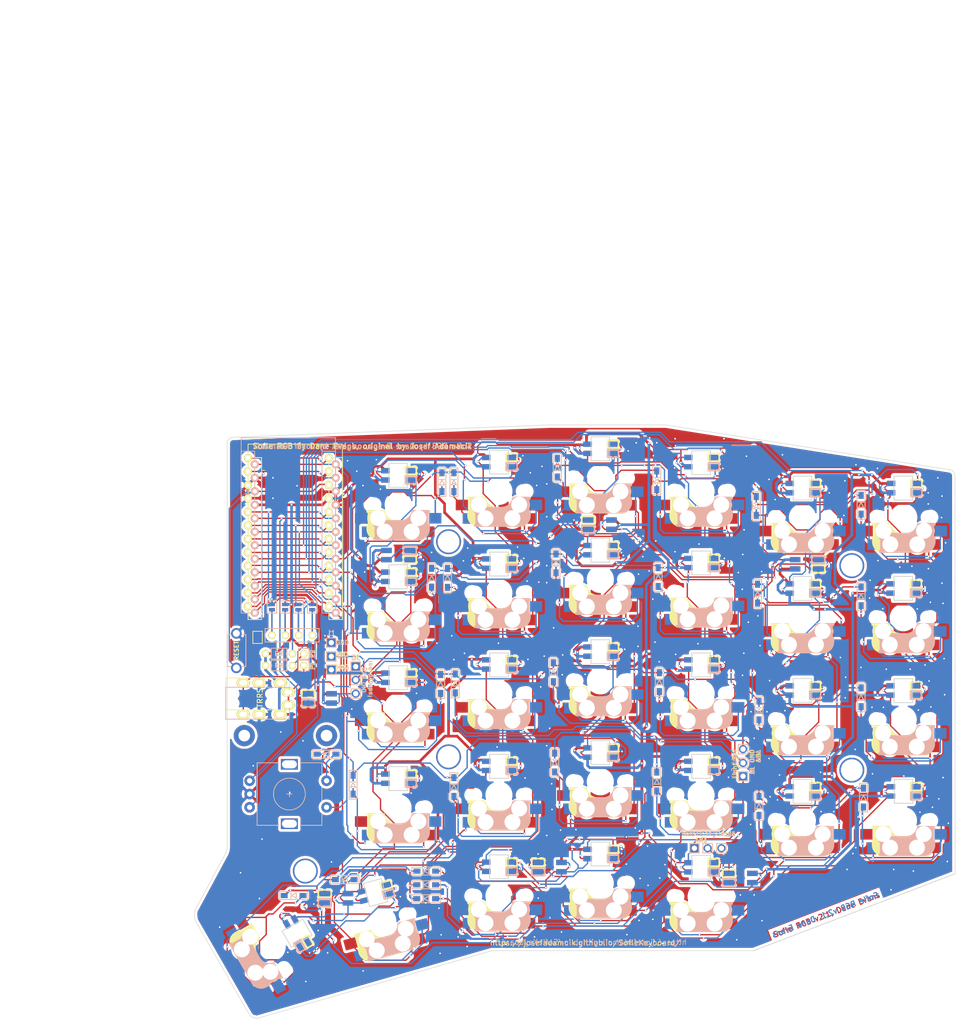
<source format=kicad_pcb>
(kicad_pcb (version 20171130) (host pcbnew "(5.1.9)-1")
  (layers (0 F.Cu signal) (31 B.Cu signal) (34 B.Paste user) (35 F.Paste user) (36 B.SilkS user hide) (37 F.SilkS user hide) (38 B.Mask user hide) (39 F.Mask user hide) (44 Edge.Cuts user))
  (net 0 "")
  (net 1 "Net-(D1-Pad2)")
  (net 2 row4)
  (net 3 "Net-(D2-Pad2)")
  (net 4 "Net-(D3-Pad2)")
  (net 5 row0)
  (net 6 "Net-(D4-Pad2)")
  (net 7 row1)
  (net 8 "Net-(D5-Pad2)")
  (net 9 row2)
  (net 10 "Net-(D6-Pad2)")
  (net 11 row3)
  (net 12 "Net-(D7-Pad2)")
  (net 13 "Net-(D8-Pad2)")
  (net 14 "Net-(D9-Pad2)")
  (net 15 "Net-(D10-Pad2)")
  (net 16 "Net-(D11-Pad2)")
  (net 17 "Net-(D12-Pad2)")
  (net 18 "Net-(D13-Pad2)")
  (net 19 "Net-(D14-Pad2)")
  (net 20 "Net-(D15-Pad2)")
  (net 21 "Net-(D16-Pad2)")
  (net 22 "Net-(D17-Pad2)")
  (net 23 "Net-(D18-Pad2)")
  (net 24 "Net-(D19-Pad2)")
  (net 25 "Net-(D20-Pad2)")
  (net 26 "Net-(D21-Pad2)")
  (net 27 "Net-(D22-Pad2)")
  (net 28 "Net-(D23-Pad2)")
  (net 29 "Net-(D24-Pad2)")
  (net 30 "Net-(D26-Pad2)")
  (net 31 "Net-(D27-Pad2)")
  (net 32 "Net-(D28-Pad2)")
  (net 33 VCC)
  (net 34 GND)
  (net 35 col0)
  (net 36 col1)
  (net 37 col2)
  (net 38 col3)
  (net 39 col4)
  (net 40 SDA)
  (net 41 LED)
  (net 42 SCL)
  (net 43 RESET)
  (net 44 "Net-(D29-Pad2)")
  (net 45 "Net-(U1-Pad24)")
  (net 46 "Net-(U1-Pad7)")
  (net 47 DATA)
  (net 48 "Net-(J3-Pad1)")
  (net 49 "Net-(J3-Pad2)")
  (net 50 "Net-(J3-Pad3)")
  (net 51 "Net-(J3-Pad4)")
  (net 52 "Net-(D30-Pad2)")
  (net 53 SW25B)
  (net 54 SW25A)
  (net 55 ENCB)
  (net 56 ENCA)
  (net 57 /i2c_c)
  (net 58 /i2c_d)
  (net 59 "Net-(D31-Pad1)")
  (net 60 "Net-(D31-Pad3)")
  (net 61 "Net-(D32-Pad3)")
  (net 62 /underglow)
  (net 63 "Net-(D34-Pad1)")
  (net 64 "Net-(D35-Pad1)")
  (net 65 "Net-(D36-Pad1)")
  (net 66 lights)
  (net 67 "Net-(D37-Pad3)")
  (net 68 /backlight)
  (net 69 "Net-(J5-Pad3)")
  (net 70 "Net-(SW1-Pad3)")
  (net 71 "Net-(SW1-Pad1)")
  (net 72 "Net-(SW2-Pad3)")
  (net 73 "Net-(SW3-Pad3)")
  (net 74 "Net-(SW3-Pad1)")
  (net 75 "Net-(SW10-Pad1)")
  (net 76 "Net-(SW5-Pad3)")
  (net 77 "Net-(SW11-Pad3)")
  (net 78 "Net-(SW12-Pad1)")
  (net 79 "Net-(SW13-Pad3)")
  (net 80 "Net-(SW14-Pad1)")
  (net 81 "Net-(SW15-Pad3)")
  (net 82 "Net-(SW10-Pad3)")
  (net 83 "Net-(SW11-Pad1)")
  (net 84 "Net-(SW12-Pad3)")
  (net 85 "Net-(SW13-Pad1)")
  (net 86 "Net-(SW14-Pad3)")
  (net 87 "Net-(SW15-Pad1)")
  (net 88 "Net-(SW16-Pad3)")
  (net 89 "Net-(SW17-Pad1)")
  (net 90 "Net-(SW18-Pad3)")
  (net 91 "Net-(SW19-Pad1)")
  (net 92 "Net-(SW20-Pad3)")
  (net 93 "Net-(SW21-Pad1)")
  (net 94 "Net-(SW22-Pad3)")
  (net 95 "Net-(SW23-Pad1)")
  (net 96 "Net-(SW24-Pad3)")
  (net 97 "Net-(SW26-Pad3)")
  (net 98 "Net-(SW28-Pad3)")
  (module LED_SMD:SK6812MINI_underglow_dev (layer F.Cu) (at 108.85 124.13)
    (fp_text reference D34 hide)
    (fp_text value LED_sk2812_SM hide)
    (pad 2 smd rect (at -2.2 -0.875) (size 2 1) (layers B.Cu B.Paste B.Mask) (net 34 GND))
    (pad 1 smd rect (at -2.2 0.875) (size 2 1) (layers B.Cu B.Paste B.Mask) (net 63 "Net-(D34-Pad1)"))
    (pad 4 smd rect (at 2.2 0.875) (size 2 1) (layers B.Cu B.Paste B.Mask) (net 33 VCC))
    (pad 3 smd rect (at 2.2 -0.875) (size 2 1) (layers B.Cu B.Paste B.Mask) (net 59 "Net-(D31-Pad1)"))
    (pad 2 smd rect (at -2.2 0.875) (size 2 1) (layers F.Cu F.Paste F.Mask) (net 34 GND))
    (pad 1 smd rect (at -2.2 -0.875) (size 2 1) (layers F.Cu F.Paste F.Mask) (net 63 "Net-(D34-Pad1)"))
    (pad 3 smd rect (at 2.2 0.875) (size 2 1) (layers F.Cu F.Paste F.Mask) (net 59 "Net-(D31-Pad1)"))
    (pad 4 smd rect (at 2.2 -0.875) (size 2 1) (layers F.Cu F.Paste F.Mask) (net 33 VCC))
  )
  (module LED_SMD:SK6812MINI_underglow_dev (layer F.Cu) (at 120.5 59.5 180)
    (fp_text reference D31 hide)
    (fp_text value LED_sk2812_SM hide)
    (pad 2 smd rect (at -2.2 -0.875 180) (size 2 1) (layers B.Cu B.Paste B.Mask) (net 34 GND))
    (pad 1 smd rect (at -2.2 0.875 180) (size 2 1) (layers B.Cu B.Paste B.Mask) (net 59 "Net-(D31-Pad1)"))
    (pad 4 smd rect (at 2.2 0.875 180) (size 2 1) (layers B.Cu B.Paste B.Mask) (net 33 VCC))
    (pad 3 smd rect (at 2.2 -0.875 180) (size 2 1) (layers B.Cu B.Paste B.Mask) (net 60 "Net-(D31-Pad3)"))
    (pad 2 smd rect (at -2.2 0.875 180) (size 2 1) (layers F.Cu F.Paste F.Mask) (net 34 GND))
    (pad 1 smd rect (at -2.2 -0.875 180) (size 2 1) (layers F.Cu F.Paste F.Mask) (net 59 "Net-(D31-Pad1)"))
    (pad 3 smd rect (at 2.2 0.875 180) (size 2 1) (layers F.Cu F.Paste F.Mask) (net 60 "Net-(D31-Pad3)"))
    (pad 4 smd rect (at 2.2 -0.875 180) (size 2 1) (layers F.Cu F.Paste F.Mask) (net 33 VCC))
  )
  (module LED_SMD:SK6812MINI_underglow_dev (layer F.Cu) (at 158.5 53.79)
    (fp_text reference D32 hide)
    (fp_text value LED_sk2812_SM hide)
    (pad 2 smd rect (at -2.2 -0.875) (size 2 1) (layers B.Cu B.Paste B.Mask) (net 34 GND))
    (pad 1 smd rect (at -2.2 0.875) (size 2 1) (layers B.Cu B.Paste B.Mask) (net 60 "Net-(D31-Pad3)"))
    (pad 4 smd rect (at 2.2 0.875) (size 2 1) (layers B.Cu B.Paste B.Mask) (net 33 VCC))
    (pad 3 smd rect (at 2.2 -0.875) (size 2 1) (layers B.Cu B.Paste B.Mask) (net 61 "Net-(D32-Pad3)"))
    (pad 2 smd rect (at -2.2 0.875) (size 2 1) (layers F.Cu F.Paste F.Mask) (net 34 GND))
    (pad 1 smd rect (at -2.2 -0.875) (size 2 1) (layers F.Cu F.Paste F.Mask) (net 60 "Net-(D31-Pad3)"))
    (pad 3 smd rect (at 2.2 0.875) (size 2 1) (layers F.Cu F.Paste F.Mask) (net 61 "Net-(D32-Pad3)"))
    (pad 4 smd rect (at 2.2 -0.875) (size 2 1) (layers F.Cu F.Paste F.Mask) (net 33 VCC))
  )
  (module LED_SMD:SK6812MINI_underglow_dev (layer F.Cu) (at 197.5 61.25 180)
    (fp_text reference D33 hide)
    (fp_text value LED_sk2812_SM hide)
    (pad 2 smd rect (at -2.2 -0.875 180) (size 2 1) (layers B.Cu B.Paste B.Mask) (net 34 GND))
    (pad 1 smd rect (at -2.2 0.875 180) (size 2 1) (layers B.Cu B.Paste B.Mask) (net 61 "Net-(D32-Pad3)"))
    (pad 4 smd rect (at 2.2 0.875 180) (size 2 1) (layers B.Cu B.Paste B.Mask) (net 33 VCC))
    (pad 3 smd rect (at 2.2 -0.875 180) (size 2 1) (layers B.Cu B.Paste B.Mask) (net 62 /underglow))
    (pad 2 smd rect (at -2.2 0.875 180) (size 2 1) (layers F.Cu F.Paste F.Mask) (net 34 GND))
    (pad 1 smd rect (at -2.2 -0.875 180) (size 2 1) (layers F.Cu F.Paste F.Mask) (net 61 "Net-(D32-Pad3)"))
    (pad 3 smd rect (at 2.2 0.875 180) (size 2 1) (layers F.Cu F.Paste F.Mask) (net 62 /underglow))
    (pad 4 smd rect (at 2.2 -0.875 180) (size 2 1) (layers F.Cu F.Paste F.Mask) (net 33 VCC))
  )
  (module LED_SMD:SK6812MINI_underglow_dev (layer F.Cu) (at 149.0836 118.2626)
    (fp_text reference D35 hide)
    (fp_text value LED_sk2812_SM hide)
    (pad 2 smd rect (at -2.2 -0.875) (size 2 1) (layers B.Cu B.Paste B.Mask) (net 34 GND))
    (pad 1 smd rect (at -2.2 0.875) (size 2 1) (layers B.Cu B.Paste B.Mask) (net 64 "Net-(D35-Pad1)"))
    (pad 4 smd rect (at 2.2 0.875) (size 2 1) (layers B.Cu B.Paste B.Mask) (net 33 VCC))
    (pad 3 smd rect (at 2.2 -0.875) (size 2 1) (layers B.Cu B.Paste B.Mask) (net 63 "Net-(D34-Pad1)"))
    (pad 2 smd rect (at -2.2 0.875) (size 2 1) (layers F.Cu F.Paste F.Mask) (net 34 GND))
    (pad 1 smd rect (at -2.2 -0.875) (size 2 1) (layers F.Cu F.Paste F.Mask) (net 64 "Net-(D35-Pad1)"))
    (pad 3 smd rect (at 2.2 0.875) (size 2 1) (layers F.Cu F.Paste F.Mask) (net 63 "Net-(D34-Pad1)"))
    (pad 4 smd rect (at 2.2 -0.875) (size 2 1) (layers F.Cu F.Paste F.Mask) (net 33 VCC))
  )
  (module LED_SMD:SK6812MINI_underglow_dev (layer F.Cu) (at 185.05 120.32)
    (fp_text reference D36 hide)
    (fp_text value LED_sk2812_SM hide)
    (pad 2 smd rect (at -2.2 -0.875) (size 2 1) (layers B.Cu B.Paste B.Mask) (net 34 GND))
    (pad 1 smd rect (at -2.2 0.875) (size 2 1) (layers B.Cu B.Paste B.Mask) (net 65 "Net-(D36-Pad1)"))
    (pad 4 smd rect (at 2.2 0.875) (size 2 1) (layers B.Cu B.Paste B.Mask) (net 33 VCC))
    (pad 3 smd rect (at 2.2 -0.875) (size 2 1) (layers B.Cu B.Paste B.Mask) (net 64 "Net-(D35-Pad1)"))
    (pad 2 smd rect (at -2.2 0.875) (size 2 1) (layers F.Cu F.Paste F.Mask) (net 34 GND))
    (pad 1 smd rect (at -2.2 -0.875) (size 2 1) (layers F.Cu F.Paste F.Mask) (net 65 "Net-(D36-Pad1)"))
    (pad 3 smd rect (at 2.2 0.875) (size 2 1) (layers F.Cu F.Paste F.Mask) (net 64 "Net-(D35-Pad1)"))
    (pad 4 smd rect (at 2.2 -0.875) (size 2 1) (layers F.Cu F.Paste F.Mask) (net 33 VCC))
  )
  (module LED_SMD:SK6812MINI_underglow_dev (layer F.Cu) (at 105.75 86.5)
    (fp_text reference D37 hide)
    (fp_text value LED_sk2812_SM hide)
    (pad 2 smd rect (at -2.2 -0.875) (size 2 1) (layers B.Cu B.Paste B.Mask) (net 34 GND))
    (pad 1 smd rect (at -2.2 0.875) (size 2 1) (layers B.Cu B.Paste B.Mask) (net 66 lights))
    (pad 4 smd rect (at 2.2 0.875) (size 2 1) (layers B.Cu B.Paste B.Mask) (net 33 VCC))
    (pad 3 smd rect (at 2.2 -0.875) (size 2 1) (layers B.Cu B.Paste B.Mask) (net 67 "Net-(D37-Pad3)"))
    (pad 2 smd rect (at -2.2 0.875) (size 2 1) (layers F.Cu F.Paste F.Mask) (net 34 GND))
    (pad 1 smd rect (at -2.2 -0.875) (size 2 1) (layers F.Cu F.Paste F.Mask) (net 66 lights))
    (pad 3 smd rect (at 2.2 0.875) (size 2 1) (layers F.Cu F.Paste F.Mask) (net 67 "Net-(D37-Pad3)"))
    (pad 4 smd rect (at 2.2 -0.875) (size 2 1) (layers F.Cu F.Paste F.Mask) (net 33 VCC))
  )
  (module SofleKeyboard-footprint:LED (layer F.Cu) (at 107.9 81.1 180)
    (fp_text reference J1 (at 0 6.9 180) (layer F.SilkS))
    (fp_text value LED hide)
    (fp_text user GND (at -2.1 5.14 180) (layer F.SilkS) (effects (font (size 0.8 0.8))))
    (fp_text user LED (at -2.2 2.5 180) (layer B.SilkS) (effects (font (size 0.8 0.8)) (justify mirror)))
    (fp_text user LED (at -2.1 2.9 180) (layer F.SilkS) (effects (font (size 0.8 0.8)) (justify mirror)))
    (fp_text user GND (at -2.1 5.1 180) (layer B.SilkS) (effects (font (size 0.8 0.8)) (justify mirror)))
    (fp_text user VCC (at -2.2 0.1 180) (layer B.SilkS) (effects (font (size 0.8 0.8)) (justify mirror)))
    (fp_text user VCC (at -2.1 0.5 180) (layer F.SilkS) (effects (font (size 0.8 0.8)) (justify mirror)))
    (fp_text user J1 (at 0 6.9 180) (layer B.SilkS) (effects (justify mirror)))
    (pad 1 thru_hole rect (at 0 0 270) (size 1.524 1.524) (drill 1) (layers *.Cu *.Mask) (net 33 VCC))
    (pad 2 thru_hole rect (at 0 2.5 180) (size 1.524 1.524) (drill 1) (layers *.Cu *.Mask) (net 41 LED))
    (pad 3 thru_hole rect (at 0 5.1 180) (size 1.524 1.524) (drill 1) (layers *.Cu *.Mask) (net 34 GND))
  )
  (module Connector:3x1header (layer F.Cu) (at 112.5 80.5)
    (fp_text reference J6 (at 0 -1.7 -180) (layer F.SilkS))
    (fp_text value "indicator bypass" hide)
    (fp_text user J6 (at 0 -1.7 -180) (layer B.SilkS) (effects (justify mirror)))
    (pad 3 thru_hole circle (at 0 5.1) (size 1.524 1.524) (drill 1) (layers *.Cu *.Mask) (net 67 "Net-(D37-Pad3)"))
    (pad 2 thru_hole circle (at 0 2.5) (size 1.524 1.524) (drill 1) (layers *.Cu *.Mask) (net 41 LED))
    (pad 1 thru_hole rect (at 0 0 90) (size 1.524 1.524) (drill 1) (layers *.Cu *.Mask) (net 66 lights))
  )
  (module Button_Switch_Keyboard:SK6812MINI_and_cherry (layer F.Cu) (at 215.8 52.4 180)
    (fp_text reference SW6 hide)
    (fp_text value SW_PUSH-MX_W_LED hide)
    (pad 2 smd rect (at -2.4 6.375 180) (size 1.6 1) (layers B.Cu B.Paste B.Mask) (net 34 GND))
    (pad 1 smd rect (at -2.4 4.625 180) (size 1.6 1) (layers B.Cu B.Paste B.Mask) (net 76 "Net-(SW5-Pad3)"))
    (pad 4 smd rect (at 2.4 4.625 180) (size 1.6 1) (layers B.Cu B.Paste B.Mask) (net 33 VCC))
    (pad 3 smd rect (at 2.4 6.375 180) (size 1.6 1) (layers B.Cu B.Paste B.Mask) (net 78 "Net-(SW12-Pad1)"))
    (pad 2 smd rect (at -2.4 4.625 180) (size 1.6 1) (layers F.Cu F.Paste F.Mask) (net 34 GND))
    (pad 1 smd rect (at -2.4 6.375 180) (size 1.6 1) (layers F.Cu F.Paste F.Mask) (net 76 "Net-(SW5-Pad3)"))
    (pad 3 smd rect (at 2.4 4.625 180) (size 1.6 1) (layers F.Cu F.Paste F.Mask) (net 78 "Net-(SW12-Pad1)"))
    (pad 4 smd rect (at 2.4 6.375 180) (size 1.6 1) (layers F.Cu F.Paste F.Mask) (net 33 VCC))
    (pad "" np_thru_hole circle (at 2.54 -5.08) (size 3 3) (drill 3) (layers *.Cu *.Mask))
    (pad "" np_thru_hole circle (at 0 0 270) (size 4.1 4.1) (drill 4.1) (layers *.Cu *.Mask))
    (pad 6 smd rect (at 5.7 -5.12) (size 2.3 2) (layers B.Cu B.Paste B.Mask) (net 35 col0))
    (pad "" np_thru_hole circle (at -3.81 -2.54) (size 3 3) (drill 3) (layers *.Cu *.Mask))
    (pad "" np_thru_hole circle (at -4.5 0 180) (size 1.7 1.7) (drill 1.7) (layers *.Cu *.Mask))
    (pad 5 smd rect (at 7 -2.58) (size 2.3 2) (layers F.Cu F.Paste F.Mask) (net 10 "Net-(D6-Pad2)"))
    (pad 6 smd rect (at -5.7 -5.12) (size 2.3 2) (layers F.Cu F.Mask) (net 35 col0))
    (pad "" np_thru_hole circle (at -2.54 -5.08) (size 3 3) (drill 3) (layers *.Cu *.Mask))
    (pad "" np_thru_hole circle (at 4.5 0 180) (size 1.7 1.7) (drill 1.7) (layers *.Cu *.Mask))
    (pad "" np_thru_hole circle (at 5.08 0 180) (size 1.9 1.9) (drill 1.9) (layers *.Cu *.Mask))
    (pad "" np_thru_hole circle (at 3.81 -2.540001) (size 3 3) (drill 3) (layers *.Cu *.Mask))
    (pad "" np_thru_hole circle (at -5.08 0 180) (size 1.9 1.9) (drill 1.9) (layers *.Cu *.Mask))
    (pad 5 smd rect (at -7 -2.58) (size 2.3 2) (layers B.Cu B.Paste B.Mask) (net 10 "Net-(D6-Pad2)"))
  )
  (module dane:gecko-logo (layer B.Cu) (at 201 122.75 180)
    (fp_text reference G*** hide)
    (fp_text value LOGO hide)
  )
  (module dane:gecko-logo (layer F.Cu) (at 200.25 122.75)
    (fp_text reference G*** hide)
    (fp_text value LOGO hide)
  )
  (module Button_Switch_Keyboard:SK6812MINI_and_cherry (layer F.Cu) (at 158.6 102.19 180)
    (fp_text reference SW21 hide)
    (fp_text value SW_PUSH-MX_W_LED hide)
    (pad 5 smd rect (at -7 -2.58) (size 2.3 2) (layers B.Cu B.Paste B.Mask) (net 26 "Net-(D21-Pad2)"))
    (pad "" np_thru_hole circle (at -5.08 0 180) (size 1.9 1.9) (drill 1.9) (layers *.Cu *.Mask))
    (pad "" np_thru_hole circle (at 3.81 -2.540001) (size 3 3) (drill 3) (layers *.Cu *.Mask))
    (pad "" np_thru_hole circle (at 5.08 0 180) (size 1.9 1.9) (drill 1.9) (layers *.Cu *.Mask))
    (pad "" np_thru_hole circle (at 4.5 0 180) (size 1.7 1.7) (drill 1.7) (layers *.Cu *.Mask))
    (pad "" np_thru_hole circle (at -2.54 -5.08) (size 3 3) (drill 3) (layers *.Cu *.Mask))
    (pad 6 smd rect (at -5.7 -5.12) (size 2.3 2) (layers F.Cu F.Mask) (net 38 col3))
    (pad 5 smd rect (at 7 -2.58) (size 2.3 2) (layers F.Cu F.Paste F.Mask) (net 26 "Net-(D21-Pad2)"))
    (pad "" np_thru_hole circle (at -4.5 0 180) (size 1.7 1.7) (drill 1.7) (layers *.Cu *.Mask))
    (pad "" np_thru_hole circle (at -3.81 -2.54) (size 3 3) (drill 3) (layers *.Cu *.Mask))
    (pad 6 smd rect (at 5.7 -5.12) (size 2.3 2) (layers B.Cu B.Paste B.Mask) (net 38 col3))
    (pad "" np_thru_hole circle (at 0 0 270) (size 4.1 4.1) (drill 4.1) (layers *.Cu *.Mask))
    (pad "" np_thru_hole circle (at 2.54 -5.08) (size 3 3) (drill 3) (layers *.Cu *.Mask))
    (pad 4 smd rect (at 2.4 6.375 180) (size 1.6 1) (layers F.Cu F.Paste F.Mask) (net 33 VCC))
    (pad 3 smd rect (at 2.4 4.625 180) (size 1.6 1) (layers F.Cu F.Paste F.Mask) (net 87 "Net-(SW15-Pad1)"))
    (pad 1 smd rect (at -2.4 6.375 180) (size 1.6 1) (layers F.Cu F.Paste F.Mask) (net 93 "Net-(SW21-Pad1)"))
    (pad 2 smd rect (at -2.4 4.625 180) (size 1.6 1) (layers F.Cu F.Paste F.Mask) (net 34 GND))
    (pad 3 smd rect (at 2.4 6.375 180) (size 1.6 1) (layers B.Cu B.Paste B.Mask) (net 87 "Net-(SW15-Pad1)"))
    (pad 4 smd rect (at 2.4 4.625 180) (size 1.6 1) (layers B.Cu B.Paste B.Mask) (net 33 VCC))
    (pad 1 smd rect (at -2.4 4.625 180) (size 1.6 1) (layers B.Cu B.Paste B.Mask) (net 93 "Net-(SW21-Pad1)"))
    (pad 2 smd rect (at -2.4 6.375 180) (size 1.6 1) (layers B.Cu B.Paste B.Mask) (net 34 GND))
  )
  (module Button_Switch_Keyboard:SK6812MINI_and_cherry (layer F.Cu) (at 196.7 109.5 180)
    (fp_text reference SW23 hide)
    (fp_text value SW_PUSH-MX_W_LED hide)
    (pad 5 smd rect (at -7 -2.58) (size 2.3 2) (layers B.Cu B.Paste B.Mask) (net 28 "Net-(D23-Pad2)"))
    (pad "" np_thru_hole circle (at -5.08 0 180) (size 1.9 1.9) (drill 1.9) (layers *.Cu *.Mask))
    (pad "" np_thru_hole circle (at 3.81 -2.540001) (size 3 3) (drill 3) (layers *.Cu *.Mask))
    (pad "" np_thru_hole circle (at 5.08 0 180) (size 1.9 1.9) (drill 1.9) (layers *.Cu *.Mask))
    (pad "" np_thru_hole circle (at 4.5 0 180) (size 1.7 1.7) (drill 1.7) (layers *.Cu *.Mask))
    (pad "" np_thru_hole circle (at -2.54 -5.08) (size 3 3) (drill 3) (layers *.Cu *.Mask))
    (pad 6 smd rect (at -5.7 -5.12) (size 2.3 2) (layers F.Cu F.Mask) (net 36 col1))
    (pad 5 smd rect (at 7 -2.58) (size 2.3 2) (layers F.Cu F.Paste F.Mask) (net 28 "Net-(D23-Pad2)"))
    (pad "" np_thru_hole circle (at -4.5 0 180) (size 1.7 1.7) (drill 1.7) (layers *.Cu *.Mask))
    (pad "" np_thru_hole circle (at -3.81 -2.54) (size 3 3) (drill 3) (layers *.Cu *.Mask))
    (pad 6 smd rect (at 5.7 -5.12) (size 2.3 2) (layers B.Cu B.Paste B.Mask) (net 36 col1))
    (pad "" np_thru_hole circle (at 0 0 270) (size 4.1 4.1) (drill 4.1) (layers *.Cu *.Mask))
    (pad "" np_thru_hole circle (at 2.54 -5.08) (size 3 3) (drill 3) (layers *.Cu *.Mask))
    (pad 4 smd rect (at 2.4 6.375 180) (size 1.6 1) (layers F.Cu F.Paste F.Mask) (net 33 VCC))
    (pad 3 smd rect (at 2.4 4.625 180) (size 1.6 1) (layers F.Cu F.Paste F.Mask) (net 89 "Net-(SW17-Pad1)"))
    (pad 1 smd rect (at -2.4 6.375 180) (size 1.6 1) (layers F.Cu F.Paste F.Mask) (net 95 "Net-(SW23-Pad1)"))
    (pad 2 smd rect (at -2.4 4.625 180) (size 1.6 1) (layers F.Cu F.Paste F.Mask) (net 34 GND))
    (pad 3 smd rect (at 2.4 6.375 180) (size 1.6 1) (layers B.Cu B.Paste B.Mask) (net 89 "Net-(SW17-Pad1)"))
    (pad 4 smd rect (at 2.4 4.625 180) (size 1.6 1) (layers B.Cu B.Paste B.Mask) (net 33 VCC))
    (pad 1 smd rect (at -2.4 4.625 180) (size 1.6 1) (layers B.Cu B.Paste B.Mask) (net 95 "Net-(SW23-Pad1)"))
    (pad 2 smd rect (at -2.4 6.375 180) (size 1.6 1) (layers B.Cu B.Paste B.Mask) (net 34 GND))
  )
  (module Button_Switch_Keyboard:SK6812MINI_and_cherry (layer F.Cu) (at 215.7 71.3 180)
    (fp_text reference SW12 hide)
    (fp_text value SW_PUSH-MX_W_LED hide)
    (pad 5 smd rect (at -7 -2.58) (size 2.3 2) (layers B.Cu B.Paste B.Mask) (net 17 "Net-(D12-Pad2)"))
    (pad "" np_thru_hole circle (at -5.08 0 180) (size 1.9 1.9) (drill 1.9) (layers *.Cu *.Mask))
    (pad "" np_thru_hole circle (at 3.81 -2.540001) (size 3 3) (drill 3) (layers *.Cu *.Mask))
    (pad "" np_thru_hole circle (at 5.08 0 180) (size 1.9 1.9) (drill 1.9) (layers *.Cu *.Mask))
    (pad "" np_thru_hole circle (at 4.5 0 180) (size 1.7 1.7) (drill 1.7) (layers *.Cu *.Mask))
    (pad "" np_thru_hole circle (at -2.54 -5.08) (size 3 3) (drill 3) (layers *.Cu *.Mask))
    (pad 6 smd rect (at -5.7 -5.12) (size 2.3 2) (layers F.Cu F.Mask) (net 35 col0))
    (pad 5 smd rect (at 7 -2.58) (size 2.3 2) (layers F.Cu F.Paste F.Mask) (net 17 "Net-(D12-Pad2)"))
    (pad "" np_thru_hole circle (at -4.5 0 180) (size 1.7 1.7) (drill 1.7) (layers *.Cu *.Mask))
    (pad "" np_thru_hole circle (at -3.81 -2.54) (size 3 3) (drill 3) (layers *.Cu *.Mask))
    (pad 6 smd rect (at 5.7 -5.12) (size 2.3 2) (layers B.Cu B.Paste B.Mask) (net 35 col0))
    (pad "" np_thru_hole circle (at 0 0 270) (size 4.1 4.1) (drill 4.1) (layers *.Cu *.Mask))
    (pad "" np_thru_hole circle (at 2.54 -5.08) (size 3 3) (drill 3) (layers *.Cu *.Mask))
    (pad 4 smd rect (at 2.4 6.375 180) (size 1.6 1) (layers F.Cu F.Paste F.Mask) (net 33 VCC))
    (pad 3 smd rect (at 2.4 4.625 180) (size 1.6 1) (layers F.Cu F.Paste F.Mask) (net 84 "Net-(SW12-Pad3)"))
    (pad 1 smd rect (at -2.4 6.375 180) (size 1.6 1) (layers F.Cu F.Paste F.Mask) (net 78 "Net-(SW12-Pad1)"))
    (pad 2 smd rect (at -2.4 4.625 180) (size 1.6 1) (layers F.Cu F.Paste F.Mask) (net 34 GND))
    (pad 3 smd rect (at 2.4 6.375 180) (size 1.6 1) (layers B.Cu B.Paste B.Mask) (net 84 "Net-(SW12-Pad3)"))
    (pad 4 smd rect (at 2.4 4.625 180) (size 1.6 1) (layers B.Cu B.Paste B.Mask) (net 33 VCC))
    (pad 1 smd rect (at -2.4 4.625 180) (size 1.6 1) (layers B.Cu B.Paste B.Mask) (net 78 "Net-(SW12-Pad1)"))
    (pad 2 smd rect (at -2.4 6.375 180) (size 1.6 1) (layers B.Cu B.Paste B.Mask) (net 34 GND))
  )
  (module Button_Switch_Keyboard:SK6812MINI_and_cherry (layer F.Cu) (at 196.7 71.3 180)
    (fp_text reference SW11 hide)
    (fp_text value SW_PUSH-MX_W_LED hide)
    (pad 5 smd rect (at -7 -2.58) (size 2.3 2) (layers B.Cu B.Paste B.Mask) (net 16 "Net-(D11-Pad2)"))
    (pad "" np_thru_hole circle (at -5.08 0 180) (size 1.9 1.9) (drill 1.9) (layers *.Cu *.Mask))
    (pad "" np_thru_hole circle (at 3.81 -2.540001) (size 3 3) (drill 3) (layers *.Cu *.Mask))
    (pad "" np_thru_hole circle (at 5.08 0 180) (size 1.9 1.9) (drill 1.9) (layers *.Cu *.Mask))
    (pad "" np_thru_hole circle (at 4.5 0 180) (size 1.7 1.7) (drill 1.7) (layers *.Cu *.Mask))
    (pad "" np_thru_hole circle (at -2.54 -5.08) (size 3 3) (drill 3) (layers *.Cu *.Mask))
    (pad 6 smd rect (at -5.7 -5.12) (size 2.3 2) (layers F.Cu F.Mask) (net 36 col1))
    (pad 5 smd rect (at 7 -2.58) (size 2.3 2) (layers F.Cu F.Paste F.Mask) (net 16 "Net-(D11-Pad2)"))
    (pad "" np_thru_hole circle (at -4.5 0 180) (size 1.7 1.7) (drill 1.7) (layers *.Cu *.Mask))
    (pad "" np_thru_hole circle (at -3.81 -2.54) (size 3 3) (drill 3) (layers *.Cu *.Mask))
    (pad 6 smd rect (at 5.7 -5.12) (size 2.3 2) (layers B.Cu B.Paste B.Mask) (net 36 col1))
    (pad "" np_thru_hole circle (at 0 0 270) (size 4.1 4.1) (drill 4.1) (layers *.Cu *.Mask))
    (pad "" np_thru_hole circle (at 2.54 -5.08) (size 3 3) (drill 3) (layers *.Cu *.Mask))
    (pad 4 smd rect (at 2.4 6.375 180) (size 1.6 1) (layers F.Cu F.Paste F.Mask) (net 33 VCC))
    (pad 3 smd rect (at 2.4 4.625 180) (size 1.6 1) (layers F.Cu F.Paste F.Mask) (net 77 "Net-(SW11-Pad3)"))
    (pad 1 smd rect (at -2.4 6.375 180) (size 1.6 1) (layers F.Cu F.Paste F.Mask) (net 83 "Net-(SW11-Pad1)"))
    (pad 2 smd rect (at -2.4 4.625 180) (size 1.6 1) (layers F.Cu F.Paste F.Mask) (net 34 GND))
    (pad 3 smd rect (at 2.4 6.375 180) (size 1.6 1) (layers B.Cu B.Paste B.Mask) (net 77 "Net-(SW11-Pad3)"))
    (pad 4 smd rect (at 2.4 4.625 180) (size 1.6 1) (layers B.Cu B.Paste B.Mask) (net 33 VCC))
    (pad 1 smd rect (at -2.4 4.625 180) (size 1.6 1) (layers B.Cu B.Paste B.Mask) (net 83 "Net-(SW11-Pad1)"))
    (pad 2 smd rect (at -2.4 6.375 180) (size 1.6 1) (layers B.Cu B.Paste B.Mask) (net 34 GND))
  )
  (module Button_Switch_Keyboard:SK6812MINI_and_cherry (layer F.Cu) (at 196.7 90.5 180)
    (fp_text reference SW17 hide)
    (fp_text value SW_PUSH-MX_W_LED hide)
    (pad 5 smd rect (at -7 -2.58) (size 2.3 2) (layers B.Cu B.Paste B.Mask) (net 22 "Net-(D17-Pad2)"))
    (pad "" np_thru_hole circle (at -5.08 0 180) (size 1.9 1.9) (drill 1.9) (layers *.Cu *.Mask))
    (pad "" np_thru_hole circle (at 3.81 -2.540001) (size 3 3) (drill 3) (layers *.Cu *.Mask))
    (pad "" np_thru_hole circle (at 5.08 0 180) (size 1.9 1.9) (drill 1.9) (layers *.Cu *.Mask))
    (pad "" np_thru_hole circle (at 4.5 0 180) (size 1.7 1.7) (drill 1.7) (layers *.Cu *.Mask))
    (pad "" np_thru_hole circle (at -2.54 -5.08) (size 3 3) (drill 3) (layers *.Cu *.Mask))
    (pad 6 smd rect (at -5.7 -5.12) (size 2.3 2) (layers F.Cu F.Mask) (net 36 col1))
    (pad 5 smd rect (at 7 -2.58) (size 2.3 2) (layers F.Cu F.Paste F.Mask) (net 22 "Net-(D17-Pad2)"))
    (pad "" np_thru_hole circle (at -4.5 0 180) (size 1.7 1.7) (drill 1.7) (layers *.Cu *.Mask))
    (pad "" np_thru_hole circle (at -3.81 -2.54) (size 3 3) (drill 3) (layers *.Cu *.Mask))
    (pad 6 smd rect (at 5.7 -5.12) (size 2.3 2) (layers B.Cu B.Paste B.Mask) (net 36 col1))
    (pad "" np_thru_hole circle (at 0 0 270) (size 4.1 4.1) (drill 4.1) (layers *.Cu *.Mask))
    (pad "" np_thru_hole circle (at 2.54 -5.08) (size 3 3) (drill 3) (layers *.Cu *.Mask))
    (pad 4 smd rect (at 2.4 6.375 180) (size 1.6 1) (layers F.Cu F.Paste F.Mask) (net 33 VCC))
    (pad 3 smd rect (at 2.4 4.625 180) (size 1.6 1) (layers F.Cu F.Paste F.Mask) (net 83 "Net-(SW11-Pad1)"))
    (pad 1 smd rect (at -2.4 6.375 180) (size 1.6 1) (layers F.Cu F.Paste F.Mask) (net 89 "Net-(SW17-Pad1)"))
    (pad 2 smd rect (at -2.4 4.625 180) (size 1.6 1) (layers F.Cu F.Paste F.Mask) (net 34 GND))
    (pad 3 smd rect (at 2.4 6.375 180) (size 1.6 1) (layers B.Cu B.Paste B.Mask) (net 83 "Net-(SW11-Pad1)"))
    (pad 4 smd rect (at 2.4 4.625 180) (size 1.6 1) (layers B.Cu B.Paste B.Mask) (net 33 VCC))
    (pad 1 smd rect (at -2.4 4.625 180) (size 1.6 1) (layers B.Cu B.Paste B.Mask) (net 89 "Net-(SW17-Pad1)"))
    (pad 2 smd rect (at -2.4 6.375 180) (size 1.6 1) (layers B.Cu B.Paste B.Mask) (net 34 GND))
  )
  (module Button_Switch_Keyboard:SK6812MINI_and_cherry (layer F.Cu) (at 139.5 47.5 180)
    (fp_text reference SW2 hide)
    (fp_text value SW_PUSH-MX_W_LED hide)
    (pad 5 smd rect (at -7 -2.58) (size 2.3 2) (layers B.Cu B.Paste B.Mask) (net 3 "Net-(D2-Pad2)"))
    (pad "" np_thru_hole circle (at -5.08 0 180) (size 1.9 1.9) (drill 1.9) (layers *.Cu *.Mask))
    (pad "" np_thru_hole circle (at 3.81 -2.540001) (size 3 3) (drill 3) (layers *.Cu *.Mask))
    (pad "" np_thru_hole circle (at 5.08 0 180) (size 1.9 1.9) (drill 1.9) (layers *.Cu *.Mask))
    (pad "" np_thru_hole circle (at 4.5 0 180) (size 1.7 1.7) (drill 1.7) (layers *.Cu *.Mask))
    (pad "" np_thru_hole circle (at -2.54 -5.08) (size 3 3) (drill 3) (layers *.Cu *.Mask))
    (pad 6 smd rect (at -5.7 -5.12) (size 2.3 2) (layers F.Cu F.Mask) (net 39 col4))
    (pad 5 smd rect (at 7 -2.58) (size 2.3 2) (layers F.Cu F.Paste F.Mask) (net 3 "Net-(D2-Pad2)"))
    (pad "" np_thru_hole circle (at -4.5 0 180) (size 1.7 1.7) (drill 1.7) (layers *.Cu *.Mask))
    (pad "" np_thru_hole circle (at -3.81 -2.54) (size 3 3) (drill 3) (layers *.Cu *.Mask))
    (pad 6 smd rect (at 5.7 -5.12) (size 2.3 2) (layers B.Cu B.Paste B.Mask) (net 39 col4))
    (pad "" np_thru_hole circle (at 0 0 270) (size 4.1 4.1) (drill 4.1) (layers *.Cu *.Mask))
    (pad "" np_thru_hole circle (at 2.54 -5.08) (size 3 3) (drill 3) (layers *.Cu *.Mask))
    (pad 4 smd rect (at 2.4 6.375 180) (size 1.6 1) (layers F.Cu F.Paste F.Mask) (net 33 VCC))
    (pad 3 smd rect (at 2.4 4.625 180) (size 1.6 1) (layers F.Cu F.Paste F.Mask) (net 72 "Net-(SW2-Pad3)"))
    (pad 1 smd rect (at -2.4 6.375 180) (size 1.6 1) (layers F.Cu F.Paste F.Mask) (net 70 "Net-(SW1-Pad3)"))
    (pad 2 smd rect (at -2.4 4.625 180) (size 1.6 1) (layers F.Cu F.Paste F.Mask) (net 34 GND))
    (pad 3 smd rect (at 2.4 6.375 180) (size 1.6 1) (layers B.Cu B.Paste B.Mask) (net 72 "Net-(SW2-Pad3)"))
    (pad 4 smd rect (at 2.4 4.625 180) (size 1.6 1) (layers B.Cu B.Paste B.Mask) (net 33 VCC))
    (pad 1 smd rect (at -2.4 4.625 180) (size 1.6 1) (layers B.Cu B.Paste B.Mask) (net 70 "Net-(SW1-Pad3)"))
    (pad 2 smd rect (at -2.4 6.375 180) (size 1.6 1) (layers B.Cu B.Paste B.Mask) (net 34 GND))
  )
  (module Diode_SMD:crkbd-diode (layer F.Cu) (at 125.805 119.02)
    (fp_text reference D30 hide)
    (fp_text value D hide)
    (pad 1 smd rect (at -1.775 0) (size 1.3 0.95) (layers F.Cu F.Paste F.Mask) (net 2 row4))
    (pad 2 smd rect (at 1.775 0) (size 1.3 0.95) (layers B.Cu B.Paste B.Mask) (net 52 "Net-(D30-Pad2)"))
    (pad 1 smd rect (at -1.775 0) (size 1.3 0.95) (layers B.Cu B.Paste B.Mask) (net 2 row4))
    (pad 2 smd rect (at 1.775 0) (size 1.3 0.95) (layers F.Cu F.Paste F.Mask) (net 52 "Net-(D30-Pad2)"))
  )
  (module Diode_SMD:crkbd-diode (layer F.Cu) (at 125.775 121.6)
    (fp_text reference D29 hide)
    (fp_text value D hide)
    (pad 2 smd rect (at 1.775 0) (size 1.3 0.95) (layers F.Cu F.Paste F.Mask) (net 44 "Net-(D29-Pad2)"))
    (pad 1 smd rect (at -1.775 0) (size 1.3 0.95) (layers B.Cu B.Paste B.Mask) (net 2 row4))
    (pad 2 smd rect (at 1.775 0) (size 1.3 0.95) (layers B.Cu B.Paste B.Mask) (net 44 "Net-(D29-Pad2)"))
    (pad 1 smd rect (at -1.775 0) (size 1.3 0.95) (layers F.Cu F.Paste F.Mask) (net 2 row4))
  )
  (module Diode_SMD:crkbd-diode (layer F.Cu) (at 125.775 124.2)
    (fp_text reference D28 hide)
    (fp_text value D hide)
    (pad 1 smd rect (at -1.775 0) (size 1.3 0.95) (layers F.Cu F.Paste F.Mask) (net 2 row4))
    (pad 2 smd rect (at 1.775 0) (size 1.3 0.95) (layers B.Cu B.Paste B.Mask) (net 32 "Net-(D28-Pad2)"))
    (pad 1 smd rect (at -1.775 0) (size 1.3 0.95) (layers B.Cu B.Paste B.Mask) (net 2 row4))
    (pad 2 smd rect (at 1.775 0) (size 1.3 0.95) (layers F.Cu F.Paste F.Mask) (net 32 "Net-(D28-Pad2)"))
  )
  (module Diode_SMD:crkbd-diode (layer F.Cu) (at 110.4248 120.6248)
    (fp_text reference D27 hide)
    (fp_text value D hide)
    (pad 1 smd rect (at -1.775 0) (size 1.3 0.95) (layers F.Cu F.Paste F.Mask) (net 2 row4))
    (pad 2 smd rect (at 1.775 0) (size 1.3 0.95) (layers B.Cu B.Paste B.Mask) (net 31 "Net-(D27-Pad2)"))
    (pad 1 smd rect (at -1.775 0) (size 1.3 0.95) (layers B.Cu B.Paste B.Mask) (net 2 row4))
    (pad 2 smd rect (at 1.775 0) (size 1.3 0.95) (layers F.Cu F.Paste F.Mask) (net 31 "Net-(D27-Pad2)"))
  )
  (module Diode_SMD:crkbd-diode (layer F.Cu) (at 100.8 123.6)
    (fp_text reference D26 hide)
    (fp_text value D hide)
    (pad 1 smd rect (at -1.775 0) (size 1.3 0.95) (layers F.Cu F.Paste F.Mask) (net 2 row4))
    (pad 2 smd rect (at 1.775 0) (size 1.3 0.95) (layers B.Cu B.Paste B.Mask) (net 30 "Net-(D26-Pad2)"))
    (pad 1 smd rect (at -1.775 0) (size 1.3 0.95) (layers B.Cu B.Paste B.Mask) (net 2 row4))
    (pad 2 smd rect (at 1.775 0) (size 1.3 0.95) (layers F.Cu F.Paste F.Mask) (net 30 "Net-(D26-Pad2)"))
  )
  (module Diode_SMD:crkbd-diode (layer F.Cu) (at 107 97)
    (fp_text reference D25 hide)
    (fp_text value D hide)
    (pad 1 smd rect (at -1.775 0) (size 1.3 0.95) (layers F.Cu F.Paste F.Mask) (net 2 row4))
    (pad 2 smd rect (at 1.775 0) (size 1.3 0.95) (layers B.Cu B.Paste B.Mask) (net 53 SW25B))
    (pad 1 smd rect (at -1.775 0) (size 1.3 0.95) (layers B.Cu B.Paste B.Mask) (net 2 row4))
    (pad 2 smd rect (at 1.775 0) (size 1.3 0.95) (layers F.Cu F.Paste F.Mask) (net 53 SW25B))
  )
  (module Diode_SMD:crkbd-diode (layer F.Cu) (at 208.2 105.175 270)
    (fp_text reference D24 hide)
    (fp_text value D hide)
    (pad 1 smd rect (at -1.775 0 270) (size 1.3 0.95) (layers F.Cu F.Paste F.Mask) (net 11 row3))
    (pad 2 smd rect (at 1.775 0 270) (size 1.3 0.95) (layers B.Cu B.Paste B.Mask) (net 29 "Net-(D24-Pad2)"))
    (pad 1 smd rect (at -1.775 0 270) (size 1.3 0.95) (layers B.Cu B.Paste B.Mask) (net 11 row3))
    (pad 2 smd rect (at 1.775 0 270) (size 1.3 0.95) (layers F.Cu F.Paste F.Mask) (net 29 "Net-(D24-Pad2)"))
  )
  (module Diode_SMD:crkbd-diode (layer F.Cu) (at 188.5 106.75 270)
    (fp_text reference D23 hide)
    (fp_text value D hide)
    (pad 1 smd rect (at -1.775 0 270) (size 1.3 0.95) (layers F.Cu F.Paste F.Mask) (net 11 row3))
    (pad 2 smd rect (at 1.775 0 270) (size 1.3 0.95) (layers B.Cu B.Paste B.Mask) (net 28 "Net-(D23-Pad2)"))
    (pad 1 smd rect (at -1.775 0 270) (size 1.3 0.95) (layers B.Cu B.Paste B.Mask) (net 11 row3))
    (pad 2 smd rect (at 1.775 0 270) (size 1.3 0.95) (layers F.Cu F.Paste F.Mask) (net 28 "Net-(D23-Pad2)"))
  )
  (module Diode_SMD:crkbd-diode (layer F.Cu) (at 169.25 102.15 270)
    (fp_text reference D22 hide)
    (fp_text value D hide)
    (pad 1 smd rect (at -1.775 0 270) (size 1.3 0.95) (layers F.Cu F.Paste F.Mask) (net 11 row3))
    (pad 2 smd rect (at 1.775 0 270) (size 1.3 0.95) (layers B.Cu B.Paste B.Mask) (net 27 "Net-(D22-Pad2)"))
    (pad 1 smd rect (at -1.775 0 270) (size 1.3 0.95) (layers B.Cu B.Paste B.Mask) (net 11 row3))
    (pad 2 smd rect (at 1.775 0 270) (size 1.3 0.95) (layers F.Cu F.Paste F.Mask) (net 27 "Net-(D22-Pad2)"))
  )
  (module Diode_SMD:crkbd-diode (layer F.Cu) (at 150 98.565 270)
    (fp_text reference D21 hide)
    (fp_text value D hide)
    (pad 1 smd rect (at -1.775 0 270) (size 1.3 0.95) (layers F.Cu F.Paste F.Mask) (net 11 row3))
    (pad 2 smd rect (at 1.775 0 270) (size 1.3 0.95) (layers B.Cu B.Paste B.Mask) (net 26 "Net-(D21-Pad2)"))
    (pad 1 smd rect (at -1.775 0 270) (size 1.3 0.95) (layers B.Cu B.Paste B.Mask) (net 11 row3))
    (pad 2 smd rect (at 1.775 0 270) (size 1.3 0.95) (layers F.Cu F.Paste F.Mask) (net 26 "Net-(D21-Pad2)"))
  )
  (module Diode_SMD:crkbd-diode (layer F.Cu) (at 131 103.175 270)
    (fp_text reference D20 hide)
    (fp_text value D hide)
    (pad 1 smd rect (at -1.775 0 270) (size 1.3 0.95) (layers F.Cu F.Paste F.Mask) (net 11 row3))
    (pad 2 smd rect (at 1.775 0 270) (size 1.3 0.95) (layers B.Cu B.Paste B.Mask) (net 25 "Net-(D20-Pad2)"))
    (pad 1 smd rect (at -1.775 0 270) (size 1.3 0.95) (layers B.Cu B.Paste B.Mask) (net 11 row3))
    (pad 2 smd rect (at 1.775 0 270) (size 1.3 0.95) (layers F.Cu F.Paste F.Mask) (net 25 "Net-(D20-Pad2)"))
  )
  (module Diode_SMD:crkbd-diode (layer F.Cu) (at 112 102.75 270)
    (fp_text reference D19 hide)
    (fp_text value D hide)
    (pad 1 smd rect (at -1.775 0 270) (size 1.3 0.95) (layers F.Cu F.Paste F.Mask) (net 11 row3))
    (pad 2 smd rect (at 1.775 0 270) (size 1.3 0.95) (layers B.Cu B.Paste B.Mask) (net 24 "Net-(D19-Pad2)"))
    (pad 1 smd rect (at -1.775 0 270) (size 1.3 0.95) (layers B.Cu B.Paste B.Mask) (net 11 row3))
    (pad 2 smd rect (at 1.775 0 270) (size 1.3 0.95) (layers F.Cu F.Paste F.Mask) (net 24 "Net-(D19-Pad2)"))
  )
  (module Diode_SMD:crkbd-diode (layer F.Cu) (at 207.75 86.275 270)
    (fp_text reference D18 hide)
    (fp_text value D hide)
    (pad 1 smd rect (at -1.775 0 270) (size 1.3 0.95) (layers F.Cu F.Paste F.Mask) (net 9 row2))
    (pad 2 smd rect (at 1.775 0 270) (size 1.3 0.95) (layers B.Cu B.Paste B.Mask) (net 23 "Net-(D18-Pad2)"))
    (pad 1 smd rect (at -1.775 0 270) (size 1.3 0.95) (layers B.Cu B.Paste B.Mask) (net 9 row2))
    (pad 2 smd rect (at 1.775 0 270) (size 1.3 0.95) (layers F.Cu F.Paste F.Mask) (net 23 "Net-(D18-Pad2)"))
  )
  (module Diode_SMD:crkbd-diode (layer F.Cu) (at 188.5 88.775 270)
    (fp_text reference D17 hide)
    (fp_text value D hide)
    (pad 1 smd rect (at -1.775 0 270) (size 1.3 0.95) (layers F.Cu F.Paste F.Mask) (net 9 row2))
    (pad 2 smd rect (at 1.775 0 270) (size 1.3 0.95) (layers B.Cu B.Paste B.Mask) (net 22 "Net-(D17-Pad2)"))
    (pad 1 smd rect (at -1.775 0 270) (size 1.3 0.95) (layers B.Cu B.Paste B.Mask) (net 9 row2))
    (pad 2 smd rect (at 1.775 0 270) (size 1.3 0.95) (layers F.Cu F.Paste F.Mask) (net 22 "Net-(D17-Pad2)"))
  )
  (module Diode_SMD:crkbd-diode (layer F.Cu) (at 169.725 83.425 270)
    (fp_text reference D16 hide)
    (fp_text value D hide)
    (pad 1 smd rect (at -1.775 0 270) (size 1.3 0.95) (layers F.Cu F.Paste F.Mask) (net 9 row2))
    (pad 2 smd rect (at 1.775 0 270) (size 1.3 0.95) (layers B.Cu B.Paste B.Mask) (net 21 "Net-(D16-Pad2)"))
    (pad 1 smd rect (at -1.775 0 270) (size 1.3 0.95) (layers B.Cu B.Paste B.Mask) (net 9 row2))
    (pad 2 smd rect (at 1.775 0 270) (size 1.3 0.95) (layers F.Cu F.Paste F.Mask) (net 21 "Net-(D16-Pad2)"))
  )
  (module Diode_SMD:crkbd-diode (layer F.Cu) (at 149.75 81.565 270)
    (fp_text reference D15 hide)
    (fp_text value D hide)
    (pad 1 smd rect (at -1.775 0 270) (size 1.3 0.95) (layers F.Cu F.Paste F.Mask) (net 9 row2))
    (pad 2 smd rect (at 1.775 0 270) (size 1.3 0.95) (layers B.Cu B.Paste B.Mask) (net 20 "Net-(D15-Pad2)"))
    (pad 1 smd rect (at -1.775 0 270) (size 1.3 0.95) (layers B.Cu B.Paste B.Mask) (net 9 row2))
    (pad 2 smd rect (at 1.775 0 270) (size 1.3 0.95) (layers F.Cu F.Paste F.Mask) (net 20 "Net-(D15-Pad2)"))
  )
  (module Diode_SMD:crkbd-diode (layer F.Cu) (at 131.25 83.675 270)
    (fp_text reference D14 hide)
    (fp_text value D hide)
    (pad 1 smd rect (at -1.775 0 270) (size 1.3 0.95) (layers F.Cu F.Paste F.Mask) (net 9 row2))
    (pad 2 smd rect (at 1.775 0 270) (size 1.3 0.95) (layers B.Cu B.Paste B.Mask) (net 19 "Net-(D14-Pad2)"))
    (pad 1 smd rect (at -1.775 0 270) (size 1.3 0.95) (layers B.Cu B.Paste B.Mask) (net 9 row2))
    (pad 2 smd rect (at 1.775 0 270) (size 1.3 0.95) (layers F.Cu F.Paste F.Mask) (net 19 "Net-(D14-Pad2)"))
  )
  (module Diode_SMD:crkbd-diode (layer F.Cu) (at 128.5 83.775 270)
    (fp_text reference D13 hide)
    (fp_text value D hide)
    (pad 1 smd rect (at -1.775 0 270) (size 1.3 0.95) (layers F.Cu F.Paste F.Mask) (net 9 row2))
    (pad 2 smd rect (at 1.775 0 270) (size 1.3 0.95) (layers B.Cu B.Paste B.Mask) (net 18 "Net-(D13-Pad2)"))
    (pad 1 smd rect (at -1.775 0 270) (size 1.3 0.95) (layers B.Cu B.Paste B.Mask) (net 9 row2))
    (pad 2 smd rect (at 1.775 0 270) (size 1.3 0.95) (layers F.Cu F.Paste F.Mask) (net 18 "Net-(D13-Pad2)"))
  )
  (module Diode_SMD:crkbd-diode (layer F.Cu) (at 207.75 67.275 270)
    (fp_text reference D12 hide)
    (fp_text value D hide)
    (pad 1 smd rect (at -1.775 0 270) (size 1.3 0.95) (layers F.Cu F.Paste F.Mask) (net 7 row1))
    (pad 2 smd rect (at 1.775 0 270) (size 1.3 0.95) (layers B.Cu B.Paste B.Mask) (net 17 "Net-(D12-Pad2)"))
    (pad 1 smd rect (at -1.775 0 270) (size 1.3 0.95) (layers B.Cu B.Paste B.Mask) (net 7 row1))
    (pad 2 smd rect (at 1.775 0 270) (size 1.3 0.95) (layers F.Cu F.Paste F.Mask) (net 17 "Net-(D12-Pad2)"))
  )
  (module Diode_SMD:crkbd-diode (layer F.Cu) (at 188.25 66.775 270)
    (fp_text reference D11 hide)
    (fp_text value D hide)
    (pad 1 smd rect (at -1.775 0 270) (size 1.3 0.95) (layers F.Cu F.Paste F.Mask) (net 7 row1))
    (pad 2 smd rect (at 1.775 0 270) (size 1.3 0.95) (layers B.Cu B.Paste B.Mask) (net 16 "Net-(D11-Pad2)"))
    (pad 1 smd rect (at -1.775 0 270) (size 1.3 0.95) (layers B.Cu B.Paste B.Mask) (net 7 row1))
    (pad 2 smd rect (at 1.775 0 270) (size 1.3 0.95) (layers F.Cu F.Paste F.Mask) (net 16 "Net-(D11-Pad2)"))
  )
  (module Diode_SMD:crkbd-diode (layer F.Cu) (at 169.5 63.65 270)
    (fp_text reference D10 hide)
    (fp_text value D hide)
    (pad 1 smd rect (at -1.775 0 270) (size 1.3 0.95) (layers F.Cu F.Paste F.Mask) (net 7 row1))
    (pad 2 smd rect (at 1.775 0 270) (size 1.3 0.95) (layers B.Cu B.Paste B.Mask) (net 15 "Net-(D10-Pad2)"))
    (pad 1 smd rect (at -1.775 0 270) (size 1.3 0.95) (layers B.Cu B.Paste B.Mask) (net 7 row1))
    (pad 2 smd rect (at 1.775 0 270) (size 1.3 0.95) (layers F.Cu F.Paste F.Mask) (net 15 "Net-(D10-Pad2)"))
  )
  (module Diode_SMD:crkbd-diode (layer F.Cu) (at 150.25 61.065 270)
    (fp_text reference D9 hide)
    (fp_text value D hide)
    (pad 1 smd rect (at -1.775 0 270) (size 1.3 0.95) (layers F.Cu F.Paste F.Mask) (net 7 row1))
    (pad 2 smd rect (at 1.775 0 270) (size 1.3 0.95) (layers B.Cu B.Paste B.Mask) (net 14 "Net-(D9-Pad2)"))
    (pad 1 smd rect (at -1.775 0 270) (size 1.3 0.95) (layers B.Cu B.Paste B.Mask) (net 7 row1))
    (pad 2 smd rect (at 1.775 0 270) (size 1.3 0.95) (layers F.Cu F.Paste F.Mask) (net 14 "Net-(D9-Pad2)"))
  )
  (module Diode_SMD:crkbd-diode (layer F.Cu) (at 129.8 63.8 270)
    (fp_text reference D8 hide)
    (fp_text value D hide)
    (pad 1 smd rect (at -1.775 0 270) (size 1.3 0.95) (layers F.Cu F.Paste F.Mask) (net 7 row1))
    (pad 2 smd rect (at 1.775 0 270) (size 1.3 0.95) (layers B.Cu B.Paste B.Mask) (net 13 "Net-(D8-Pad2)"))
    (pad 1 smd rect (at -1.775 0 270) (size 1.3 0.95) (layers B.Cu B.Paste B.Mask) (net 7 row1))
    (pad 2 smd rect (at 1.775 0 270) (size 1.3 0.95) (layers F.Cu F.Paste F.Mask) (net 13 "Net-(D8-Pad2)"))
  )
  (module Diode_SMD:crkbd-diode (layer F.Cu) (at 126.8 63.775 270)
    (fp_text reference D7 hide)
    (fp_text value D hide)
    (pad 1 smd rect (at -1.775 0 270) (size 1.3 0.95) (layers F.Cu F.Paste F.Mask) (net 7 row1))
    (pad 2 smd rect (at 1.775 0 270) (size 1.3 0.95) (layers B.Cu B.Paste B.Mask) (net 12 "Net-(D7-Pad2)"))
    (pad 1 smd rect (at -1.775 0 270) (size 1.3 0.95) (layers B.Cu B.Paste B.Mask) (net 7 row1))
    (pad 2 smd rect (at 1.775 0 270) (size 1.3 0.95) (layers F.Cu F.Paste F.Mask) (net 12 "Net-(D7-Pad2)"))
  )
  (module Diode_SMD:crkbd-diode (layer F.Cu) (at 207.75 50.025 270)
    (fp_text reference D6 hide)
    (fp_text value D hide)
    (pad 1 smd rect (at -1.775 0 270) (size 1.3 0.95) (layers F.Cu F.Paste F.Mask) (net 5 row0))
    (pad 2 smd rect (at 1.775 0 270) (size 1.3 0.95) (layers B.Cu B.Paste B.Mask) (net 10 "Net-(D6-Pad2)"))
    (pad 1 smd rect (at -1.775 0 270) (size 1.3 0.95) (layers B.Cu B.Paste B.Mask) (net 5 row0))
    (pad 2 smd rect (at 1.775 0 270) (size 1.3 0.95) (layers F.Cu F.Paste F.Mask) (net 10 "Net-(D6-Pad2)"))
  )
  (module Diode_SMD:crkbd-diode (layer F.Cu) (at 188 50.25 270)
    (fp_text reference D5 hide)
    (fp_text value D hide)
    (pad 1 smd rect (at -1.775 0 270) (size 1.3 0.95) (layers F.Cu F.Paste F.Mask) (net 5 row0))
    (pad 2 smd rect (at 1.775 0 270) (size 1.3 0.95) (layers B.Cu B.Paste B.Mask) (net 8 "Net-(D5-Pad2)"))
    (pad 1 smd rect (at -1.775 0 270) (size 1.3 0.95) (layers B.Cu B.Paste B.Mask) (net 5 row0))
    (pad 2 smd rect (at 1.775 0 270) (size 1.3 0.95) (layers F.Cu F.Paste F.Mask) (net 8 "Net-(D5-Pad2)"))
  )
  (module Diode_SMD:crkbd-diode (layer F.Cu) (at 169.25 45.425 270)
    (fp_text reference D4 hide)
    (fp_text value D hide)
    (pad 1 smd rect (at -1.775 0 270) (size 1.3 0.95) (layers F.Cu F.Paste F.Mask) (net 5 row0))
    (pad 2 smd rect (at 1.775 0 270) (size 1.3 0.95) (layers B.Cu B.Paste B.Mask) (net 6 "Net-(D4-Pad2)"))
    (pad 1 smd rect (at -1.775 0 270) (size 1.3 0.95) (layers B.Cu B.Paste B.Mask) (net 5 row0))
    (pad 2 smd rect (at 1.775 0 270) (size 1.3 0.95) (layers F.Cu F.Paste F.Mask) (net 6 "Net-(D4-Pad2)"))
  )
  (module Diode_SMD:crkbd-diode (layer F.Cu) (at 150.5 43.04 270)
    (fp_text reference D3 hide)
    (fp_text value D hide)
    (pad 1 smd rect (at -1.775 0 270) (size 1.3 0.95) (layers F.Cu F.Paste F.Mask) (net 5 row0))
    (pad 2 smd rect (at 1.775 0 270) (size 1.3 0.95) (layers B.Cu B.Paste B.Mask) (net 4 "Net-(D3-Pad2)"))
    (pad 1 smd rect (at -1.775 0 270) (size 1.3 0.95) (layers B.Cu B.Paste B.Mask) (net 5 row0))
    (pad 2 smd rect (at 1.775 0 270) (size 1.3 0.95) (layers F.Cu F.Paste F.Mask) (net 4 "Net-(D3-Pad2)"))
  )
  (module Diode_SMD:crkbd-diode (layer F.Cu) (at 131 45.7805 270)
    (fp_text reference D2 hide)
    (fp_text value D hide)
    (pad 1 smd rect (at -1.775 0 270) (size 1.3 0.95) (layers F.Cu F.Paste F.Mask) (net 5 row0))
    (pad 2 smd rect (at 1.775 0 270) (size 1.3 0.95) (layers B.Cu B.Paste B.Mask) (net 3 "Net-(D2-Pad2)"))
    (pad 1 smd rect (at -1.775 0 270) (size 1.3 0.95) (layers B.Cu B.Paste B.Mask) (net 5 row0))
    (pad 2 smd rect (at 1.775 0 270) (size 1.3 0.95) (layers F.Cu F.Paste F.Mask) (net 3 "Net-(D2-Pad2)"))
  )
  (module Diode_SMD:crkbd-diode (layer F.Cu) (at 128.75 45.775 270)
    (fp_text reference D1 hide)
    (fp_text value D hide)
    (pad 1 smd rect (at -1.775 0 270) (size 1.3 0.95) (layers F.Cu F.Paste F.Mask) (net 5 row0))
    (pad 2 smd rect (at 1.775 0 270) (size 1.3 0.95) (layers B.Cu B.Paste B.Mask) (net 1 "Net-(D1-Pad2)"))
    (pad 1 smd rect (at -1.775 0 270) (size 1.3 0.95) (layers B.Cu B.Paste B.Mask) (net 5 row0))
    (pad 2 smd rect (at 1.775 0 270) (size 1.3 0.95) (layers F.Cu F.Paste F.Mask) (net 1 "Net-(D1-Pad2)"))
  )
  (module Button_Switch_Keyboard:SK6812MINI_and_cherry (layer F.Cu) (at 177.6 123.8 180)
    (fp_text reference SW30 hide)
    (fp_text value SW_PUSH-MX_W_LED hide)
    (pad 5 smd rect (at -7 -2.58) (size 2.3 2) (layers B.Cu B.Paste B.Mask) (net 52 "Net-(D30-Pad2)"))
    (pad "" np_thru_hole circle (at -5.08 0 180) (size 1.9 1.9) (drill 1.9) (layers *.Cu *.Mask))
    (pad "" np_thru_hole circle (at 3.81 -2.540001) (size 3 3) (drill 3) (layers *.Cu *.Mask))
    (pad "" np_thru_hole circle (at 5.08 0 180) (size 1.9 1.9) (drill 1.9) (layers *.Cu *.Mask))
    (pad "" np_thru_hole circle (at 4.5 0 180) (size 1.7 1.7) (drill 1.7) (layers *.Cu *.Mask))
    (pad "" np_thru_hole circle (at -2.54 -5.08) (size 3 3) (drill 3) (layers *.Cu *.Mask))
    (pad 6 smd rect (at -5.7 -5.12) (size 2.3 2) (layers F.Cu F.Mask) (net 35 col0))
    (pad 5 smd rect (at 7 -2.58) (size 2.3 2) (layers F.Cu F.Paste F.Mask) (net 52 "Net-(D30-Pad2)"))
    (pad "" np_thru_hole circle (at -4.5 0 180) (size 1.7 1.7) (drill 1.7) (layers *.Cu *.Mask))
    (pad "" np_thru_hole circle (at -3.81 -2.54) (size 3 3) (drill 3) (layers *.Cu *.Mask))
    (pad 6 smd rect (at 5.7 -5.12) (size 2.3 2) (layers B.Cu B.Paste B.Mask) (net 35 col0))
    (pad "" np_thru_hole circle (at 0 0 270) (size 4.1 4.1) (drill 4.1) (layers *.Cu *.Mask))
    (pad "" np_thru_hole circle (at 2.54 -5.08) (size 3 3) (drill 3) (layers *.Cu *.Mask))
    (pad 4 smd rect (at 2.4 6.375 180) (size 1.6 1) (layers F.Cu F.Paste F.Mask) (net 33 VCC))
    (pad 3 smd rect (at 2.4 4.625 180) (size 1.6 1) (layers F.Cu F.Paste F.Mask) (net 68 /backlight))
    (pad 1 smd rect (at -2.4 6.375 180) (size 1.6 1) (layers F.Cu F.Paste F.Mask) (net 96 "Net-(SW24-Pad3)"))
    (pad 2 smd rect (at -2.4 4.625 180) (size 1.6 1) (layers F.Cu F.Paste F.Mask) (net 34 GND))
    (pad 3 smd rect (at 2.4 6.375 180) (size 1.6 1) (layers B.Cu B.Paste B.Mask) (net 68 /backlight))
    (pad 4 smd rect (at 2.4 4.625 180) (size 1.6 1) (layers B.Cu B.Paste B.Mask) (net 33 VCC))
    (pad 1 smd rect (at -2.4 4.625 180) (size 1.6 1) (layers B.Cu B.Paste B.Mask) (net 96 "Net-(SW24-Pad3)"))
    (pad 2 smd rect (at -2.4 6.375 180) (size 1.6 1) (layers B.Cu B.Paste B.Mask) (net 34 GND))
  )
  (module Button_Switch_Keyboard:SK6812MINI_and_cherry (layer F.Cu) (at 158.6 121.29 180)
    (fp_text reference SW29 hide)
    (fp_text value SW_PUSH-MX_W_LED hide)
    (pad 5 smd rect (at -7 -2.58) (size 2.3 2) (layers B.Cu B.Paste B.Mask) (net 44 "Net-(D29-Pad2)"))
    (pad "" np_thru_hole circle (at -5.08 0 180) (size 1.9 1.9) (drill 1.9) (layers *.Cu *.Mask))
    (pad "" np_thru_hole circle (at 3.81 -2.540001) (size 3 3) (drill 3) (layers *.Cu *.Mask))
    (pad "" np_thru_hole circle (at 5.08 0 180) (size 1.9 1.9) (drill 1.9) (layers *.Cu *.Mask))
    (pad "" np_thru_hole circle (at 4.5 0 180) (size 1.7 1.7) (drill 1.7) (layers *.Cu *.Mask))
    (pad "" np_thru_hole circle (at -2.54 -5.08) (size 3 3) (drill 3) (layers *.Cu *.Mask))
    (pad 6 smd rect (at -5.7 -5.12) (size 2.3 2) (layers F.Cu F.Mask) (net 36 col1))
    (pad 5 smd rect (at 7 -2.58) (size 2.3 2) (layers F.Cu F.Paste F.Mask) (net 44 "Net-(D29-Pad2)"))
    (pad "" np_thru_hole circle (at -4.5 0 180) (size 1.7 1.7) (drill 1.7) (layers *.Cu *.Mask))
    (pad "" np_thru_hole circle (at -3.81 -2.54) (size 3 3) (drill 3) (layers *.Cu *.Mask))
    (pad 6 smd rect (at 5.7 -5.12) (size 2.3 2) (layers B.Cu B.Paste B.Mask) (net 36 col1))
    (pad "" np_thru_hole circle (at 0 0 270) (size 4.1 4.1) (drill 4.1) (layers *.Cu *.Mask))
    (pad "" np_thru_hole circle (at 2.54 -5.08) (size 3 3) (drill 3) (layers *.Cu *.Mask))
    (pad 4 smd rect (at 2.4 6.375 180) (size 1.6 1) (layers F.Cu F.Paste F.Mask) (net 33 VCC))
    (pad 3 smd rect (at 2.4 4.625 180) (size 1.6 1) (layers F.Cu F.Paste F.Mask) (net 95 "Net-(SW23-Pad1)"))
    (pad 1 smd rect (at -2.4 6.375 180) (size 1.6 1) (layers F.Cu F.Paste F.Mask) (net 98 "Net-(SW28-Pad3)"))
    (pad 2 smd rect (at -2.4 4.625 180) (size 1.6 1) (layers F.Cu F.Paste F.Mask) (net 34 GND))
    (pad 3 smd rect (at 2.4 6.375 180) (size 1.6 1) (layers B.Cu B.Paste B.Mask) (net 95 "Net-(SW23-Pad1)"))
    (pad 4 smd rect (at 2.4 4.625 180) (size 1.6 1) (layers B.Cu B.Paste B.Mask) (net 33 VCC))
    (pad 1 smd rect (at -2.4 4.625 180) (size 1.6 1) (layers B.Cu B.Paste B.Mask) (net 98 "Net-(SW28-Pad3)"))
    (pad 2 smd rect (at -2.4 6.375 180) (size 1.6 1) (layers B.Cu B.Paste B.Mask) (net 34 GND))
  )
  (module Button_Switch_Keyboard:SK6812MINI_and_cherry (layer F.Cu) (at 139.5 123.7 180)
    (fp_text reference SW28 hide)
    (fp_text value SW_PUSH-MX_W_LED hide)
    (pad 5 smd rect (at -7 -2.58) (size 2.3 2) (layers B.Cu B.Paste B.Mask) (net 32 "Net-(D28-Pad2)"))
    (pad "" np_thru_hole circle (at -5.08 0 180) (size 1.9 1.9) (drill 1.9) (layers *.Cu *.Mask))
    (pad "" np_thru_hole circle (at 3.81 -2.540001) (size 3 3) (drill 3) (layers *.Cu *.Mask))
    (pad "" np_thru_hole circle (at 5.08 0 180) (size 1.9 1.9) (drill 1.9) (layers *.Cu *.Mask))
    (pad "" np_thru_hole circle (at 4.5 0 180) (size 1.7 1.7) (drill 1.7) (layers *.Cu *.Mask))
    (pad "" np_thru_hole circle (at -2.54 -5.08) (size 3 3) (drill 3) (layers *.Cu *.Mask))
    (pad 6 smd rect (at -5.7 -5.12) (size 2.3 2) (layers F.Cu F.Mask) (net 37 col2))
    (pad 5 smd rect (at 7 -2.58) (size 2.3 2) (layers F.Cu F.Paste F.Mask) (net 32 "Net-(D28-Pad2)"))
    (pad "" np_thru_hole circle (at -4.5 0 180) (size 1.7 1.7) (drill 1.7) (layers *.Cu *.Mask))
    (pad "" np_thru_hole circle (at -3.81 -2.54) (size 3 3) (drill 3) (layers *.Cu *.Mask))
    (pad 6 smd rect (at 5.7 -5.12) (size 2.3 2) (layers B.Cu B.Paste B.Mask) (net 37 col2))
    (pad "" np_thru_hole circle (at 0 0 270) (size 4.1 4.1) (drill 4.1) (layers *.Cu *.Mask))
    (pad "" np_thru_hole circle (at 2.54 -5.08) (size 3 3) (drill 3) (layers *.Cu *.Mask))
    (pad 4 smd rect (at 2.4 6.375 180) (size 1.6 1) (layers F.Cu F.Paste F.Mask) (net 33 VCC))
    (pad 3 smd rect (at 2.4 4.625 180) (size 1.6 1) (layers F.Cu F.Paste F.Mask) (net 98 "Net-(SW28-Pad3)"))
    (pad 1 smd rect (at -2.4 6.375 180) (size 1.6 1) (layers F.Cu F.Paste F.Mask) (net 94 "Net-(SW22-Pad3)"))
    (pad 2 smd rect (at -2.4 4.625 180) (size 1.6 1) (layers F.Cu F.Paste F.Mask) (net 34 GND))
    (pad 3 smd rect (at 2.4 6.375 180) (size 1.6 1) (layers B.Cu B.Paste B.Mask) (net 98 "Net-(SW28-Pad3)"))
    (pad 4 smd rect (at 2.4 4.625 180) (size 1.6 1) (layers B.Cu B.Paste B.Mask) (net 33 VCC))
    (pad 1 smd rect (at -2.4 4.625 180) (size 1.6 1) (layers B.Cu B.Paste B.Mask) (net 94 "Net-(SW22-Pad3)"))
    (pad 2 smd rect (at -2.4 6.375 180) (size 1.6 1) (layers B.Cu B.Paste B.Mask) (net 34 GND))
  )
  (module Button_Switch_Keyboard:SK6812MINI_and_cherry (layer F.Cu) (at 117.6 128.4 195)
    (fp_text reference SW27 hide)
    (fp_text value SW_PUSH-MX_W_LED hide)
    (pad 5 smd rect (at -7 -2.58 15) (size 2.3 2) (layers B.Cu B.Paste B.Mask) (net 31 "Net-(D27-Pad2)"))
    (pad "" np_thru_hole circle (at -5.08 0 195) (size 1.9 1.9) (drill 1.9) (layers *.Cu *.Mask))
    (pad "" np_thru_hole circle (at 3.81 -2.540001 15) (size 3 3) (drill 3) (layers *.Cu *.Mask))
    (pad "" np_thru_hole circle (at 5.08 0 195) (size 1.9 1.9) (drill 1.9) (layers *.Cu *.Mask))
    (pad "" np_thru_hole circle (at 4.5 0 195) (size 1.7 1.7) (drill 1.7) (layers *.Cu *.Mask))
    (pad "" np_thru_hole circle (at -2.54 -5.08 15) (size 3 3) (drill 3) (layers *.Cu *.Mask))
    (pad 6 smd rect (at -5.7 -5.12 15) (size 2.3 2) (layers F.Cu F.Mask) (net 38 col3))
    (pad 5 smd rect (at 7 -2.58 15) (size 2.3 2) (layers F.Cu F.Paste F.Mask) (net 31 "Net-(D27-Pad2)"))
    (pad "" np_thru_hole circle (at -4.5 0 195) (size 1.7 1.7) (drill 1.7) (layers *.Cu *.Mask))
    (pad "" np_thru_hole circle (at -3.81 -2.54 15) (size 3 3) (drill 3) (layers *.Cu *.Mask))
    (pad 6 smd rect (at 5.7 -5.12 15) (size 2.3 2) (layers B.Cu B.Paste B.Mask) (net 38 col3))
    (pad "" np_thru_hole circle (at 0 0 285) (size 4.1 4.1) (drill 4.1) (layers *.Cu *.Mask))
    (pad "" np_thru_hole circle (at 2.54 -5.08 15) (size 3 3) (drill 3) (layers *.Cu *.Mask))
    (pad 4 smd rect (at 2.4 6.375 195) (size 1.6 1) (layers F.Cu F.Paste F.Mask) (net 33 VCC))
    (pad 3 smd rect (at 2.4 4.625 195) (size 1.6 1) (layers F.Cu F.Paste F.Mask) (net 93 "Net-(SW21-Pad1)"))
    (pad 1 smd rect (at -2.4 6.375 195) (size 1.6 1) (layers F.Cu F.Paste F.Mask) (net 97 "Net-(SW26-Pad3)"))
    (pad 2 smd rect (at -2.4 4.625 195) (size 1.6 1) (layers F.Cu F.Paste F.Mask) (net 34 GND))
    (pad 3 smd rect (at 2.4 6.375 195) (size 1.6 1) (layers B.Cu B.Paste B.Mask) (net 93 "Net-(SW21-Pad1)"))
    (pad 4 smd rect (at 2.4 4.625 195) (size 1.6 1) (layers B.Cu B.Paste B.Mask) (net 33 VCC))
    (pad 1 smd rect (at -2.4 4.625 195) (size 1.6 1) (layers B.Cu B.Paste B.Mask) (net 97 "Net-(SW26-Pad3)"))
    (pad 2 smd rect (at -2.4 6.375 195) (size 1.6 1) (layers B.Cu B.Paste B.Mask) (net 34 GND))
  )
  (module Button_Switch_Keyboard:SK6812MINI_and_cherry (layer F.Cu) (at 96.71 133.4 120)
    (fp_text reference SW26 hide)
    (fp_text value SW_PUSH-MX_W_LED hide)
    (pad 5 smd rect (at -7 -2.58 300) (size 2.3 2) (layers B.Cu B.Paste B.Mask) (net 30 "Net-(D26-Pad2)"))
    (pad "" np_thru_hole circle (at -5.08 0 120) (size 1.9 1.9) (drill 1.9) (layers *.Cu *.Mask))
    (pad "" np_thru_hole circle (at 3.81 -2.540001 300) (size 3 3) (drill 3) (layers *.Cu *.Mask))
    (pad "" np_thru_hole circle (at 5.08 0 120) (size 1.9 1.9) (drill 1.9) (layers *.Cu *.Mask))
    (pad "" np_thru_hole circle (at 4.5 0 120) (size 1.7 1.7) (drill 1.7) (layers *.Cu *.Mask))
    (pad "" np_thru_hole circle (at -2.54 -5.08 300) (size 3 3) (drill 3) (layers *.Cu *.Mask))
    (pad 6 smd rect (at -5.7 -5.12 300) (size 2.3 2) (layers F.Cu F.Mask) (net 39 col4))
    (pad 5 smd rect (at 7 -2.58 300) (size 2.3 2) (layers F.Cu F.Paste F.Mask) (net 30 "Net-(D26-Pad2)"))
    (pad "" np_thru_hole circle (at -4.5 0 120) (size 1.7 1.7) (drill 1.7) (layers *.Cu *.Mask))
    (pad "" np_thru_hole circle (at -3.81 -2.54 300) (size 3 3) (drill 3) (layers *.Cu *.Mask))
    (pad 6 smd rect (at 5.7 -5.12 300) (size 2.3 2) (layers B.Cu B.Paste B.Mask) (net 39 col4))
    (pad "" np_thru_hole circle (at 0.040622 0.069641 210) (size 4.1 4.1) (drill 4.1) (layers *.Cu *.Mask))
    (pad "" np_thru_hole circle (at 2.54 -5.08 300) (size 3 3) (drill 3) (layers *.Cu *.Mask))
    (pad 4 smd rect (at 2.4 6.375 120) (size 1.6 1) (layers F.Cu F.Paste F.Mask) (net 33 VCC))
    (pad 3 smd rect (at 2.4 4.625 120) (size 1.6 1) (layers F.Cu F.Paste F.Mask) (net 97 "Net-(SW26-Pad3)"))
    (pad 1 smd rect (at -2.4 6.375 120) (size 1.6 1) (layers F.Cu F.Paste F.Mask) (net 92 "Net-(SW20-Pad3)"))
    (pad 2 smd rect (at -2.4 4.625 120) (size 1.6 1) (layers F.Cu F.Paste F.Mask) (net 34 GND))
    (pad 3 smd rect (at 2.4 6.375 120) (size 1.6 1) (layers B.Cu B.Paste B.Mask) (net 97 "Net-(SW26-Pad3)"))
    (pad 4 smd rect (at 2.4 4.625 120) (size 1.6 1) (layers B.Cu B.Paste B.Mask) (net 33 VCC))
    (pad 1 smd rect (at -2.4 4.625 120) (size 1.6 1) (layers B.Cu B.Paste B.Mask) (net 92 "Net-(SW20-Pad3)"))
    (pad 2 smd rect (at -2.4 6.375 120) (size 1.6 1) (layers B.Cu B.Paste B.Mask) (net 34 GND))
  )
  (module Button_Switch_Keyboard:SK6812MINI_and_cherry (layer F.Cu) (at 215.75 109.5 180)
    (fp_text reference SW24 hide)
    (fp_text value SW_PUSH-MX_W_LED hide)
    (pad 5 smd rect (at -7 -2.58) (size 2.3 2) (layers B.Cu B.Paste B.Mask) (net 29 "Net-(D24-Pad2)"))
    (pad "" np_thru_hole circle (at -5.08 0 180) (size 1.9 1.9) (drill 1.9) (layers *.Cu *.Mask))
    (pad "" np_thru_hole circle (at 3.81 -2.540001) (size 3 3) (drill 3) (layers *.Cu *.Mask))
    (pad "" np_thru_hole circle (at 5.08 0 180) (size 1.9 1.9) (drill 1.9) (layers *.Cu *.Mask))
    (pad "" np_thru_hole circle (at 4.5 0 180) (size 1.7 1.7) (drill 1.7) (layers *.Cu *.Mask))
    (pad "" np_thru_hole circle (at -2.54 -5.08) (size 3 3) (drill 3) (layers *.Cu *.Mask))
    (pad 6 smd rect (at -5.7 -5.12) (size 2.3 2) (layers F.Cu F.Mask) (net 35 col0))
    (pad 5 smd rect (at 7 -2.58) (size 2.3 2) (layers F.Cu F.Paste F.Mask) (net 29 "Net-(D24-Pad2)"))
    (pad "" np_thru_hole circle (at -4.5 0 180) (size 1.7 1.7) (drill 1.7) (layers *.Cu *.Mask))
    (pad "" np_thru_hole circle (at -3.81 -2.54) (size 3 3) (drill 3) (layers *.Cu *.Mask))
    (pad 6 smd rect (at 5.7 -5.12) (size 2.3 2) (layers B.Cu B.Paste B.Mask) (net 35 col0))
    (pad "" np_thru_hole circle (at 0 0 270) (size 4.1 4.1) (drill 4.1) (layers *.Cu *.Mask))
    (pad "" np_thru_hole circle (at 2.54 -5.08) (size 3 3) (drill 3) (layers *.Cu *.Mask))
    (pad 4 smd rect (at 2.4 6.375 180) (size 1.6 1) (layers F.Cu F.Paste F.Mask) (net 33 VCC))
    (pad 3 smd rect (at 2.4 4.625 180) (size 1.6 1) (layers F.Cu F.Paste F.Mask) (net 96 "Net-(SW24-Pad3)"))
    (pad 1 smd rect (at -2.4 6.375 180) (size 1.6 1) (layers F.Cu F.Paste F.Mask) (net 90 "Net-(SW18-Pad3)"))
    (pad 2 smd rect (at -2.4 4.625 180) (size 1.6 1) (layers F.Cu F.Paste F.Mask) (net 34 GND))
    (pad 3 smd rect (at 2.4 6.375 180) (size 1.6 1) (layers B.Cu B.Paste B.Mask) (net 96 "Net-(SW24-Pad3)"))
    (pad 4 smd rect (at 2.4 4.625 180) (size 1.6 1) (layers B.Cu B.Paste B.Mask) (net 33 VCC))
    (pad 1 smd rect (at -2.4 4.625 180) (size 1.6 1) (layers B.Cu B.Paste B.Mask) (net 90 "Net-(SW18-Pad3)"))
    (pad 2 smd rect (at -2.4 6.375 180) (size 1.6 1) (layers B.Cu B.Paste B.Mask) (net 34 GND))
  )
  (module Button_Switch_Keyboard:SK6812MINI_and_cherry (layer F.Cu) (at 177.6 104.7 180)
    (fp_text reference SW22 hide)
    (fp_text value SW_PUSH-MX_W_LED hide)
    (pad 5 smd rect (at -7 -2.58) (size 2.3 2) (layers B.Cu B.Paste B.Mask) (net 27 "Net-(D22-Pad2)"))
    (pad "" np_thru_hole circle (at -5.08 0 180) (size 1.9 1.9) (drill 1.9) (layers *.Cu *.Mask))
    (pad "" np_thru_hole circle (at 3.81 -2.540001) (size 3 3) (drill 3) (layers *.Cu *.Mask))
    (pad "" np_thru_hole circle (at 5.08 0 180) (size 1.9 1.9) (drill 1.9) (layers *.Cu *.Mask))
    (pad "" np_thru_hole circle (at 4.5 0 180) (size 1.7 1.7) (drill 1.7) (layers *.Cu *.Mask))
    (pad "" np_thru_hole circle (at -2.54 -5.08) (size 3 3) (drill 3) (layers *.Cu *.Mask))
    (pad 6 smd rect (at -5.7 -5.12) (size 2.3 2) (layers F.Cu F.Mask) (net 37 col2))
    (pad 5 smd rect (at 7 -2.58) (size 2.3 2) (layers F.Cu F.Paste F.Mask) (net 27 "Net-(D22-Pad2)"))
    (pad "" np_thru_hole circle (at -4.5 0 180) (size 1.7 1.7) (drill 1.7) (layers *.Cu *.Mask))
    (pad "" np_thru_hole circle (at -3.81 -2.54) (size 3 3) (drill 3) (layers *.Cu *.Mask))
    (pad 6 smd rect (at 5.7 -5.12) (size 2.3 2) (layers B.Cu B.Paste B.Mask) (net 37 col2))
    (pad "" np_thru_hole circle (at 0 0 270) (size 4.1 4.1) (drill 4.1) (layers *.Cu *.Mask))
    (pad "" np_thru_hole circle (at 2.54 -5.08) (size 3 3) (drill 3) (layers *.Cu *.Mask))
    (pad 4 smd rect (at 2.4 6.375 180) (size 1.6 1) (layers F.Cu F.Paste F.Mask) (net 33 VCC))
    (pad 3 smd rect (at 2.4 4.625 180) (size 1.6 1) (layers F.Cu F.Paste F.Mask) (net 94 "Net-(SW22-Pad3)"))
    (pad 1 smd rect (at -2.4 6.375 180) (size 1.6 1) (layers F.Cu F.Paste F.Mask) (net 88 "Net-(SW16-Pad3)"))
    (pad 2 smd rect (at -2.4 4.625 180) (size 1.6 1) (layers F.Cu F.Paste F.Mask) (net 34 GND))
    (pad 3 smd rect (at 2.4 6.375 180) (size 1.6 1) (layers B.Cu B.Paste B.Mask) (net 94 "Net-(SW22-Pad3)"))
    (pad 4 smd rect (at 2.4 4.625 180) (size 1.6 1) (layers B.Cu B.Paste B.Mask) (net 33 VCC))
    (pad 1 smd rect (at -2.4 4.625 180) (size 1.6 1) (layers B.Cu B.Paste B.Mask) (net 88 "Net-(SW16-Pad3)"))
    (pad 2 smd rect (at -2.4 6.375 180) (size 1.6 1) (layers B.Cu B.Paste B.Mask) (net 34 GND))
  )
  (module Button_Switch_Keyboard:SK6812MINI_and_cherry (layer F.Cu) (at 139.5 104.7 180)
    (fp_text reference SW20 hide)
    (fp_text value SW_PUSH-MX_W_LED hide)
    (pad 5 smd rect (at -7 -2.58) (size 2.3 2) (layers B.Cu B.Paste B.Mask) (net 25 "Net-(D20-Pad2)"))
    (pad "" np_thru_hole circle (at -5.08 0 180) (size 1.9 1.9) (drill 1.9) (layers *.Cu *.Mask))
    (pad "" np_thru_hole circle (at 3.81 -2.540001) (size 3 3) (drill 3) (layers *.Cu *.Mask))
    (pad "" np_thru_hole circle (at 5.08 0 180) (size 1.9 1.9) (drill 1.9) (layers *.Cu *.Mask))
    (pad "" np_thru_hole circle (at 4.5 0 180) (size 1.7 1.7) (drill 1.7) (layers *.Cu *.Mask))
    (pad "" np_thru_hole circle (at -2.54 -5.08) (size 3 3) (drill 3) (layers *.Cu *.Mask))
    (pad 6 smd rect (at -5.7 -5.12) (size 2.3 2) (layers F.Cu F.Mask) (net 39 col4))
    (pad 5 smd rect (at 7 -2.58) (size 2.3 2) (layers F.Cu F.Paste F.Mask) (net 25 "Net-(D20-Pad2)"))
    (pad "" np_thru_hole circle (at -4.5 0 180) (size 1.7 1.7) (drill 1.7) (layers *.Cu *.Mask))
    (pad "" np_thru_hole circle (at -3.81 -2.54) (size 3 3) (drill 3) (layers *.Cu *.Mask))
    (pad 6 smd rect (at 5.7 -5.12) (size 2.3 2) (layers B.Cu B.Paste B.Mask) (net 39 col4))
    (pad "" np_thru_hole circle (at 0 0 270) (size 4.1 4.1) (drill 4.1) (layers *.Cu *.Mask))
    (pad "" np_thru_hole circle (at 2.54 -5.08) (size 3 3) (drill 3) (layers *.Cu *.Mask))
    (pad 4 smd rect (at 2.4 6.375 180) (size 1.6 1) (layers F.Cu F.Paste F.Mask) (net 33 VCC))
    (pad 3 smd rect (at 2.4 4.625 180) (size 1.6 1) (layers F.Cu F.Paste F.Mask) (net 92 "Net-(SW20-Pad3)"))
    (pad 1 smd rect (at -2.4 6.375 180) (size 1.6 1) (layers F.Cu F.Paste F.Mask) (net 86 "Net-(SW14-Pad3)"))
    (pad 2 smd rect (at -2.4 4.625 180) (size 1.6 1) (layers F.Cu F.Paste F.Mask) (net 34 GND))
    (pad 3 smd rect (at 2.4 6.375 180) (size 1.6 1) (layers B.Cu B.Paste B.Mask) (net 92 "Net-(SW20-Pad3)"))
    (pad 4 smd rect (at 2.4 4.625 180) (size 1.6 1) (layers B.Cu B.Paste B.Mask) (net 33 VCC))
    (pad 1 smd rect (at -2.4 4.625 180) (size 1.6 1) (layers B.Cu B.Paste B.Mask) (net 86 "Net-(SW14-Pad3)"))
    (pad 2 smd rect (at -2.4 6.375 180) (size 1.6 1) (layers B.Cu B.Paste B.Mask) (net 34 GND))
  )
  (module Button_Switch_Keyboard:SK6812MINI_and_cherry (layer F.Cu) (at 120.5 107.1 180)
    (fp_text reference SW19 hide)
    (fp_text value SW_PUSH-MX_W_LED hide)
    (pad 5 smd rect (at -7 -2.58) (size 2.3 2) (layers B.Cu B.Paste B.Mask) (net 24 "Net-(D19-Pad2)"))
    (pad "" np_thru_hole circle (at -5.08 0 180) (size 1.9 1.9) (drill 1.9) (layers *.Cu *.Mask))
    (pad "" np_thru_hole circle (at 3.81 -2.540001) (size 3 3) (drill 3) (layers *.Cu *.Mask))
    (pad "" np_thru_hole circle (at 5.08 0 180) (size 1.9 1.9) (drill 1.9) (layers *.Cu *.Mask))
    (pad "" np_thru_hole circle (at 4.5 0 180) (size 1.7 1.7) (drill 1.7) (layers *.Cu *.Mask))
    (pad "" np_thru_hole circle (at -2.54 -5.08) (size 3 3) (drill 3) (layers *.Cu *.Mask))
    (pad 6 smd rect (at -5.7 -5.12) (size 2.3 2) (layers F.Cu F.Mask) (net 54 SW25A))
    (pad 5 smd rect (at 7 -2.58) (size 2.3 2) (layers F.Cu F.Paste F.Mask) (net 24 "Net-(D19-Pad2)"))
    (pad "" np_thru_hole circle (at -4.5 0 180) (size 1.7 1.7) (drill 1.7) (layers *.Cu *.Mask))
    (pad "" np_thru_hole circle (at -3.81 -2.54) (size 3 3) (drill 3) (layers *.Cu *.Mask))
    (pad 6 smd rect (at 5.7 -5.12) (size 2.3 2) (layers B.Cu B.Paste B.Mask) (net 54 SW25A))
    (pad "" np_thru_hole circle (at 0 0 270) (size 4.1 4.1) (drill 4.1) (layers *.Cu *.Mask))
    (pad "" np_thru_hole circle (at 2.54 -5.08) (size 3 3) (drill 3) (layers *.Cu *.Mask))
    (pad 4 smd rect (at 2.4 6.375 180) (size 1.6 1) (layers F.Cu F.Paste F.Mask) (net 33 VCC))
    (pad 3 smd rect (at 2.4 4.625 180) (size 1.6 1) (layers F.Cu F.Paste F.Mask) (net 85 "Net-(SW13-Pad1)"))
    (pad 1 smd rect (at -2.4 6.375 180) (size 1.6 1) (layers F.Cu F.Paste F.Mask) (net 91 "Net-(SW19-Pad1)"))
    (pad 2 smd rect (at -2.4 4.625 180) (size 1.6 1) (layers F.Cu F.Paste F.Mask) (net 34 GND))
    (pad 3 smd rect (at 2.4 6.375 180) (size 1.6 1) (layers B.Cu B.Paste B.Mask) (net 85 "Net-(SW13-Pad1)"))
    (pad 4 smd rect (at 2.4 4.625 180) (size 1.6 1) (layers B.Cu B.Paste B.Mask) (net 33 VCC))
    (pad 1 smd rect (at -2.4 4.625 180) (size 1.6 1) (layers B.Cu B.Paste B.Mask) (net 91 "Net-(SW19-Pad1)"))
    (pad 2 smd rect (at -2.4 6.375 180) (size 1.6 1) (layers B.Cu B.Paste B.Mask) (net 34 GND))
  )
  (module Button_Switch_Keyboard:SK6812MINI_and_cherry (layer F.Cu) (at 215.7 90.5 180)
    (fp_text reference SW18 hide)
    (fp_text value SW_PUSH-MX_W_LED hide)
    (pad 5 smd rect (at -7 -2.58) (size 2.3 2) (layers B.Cu B.Paste B.Mask) (net 23 "Net-(D18-Pad2)"))
    (pad "" np_thru_hole circle (at -5.08 0 180) (size 1.9 1.9) (drill 1.9) (layers *.Cu *.Mask))
    (pad "" np_thru_hole circle (at 3.81 -2.540001) (size 3 3) (drill 3) (layers *.Cu *.Mask))
    (pad "" np_thru_hole circle (at 5.08 0 180) (size 1.9 1.9) (drill 1.9) (layers *.Cu *.Mask))
    (pad "" np_thru_hole circle (at 4.5 0 180) (size 1.7 1.7) (drill 1.7) (layers *.Cu *.Mask))
    (pad "" np_thru_hole circle (at -2.54 -5.08) (size 3 3) (drill 3) (layers *.Cu *.Mask))
    (pad 6 smd rect (at -5.7 -5.12) (size 2.3 2) (layers F.Cu F.Mask) (net 35 col0))
    (pad 5 smd rect (at 7 -2.58) (size 2.3 2) (layers F.Cu F.Paste F.Mask) (net 23 "Net-(D18-Pad2)"))
    (pad "" np_thru_hole circle (at -4.5 0 180) (size 1.7 1.7) (drill 1.7) (layers *.Cu *.Mask))
    (pad "" np_thru_hole circle (at -3.81 -2.54) (size 3 3) (drill 3) (layers *.Cu *.Mask))
    (pad 6 smd rect (at 5.7 -5.12) (size 2.3 2) (layers B.Cu B.Paste B.Mask) (net 35 col0))
    (pad "" np_thru_hole circle (at 0 0 270) (size 4.1 4.1) (drill 4.1) (layers *.Cu *.Mask))
    (pad "" np_thru_hole circle (at 2.54 -5.08) (size 3 3) (drill 3) (layers *.Cu *.Mask))
    (pad 4 smd rect (at 2.4 6.375 180) (size 1.6 1) (layers F.Cu F.Paste F.Mask) (net 33 VCC))
    (pad 3 smd rect (at 2.4 4.625 180) (size 1.6 1) (layers F.Cu F.Paste F.Mask) (net 90 "Net-(SW18-Pad3)"))
    (pad 1 smd rect (at -2.4 6.375 180) (size 1.6 1) (layers F.Cu F.Paste F.Mask) (net 84 "Net-(SW12-Pad3)"))
    (pad 2 smd rect (at -2.4 4.625 180) (size 1.6 1) (layers F.Cu F.Paste F.Mask) (net 34 GND))
    (pad 3 smd rect (at 2.4 6.375 180) (size 1.6 1) (layers B.Cu B.Paste B.Mask) (net 90 "Net-(SW18-Pad3)"))
    (pad 4 smd rect (at 2.4 4.625 180) (size 1.6 1) (layers B.Cu B.Paste B.Mask) (net 33 VCC))
    (pad 1 smd rect (at -2.4 4.625 180) (size 1.6 1) (layers B.Cu B.Paste B.Mask) (net 84 "Net-(SW12-Pad3)"))
    (pad 2 smd rect (at -2.4 6.375 180) (size 1.6 1) (layers B.Cu B.Paste B.Mask) (net 34 GND))
  )
  (module Button_Switch_Keyboard:SK6812MINI_and_cherry (layer F.Cu) (at 177.6 85.6 180)
    (fp_text reference SW16 hide)
    (fp_text value SW_PUSH-MX_W_LED hide)
    (pad 5 smd rect (at -7 -2.58) (size 2.3 2) (layers B.Cu B.Paste B.Mask) (net 21 "Net-(D16-Pad2)"))
    (pad "" np_thru_hole circle (at -5.08 0 180) (size 1.9 1.9) (drill 1.9) (layers *.Cu *.Mask))
    (pad "" np_thru_hole circle (at 3.81 -2.540001) (size 3 3) (drill 3) (layers *.Cu *.Mask))
    (pad "" np_thru_hole circle (at 5.08 0 180) (size 1.9 1.9) (drill 1.9) (layers *.Cu *.Mask))
    (pad "" np_thru_hole circle (at 4.5 0 180) (size 1.7 1.7) (drill 1.7) (layers *.Cu *.Mask))
    (pad "" np_thru_hole circle (at -2.54 -5.08) (size 3 3) (drill 3) (layers *.Cu *.Mask))
    (pad 6 smd rect (at -5.7 -5.12) (size 2.3 2) (layers F.Cu F.Mask) (net 37 col2))
    (pad 5 smd rect (at 7 -2.58) (size 2.3 2) (layers F.Cu F.Paste F.Mask) (net 21 "Net-(D16-Pad2)"))
    (pad "" np_thru_hole circle (at -4.5 0 180) (size 1.7 1.7) (drill 1.7) (layers *.Cu *.Mask))
    (pad "" np_thru_hole circle (at -3.81 -2.54) (size 3 3) (drill 3) (layers *.Cu *.Mask))
    (pad 6 smd rect (at 5.7 -5.12) (size 2.3 2) (layers B.Cu B.Paste B.Mask) (net 37 col2))
    (pad "" np_thru_hole circle (at 0 0 270) (size 4.1 4.1) (drill 4.1) (layers *.Cu *.Mask))
    (pad "" np_thru_hole circle (at 2.54 -5.08) (size 3 3) (drill 3) (layers *.Cu *.Mask))
    (pad 4 smd rect (at 2.4 6.375 180) (size 1.6 1) (layers F.Cu F.Paste F.Mask) (net 33 VCC))
    (pad 3 smd rect (at 2.4 4.625 180) (size 1.6 1) (layers F.Cu F.Paste F.Mask) (net 88 "Net-(SW16-Pad3)"))
    (pad 1 smd rect (at -2.4 6.375 180) (size 1.6 1) (layers F.Cu F.Paste F.Mask) (net 82 "Net-(SW10-Pad3)"))
    (pad 2 smd rect (at -2.4 4.625 180) (size 1.6 1) (layers F.Cu F.Paste F.Mask) (net 34 GND))
    (pad 3 smd rect (at 2.4 6.375 180) (size 1.6 1) (layers B.Cu B.Paste B.Mask) (net 88 "Net-(SW16-Pad3)"))
    (pad 4 smd rect (at 2.4 4.625 180) (size 1.6 1) (layers B.Cu B.Paste B.Mask) (net 33 VCC))
    (pad 1 smd rect (at -2.4 4.625 180) (size 1.6 1) (layers B.Cu B.Paste B.Mask) (net 82 "Net-(SW10-Pad3)"))
    (pad 2 smd rect (at -2.4 6.375 180) (size 1.6 1) (layers B.Cu B.Paste B.Mask) (net 34 GND))
  )
  (module Button_Switch_Keyboard:SK6812MINI_and_cherry (layer F.Cu) (at 158.6 83.19 180)
    (fp_text reference SW15 hide)
    (fp_text value SW_PUSH-MX_W_LED hide)
    (pad 5 smd rect (at -7 -2.58) (size 2.3 2) (layers B.Cu B.Paste B.Mask) (net 20 "Net-(D15-Pad2)"))
    (pad "" np_thru_hole circle (at -5.08 0 180) (size 1.9 1.9) (drill 1.9) (layers *.Cu *.Mask))
    (pad "" np_thru_hole circle (at 3.81 -2.540001) (size 3 3) (drill 3) (layers *.Cu *.Mask))
    (pad "" np_thru_hole circle (at 5.08 0 180) (size 1.9 1.9) (drill 1.9) (layers *.Cu *.Mask))
    (pad "" np_thru_hole circle (at 4.5 0 180) (size 1.7 1.7) (drill 1.7) (layers *.Cu *.Mask))
    (pad "" np_thru_hole circle (at -2.54 -5.08) (size 3 3) (drill 3) (layers *.Cu *.Mask))
    (pad 6 smd rect (at -5.7 -5.12) (size 2.3 2) (layers F.Cu F.Mask) (net 38 col3))
    (pad 5 smd rect (at 7 -2.58) (size 2.3 2) (layers F.Cu F.Paste F.Mask) (net 20 "Net-(D15-Pad2)"))
    (pad "" np_thru_hole circle (at -4.5 0 180) (size 1.7 1.7) (drill 1.7) (layers *.Cu *.Mask))
    (pad "" np_thru_hole circle (at -3.81 -2.54) (size 3 3) (drill 3) (layers *.Cu *.Mask))
    (pad 6 smd rect (at 5.7 -5.12) (size 2.3 2) (layers B.Cu B.Paste B.Mask) (net 38 col3))
    (pad "" np_thru_hole circle (at 0 0 270) (size 4.1 4.1) (drill 4.1) (layers *.Cu *.Mask))
    (pad "" np_thru_hole circle (at 2.54 -5.08) (size 3 3) (drill 3) (layers *.Cu *.Mask))
    (pad 4 smd rect (at 2.4 6.375 180) (size 1.6 1) (layers F.Cu F.Paste F.Mask) (net 33 VCC))
    (pad 3 smd rect (at 2.4 4.625 180) (size 1.6 1) (layers F.Cu F.Paste F.Mask) (net 81 "Net-(SW15-Pad3)"))
    (pad 1 smd rect (at -2.4 6.375 180) (size 1.6 1) (layers F.Cu F.Paste F.Mask) (net 87 "Net-(SW15-Pad1)"))
    (pad 2 smd rect (at -2.4 4.625 180) (size 1.6 1) (layers F.Cu F.Paste F.Mask) (net 34 GND))
    (pad 3 smd rect (at 2.4 6.375 180) (size 1.6 1) (layers B.Cu B.Paste B.Mask) (net 81 "Net-(SW15-Pad3)"))
    (pad 4 smd rect (at 2.4 4.625 180) (size 1.6 1) (layers B.Cu B.Paste B.Mask) (net 33 VCC))
    (pad 1 smd rect (at -2.4 4.625 180) (size 1.6 1) (layers B.Cu B.Paste B.Mask) (net 87 "Net-(SW15-Pad1)"))
    (pad 2 smd rect (at -2.4 6.375 180) (size 1.6 1) (layers B.Cu B.Paste B.Mask) (net 34 GND))
  )
  (module Button_Switch_Keyboard:SK6812MINI_and_cherry (layer F.Cu) (at 139.5 85.6 180)
    (fp_text reference SW14 hide)
    (fp_text value SW_PUSH-MX_W_LED hide)
    (pad 5 smd rect (at -7 -2.58) (size 2.3 2) (layers B.Cu B.Paste B.Mask) (net 19 "Net-(D14-Pad2)"))
    (pad "" np_thru_hole circle (at -5.08 0 180) (size 1.9 1.9) (drill 1.9) (layers *.Cu *.Mask))
    (pad "" np_thru_hole circle (at 3.81 -2.540001) (size 3 3) (drill 3) (layers *.Cu *.Mask))
    (pad "" np_thru_hole circle (at 5.08 0 180) (size 1.9 1.9) (drill 1.9) (layers *.Cu *.Mask))
    (pad "" np_thru_hole circle (at 4.5 0 180) (size 1.7 1.7) (drill 1.7) (layers *.Cu *.Mask))
    (pad "" np_thru_hole circle (at -2.54 -5.08) (size 3 3) (drill 3) (layers *.Cu *.Mask))
    (pad 6 smd rect (at -5.7 -5.12) (size 2.3 2) (layers F.Cu F.Mask) (net 39 col4))
    (pad 5 smd rect (at 7 -2.58) (size 2.3 2) (layers F.Cu F.Paste F.Mask) (net 19 "Net-(D14-Pad2)"))
    (pad "" np_thru_hole circle (at -4.5 0 180) (size 1.7 1.7) (drill 1.7) (layers *.Cu *.Mask))
    (pad "" np_thru_hole circle (at -3.81 -2.54) (size 3 3) (drill 3) (layers *.Cu *.Mask))
    (pad 6 smd rect (at 5.7 -5.12) (size 2.3 2) (layers B.Cu B.Paste B.Mask) (net 39 col4))
    (pad "" np_thru_hole circle (at 0 0 270) (size 4.1 4.1) (drill 4.1) (layers *.Cu *.Mask))
    (pad "" np_thru_hole circle (at 2.54 -5.08) (size 3 3) (drill 3) (layers *.Cu *.Mask))
    (pad 4 smd rect (at 2.4 6.375 180) (size 1.6 1) (layers F.Cu F.Paste F.Mask) (net 33 VCC))
    (pad 3 smd rect (at 2.4 4.625 180) (size 1.6 1) (layers F.Cu F.Paste F.Mask) (net 86 "Net-(SW14-Pad3)"))
    (pad 1 smd rect (at -2.4 6.375 180) (size 1.6 1) (layers F.Cu F.Paste F.Mask) (net 80 "Net-(SW14-Pad1)"))
    (pad 2 smd rect (at -2.4 4.625 180) (size 1.6 1) (layers F.Cu F.Paste F.Mask) (net 34 GND))
    (pad 3 smd rect (at 2.4 6.375 180) (size 1.6 1) (layers B.Cu B.Paste B.Mask) (net 86 "Net-(SW14-Pad3)"))
    (pad 4 smd rect (at 2.4 4.625 180) (size 1.6 1) (layers B.Cu B.Paste B.Mask) (net 33 VCC))
    (pad 1 smd rect (at -2.4 4.625 180) (size 1.6 1) (layers B.Cu B.Paste B.Mask) (net 80 "Net-(SW14-Pad1)"))
    (pad 2 smd rect (at -2.4 6.375 180) (size 1.6 1) (layers B.Cu B.Paste B.Mask) (net 34 GND))
  )
  (module Button_Switch_Keyboard:SK6812MINI_and_cherry (layer F.Cu) (at 120.5 88.1 180)
    (fp_text reference SW13 hide)
    (fp_text value SW_PUSH-MX_W_LED hide)
    (pad 5 smd rect (at -7 -2.58) (size 2.3 2) (layers B.Cu B.Paste B.Mask) (net 18 "Net-(D13-Pad2)"))
    (pad "" np_thru_hole circle (at -5.08 0 180) (size 1.9 1.9) (drill 1.9) (layers *.Cu *.Mask))
    (pad "" np_thru_hole circle (at 3.81 -2.540001) (size 3 3) (drill 3) (layers *.Cu *.Mask))
    (pad "" np_thru_hole circle (at 5.08 0 180) (size 1.9 1.9) (drill 1.9) (layers *.Cu *.Mask))
    (pad "" np_thru_hole circle (at 4.5 0 180) (size 1.7 1.7) (drill 1.7) (layers *.Cu *.Mask))
    (pad "" np_thru_hole circle (at -2.54 -5.08) (size 3 3) (drill 3) (layers *.Cu *.Mask))
    (pad 6 smd rect (at -5.7 -5.12) (size 2.3 2) (layers F.Cu F.Mask) (net 54 SW25A))
    (pad 5 smd rect (at 7 -2.58) (size 2.3 2) (layers F.Cu F.Paste F.Mask) (net 18 "Net-(D13-Pad2)"))
    (pad "" np_thru_hole circle (at -4.5 0 180) (size 1.7 1.7) (drill 1.7) (layers *.Cu *.Mask))
    (pad "" np_thru_hole circle (at -3.81 -2.54) (size 3 3) (drill 3) (layers *.Cu *.Mask))
    (pad 6 smd rect (at 5.7 -5.12) (size 2.3 2) (layers B.Cu B.Paste B.Mask) (net 54 SW25A))
    (pad "" np_thru_hole circle (at 0 0 270) (size 4.1 4.1) (drill 4.1) (layers *.Cu *.Mask))
    (pad "" np_thru_hole circle (at 2.54 -5.08) (size 3 3) (drill 3) (layers *.Cu *.Mask))
    (pad 4 smd rect (at 2.4 6.375 180) (size 1.6 1) (layers F.Cu F.Paste F.Mask) (net 33 VCC))
    (pad 3 smd rect (at 2.4 4.625 180) (size 1.6 1) (layers F.Cu F.Paste F.Mask) (net 79 "Net-(SW13-Pad3)"))
    (pad 1 smd rect (at -2.4 6.375 180) (size 1.6 1) (layers F.Cu F.Paste F.Mask) (net 85 "Net-(SW13-Pad1)"))
    (pad 2 smd rect (at -2.4 4.625 180) (size 1.6 1) (layers F.Cu F.Paste F.Mask) (net 34 GND))
    (pad 3 smd rect (at 2.4 6.375 180) (size 1.6 1) (layers B.Cu B.Paste B.Mask) (net 79 "Net-(SW13-Pad3)"))
    (pad 4 smd rect (at 2.4 4.625 180) (size 1.6 1) (layers B.Cu B.Paste B.Mask) (net 33 VCC))
    (pad 1 smd rect (at -2.4 4.625 180) (size 1.6 1) (layers B.Cu B.Paste B.Mask) (net 85 "Net-(SW13-Pad1)"))
    (pad 2 smd rect (at -2.4 6.375 180) (size 1.6 1) (layers B.Cu B.Paste B.Mask) (net 34 GND))
  )
  (module Button_Switch_Keyboard:SK6812MINI_and_cherry (layer F.Cu) (at 177.6 66.5 180)
    (fp_text reference SW10 hide)
    (fp_text value SW_PUSH-MX_W_LED hide)
    (pad 5 smd rect (at -7 -2.58) (size 2.3 2) (layers B.Cu B.Paste B.Mask) (net 15 "Net-(D10-Pad2)"))
    (pad "" np_thru_hole circle (at -5.08 0 180) (size 1.9 1.9) (drill 1.9) (layers *.Cu *.Mask))
    (pad "" np_thru_hole circle (at 3.81 -2.540001) (size 3 3) (drill 3) (layers *.Cu *.Mask))
    (pad "" np_thru_hole circle (at 5.08 0 180) (size 1.9 1.9) (drill 1.9) (layers *.Cu *.Mask))
    (pad "" np_thru_hole circle (at 4.5 0 180) (size 1.7 1.7) (drill 1.7) (layers *.Cu *.Mask))
    (pad "" np_thru_hole circle (at -2.54 -5.08) (size 3 3) (drill 3) (layers *.Cu *.Mask))
    (pad 6 smd rect (at -5.7 -5.12) (size 2.3 2) (layers F.Cu F.Mask) (net 37 col2))
    (pad 5 smd rect (at 7 -2.58) (size 2.3 2) (layers F.Cu F.Paste F.Mask) (net 15 "Net-(D10-Pad2)"))
    (pad "" np_thru_hole circle (at -4.5 0 180) (size 1.7 1.7) (drill 1.7) (layers *.Cu *.Mask))
    (pad "" np_thru_hole circle (at -3.81 -2.54) (size 3 3) (drill 3) (layers *.Cu *.Mask))
    (pad 6 smd rect (at 5.7 -5.12) (size 2.3 2) (layers B.Cu B.Paste B.Mask) (net 37 col2))
    (pad "" np_thru_hole circle (at 0 0 270) (size 4.1 4.1) (drill 4.1) (layers *.Cu *.Mask))
    (pad "" np_thru_hole circle (at 2.54 -5.08) (size 3 3) (drill 3) (layers *.Cu *.Mask))
    (pad 4 smd rect (at 2.4 6.375 180) (size 1.6 1) (layers F.Cu F.Paste F.Mask) (net 33 VCC))
    (pad 3 smd rect (at 2.4 4.625 180) (size 1.6 1) (layers F.Cu F.Paste F.Mask) (net 82 "Net-(SW10-Pad3)"))
    (pad 1 smd rect (at -2.4 6.375 180) (size 1.6 1) (layers F.Cu F.Paste F.Mask) (net 75 "Net-(SW10-Pad1)"))
    (pad 2 smd rect (at -2.4 4.625 180) (size 1.6 1) (layers F.Cu F.Paste F.Mask) (net 34 GND))
    (pad 3 smd rect (at 2.4 6.375 180) (size 1.6 1) (layers B.Cu B.Paste B.Mask) (net 82 "Net-(SW10-Pad3)"))
    (pad 4 smd rect (at 2.4 4.625 180) (size 1.6 1) (layers B.Cu B.Paste B.Mask) (net 33 VCC))
    (pad 1 smd rect (at -2.4 4.625 180) (size 1.6 1) (layers B.Cu B.Paste B.Mask) (net 75 "Net-(SW10-Pad1)"))
    (pad 2 smd rect (at -2.4 6.375 180) (size 1.6 1) (layers B.Cu B.Paste B.Mask) (net 34 GND))
  )
  (module Button_Switch_Keyboard:SK6812MINI_and_cherry (layer F.Cu) (at 158.6 64.09 180)
    (fp_text reference SW9 hide)
    (fp_text value SW_PUSH-MX_W_LED hide)
    (pad 5 smd rect (at -7 -2.58) (size 2.3 2) (layers B.Cu B.Paste B.Mask) (net 14 "Net-(D9-Pad2)"))
    (pad "" np_thru_hole circle (at -5.08 0 180) (size 1.9 1.9) (drill 1.9) (layers *.Cu *.Mask))
    (pad "" np_thru_hole circle (at 3.81 -2.540001) (size 3 3) (drill 3) (layers *.Cu *.Mask))
    (pad "" np_thru_hole circle (at 5.08 0 180) (size 1.9 1.9) (drill 1.9) (layers *.Cu *.Mask))
    (pad "" np_thru_hole circle (at 4.5 0 180) (size 1.7 1.7) (drill 1.7) (layers *.Cu *.Mask))
    (pad "" np_thru_hole circle (at -2.54 -5.08) (size 3 3) (drill 3) (layers *.Cu *.Mask))
    (pad 6 smd rect (at -5.7 -5.12) (size 2.3 2) (layers F.Cu F.Mask) (net 38 col3))
    (pad 5 smd rect (at 7 -2.58) (size 2.3 2) (layers F.Cu F.Paste F.Mask) (net 14 "Net-(D9-Pad2)"))
    (pad "" np_thru_hole circle (at -4.5 0 180) (size 1.7 1.7) (drill 1.7) (layers *.Cu *.Mask))
    (pad "" np_thru_hole circle (at -3.81 -2.54) (size 3 3) (drill 3) (layers *.Cu *.Mask))
    (pad 6 smd rect (at 5.7 -5.12) (size 2.3 2) (layers B.Cu B.Paste B.Mask) (net 38 col3))
    (pad "" np_thru_hole circle (at 0 0 270) (size 4.1 4.1) (drill 4.1) (layers *.Cu *.Mask))
    (pad "" np_thru_hole circle (at 2.54 -5.08) (size 3 3) (drill 3) (layers *.Cu *.Mask))
    (pad 4 smd rect (at 2.4 6.375 180) (size 1.6 1) (layers F.Cu F.Paste F.Mask) (net 33 VCC))
    (pad 3 smd rect (at 2.4 4.625 180) (size 1.6 1) (layers F.Cu F.Paste F.Mask) (net 74 "Net-(SW3-Pad1)"))
    (pad 1 smd rect (at -2.4 6.375 180) (size 1.6 1) (layers F.Cu F.Paste F.Mask) (net 81 "Net-(SW15-Pad3)"))
    (pad 2 smd rect (at -2.4 4.625 180) (size 1.6 1) (layers F.Cu F.Paste F.Mask) (net 34 GND))
    (pad 3 smd rect (at 2.4 6.375 180) (size 1.6 1) (layers B.Cu B.Paste B.Mask) (net 74 "Net-(SW3-Pad1)"))
    (pad 4 smd rect (at 2.4 4.625 180) (size 1.6 1) (layers B.Cu B.Paste B.Mask) (net 33 VCC))
    (pad 1 smd rect (at -2.4 4.625 180) (size 1.6 1) (layers B.Cu B.Paste B.Mask) (net 81 "Net-(SW15-Pad3)"))
    (pad 2 smd rect (at -2.4 6.375 180) (size 1.6 1) (layers B.Cu B.Paste B.Mask) (net 34 GND))
  )
  (module Button_Switch_Keyboard:SK6812MINI_and_cherry (layer F.Cu) (at 139.5 66.6 180)
    (fp_text reference SW8 hide)
    (fp_text value SW_PUSH-MX_W_LED hide)
    (pad 5 smd rect (at -7 -2.58) (size 2.3 2) (layers B.Cu B.Paste B.Mask) (net 13 "Net-(D8-Pad2)"))
    (pad "" np_thru_hole circle (at -5.08 0 180) (size 1.9 1.9) (drill 1.9) (layers *.Cu *.Mask))
    (pad "" np_thru_hole circle (at 3.81 -2.540001) (size 3 3) (drill 3) (layers *.Cu *.Mask))
    (pad "" np_thru_hole circle (at 5.08 0 180) (size 1.9 1.9) (drill 1.9) (layers *.Cu *.Mask))
    (pad "" np_thru_hole circle (at 4.5 0 180) (size 1.7 1.7) (drill 1.7) (layers *.Cu *.Mask))
    (pad "" np_thru_hole circle (at -2.54 -5.08) (size 3 3) (drill 3) (layers *.Cu *.Mask))
    (pad 6 smd rect (at -5.7 -5.12) (size 2.3 2) (layers F.Cu F.Mask) (net 39 col4))
    (pad 5 smd rect (at 7 -2.58) (size 2.3 2) (layers F.Cu F.Paste F.Mask) (net 13 "Net-(D8-Pad2)"))
    (pad "" np_thru_hole circle (at -4.5 0 180) (size 1.7 1.7) (drill 1.7) (layers *.Cu *.Mask))
    (pad "" np_thru_hole circle (at -3.81 -2.54) (size 3 3) (drill 3) (layers *.Cu *.Mask))
    (pad 6 smd rect (at 5.7 -5.12) (size 2.3 2) (layers B.Cu B.Paste B.Mask) (net 39 col4))
    (pad "" np_thru_hole circle (at 0 0 270) (size 4.1 4.1) (drill 4.1) (layers *.Cu *.Mask))
    (pad "" np_thru_hole circle (at 2.54 -5.08) (size 3 3) (drill 3) (layers *.Cu *.Mask))
    (pad 4 smd rect (at 2.4 6.375 180) (size 1.6 1) (layers F.Cu F.Paste F.Mask) (net 33 VCC))
    (pad 3 smd rect (at 2.4 4.625 180) (size 1.6 1) (layers F.Cu F.Paste F.Mask) (net 80 "Net-(SW14-Pad1)"))
    (pad 1 smd rect (at -2.4 6.375 180) (size 1.6 1) (layers F.Cu F.Paste F.Mask) (net 72 "Net-(SW2-Pad3)"))
    (pad 2 smd rect (at -2.4 4.625 180) (size 1.6 1) (layers F.Cu F.Paste F.Mask) (net 34 GND))
    (pad 3 smd rect (at 2.4 6.375 180) (size 1.6 1) (layers B.Cu B.Paste B.Mask) (net 80 "Net-(SW14-Pad1)"))
    (pad 4 smd rect (at 2.4 4.625 180) (size 1.6 1) (layers B.Cu B.Paste B.Mask) (net 33 VCC))
    (pad 1 smd rect (at -2.4 4.625 180) (size 1.6 1) (layers B.Cu B.Paste B.Mask) (net 72 "Net-(SW2-Pad3)"))
    (pad 2 smd rect (at -2.4 6.375 180) (size 1.6 1) (layers B.Cu B.Paste B.Mask) (net 34 GND))
  )
  (module Button_Switch_Keyboard:SK6812MINI_and_cherry (layer F.Cu) (at 120.5 69.1 180)
    (fp_text reference SW7 hide)
    (fp_text value SW_PUSH-MX_W_LED hide)
    (pad 5 smd rect (at -7 -2.58) (size 2.3 2) (layers B.Cu B.Paste B.Mask) (net 12 "Net-(D7-Pad2)"))
    (pad "" np_thru_hole circle (at -5.08 0 180) (size 1.9 1.9) (drill 1.9) (layers *.Cu *.Mask))
    (pad "" np_thru_hole circle (at 3.81 -2.540001) (size 3 3) (drill 3) (layers *.Cu *.Mask))
    (pad "" np_thru_hole circle (at 5.08 0 180) (size 1.9 1.9) (drill 1.9) (layers *.Cu *.Mask))
    (pad "" np_thru_hole circle (at 4.5 0 180) (size 1.7 1.7) (drill 1.7) (layers *.Cu *.Mask))
    (pad "" np_thru_hole circle (at -2.54 -5.08) (size 3 3) (drill 3) (layers *.Cu *.Mask))
    (pad 6 smd rect (at -5.7 -5.12) (size 2.3 2) (layers F.Cu F.Mask) (net 54 SW25A))
    (pad 5 smd rect (at 7 -2.58) (size 2.3 2) (layers F.Cu F.Paste F.Mask) (net 12 "Net-(D7-Pad2)"))
    (pad "" np_thru_hole circle (at -4.5 0 180) (size 1.7 1.7) (drill 1.7) (layers *.Cu *.Mask))
    (pad "" np_thru_hole circle (at -3.81 -2.54) (size 3 3) (drill 3) (layers *.Cu *.Mask))
    (pad 6 smd rect (at 5.7 -5.12) (size 2.3 2) (layers B.Cu B.Paste B.Mask) (net 54 SW25A))
    (pad "" np_thru_hole circle (at 0 0 270) (size 4.1 4.1) (drill 4.1) (layers *.Cu *.Mask))
    (pad "" np_thru_hole circle (at 2.54 -5.08) (size 3 3) (drill 3) (layers *.Cu *.Mask))
    (pad 4 smd rect (at 2.4 6.375 180) (size 1.6 1) (layers F.Cu F.Paste F.Mask) (net 33 VCC))
    (pad 3 smd rect (at 2.4 4.625 180) (size 1.6 1) (layers F.Cu F.Paste F.Mask) (net 71 "Net-(SW1-Pad1)"))
    (pad 1 smd rect (at -2.4 6.375 180) (size 1.6 1) (layers F.Cu F.Paste F.Mask) (net 79 "Net-(SW13-Pad3)"))
    (pad 2 smd rect (at -2.4 4.625 180) (size 1.6 1) (layers F.Cu F.Paste F.Mask) (net 34 GND))
    (pad 3 smd rect (at 2.4 6.375 180) (size 1.6 1) (layers B.Cu B.Paste B.Mask) (net 71 "Net-(SW1-Pad1)"))
    (pad 4 smd rect (at 2.4 4.625 180) (size 1.6 1) (layers B.Cu B.Paste B.Mask) (net 33 VCC))
    (pad 1 smd rect (at -2.4 4.625 180) (size 1.6 1) (layers B.Cu B.Paste B.Mask) (net 79 "Net-(SW13-Pad3)"))
    (pad 2 smd rect (at -2.4 6.375 180) (size 1.6 1) (layers B.Cu B.Paste B.Mask) (net 34 GND))
  )
  (module Button_Switch_Keyboard:SK6812MINI_and_cherry (layer F.Cu) (at 196.7 52.4 180)
    (fp_text reference SW5 hide)
    (fp_text value SW_PUSH-MX_W_LED hide)
    (pad 5 smd rect (at -7 -2.58) (size 2.3 2) (layers B.Cu B.Paste B.Mask) (net 8 "Net-(D5-Pad2)"))
    (pad "" np_thru_hole circle (at -5.08 0 180) (size 1.9 1.9) (drill 1.9) (layers *.Cu *.Mask))
    (pad "" np_thru_hole circle (at 3.81 -2.540001) (size 3 3) (drill 3) (layers *.Cu *.Mask))
    (pad "" np_thru_hole circle (at 5.08 0 180) (size 1.9 1.9) (drill 1.9) (layers *.Cu *.Mask))
    (pad "" np_thru_hole circle (at 4.5 0 180) (size 1.7 1.7) (drill 1.7) (layers *.Cu *.Mask))
    (pad "" np_thru_hole circle (at -2.54 -5.08) (size 3 3) (drill 3) (layers *.Cu *.Mask))
    (pad 6 smd rect (at -5.7 -5.12) (size 2.3 2) (layers F.Cu F.Mask) (net 36 col1))
    (pad 5 smd rect (at 7 -2.58) (size 2.3 2) (layers F.Cu F.Paste F.Mask) (net 8 "Net-(D5-Pad2)"))
    (pad "" np_thru_hole circle (at -4.5 0 180) (size 1.7 1.7) (drill 1.7) (layers *.Cu *.Mask))
    (pad "" np_thru_hole circle (at -3.81 -2.54) (size 3 3) (drill 3) (layers *.Cu *.Mask))
    (pad 6 smd rect (at 5.7 -5.12) (size 2.3 2) (layers B.Cu B.Paste B.Mask) (net 36 col1))
    (pad "" np_thru_hole circle (at 0 0 270) (size 4.1 4.1) (drill 4.1) (layers *.Cu *.Mask))
    (pad "" np_thru_hole circle (at 2.54 -5.08) (size 3 3) (drill 3) (layers *.Cu *.Mask))
    (pad 4 smd rect (at 2.4 6.375 180) (size 1.6 1) (layers F.Cu F.Paste F.Mask) (net 33 VCC))
    (pad 3 smd rect (at 2.4 4.625 180) (size 1.6 1) (layers F.Cu F.Paste F.Mask) (net 76 "Net-(SW5-Pad3)"))
    (pad 1 smd rect (at -2.4 6.375 180) (size 1.6 1) (layers F.Cu F.Paste F.Mask) (net 77 "Net-(SW11-Pad3)"))
    (pad 2 smd rect (at -2.4 4.625 180) (size 1.6 1) (layers F.Cu F.Paste F.Mask) (net 34 GND))
    (pad 3 smd rect (at 2.4 6.375 180) (size 1.6 1) (layers B.Cu B.Paste B.Mask) (net 76 "Net-(SW5-Pad3)"))
    (pad 4 smd rect (at 2.4 4.625 180) (size 1.6 1) (layers B.Cu B.Paste B.Mask) (net 33 VCC))
    (pad 1 smd rect (at -2.4 4.625 180) (size 1.6 1) (layers B.Cu B.Paste B.Mask) (net 77 "Net-(SW11-Pad3)"))
    (pad 2 smd rect (at -2.4 6.375 180) (size 1.6 1) (layers B.Cu B.Paste B.Mask) (net 34 GND))
  )
  (module Button_Switch_Keyboard:SK6812MINI_and_cherry (layer F.Cu) (at 177.6 47.5 180)
    (fp_text reference SW4 hide)
    (fp_text value SW_PUSH-MX_W_LED hide)
    (pad 5 smd rect (at -7 -2.58) (size 2.3 2) (layers B.Cu B.Paste B.Mask) (net 6 "Net-(D4-Pad2)"))
    (pad "" np_thru_hole circle (at -5.08 0 180) (size 1.9 1.9) (drill 1.9) (layers *.Cu *.Mask))
    (pad "" np_thru_hole circle (at 3.81 -2.540001) (size 3 3) (drill 3) (layers *.Cu *.Mask))
    (pad "" np_thru_hole circle (at 5.08 0 180) (size 1.9 1.9) (drill 1.9) (layers *.Cu *.Mask))
    (pad "" np_thru_hole circle (at 4.5 0 180) (size 1.7 1.7) (drill 1.7) (layers *.Cu *.Mask))
    (pad "" np_thru_hole circle (at -2.54 -5.08) (size 3 3) (drill 3) (layers *.Cu *.Mask))
    (pad 6 smd rect (at -5.7 -5.12) (size 2.3 2) (layers F.Cu F.Mask) (net 37 col2))
    (pad 5 smd rect (at 7 -2.58) (size 2.3 2) (layers F.Cu F.Paste F.Mask) (net 6 "Net-(D4-Pad2)"))
    (pad "" np_thru_hole circle (at -4.5 0 180) (size 1.7 1.7) (drill 1.7) (layers *.Cu *.Mask))
    (pad "" np_thru_hole circle (at -3.81 -2.54) (size 3 3) (drill 3) (layers *.Cu *.Mask))
    (pad 6 smd rect (at 5.7 -5.12) (size 2.3 2) (layers B.Cu B.Paste B.Mask) (net 37 col2))
    (pad "" np_thru_hole circle (at 0 0 270) (size 4.1 4.1) (drill 4.1) (layers *.Cu *.Mask))
    (pad "" np_thru_hole circle (at 2.54 -5.08) (size 3 3) (drill 3) (layers *.Cu *.Mask))
    (pad 4 smd rect (at 2.4 6.375 180) (size 1.6 1) (layers F.Cu F.Paste F.Mask) (net 33 VCC))
    (pad 3 smd rect (at 2.4 4.625 180) (size 1.6 1) (layers F.Cu F.Paste F.Mask) (net 75 "Net-(SW10-Pad1)"))
    (pad 1 smd rect (at -2.4 6.375 180) (size 1.6 1) (layers F.Cu F.Paste F.Mask) (net 73 "Net-(SW3-Pad3)"))
    (pad 2 smd rect (at -2.4 4.625 180) (size 1.6 1) (layers F.Cu F.Paste F.Mask) (net 34 GND))
    (pad 3 smd rect (at 2.4 6.375 180) (size 1.6 1) (layers B.Cu B.Paste B.Mask) (net 75 "Net-(SW10-Pad1)"))
    (pad 4 smd rect (at 2.4 4.625 180) (size 1.6 1) (layers B.Cu B.Paste B.Mask) (net 33 VCC))
    (pad 1 smd rect (at -2.4 4.625 180) (size 1.6 1) (layers B.Cu B.Paste B.Mask) (net 73 "Net-(SW3-Pad3)"))
    (pad 2 smd rect (at -2.4 6.375 180) (size 1.6 1) (layers B.Cu B.Paste B.Mask) (net 34 GND))
  )
  (module Button_Switch_Keyboard:SK6812MINI_and_cherry (layer F.Cu) (at 158.6 45 180)
    (fp_text reference SW3 hide)
    (fp_text value SW_PUSH-MX_W_LED hide)
    (pad 5 smd rect (at -7 -2.58) (size 2.3 2) (layers B.Cu B.Paste B.Mask) (net 4 "Net-(D3-Pad2)"))
    (pad "" np_thru_hole circle (at -5.08 0 180) (size 1.9 1.9) (drill 1.9) (layers *.Cu *.Mask))
    (pad "" np_thru_hole circle (at 3.81 -2.540001) (size 3 3) (drill 3) (layers *.Cu *.Mask))
    (pad "" np_thru_hole circle (at 5.08 0 180) (size 1.9 1.9) (drill 1.9) (layers *.Cu *.Mask))
    (pad "" np_thru_hole circle (at 4.5 0 180) (size 1.7 1.7) (drill 1.7) (layers *.Cu *.Mask))
    (pad "" np_thru_hole circle (at -2.54 -5.08) (size 3 3) (drill 3) (layers *.Cu *.Mask))
    (pad 6 smd rect (at -5.7 -5.12) (size 2.3 2) (layers F.Cu F.Mask) (net 38 col3))
    (pad 5 smd rect (at 7 -2.58) (size 2.3 2) (layers F.Cu F.Paste F.Mask) (net 4 "Net-(D3-Pad2)"))
    (pad "" np_thru_hole circle (at -4.5 0 180) (size 1.7 1.7) (drill 1.7) (layers *.Cu *.Mask))
    (pad "" np_thru_hole circle (at -3.81 -2.54) (size 3 3) (drill 3) (layers *.Cu *.Mask))
    (pad 6 smd rect (at 5.7 -5.12) (size 2.3 2) (layers B.Cu B.Paste B.Mask) (net 38 col3))
    (pad "" np_thru_hole circle (at 0 0 270) (size 4.1 4.1) (drill 4.1) (layers *.Cu *.Mask))
    (pad "" np_thru_hole circle (at 2.54 -5.08) (size 3 3) (drill 3) (layers *.Cu *.Mask))
    (pad 4 smd rect (at 2.4 6.375 180) (size 1.6 1) (layers F.Cu F.Paste F.Mask) (net 33 VCC))
    (pad 3 smd rect (at 2.4 4.625 180) (size 1.6 1) (layers F.Cu F.Paste F.Mask) (net 73 "Net-(SW3-Pad3)"))
    (pad 1 smd rect (at -2.4 6.375 180) (size 1.6 1) (layers F.Cu F.Paste F.Mask) (net 74 "Net-(SW3-Pad1)"))
    (pad 2 smd rect (at -2.4 4.625 180) (size 1.6 1) (layers F.Cu F.Paste F.Mask) (net 34 GND))
    (pad 3 smd rect (at 2.4 6.375 180) (size 1.6 1) (layers B.Cu B.Paste B.Mask) (net 73 "Net-(SW3-Pad3)"))
    (pad 4 smd rect (at 2.4 4.625 180) (size 1.6 1) (layers B.Cu B.Paste B.Mask) (net 33 VCC))
    (pad 1 smd rect (at -2.4 4.625 180) (size 1.6 1) (layers B.Cu B.Paste B.Mask) (net 74 "Net-(SW3-Pad1)"))
    (pad 2 smd rect (at -2.4 6.375 180) (size 1.6 1) (layers B.Cu B.Paste B.Mask) (net 34 GND))
  )
  (module Button_Switch_Keyboard:SK6812MINI_and_cherry (layer F.Cu) (at 120.5 50 180)
    (fp_text reference SW1 hide)
    (fp_text value SW_PUSH-MX_W_LED hide)
    (pad 5 smd rect (at -7 -2.58) (size 2.3 2) (layers B.Cu B.Paste B.Mask) (net 1 "Net-(D1-Pad2)"))
    (pad "" np_thru_hole circle (at -5.08 0 180) (size 1.9 1.9) (drill 1.9) (layers *.Cu *.Mask))
    (pad "" np_thru_hole circle (at 3.81 -2.540001) (size 3 3) (drill 3) (layers *.Cu *.Mask))
    (pad "" np_thru_hole circle (at 5.08 0 180) (size 1.9 1.9) (drill 1.9) (layers *.Cu *.Mask))
    (pad "" np_thru_hole circle (at 4.5 0 180) (size 1.7 1.7) (drill 1.7) (layers *.Cu *.Mask))
    (pad "" np_thru_hole circle (at -2.54 -5.08) (size 3 3) (drill 3) (layers *.Cu *.Mask))
    (pad 6 smd rect (at -5.7 -5.12) (size 2.3 2) (layers F.Cu F.Mask) (net 54 SW25A))
    (pad 5 smd rect (at 7 -2.58) (size 2.3 2) (layers F.Cu F.Paste F.Mask) (net 1 "Net-(D1-Pad2)"))
    (pad "" np_thru_hole circle (at -4.5 0 180) (size 1.7 1.7) (drill 1.7) (layers *.Cu *.Mask))
    (pad "" np_thru_hole circle (at -3.81 -2.54) (size 3 3) (drill 3) (layers *.Cu *.Mask))
    (pad 6 smd rect (at 5.7 -5.12) (size 2.3 2) (layers B.Cu B.Paste B.Mask) (net 54 SW25A))
    (pad "" np_thru_hole circle (at 0 0 270) (size 4.1 4.1) (drill 4.1) (layers *.Cu *.Mask))
    (pad "" np_thru_hole circle (at 2.54 -5.08) (size 3 3) (drill 3) (layers *.Cu *.Mask))
    (pad 4 smd rect (at 2.4 6.375 180) (size 1.6 1) (layers F.Cu F.Paste F.Mask) (net 33 VCC))
    (pad 3 smd rect (at 2.4 4.625 180) (size 1.6 1) (layers F.Cu F.Paste F.Mask) (net 70 "Net-(SW1-Pad3)"))
    (pad 1 smd rect (at -2.4 6.375 180) (size 1.6 1) (layers F.Cu F.Paste F.Mask) (net 71 "Net-(SW1-Pad1)"))
    (pad 2 smd rect (at -2.4 4.625 180) (size 1.6 1) (layers F.Cu F.Paste F.Mask) (net 34 GND))
    (pad 3 smd rect (at 2.4 6.375 180) (size 1.6 1) (layers B.Cu B.Paste B.Mask) (net 70 "Net-(SW1-Pad3)"))
    (pad 4 smd rect (at 2.4 4.625 180) (size 1.6 1) (layers B.Cu B.Paste B.Mask) (net 33 VCC))
    (pad 1 smd rect (at -2.4 4.625 180) (size 1.6 1) (layers B.Cu B.Paste B.Mask) (net 71 "Net-(SW1-Pad1)"))
    (pad 2 smd rect (at -2.4 6.375 180) (size 1.6 1) (layers B.Cu B.Paste B.Mask) (net 34 GND))
  )
  (module Connector:3x1header (layer F.Cu) (at 176.327 114.7066 90)
    (fp_text reference J5 hide)
    (fp_text value "backlight sel" hide)
    (pad 3 thru_hole circle (at 0 5.1 90) (size 1.524 1.524) (drill 1) (layers *.Cu *.Mask) (net 69 "Net-(J5-Pad3)"))
    (pad 2 thru_hole circle (at 0 2.5 90) (size 1.524 1.524) (drill 1) (layers *.Cu *.Mask) (net 65 "Net-(D36-Pad1)"))
    (pad 1 thru_hole rect (at 0 0 180) (size 1.524 1.524) (drill 1) (layers *.Cu *.Mask) (net 68 /backlight))
  )
  (module Connector:3x1header (layer F.Cu) (at 185.5 101.15 180)
    (fp_text reference J4 hide)
    (fp_text value "key leds" hide)
    (pad 3 thru_hole circle (at 0 5.1 180) (size 1.524 1.524) (drill 1) (layers *.Cu *.Mask) (net 62 /underglow))
    (pad 2 thru_hole circle (at 0 2.5 180) (size 1.524 1.524) (drill 1) (layers *.Cu *.Mask) (net 66 lights))
    (pad 1 thru_hole rect (at 0 0 270) (size 1.524 1.524) (drill 1) (layers *.Cu *.Mask) (net 68 /backlight))
  )
  (module SofleKeyboard-footprint:ProMicro (layer F.Cu) (at 101 56)
    (fp_text reference U1 hide)
    (fp_text value ProMicro hide)
    (pad 22 thru_hole circle (at -7.521185 -8.494255 180) (size 1.524 1.524) (drill 0.8128) (layers *.Cu *.Mask B.SilkS) (net 43 RESET))
    (pad 10 thru_hole circle (at 7.718815 9.285745 180) (size 1.524 1.524) (drill 0.8128) (layers *.Cu *.Mask B.SilkS) (net 9 row2))
    (pad 18 thru_hole circle (at -7.521185 1.665745 180) (size 1.524 1.524) (drill 0.8128) (layers *.Cu *.Mask B.SilkS) (net 35 col0))
    (pad 6 thru_hole circle (at 7.718815 -0.874255 180) (size 1.524 1.524) (drill 0.8128) (layers *.Cu *.Mask B.SilkS) (net 42 SCL))
    (pad 4 thru_hole circle (at 7.718815 -5.954255 180) (size 1.524 1.524) (drill 0.8128) (layers *.Cu *.Mask B.SilkS) (net 34 GND))
    (pad 14 thru_hole circle (at -7.521185 11.825745 180) (size 1.524 1.524) (drill 0.8128) (layers *.Cu *.Mask B.SilkS) (net 39 col4))
    (pad 3 thru_hole circle (at 7.718815 -8.494255 180) (size 1.524 1.524) (drill 0.8128) (layers *.Cu *.Mask B.SilkS) (net 34 GND))
    (pad 1 thru_hole circle (at 7.718815 -13.574255 180) (size 1.524 1.524) (drill 0.8128) (layers *.Cu *.Mask B.SilkS) (net 41 LED))
    (pad 16 thru_hole circle (at -7.521185 6.745745 180) (size 1.524 1.524) (drill 0.8128) (layers *.Cu *.Mask B.SilkS) (net 37 col2))
    (pad 12 thru_hole circle (at 7.718815 14.365745 180) (size 1.524 1.524) (drill 0.8128) (layers *.Cu *.Mask B.SilkS) (net 2 row4))
    (pad 19 thru_hole circle (at -7.521185 -0.874255 180) (size 1.524 1.524) (drill 0.8128) (layers *.Cu *.Mask B.SilkS) (net 55 ENCB))
    (pad 23 thru_hole circle (at -7.521185 -11.034255 180) (size 1.524 1.524) (drill 0.8128) (layers *.Cu *.Mask B.SilkS) (net 34 GND))
    (pad 21 thru_hole circle (at -7.521185 -5.954255 180) (size 1.524 1.524) (drill 0.8128) (layers *.Cu *.Mask B.SilkS) (net 33 VCC))
    (pad 20 thru_hole circle (at -7.521185 -3.414255 180) (size 1.524 1.524) (drill 0.8128) (layers *.Cu *.Mask B.SilkS) (net 56 ENCA))
    (pad 15 thru_hole circle (at -7.521185 9.285745 180) (size 1.524 1.524) (drill 0.8128) (layers *.Cu *.Mask B.SilkS) (net 38 col3))
    (pad 17 thru_hole circle (at -7.521185 4.205745 180) (size 1.524 1.524) (drill 0.8128) (layers *.Cu *.Mask B.SilkS) (net 36 col1))
    (pad 9 thru_hole circle (at 7.718815 6.745745 180) (size 1.524 1.524) (drill 0.8128) (layers *.Cu *.Mask B.SilkS) (net 7 row1))
    (pad 8 thru_hole circle (at 7.718815 4.205745 180) (size 1.524 1.524) (drill 0.8128) (layers *.Cu *.Mask B.SilkS) (net 5 row0))
    (pad 13 thru_hole circle (at -7.521185 14.365745 180) (size 1.524 1.524) (drill 0.8128) (layers *.Cu *.Mask B.SilkS) (net 54 SW25A))
    (pad 11 thru_hole circle (at 7.718815 11.825745 180) (size 1.524 1.524) (drill 0.8128) (layers *.Cu *.Mask B.SilkS) (net 11 row3))
    (pad 2 thru_hole circle (at 7.718815 -11.034255 180) (size 1.524 1.524) (drill 0.8128) (layers *.Cu *.Mask B.SilkS) (net 47 DATA))
    (pad 24 thru_hole circle (at -7.521185 -13.574255 180) (size 1.524 1.524) (drill 0.8128) (layers *.Cu *.Mask B.SilkS) (net 45 "Net-(U1-Pad24)"))
    (pad 7 thru_hole circle (at 7.718815 1.665745 180) (size 1.524 1.524) (drill 0.8128) (layers *.Cu *.Mask B.SilkS) (net 46 "Net-(U1-Pad7)"))
    (pad 5 thru_hole circle (at 7.718815 -3.414255 180) (size 1.524 1.524) (drill 0.8128) (layers *.Cu *.Mask B.SilkS) (net 40 SDA))
    (pad 1 thru_hole circle (at -8.82 -14.77) (size 1.524 1.524) (drill 0.8128) (layers *.Cu *.Mask F.SilkS) (net 41 LED))
    (pad 2 thru_hole circle (at -8.82 -12.23) (size 1.524 1.524) (drill 0.8128) (layers *.Cu *.Mask F.SilkS) (net 47 DATA))
    (pad 3 thru_hole circle (at -8.82 -9.69) (size 1.524 1.524) (drill 0.8128) (layers *.Cu *.Mask F.SilkS) (net 34 GND))
    (pad 4 thru_hole circle (at -8.82 -7.15) (size 1.524 1.524) (drill 0.8128) (layers *.Cu *.Mask F.SilkS) (net 34 GND))
    (pad 5 thru_hole circle (at -8.82 -4.61) (size 1.524 1.524) (drill 0.8128) (layers *.Cu *.Mask F.SilkS) (net 40 SDA))
    (pad 6 thru_hole circle (at -8.82 -2.07) (size 1.524 1.524) (drill 0.8128) (layers *.Cu *.Mask F.SilkS) (net 42 SCL))
    (pad 7 thru_hole circle (at -8.82 0.47) (size 1.524 1.524) (drill 0.8128) (layers *.Cu *.Mask F.SilkS) (net 46 "Net-(U1-Pad7)"))
    (pad 8 thru_hole circle (at -8.82 3.01) (size 1.524 1.524) (drill 0.8128) (layers *.Cu *.Mask F.SilkS) (net 5 row0))
    (pad 9 thru_hole circle (at -8.82 5.55) (size 1.524 1.524) (drill 0.8128) (layers *.Cu *.Mask F.SilkS) (net 7 row1))
    (pad 10 thru_hole circle (at -8.82 8.09) (size 1.524 1.524) (drill 0.8128) (layers *.Cu *.Mask F.SilkS) (net 9 row2))
    (pad 11 thru_hole circle (at -8.82 10.63) (size 1.524 1.524) (drill 0.8128) (layers *.Cu *.Mask F.SilkS) (net 11 row3))
    (pad 12 thru_hole circle (at -8.82 13.17) (size 1.524 1.524) (drill 0.8128) (layers *.Cu *.Mask F.SilkS) (net 2 row4))
    (pad 13 thru_hole circle (at 6.42 13.17) (size 1.524 1.524) (drill 0.8128) (layers *.Cu *.Mask F.SilkS) (net 54 SW25A))
    (pad 14 thru_hole circle (at 6.42 10.63) (size 1.524 1.524) (drill 0.8128) (layers *.Cu *.Mask F.SilkS) (net 39 col4))
    (pad 15 thru_hole circle (at 6.42 8.09) (size 1.524 1.524) (drill 0.8128) (layers *.Cu *.Mask F.SilkS) (net 38 col3))
    (pad 16 thru_hole circle (at 6.42 5.55) (size 1.524 1.524) (drill 0.8128) (layers *.Cu *.Mask F.SilkS) (net 37 col2))
    (pad 17 thru_hole circle (at 6.42 3.01) (size 1.524 1.524) (drill 0.8128) (layers *.Cu *.Mask F.SilkS) (net 36 col1))
    (pad 18 thru_hole circle (at 6.42 0.47) (size 1.524 1.524) (drill 0.8128) (layers *.Cu *.Mask F.SilkS) (net 35 col0))
    (pad 19 thru_hole circle (at 6.42 -2.07) (size 1.524 1.524) (drill 0.8128) (layers *.Cu *.Mask F.SilkS) (net 55 ENCB))
    (pad 20 thru_hole circle (at 6.42 -4.61) (size 1.524 1.524) (drill 0.8128) (layers *.Cu *.Mask F.SilkS) (net 56 ENCA))
    (pad 21 thru_hole circle (at 6.42 -7.15) (size 1.524 1.524) (drill 0.8128) (layers *.Cu *.Mask F.SilkS) (net 33 VCC))
    (pad 22 thru_hole circle (at 6.42 -9.69) (size 1.524 1.524) (drill 0.8128) (layers *.Cu *.Mask F.SilkS) (net 43 RESET))
    (pad 23 thru_hole circle (at 6.42 -12.23) (size 1.524 1.524) (drill 0.8128) (layers *.Cu *.Mask F.SilkS) (net 34 GND))
    (pad 24 thru_hole circle (at 6.42 -14.77) (size 1.524 1.524) (drill 0.8128) (layers *.Cu *.Mask F.SilkS) (net 45 "Net-(U1-Pad24)"))
  )
  (module SofleKeyboard-footprint:M2_HOLE_PCB (layer F.Cu) (at 107 93.5)
    (fp_text reference TH2 hide)
    (fp_text value HOLE)
    (pad "" thru_hole circle (at 0 0) (size 4 4) (drill 2.2) (layers *.Cu *.Mask Dwgs.User))
  )
  (module SofleKeyboard-footprint:M2_HOLE_PCB (layer F.Cu) (at 91.5 93.5)
    (fp_text reference TH1 hide)
    (fp_text value HOLE)
    (pad "" thru_hole circle (at 0 0) (size 4 4) (drill 2.2) (layers *.Cu *.Mask Dwgs.User))
  )
  (module SofleKeyboard-footprint:OLED_4Pin (layer F.Cu) (at 96.7 74.6)
    (fp_text reference J3 hide)
    (fp_text value OLED hide)
    (pad 4 thru_hole circle (at 7.62 0) (size 1.397 1.397) (drill 0.8128) (layers *.Cu *.Mask F.SilkS) (net 51 "Net-(J3-Pad4)"))
    (pad 3 thru_hole circle (at 5.08 0) (size 1.397 1.397) (drill 0.8128) (layers *.Cu *.Mask F.SilkS) (net 50 "Net-(J3-Pad3)"))
    (pad 2 thru_hole circle (at 2.54 0) (size 1.397 1.397) (drill 0.8128) (layers *.Cu *.Mask F.SilkS) (net 49 "Net-(J3-Pad2)"))
    (pad 1 thru_hole circle (at 0 0) (size 1.397 1.397) (drill 0.8128) (layers *.Cu *.Mask F.SilkS) (net 48 "Net-(J3-Pad1)"))
  )
  (module SofleKeyboard-footprint:jumper_data (layer F.Cu) (at 94 75 270)
    (fp_text reference W1 hide)
    (fp_text value jumper hide)
    (fp_poly (pts (xy -0.2 -0.15) (xy 0.2 -0.15) (xy 0.2 0.15) (xy -0.2 0.15)) (layer F.Cu) (width 0.1))
    (pad 1 smd rect (at -0.50038 0 270) (size 0.635 1.143) (layers F.Cu F.Paste F.Mask) (net 47 DATA) (clearance 0.1905))
    (pad 2 smd rect (at 0.50038 0 270) (size 0.635 1.143) (layers F.Cu F.Paste F.Mask) (net 58 /i2c_d) (clearance 0.1905))
  )
  (module SofleKeyboard-footprint:TACT_SWITCH_TVBP06 (layer F.Cu) (at 90 77.5 270)
    (fp_text reference RSW1 hide)
    (fp_text value SW_RST hide)
    (fp_text user RESET (at 0 0 270) (layer F.SilkS) (effects (font (size 0.8 0.8))))
    (fp_text user RESET (at 0 0 270) (layer F.SilkS) (effects (font (size 0.8 0.8))))
    (pad 2 thru_hole circle (at 3.25 0 270) (size 2 2) (drill 1.3) (layers *.Cu *.Mask) (net 43 RESET))
    (pad 1 thru_hole circle (at -3.25 0 270) (size 2 2) (drill 1.3) (layers *.Cu *.Mask) (net 34 GND))
  )
  (module SofleKeyboard-footprint:Jumper (layer B.Cu) (at 96.7 69.3 90)
    (fp_text reference JP8 hide)
    (fp_text value Jumper_NO_Small hide)
    (pad 2 smd rect (at 0.50038 0 90) (size 0.635 1.143) (layers B.Cu B.Paste B.Mask) (net 34 GND) (clearance 0.1905))
    (pad 1 smd rect (at -0.50038 0 90) (size 0.635 1.143) (layers B.Cu B.Paste B.Mask) (net 48 "Net-(J3-Pad1)") (clearance 0.1905))
  )
  (module SofleKeyboard-footprint:Jumper (layer B.Cu) (at 99.2 69.3 90)
    (fp_text reference JP7 hide)
    (fp_text value Jumper_NO_Small hide)
    (pad 2 smd rect (at 0.50038 0 90) (size 0.635 1.143) (layers B.Cu B.Paste B.Mask) (net 33 VCC) (clearance 0.1905))
    (pad 1 smd rect (at -0.50038 0 90) (size 0.635 1.143) (layers B.Cu B.Paste B.Mask) (net 49 "Net-(J3-Pad2)") (clearance 0.1905))
  )
  (module SofleKeyboard-footprint:Jumper (layer B.Cu) (at 101.7 69.3 90)
    (fp_text reference JP6 hide)
    (fp_text value Jumper_NO_Small hide)
    (pad 2 smd rect (at 0.50038 0 90) (size 0.635 1.143) (layers B.Cu B.Paste B.Mask) (net 42 SCL) (clearance 0.1905))
    (pad 1 smd rect (at -0.50038 0 90) (size 0.635 1.143) (layers B.Cu B.Paste B.Mask) (net 50 "Net-(J3-Pad3)") (clearance 0.1905))
  )
  (module SofleKeyboard-footprint:Jumper (layer B.Cu) (at 104.3 69.3 90)
    (fp_text reference JP5 hide)
    (fp_text value Jumper_NO_Small hide)
    (pad 2 smd rect (at 0.50038 0 90) (size 0.635 1.143) (layers B.Cu B.Paste B.Mask) (net 40 SDA) (clearance 0.1905))
    (pad 1 smd rect (at -0.50038 0 90) (size 0.635 1.143) (layers B.Cu B.Paste B.Mask) (net 51 "Net-(J3-Pad4)") (clearance 0.1905))
  )
  (module SofleKeyboard-footprint:Jumper (layer F.Cu) (at 96.7 69.3 90)
    (fp_text reference JP4 hide)
    (fp_text value Jumper_NO_Small hide)
    (pad 2 smd rect (at 0.50038 0 90) (size 0.635 1.143) (layers F.Cu F.Paste F.Mask) (net 40 SDA) (clearance 0.1905))
    (pad 1 smd rect (at -0.50038 0 90) (size 0.635 1.143) (layers F.Cu F.Paste F.Mask) (net 48 "Net-(J3-Pad1)") (clearance 0.1905))
  )
  (module SofleKeyboard-footprint:Jumper (layer F.Cu) (at 99.2 69.3 90)
    (fp_text reference JP3 hide)
    (fp_text value Jumper_NO_Small hide)
    (pad 2 smd rect (at 0.50038 0 90) (size 0.635 1.143) (layers F.Cu F.Paste F.Mask) (net 42 SCL) (clearance 0.1905))
    (pad 1 smd rect (at -0.50038 0 90) (size 0.635 1.143) (layers F.Cu F.Paste F.Mask) (net 49 "Net-(J3-Pad2)") (clearance 0.1905))
  )
  (module SofleKeyboard-footprint:Jumper (layer F.Cu) (at 101.7 69.3 90)
    (fp_text reference JP2 hide)
    (fp_text value Jumper_NO_Small hide)
    (pad 2 smd rect (at 0.50038 0 90) (size 0.635 1.143) (layers F.Cu F.Paste F.Mask) (net 33 VCC) (clearance 0.1905))
    (pad 1 smd rect (at -0.50038 0 90) (size 0.635 1.143) (layers F.Cu F.Paste F.Mask) (net 50 "Net-(J3-Pad3)") (clearance 0.1905))
  )
  (module SofleKeyboard-footprint:Jumper (layer F.Cu) (at 104.3 69.3 90)
    (fp_text reference JP1 hide)
    (fp_text value Jumper_NO_Small hide)
    (pad 2 smd rect (at 0.50038 0 90) (size 0.635 1.143) (layers F.Cu F.Paste F.Mask) (net 34 GND) (clearance 0.1905))
    (pad 1 smd rect (at -0.50038 0 90) (size 0.635 1.143) (layers F.Cu F.Paste F.Mask) (net 51 "Net-(J3-Pad4)") (clearance 0.1905))
  )
  (module SofleKeyboard-footprint:RESISTOR_mini (layer F.Cu) (at 98.039272 80.311965)
    (fp_text reference R1 (at -0.039272 -0.011965 180) (layer F.SilkS) (effects (font (size 0.8128 0.8128))))
    (fp_text value R hide)
    (fp_text user R1 (at 0 -0.011965 180) (layer B.SilkS) (effects (font (size 0.8 0.8)) (justify mirror)))
    (pad 2 thru_hole circle (at 2.54 0) (size 1.397 1.397) (drill 0.8128) (layers *.Cu *.Mask F.SilkS) (net 40 SDA))
    (pad 1 thru_hole circle (at -2.54 0) (size 1.397 1.397) (drill 0.8128) (layers *.Cu *.Mask F.SilkS) (net 33 VCC))
  )
  (module SofleKeyboard-footprint:RESISTOR_mini (layer F.Cu) (at 98.039272 78.061965)
    (fp_text reference R2 (at -0.039272 0.038035 180) (layer F.SilkS) (effects (font (size 0.8128 0.8128))))
    (fp_text value R hide)
    (fp_text user R2 (at 0 0 180) (layer B.SilkS) (effects (font (size 0.8 0.8)) (justify mirror)))
    (pad 2 thru_hole circle (at 2.54 0) (size 1.397 1.397) (drill 0.8128) (layers *.Cu *.Mask F.SilkS) (net 42 SCL))
    (pad 1 thru_hole circle (at -2.54 0) (size 1.397 1.397) (drill 0.8128) (layers *.Cu *.Mask F.SilkS) (net 33 VCC))
  )
  (module SofleKeyboard-footprint:1pin_conn (layer F.Cu) (at 102.7 78.1 270)
    (fp_text reference P2 (at 0 -1.671944 270) (layer F.SilkS) (effects (font (size 0.8128 0.8128))))
    (fp_text value i2c_pin hide)
    (fp_text user P2 (at 0 -1.7 270) (layer B.SilkS) (effects (font (size 0.8 0.8)) (justify mirror)))
    (pad 1 thru_hole circle (at 0 0 270) (size 1.397 1.397) (drill 0.8128) (layers *.Cu *.Mask F.SilkS) (net 58 /i2c_d))
  )
  (module SofleKeyboard-footprint:1pin_conn (layer F.Cu) (at 102.7 80.3 270)
    (fp_text reference P1 (at 0 -1.671944 270) (layer F.SilkS) (effects (font (size 0.8128 0.8128))))
    (fp_text value i2c_pin hide)
    (fp_text user P1 (at 0.2 -1.7 270) (layer B.SilkS) (effects (font (size 0.8 0.8)) (justify mirror)))
    (pad 1 thru_hole circle (at 0 0 270) (size 1.397 1.397) (drill 0.8128) (layers *.Cu *.Mask F.SilkS) (net 57 /i2c_c))
  )
  (module SofleKeyboard-footprint:HOLE_M2_TH (layer F.Cu) (at 206.175 100.025)
    (fp_text reference TH6 hide)
    (fp_text value HOLE hide)
    (pad "" thru_hole circle (at -0.175 -0.025 90) (size 4.7 4.7) (drill 4.1) (layers *.Cu *.Mask Dwgs.User) (clearance 0.3))
  )
  (module SofleKeyboard-footprint:HOLE_M2_TH (layer F.Cu) (at 130.025 97.575)
    (fp_text reference TH5 hide)
    (fp_text value HOLE hide)
    (pad "" thru_hole circle (at -0.025 -0.075 90) (size 4.7 4.7) (drill 4.1) (layers *.Cu *.Mask Dwgs.User) (clearance 0.3))
  )
  (module SofleKeyboard-footprint:HOLE_M2_TH (layer F.Cu) (at 129.975 57.075)
    (fp_text reference TH3 hide)
    (fp_text value HOLE hide)
    (pad "" thru_hole circle (at 0.025 -0.075 90) (size 4.7 4.7) (drill 4.1) (layers *.Cu *.Mask Dwgs.User) (clearance 0.3))
  )
  (module SofleKeyboard-footprint:RotaryEncoder_Alps_EC11E-Switch_Vertical_H20mm-keebio_modified (layer F.Cu) (at 100 104.5)
    (fp_text reference SW25 hide)
    (fp_text value Rotary_Encoder_Switch)
    (pad S1 thru_hole circle (at 7 2.5) (size 2 2) (drill 1) (layers *.Cu *.Mask) (net 54 SW25A))
    (pad S2 thru_hole circle (at 7 -2.5) (size 2 2) (drill 1) (layers *.Cu *.Mask) (net 53 SW25B))
    (pad MP thru_hole rect (at 0 5.6) (size 3.2 2) (drill oval 2.8 1.5) (layers *.Cu *.Mask))
    (pad MP thru_hole rect (at 0 -5.6) (size 3.2 2) (drill oval 2.8 1.5) (layers *.Cu *.Mask))
    (pad B thru_hole circle (at -7.5 2.5) (size 2 2) (drill 1) (layers *.Cu *.Mask) (net 55 ENCB))
    (pad C thru_hole circle (at -7.5 0) (size 2 2) (drill 1) (layers *.Cu *.Mask) (net 34 GND))
    (pad A thru_hole circle (at -7.5 -2.5) (size 2 2) (drill 1) (layers *.Cu *.Mask) (net 56 ENCA))
  )
  (module SofleKeyboard-footprint:HOLE_M2_TH (layer F.Cu) (at 103 119 90)
    (fp_text reference TH7 hide)
    (fp_text value HOLE hide)
    (pad "" thru_hole circle (at 0 0 180) (size 4.7 4.7) (drill 4.1) (layers *.Cu *.Mask Dwgs.User) (clearance 0.3))
  )
  (module SofleKeyboard-footprint:HOLE_M2_TH (layer F.Cu) (at 206.225 61.775)
    (fp_text reference TH4 hide)
    (fp_text value HOLE hide)
    (pad "" thru_hole circle (at -0.225 -0.275 90) (size 4.7 4.7) (drill 4.1) (layers *.Cu *.Mask Dwgs.User) (clearance 0.3))
  )
  (module SofleKeyboard-footprint:MJ-4PP-9 (layer F.Cu) (at 88 85.65 90)
    (fp_text reference J2)
    (fp_text value 4PIN hide)
    (fp_text user TRRS (at -0.75 6.45 90) (layer F.SilkS))
    (fp_text user TRRS (at -0.75 6.45 90) (layer F.SilkS))
    (pad "" np_thru_hole circle (at -1.75 8.5 90) (size 1.2 1.2) (drill 1.2) (layers *.Cu *.Mask F.SilkS))
    (pad "" np_thru_hole circle (at -1.75 1.5 90) (size 1.2 1.2) (drill 1.2) (layers *.Cu *.Mask F.SilkS))
    (pad 1 thru_hole oval (at -3.85 10.3 90) (size 1.7 2.5) (drill oval 1 1.5) (layers *.Cu *.Mask F.SilkS) (net 33 VCC) (clearance 0.15))
    (pad 4 thru_hole oval (at 0.35 11.8 90) (size 1.7 2.5) (drill oval 1 1.5) (layers *.Cu *.Mask F.SilkS) (net 57 /i2c_c) (clearance 0.15))
    (pad 3 thru_hole oval (at -3.85 3.3 90) (size 1.7 2.5) (drill oval 1 1.5) (layers *.Cu *.Mask F.SilkS) (net 58 /i2c_d))
    (pad 2 thru_hole oval (at -3.85 6.3 90) (size 1.7 2.5) (drill oval 1 1.5) (layers *.Cu *.Mask F.SilkS) (net 34 GND))
    (pad "" np_thru_hole circle (at 0 1.5 90) (size 1.2 1.2) (drill 1.2) (layers *.Cu *.Mask F.SilkS))
    (pad "" np_thru_hole circle (at 0 8.5 90) (size 1.2 1.2) (drill 1.2) (layers *.Cu *.Mask F.SilkS))
    (pad 3 thru_hole oval (at 2.1 3.3 90) (size 1.7 2.5) (drill oval 1 1.5) (layers *.Cu *.Mask F.SilkS) (net 58 /i2c_d))
    (pad 2 thru_hole oval (at 2.1 6.3 90) (size 1.7 2.5) (drill oval 1 1.5) (layers *.Cu *.Mask F.SilkS) (net 34 GND))
    (pad 1 thru_hole oval (at 2.1 10.3 90) (size 1.7 2.5) (drill oval 1 1.5) (layers *.Cu *.Mask F.SilkS) (net 33 VCC) (clearance 0.15))
    (pad 4 thru_hole oval (at -2.1 11.8 90) (size 1.7 2.5) (drill oval 1 1.5) (layers *.Cu *.Mask F.SilkS) (net 57 /i2c_c) (clearance 0.15))
  )
  (gr_text &BL (at 188.4 97.4 90) (layer F.SilkS) (effects (font (size 0.8 0.8))))
  (gr_text &BL (at 188.41 97.37 90) (layer B.SilkS) (effects (font (size 0.8 0.8)) (justify mirror)))
  (gr_text "Sofle RGB by Dane Evans, original by Josef Adamacik" (at 113.75 39) (layer F.SilkS) (effects (font (size 1 1) (thickness 0.2))))
  (gr_line (start 179.3488 116.0352) (end 179.3488 120.5352) (layer Edge.Cuts) (width 0.15))
  (gr_line (start 179.35 97.05) (end 179.35 101.55) (layer Edge.Cuts) (width 0.15))
  (gr_line (start 160.3504 113.5362) (end 160.3504 118.0362) (layer Edge.Cuts) (width 0.15))
  (gr_line (start 194.95 82.75) (end 198.45 82.75) (layer Edge.Cuts) (width 0.15))
  (gr_line (start 141.2504 120.4492) (end 137.7504 120.4492) (layer Edge.Cuts) (width 0.15))
  (gr_line (start 160.35 98.9308) (end 156.85 98.9308) (layer Edge.Cuts) (width 0.15))
  (gr_line (start 118.75 99.35) (end 122.25 99.35) (layer Edge.Cuts) (width 0.15))
  (gr_line (start 137.7504 115.9492) (end 141.2504 115.9492) (layer Edge.Cuts) (width 0.15))
  (gr_line (start 156.85 75.4562) (end 160.35 75.4562) (layer Edge.Cuts) (width 0.15))
  (gr_line (start 194.95 101.75) (end 198.45 101.75) (layer Edge.Cuts) (width 0.15))
  (gr_line (start 156.85 79.9562) (end 156.85 75.4562) (layer Edge.Cuts) (width 0.15))
  (gr_line (start 137.7504 120.4492) (end 137.7504 115.9492) (layer Edge.Cuts) (width 0.15))
  (gr_line (start 118.75 103.85) (end 118.75 99.35) (layer Edge.Cuts) (width 0.15))
  (gr_line (start 137.75 97.05) (end 141.25 97.05) (layer Edge.Cuts) (width 0.15))
  (gr_line (start 175.85 97.05) (end 179.35 97.05) (layer Edge.Cuts) (width 0.15))
  (gr_line (start 160.35 75.4562) (end 160.35 79.9562) (layer Edge.Cuts) (width 0.15))
  (gr_line (start 179.3488 120.5352) (end 175.8488 120.5352) (layer Edge.Cuts) (width 0.15))
  (gr_line (start 217.5 101.726) (end 217.5 106.226) (layer Edge.Cuts) (width 0.15))
  (gr_line (start 214 106.226) (end 214 101.726) (layer Edge.Cuts) (width 0.15))
  (gr_line (start 217.5 106.226) (end 214 106.226) (layer Edge.Cuts) (width 0.15))
  (gr_line (start 198.45 106.25) (end 194.95 106.25) (layer Edge.Cuts) (width 0.15))
  (gr_line (start 175.8488 116.0352) (end 179.3488 116.0352) (layer Edge.Cuts) (width 0.15))
  (gr_line (start 175.8488 120.5352) (end 175.8488 116.0352) (layer Edge.Cuts) (width 0.15))
  (gr_line (start 156.8504 113.5362) (end 160.3504 113.5362) (layer Edge.Cuts) (width 0.15))
  (gr_line (start 141.25 97.05) (end 141.25 101.55) (layer Edge.Cuts) (width 0.15))
  (gr_line (start 198.45 87.25) (end 194.95 87.25) (layer Edge.Cuts) (width 0.15))
  (gr_line (start 175.85 77.95) (end 179.35 77.95) (layer Edge.Cuts) (width 0.15))
  (gr_line (start 156.85 94.4308) (end 160.35 94.4308) (layer Edge.Cuts) (width 0.15))
  (gr_line (start 160.35 94.4308) (end 160.35 98.9308) (layer Edge.Cuts) (width 0.15))
  (gr_line (start 179.35 77.95) (end 179.35 82.45) (layer Edge.Cuts) (width 0.15))
  (gr_line (start 194.95 87.25) (end 194.95 82.75) (layer Edge.Cuts) (width 0.15))
  (gr_line (start 156.8504 118.0362) (end 156.8504 113.5362) (layer Edge.Cuts) (width 0.15))
  (gr_line (start 160.3504 118.0362) (end 156.8504 118.0362) (layer Edge.Cuts) (width 0.15))
  (gr_line (start 141.2504 115.9492) (end 141.2504 120.4492) (layer Edge.Cuts) (width 0.15))
  (gr_line (start 122.25 99.35) (end 122.25 103.85) (layer Edge.Cuts) (width 0.15))
  (gr_line (start 198.45 101.75) (end 198.45 106.25) (layer Edge.Cuts) (width 0.15))
  (gr_line (start 175.85 101.55) (end 175.85 97.05) (layer Edge.Cuts) (width 0.15))
  (gr_line (start 122.25 103.85) (end 118.75 103.85) (layer Edge.Cuts) (width 0.15))
  (gr_line (start 137.75 101.55) (end 137.75 97.05) (layer Edge.Cuts) (width 0.15))
  (gr_line (start 156.85 98.9308) (end 156.85 94.4308) (layer Edge.Cuts) (width 0.15))
  (gr_line (start 175.85 82.45) (end 175.85 77.95) (layer Edge.Cuts) (width 0.15))
  (gr_line (start 179.35 101.55) (end 175.85 101.55) (layer Edge.Cuts) (width 0.15))
  (gr_line (start 198.45 82.75) (end 198.45 87.25) (layer Edge.Cuts) (width 0.15))
  (gr_line (start 194.95 106.25) (end 194.95 101.75) (layer Edge.Cuts) (width 0.15))
  (gr_line (start 179.35 82.45) (end 175.85 82.45) (layer Edge.Cuts) (width 0.15))
  (gr_line (start 141.25 101.55) (end 137.75 101.55) (layer Edge.Cuts) (width 0.15))
  (gr_line (start 138.154128 134) (end 93.9 146.75) (layer Edge.Cuts) (width 0.1))
  (gr_line (start 217.45 82.7895) (end 217.45 87.2895) (layer Edge.Cuts) (width 0.15))
  (gr_line (start 225.026621 43.6956) (end 225.168321 43.835582) (layer Edge.Cuts) (width 0.1))
  (gr_line (start 122.25 46.75) (end 118.75 46.75) (layer Edge.Cuts) (width 0.15))
  (gr_line (start 175.85 39.85) (end 179.35 39.85) (layer Edge.Cuts) (width 0.15))
  (gr_line (start 179.35 44.35) (end 175.85 44.35) (layer Edge.Cuts) (width 0.15))
  (gr_line (start 213.95 63.526) (end 217.45 63.526) (layer Edge.Cuts) (width 0.15))
  (gr_line (start 156.85 41.7308) (end 156.85 37.2308) (layer Edge.Cuts) (width 0.15))
  (gr_line (start 89.19368 37.348815) (end 89.425853 37.325405) (layer Edge.Cuts) (width 0.1))
  (gr_line (start 88.977436 37.415945) (end 89.19368 37.348815) (layer Edge.Cuts) (width 0.1))
  (gr_line (start 149 35) (end 170.95 35) (layer Edge.Cuts) (width 0.1))
  (gr_line (start 118.75 42.25) (end 122.25 42.25) (layer Edge.Cuts) (width 0.15))
  (gr_line (start 137.75 39.7484) (end 141.25 39.7484) (layer Edge.Cuts) (width 0.15))
  (gr_line (start 160.35 37.2308) (end 160.35 41.7308) (layer Edge.Cuts) (width 0.15))
  (gr_line (start 194.95 49.15) (end 194.95 44.65) (layer Edge.Cuts) (width 0.15))
  (gr_line (start 198.45 68.05) (end 194.95 68.05) (layer Edge.Cuts) (width 0.15))
  (gr_line (start 122.25 42.25) (end 122.25 46.75) (layer Edge.Cuts) (width 0.15))
  (gr_line (start 118.75 46.75) (end 118.75 42.25) (layer Edge.Cuts) (width 0.15))
  (gr_line (start 213.95 49.1514) (end 213.95 44.6514) (layer Edge.Cuts) (width 0.15))
  (gr_line (start 194.95 63.55) (end 198.45 63.55) (layer Edge.Cuts) (width 0.15))
  (gr_line (start 160.35 41.7308) (end 156.85 41.7308) (layer Edge.Cuts) (width 0.15))
  (gr_line (start 213.95 82.7895) (end 217.45 82.7895) (layer Edge.Cuts) (width 0.15))
  (gr_line (start 214 101.726) (end 217.5 101.726) (layer Edge.Cuts) (width 0.15))
  (gr_line (start 141.25 44.2484) (end 137.75 44.2484) (layer Edge.Cuts) (width 0.15))
  (gr_line (start 198.45 63.55) (end 198.45 68.05) (layer Edge.Cuts) (width 0.15))
  (gr_line (start 198.45 49.15) (end 194.95 49.15) (layer Edge.Cuts) (width 0.15))
  (gr_line (start 224.861871 43.581466) (end 225.026621 43.6956) (layer Edge.Cuts) (width 0.1))
  (gr_line (start 137.75 44.2484) (end 137.75 39.7484) (layer Edge.Cuts) (width 0.15))
  (gr_line (start 213.95 44.6514) (end 217.45 44.6514) (layer Edge.Cuts) (width 0.15))
  (gr_line (start 225.168321 43.835582) (end 225.283881 43.997807) (layer Edge.Cuts) (width 0.1))
  (gr_line (start 179.35 39.85) (end 179.35 44.35) (layer Edge.Cuts) (width 0.15))
  (gr_line (start 198.45 44.65) (end 198.45 49.15) (layer Edge.Cuts) (width 0.15))
  (gr_line (start 217.45 44.6514) (end 217.45 49.1514) (layer Edge.Cuts) (width 0.15))
  (gr_line (start 213.95 68.026) (end 213.95 63.526) (layer Edge.Cuts) (width 0.15))
  (gr_line (start 194.95 44.65) (end 198.45 44.65) (layer Edge.Cuts) (width 0.15))
  (gr_line (start 217.45 63.526) (end 217.45 68.026) (layer Edge.Cuts) (width 0.15))
  (gr_line (start 88.275257 114.4) (end 88.273857 38.477435) (layer Edge.Cuts) (width 0.1))
  (gr_line (start 175.85 44.35) (end 175.85 39.85) (layer Edge.Cuts) (width 0.15))
  (gr_line (start 217.45 49.1514) (end 213.95 49.1514) (layer Edge.Cuts) (width 0.15))
  (gr_line (start 194.95 68.05) (end 194.95 63.55) (layer Edge.Cuts) (width 0.15))
  (gr_line (start 217.45 87.2895) (end 213.95 87.2895) (layer Edge.Cuts) (width 0.15))
  (gr_line (start 217.45 68.026) (end 213.95 68.026) (layer Edge.Cuts) (width 0.15))
  (gr_line (start 141.25 39.7484) (end 141.25 44.2484) (layer Edge.Cuts) (width 0.15))
  (gr_line (start 213.95 87.2895) (end 213.95 82.7895) (layer Edge.Cuts) (width 0.15))
  (gr_line (start 156.85 37.2308) (end 160.35 37.2308) (layer Edge.Cuts) (width 0.15))
  (gr_line (start 137.75 82.45) (end 137.75 77.95) (layer Edge.Cuts) (width 0.15))
  (gr_line (start 118.75 80.35) (end 122.25 80.35) (layer Edge.Cuts) (width 0.15))
  (gr_line (start 179.35 58.7484) (end 179.35 63.2484) (layer Edge.Cuts) (width 0.15))
  (gr_line (start 160.35 60.8308) (end 156.85 60.8308) (layer Edge.Cuts) (width 0.15))
  (gr_line (start 118.75 84.85) (end 118.75 80.35) (layer Edge.Cuts) (width 0.15))
  (gr_line (start 118.75 65.85) (end 118.75 61.35) (layer Edge.Cuts) (width 0.15))
  (gr_line (start 175.85 58.7484) (end 179.35 58.7484) (layer Edge.Cuts) (width 0.15))
  (gr_line (start 137.75 63.45) (end 137.75 58.95) (layer Edge.Cuts) (width 0.15))
  (gr_line (start 122.25 84.85) (end 118.75 84.85) (layer Edge.Cuts) (width 0.15))
  (gr_line (start 141.25 63.45) (end 137.75 63.45) (layer Edge.Cuts) (width 0.15))
  (gr_line (start 122.25 80.35) (end 122.25 84.85) (layer Edge.Cuts) (width 0.15))
  (gr_line (start 118.75 61.35) (end 122.25 61.35) (layer Edge.Cuts) (width 0.15))
  (gr_line (start 156.85 56.3308) (end 160.35 56.3308) (layer Edge.Cuts) (width 0.15))
  (gr_line (start 156.85 60.8308) (end 156.85 56.3308) (layer Edge.Cuts) (width 0.15))
  (gr_line (start 122.25 61.35) (end 122.25 65.85) (layer Edge.Cuts) (width 0.15))
  (gr_line (start 141.25 58.95) (end 141.25 63.45) (layer Edge.Cuts) (width 0.15))
  (gr_line (start 160.35 79.9562) (end 156.85 79.9562) (layer Edge.Cuts) (width 0.15))
  (gr_line (start 141.25 82.45) (end 137.75 82.45) (layer Edge.Cuts) (width 0.15))
  (gr_line (start 122.25 65.85) (end 118.75 65.85) (layer Edge.Cuts) (width 0.15))
  (gr_line (start 160.35 56.3308) (end 160.35 60.8308) (layer Edge.Cuts) (width 0.15))
  (gr_line (start 137.75 58.95) (end 141.25 58.95) (layer Edge.Cuts) (width 0.15))
  (gr_line (start 137.75 77.95) (end 141.25 77.95) (layer Edge.Cuts) (width 0.15))
  (gr_line (start 141.25 77.95) (end 141.25 82.45) (layer Edge.Cuts) (width 0.15))
  (gr_line (start 113.952287 121.332) (end 117.333027 120.426134) (layer Edge.Cuts) (width 0.15))
  (gr_line (start 225.470181 119.5) (end 187.5 134) (layer Edge.Cuts) (width 0.15))
  (gr_line (start 92.9 146.5) (end 93.35 146.65) (layer Edge.Cuts) (width 0.1))
  (gr_line (start 102.5164 128.0486) (end 104.2664 131.079688) (layer Edge.Cuts) (width 0.15))
  (gr_line (start 100.369286 133.329688) (end 98.619286 130.2986) (layer Edge.Cuts) (width 0.15))
  (gr_line (start 82.15 127.9) (end 82.1 127.3) (layer Edge.Cuts) (width 0.1))
  (gr_line (start 93.35 146.65) (end 93.9 146.75) (layer Edge.Cuts) (width 0.1))
  (gr_line (start 175.85 63.2484) (end 175.85 58.7484) (layer Edge.Cuts) (width 0.15))
  (gr_line (start 88.2 115.05) (end 88 115.65) (layer Edge.Cuts) (width 0.1))
  (gr_line (start 117.333027 120.426134) (end 118.497713 124.7728) (layer Edge.Cuts) (width 0.15))
  (gr_line (start 179.35 63.2484) (end 175.85 63.2484) (layer Edge.Cuts) (width 0.15))
  (gr_line (start 82.1 127.3) (end 82.1 126.9) (layer Edge.Cuts) (width 0.1))
  (gr_line (start 115.116973 125.678666) (end 113.952287 121.332) (layer Edge.Cuts) (width 0.15))
  (gr_line (start 82.1 126.9) (end 82.2 126.4) (layer Edge.Cuts) (width 0.1))
  (gr_line (start 82.3 128.4) (end 82.15 127.9) (layer Edge.Cuts) (width 0.1))
  (gr_line (start 88.275257 114.4) (end 88.2 115.05) (layer Edge.Cuts) (width 0.1))
  (gr_line (start 149 35) (end 89.425853 37.325405) (layer Edge.Cuts) (width 0.1))
  (gr_line (start 138.154128 134) (end 187.5 134) (layer Edge.Cuts) (width 0.1))
  (gr_line (start 92.55 146.2) (end 92.9 146.5) (layer Edge.Cuts) (width 0.1))
  (gr_line (start 98.619286 130.2986) (end 102.5164 128.0486) (layer Edge.Cuts) (width 0.15))
  (gr_line (start 118.497713 124.7728) (end 115.116973 125.678666) (layer Edge.Cuts) (width 0.15))
  (gr_line (start 104.2664 131.079688) (end 100.369286 133.329688) (layer Edge.Cuts) (width 0.15))
  (gr_line (start 88.47059 37.833327) (end 88.611259 37.662831) (layer Edge.Cuts) (width 0.1))
  (gr_line (start 224.475441 43.445146) (end 224.677111 43.496776) (layer Edge.Cuts) (width 0.1))
  (gr_line (start 224.677111 43.496776) (end 224.861871 43.581466) (layer Edge.Cuts) (width 0.1))
  (gr_line (start 88.273857 38.477435) (end 88.297257 38.245261) (layer Edge.Cuts) (width 0.1))
  (gr_line (start 88.364377 38.029014) (end 88.47059 37.833327) (layer Edge.Cuts) (width 0.1))
  (gr_line (start 82.2 126.4) (end 88 115.65) (layer Edge.Cuts) (width 0.1))
  (gr_line (start 225.370281 44.178672) (end 225.424381 44.374571) (layer Edge.Cuts) (width 0.1))
  (gr_line (start 88.781752 37.52216) (end 88.977436 37.415945) (layer Edge.Cuts) (width 0.1))
  (gr_line (start 225.424381 44.374571) (end 225.443181 44.581902) (layer Edge.Cuts) (width 0.1))
  (gr_line (start 88.611259 37.662831) (end 88.781752 37.52216) (layer Edge.Cuts) (width 0.1))
  (gr_line (start 225.443181 44.581902) (end 225.470181 119.5) (layer Edge.Cuts) (width 0.1))
  (gr_line (start 88.297257 38.245261) (end 88.364377 38.029014) (layer Edge.Cuts) (width 0.1))
  (gr_line (start 170.95 35) (end 224.475441 43.445146) (layer Edge.Cuts) (width 0.1))
  (gr_line (start 92.55 146.2) (end 82.3 128.4) (layer Edge.Cuts) (width 0.1))
  (gr_line (start 225.283881 43.997807) (end 225.370281 44.178672) (layer Edge.Cuts) (width 0.1))
  (gr_text https://josefadamcik.github.io/SofleKeyboard/ (at 155.75 132.5) (layer F.SilkS) (effects (font (size 1 1))))
  (gr_text https://josefadamcik.github.io/SofleKeyboard/ (at 156.9182 132.4021) (layer B.SilkS) (effects (font (size 1 1)) (justify mirror)))
  (gr_text "Sofle RGB by Dane Evans, original by Josef Adamacik" (at 113.75 39) (layer B.SilkS) (effects (font (size 1 1) (thickness 0.2)) (justify mirror)))
  (gr_text "Sofle RGB v2.1, Dane Evans" (at 201 127.25 21) (layer B.Cu) (effects (font (size 1 1) (thickness 0.2)) (justify mirror)))
  (gr_text "Sofle RGB v2.1, Dane Evans" (at 201.25 127.25 21) (layer F.Cu) (effects (font (size 1 1) (thickness 0.2))))
  (gr_text "Light Sel" (at 183.79 98.7 90) (layer B.SilkS) (effects (font (size 0.8 0.8)) (justify mirror)))
  (gr_text BL (at 187.21 100.17 90) (layer B.SilkS) (effects (font (size 0.8 0.8)) (justify mirror)))
  (gr_text UND (at 187.27 97.42 90) (layer B.SilkS) (effects (font (size 0.8 0.8)) (justify mirror)))
  (gr_text "Backlight enable" (at 179 112) (layer B.SilkS) (effects (font (size 0.8 0.8)) (justify mirror)))
  (gr_text ENA (at 177.6 113.2) (layer B.SilkS) (effects (font (size 0.8 0.8)) (justify mirror)))
  (gr_text IND (at 114.07 84.4 90) (layer B.SilkS) (effects (font (size 0.8 0.8)) (justify mirror)))
  (gr_text BYP (at 114.15 81.73 90) (layer B.SilkS) (effects (font (size 0.8 0.8)) (justify mirror)))
  (gr_text "Ind bypass" (at 115.2 83 90) (layer F.SilkS) (effects (font (size 0.8 0.8))))
  (gr_text "Light Sel" (at 183.94 98.91 90) (layer F.SilkS) (effects (font (size 0.8 0.8))))
  (gr_text BL (at 187.24 100.06 90) (layer F.SilkS) (effects (font (size 0.8 0.8))))
  (gr_text UND (at 187.22 97.33 90) (layer F.SilkS) (effects (font (size 0.8 0.8))))
  (gr_text IND (at 114.04 84.41 90) (layer F.SilkS) (effects (font (size 0.8 0.8))))
  (gr_text "Backlight enable" (at 179 112) (layer F.SilkS) (effects (font (size 0.8 0.8))))
  (gr_text ENA (at 177.6 113.2) (layer F.SilkS) (effects (font (size 0.8 0.8))))
  (gr_text "Ind bypass" (at 115.2 82.6 90) (layer B.SilkS) (effects (font (size 0.8 0.8)) (justify mirror)))
  (gr_text BYP (at 114.1 81.77 90) (layer F.SilkS) (effects (font (size 0.8 0.8))))
  (gr_text VCC (at 110 80.6) (layer F.SilkS) (effects (font (size 0.8 0.8))))
  (gr_text LED (at 109.96 78.2) (layer F.SilkS) (effects (font (size 0.8 0.8))))
  (segment (start 112.55 53.28) (end 113.25 52.58) (width 0.25) (layer F.Cu) (net 1))
  (via (at 128.75 46.4) (size 0.4) (drill 0.3) (layers F.Cu B.Cu) (net 1))
  (segment (start 128.75 47.675) (end 128.75 46.4) (width 0.25) (layer B.Cu) (net 1))
  (segment (start 128.75 46.4) (end 128.75 47.675) (width 0.25) (layer F.Cu) (net 1))
  (segment (start 127.5 49.025) (end 128.75 47.775) (width 0.25) (layer B.Cu) (net 1))
  (segment (start 127.5 52.58) (end 127.5 49.025) (width 0.25) (layer B.Cu) (net 1))
  (segment (start 127.5 49.05) (end 127.45 49) (width 0.25) (layer B.Cu) (net 1))
  (via (at 127.45 49) (size 0.4) (drill 0.3) (layers F.Cu B.Cu) (net 1))
  (segment (start 127.5 52.58) (end 127.5 49.05) (width 0.25) (layer B.Cu) (net 1))
  (segment (start 118.684987 48.300011) (end 119.359999 47.624999) (width 0.25) (layer F.Cu) (net 1))
  (segment (start 119.359999 47.624999) (end 121.640001 47.624999) (width 0.25) (layer F.Cu) (net 1))
  (segment (start 122.315013 48.300011) (end 126.750011 48.300011) (width 0.25) (layer F.Cu) (net 1))
  (segment (start 121.640001 47.624999) (end 122.315013 48.300011) (width 0.25) (layer F.Cu) (net 1))
  (segment (start 126.750011 48.300011) (end 127.45 49) (width 0.25) (layer F.Cu) (net 1))
  (segment (start 115.167147 48.300011) (end 118.684987 48.300011) (width 0.25) (layer F.Cu) (net 1))
  (segment (start 113.5 49.967158) (end 115.167147 48.300011) (width 0.25) (layer F.Cu) (net 1))
  (segment (start 113.5 52.58) (end 113.5 49.967158) (width 0.25) (layer F.Cu) (net 1))
  (segment (start 105.300001 67.100001) (end 105.300001 67.100001) (width 0.25) (layer F.Cu) (net 2))
  (via (at 105.327833 67.072169) (size 0.4) (drill 0.3) (layers F.Cu B.Cu) (net 2))
  (segment (start 104.255686 66.000022) (end 105.127834 66.87217) (width 0.25) (layer F.Cu) (net 2))
  (segment (start 94.8 67.14097) (end 95.940948 66.000022) (width 0.25) (layer F.Cu) (net 2))
  (segment (start 105.127834 66.87217) (end 105.327833 67.072169) (width 0.25) (layer F.Cu) (net 2))
  (segment (start 93.83 69.17) (end 94.8 68.2) (width 0.25) (layer F.Cu) (net 2))
  (segment (start 94.8 68.2) (end 94.8 67.14097) (width 0.25) (layer F.Cu) (net 2))
  (segment (start 92.18 69.17) (end 93.83 69.17) (width 0.25) (layer F.Cu) (net 2))
  (segment (start 95.940948 66.000022) (end 104.255686 66.000022) (width 0.25) (layer F.Cu) (net 2))
  (segment (start 106.2 69.8) (end 106.2 67.944336) (width 0.25) (layer B.Cu) (net 2))
  (segment (start 106.77 70.37) (end 106.2 69.8) (width 0.25) (layer B.Cu) (net 2))
  (segment (start 106.2 67.944336) (end 105.527832 67.272168) (width 0.25) (layer B.Cu) (net 2))
  (segment (start 105.527832 67.272168) (end 105.327833 67.072169) (width 0.25) (layer B.Cu) (net 2))
  (segment (start 108.77 70.37) (end 106.77 70.37) (width 0.25) (layer B.Cu) (net 2))
  (segment (start 105.3 97) (end 106.25 97) (width 0.25) (layer F.Cu) (net 2))
  (via (at 106.25 97) (size 0.4) (drill 0.3) (layers F.Cu B.Cu) (net 2))
  (segment (start 105.225 97) (end 106.25 97) (width 0.25) (layer B.Cu) (net 2))
  (via (at 105.1894 122.6248) (size 0.4) (drill 0.3) (layers F.Cu B.Cu) (net 2))
  (via (at 122.7738 119.02) (size 0.4) (drill 0.3) (layers F.Cu B.Cu) (net 2))
  (segment (start 106.25 97) (end 106.25 98.25) (width 0.25) (layer F.Cu) (net 2))
  (segment (start 106.25 98.25) (end 110 102) (width 0.25) (layer F.Cu) (net 2))
  (segment (start 110 119.2746) (end 108.6498 120.6248) (width 0.25) (layer F.Cu) (net 2))
  (segment (start 110 102) (end 110 119.2746) (width 0.25) (layer F.Cu) (net 2))
  (segment (start 105.1894 122.6248) (end 105.1894 121.8106) (width 0.25) (layer F.Cu) (net 2))
  (segment (start 106.3752 120.6248) (end 108.6498 120.6248) (width 0.25) (layer F.Cu) (net 2))
  (segment (start 105.1894 121.8106) (end 106.3752 120.6248) (width 0.25) (layer F.Cu) (net 2))
  (segment (start 124.03 119.02) (end 122.7738 119.02) (width 0.25) (layer B.Cu) (net 2))
  (segment (start 122.7738 119.02) (end 124.03 119.02) (width 0.25) (layer F.Cu) (net 2))
  (segment (start 122.7326 119.0612) (end 122.7738 119.02) (width 0.25) (layer F.Cu) (net 2))
  (via (at 109.5123 119.7623) (size 0.4) (drill 0.3) (layers F.Cu B.Cu) (net 2))
  (segment (start 108.6498 120.6248) (end 109.5123 119.7623) (width 0.25) (layer B.Cu) (net 2))
  (segment (start 108.325001 95.924999) (end 107.325001 95.924999) (width 0.25) (layer F.Cu) (net 2))
  (segment (start 109.925002 86.247998) (end 109.925002 88.052002) (width 0.25) (layer F.Cu) (net 2))
  (segment (start 107.325001 95.924999) (end 106.25 97) (width 0.25) (layer F.Cu) (net 2))
  (segment (start 109.925002 88.052002) (end 109.75 88.227004) (width 0.25) (layer F.Cu) (net 2))
  (segment (start 109.75 88.227004) (end 109.75 94.5) (width 0.25) (layer F.Cu) (net 2))
  (segment (start 108.718815 70.365745) (end 109.750003 71.396933) (width 0.25) (layer F.Cu) (net 2))
  (segment (start 109.750003 71.396933) (end 109.750003 86.072999) (width 0.25) (layer F.Cu) (net 2))
  (segment (start 109.750003 86.072999) (end 109.925002 86.247998) (width 0.25) (layer F.Cu) (net 2))
  (segment (start 109.75 94.5) (end 108.325001 95.924999) (width 0.25) (layer F.Cu) (net 2))
  (segment (start 105.1894 122.6248) (end 100.8248 122.6248) (width 0.25) (layer F.Cu) (net 2))
  (segment (start 100.8248 122.6248) (end 100.8 122.6) (width 0.25) (layer F.Cu) (net 2))
  (segment (start 100.025 122.6) (end 99.025 123.6) (width 0.25) (layer F.Cu) (net 2))
  (via (at 100.2 122.6) (size 0.4) (drill 0.3) (layers F.Cu B.Cu) (net 2))
  (segment (start 99.2 123.6) (end 100.2 122.6) (width 0.25) (layer B.Cu) (net 2))
  (segment (start 99.025 123.6) (end 99.2 123.6) (width 0.25) (layer B.Cu) (net 2))
  (segment (start 100.8 122.6) (end 100.2 122.6) (width 0.25) (layer F.Cu) (net 2))
  (segment (start 100.2 122.6) (end 100.025 122.6) (width 0.25) (layer F.Cu) (net 2))
  (segment (start 122.7326 121.02) (end 122.7326 120.7326) (width 0.25) (layer F.Cu) (net 2))
  (segment (start 122.7326 120.7326) (end 122.7326 119.0612) (width 0.25) (layer F.Cu) (net 2))
  (segment (start 122.8652 121.6) (end 122.7326 121.7326) (width 0.25) (layer F.Cu) (net 2))
  (segment (start 122.7326 123.3326) (end 122.7326 121.7326) (width 0.25) (layer F.Cu) (net 2))
  (segment (start 122.7326 121.7326) (end 122.7326 120.7326) (width 0.25) (layer F.Cu) (net 2))
  (segment (start 124 121.6) (end 122.8652 121.6) (width 0.25) (layer F.Cu) (net 2))
  (via (at 122.7326 121.7326) (size 0.4) (drill 0.3) (layers F.Cu B.Cu) (net 2))
  (segment (start 124 121.6) (end 122.8652 121.6) (width 0.25) (layer B.Cu) (net 2))
  (segment (start 122.8652 121.6) (end 122.7326 121.7326) (width 0.25) (layer B.Cu) (net 2))
  (via (at 122.7326 123.3326) (size 0.4) (drill 0.3) (layers F.Cu B.Cu) (net 2))
  (segment (start 122.7326 123.9326) (end 122.7326 123.3326) (width 0.25) (layer F.Cu) (net 2))
  (segment (start 124 124.2) (end 123 124.2) (width 0.25) (layer F.Cu) (net 2))
  (segment (start 123 124.2) (end 122.7326 123.9326) (width 0.25) (layer F.Cu) (net 2))
  (segment (start 122.7326 123.9326) (end 122.7326 123.3326) (width 0.25) (layer B.Cu) (net 2))
  (segment (start 124 124.2) (end 123 124.2) (width 0.25) (layer B.Cu) (net 2))
  (segment (start 123 124.2) (end 122.7326 123.9326) (width 0.25) (layer B.Cu) (net 2))
  (segment (start 111.0746 118.2) (end 109.5123 119.7623) (width 0.25) (layer B.Cu) (net 2))
  (segment (start 122.7738 119.02) (end 121.9538 118.2) (width 0.25) (layer B.Cu) (net 2))
  (segment (start 121.9538 118.2) (end 111.0746 118.2) (width 0.25) (layer B.Cu) (net 2))
  (via (at 131 46.15) (size 0.4) (drill 0.3) (layers F.Cu B.Cu) (net 3))
  (segment (start 131 47.425) (end 131 46.15) (width 0.25) (layer F.Cu) (net 3))
  (segment (start 131 46.15) (end 131 47.425) (width 0.25) (layer B.Cu) (net 3))
  (segment (start 131 48.58) (end 132.5 50.08) (width 0.25) (layer F.Cu) (net 3))
  (segment (start 131 47.5555) (end 131 48.58) (width 0.25) (layer F.Cu) (net 3))
  (segment (start 146.5 50.13) (end 146.5 53.45) (width 0.25) (layer B.Cu) (net 3))
  (segment (start 132.5 51.364014) (end 136.388497 55.252511) (width 0.25) (layer F.Cu) (net 3))
  (segment (start 146.5 53.45) (end 144.49749 55.45251) (width 0.25) (layer B.Cu) (net 3))
  (segment (start 144.49749 55.45251) (end 136.588496 55.45251) (width 0.25) (layer B.Cu) (net 3))
  (segment (start 136.388497 55.252511) (end 136.588496 55.45251) (width 0.25) (layer F.Cu) (net 3))
  (via (at 136.588496 55.45251) (size 0.4) (drill 0.3) (layers F.Cu B.Cu) (net 3))
  (segment (start 132.5 50.13) (end 132.5 51.364014) (width 0.25) (layer F.Cu) (net 3))
  (segment (start 165.25 47.87) (end 165.25 52.19) (width 0.25) (layer B.Cu) (net 4))
  (segment (start 150.55 49.64) (end 150.55 48.57) (width 0.25) (layer F.Cu) (net 4))
  (segment (start 150.55 48.57) (end 151.25 47.87) (width 0.25) (layer F.Cu) (net 4))
  (via (at 150.55 49.64) (size 0.4) (drill 0.3) (layers F.Cu B.Cu) (net 4))
  (segment (start 151.6 47.58) (end 151.6 45.915) (width 0.25) (layer F.Cu) (net 4))
  (via (at 151.3625 45.6775) (size 0.4) (drill 0.3) (layers F.Cu B.Cu) (net 4))
  (segment (start 150.5 44.815) (end 151.3625 45.6775) (width 0.25) (layer F.Cu) (net 4))
  (segment (start 151.6 45.915) (end 151.3625 45.6775) (width 0.25) (layer F.Cu) (net 4))
  (segment (start 151.3625 45.6775) (end 150.5 44.815) (width 0.25) (layer B.Cu) (net 4))
  (via (at 165.25 52.19) (size 0.4) (drill 0.3) (layers F.Cu B.Cu) (net 4))
  (segment (start 165.25 54.54) (end 165.25 52.19) (width 0.25) (layer F.Cu) (net 4))
  (segment (start 164.3 55.49) (end 165.25 54.54) (width 0.25) (layer F.Cu) (net 4))
  (segment (start 154.424812 55.49) (end 164.3 55.49) (width 0.25) (layer F.Cu) (net 4))
  (segment (start 150.55 49.64) (end 150.55 51.615188) (width 0.25) (layer F.Cu) (net 4))
  (segment (start 150.55 51.615188) (end 154.424812 55.49) (width 0.25) (layer F.Cu) (net 4))
  (via (at 105.7 59) (size 0.4) (drill 0.3) (layers F.Cu B.Cu) (net 5))
  (segment (start 92.18 59.01) (end 105.69 59.01) (width 0.25) (layer F.Cu) (net 5))
  (segment (start 105.69 59.01) (end 105.7 59) (width 0.25) (layer F.Cu) (net 5))
  (segment (start 106.91 60.21) (end 105.899999 59.199999) (width 0.25) (layer B.Cu) (net 5))
  (segment (start 105.899999 59.199999) (end 105.7 59) (width 0.25) (layer B.Cu) (net 5))
  (segment (start 108.77 60.21) (end 106.91 60.21) (width 0.25) (layer B.Cu) (net 5))
  (via (at 188 49.75) (size 0.4) (drill 0.3) (layers F.Cu B.Cu) (net 5))
  (segment (start 188 48.475) (end 188 49.75) (width 0.25) (layer F.Cu) (net 5))
  (segment (start 188 49.75) (end 188 48.475) (width 0.25) (layer B.Cu) (net 5))
  (via (at 169.25 45.15) (size 0.4) (drill 0.3) (layers F.Cu B.Cu) (net 5))
  (segment (start 169.25 43.875) (end 169.25 45.15) (width 0.25) (layer B.Cu) (net 5))
  (segment (start 169.25 45.15) (end 169.25 43.875) (width 0.25) (layer F.Cu) (net 5))
  (segment (start 184.749999 45.224999) (end 188 48.475) (width 0.25) (layer F.Cu) (net 5))
  (segment (start 130.75 44.125) (end 131 43.875) (width 0.25) (layer F.Cu) (net 5))
  (via (at 130 43.9) (size 0.4) (drill 0.3) (layers F.Cu B.Cu) (net 5))
  (segment (start 129.975 43.875) (end 130 43.9) (width 0.25) (layer B.Cu) (net 5))
  (segment (start 131 43.875) (end 129.975 43.875) (width 0.25) (layer B.Cu) (net 5))
  (segment (start 169.109999 43.734999) (end 169.25 43.875) (width 0.25) (layer F.Cu) (net 5))
  (segment (start 130.975 43.9) (end 131 43.875) (width 0.25) (layer F.Cu) (net 5))
  (segment (start 130 43.9) (end 130.975 43.9) (width 0.25) (layer F.Cu) (net 5))
  (segment (start 128.975 43.9) (end 128.75 44.125) (width 0.25) (layer F.Cu) (net 5))
  (segment (start 130 43.9) (end 128.975 43.9) (width 0.25) (layer F.Cu) (net 5))
  (segment (start 207.75 48.25) (end 206.75 48.25) (width 0.25) (layer B.Cu) (net 5))
  (via (at 206.75 48.25) (size 0.4) (drill 0.3) (layers F.Cu B.Cu) (net 5))
  (segment (start 207.75 48.25) (end 206.75 48.25) (width 0.25) (layer F.Cu) (net 5))
  (segment (start 129.975 43.975) (end 127.375 43.975) (width 0.25) (layer B.Cu) (net 5))
  (segment (start 127.375 43.975) (end 126.75 44.6) (width 0.25) (layer B.Cu) (net 5))
  (via (at 126.75 44.6) (size 0.4) (drill 0.3) (layers F.Cu B.Cu) (net 5))
  (via (at 137.45 45.6) (size 0.4) (drill 0.3) (layers F.Cu B.Cu) (net 5))
  (segment (start 206.5 48.5) (end 206.75 48.25) (width 0.25) (layer F.Cu) (net 5))
  (segment (start 123.55 47.8) (end 126.75 44.6) (width 0.25) (layer F.Cu) (net 5))
  (segment (start 119.173599 47.174988) (end 121.826401 47.174988) (width 0.25) (layer F.Cu) (net 5))
  (segment (start 118.548588 47.8) (end 119.173599 47.174988) (width 0.25) (layer F.Cu) (net 5))
  (segment (start 110.457443 60.205745) (end 111.9 58.763188) (width 0.25) (layer F.Cu) (net 5))
  (segment (start 121.826401 47.174988) (end 122.451412 47.8) (width 0.25) (layer F.Cu) (net 5))
  (segment (start 114.922998 47.8) (end 118.548588 47.8) (width 0.25) (layer F.Cu) (net 5))
  (segment (start 108.718815 60.205745) (end 110.457443 60.205745) (width 0.25) (layer F.Cu) (net 5))
  (segment (start 111.9 58.763188) (end 111.9 50.822998) (width 0.25) (layer F.Cu) (net 5))
  (segment (start 122.451412 47.8) (end 123.55 47.8) (width 0.25) (layer F.Cu) (net 5))
  (segment (start 111.9 50.822998) (end 114.922998 47.8) (width 0.25) (layer F.Cu) (net 5))
  (segment (start 169.15 43.75) (end 169.25 43.65) (width 0.25) (layer F.Cu) (net 5))
  (segment (start 132.188589 43.875) (end 131 43.875) (width 0.25) (layer B.Cu) (net 5))
  (segment (start 132.323113 43.875) (end 132.188589 43.875) (width 0.25) (layer B.Cu) (net 5))
  (segment (start 137.45 45.6) (end 134.048113 45.6) (width 0.25) (layer B.Cu) (net 5))
  (segment (start 134.048113 45.6) (end 132.323113 43.875) (width 0.25) (layer B.Cu) (net 5))
  (segment (start 204.646 50) (end 204.6588 50.0128) (width 0.25) (layer F.Cu) (net 5))
  (segment (start 188 49.75) (end 188.25 50) (width 0.25) (layer F.Cu) (net 5))
  (segment (start 188.25 50) (end 204.646 50) (width 0.25) (layer F.Cu) (net 5))
  (segment (start 205 50) (end 206.5 48.5) (width 0.25) (layer F.Cu) (net 5))
  (segment (start 204.646 50) (end 205 50) (width 0.25) (layer F.Cu) (net 5))
  (segment (start 150.892499 42.624999) (end 153.534999 42.624999) (width 0.25) (layer F.Cu) (net 5))
  (segment (start 159.740001 47.375001) (end 161.544 45.571002) (width 0.25) (layer F.Cu) (net 5))
  (segment (start 153.534999 42.624999) (end 156 45.09) (width 0.25) (layer F.Cu) (net 5))
  (segment (start 156 45.09) (end 156 45.915002) (width 0.25) (layer F.Cu) (net 5))
  (segment (start 157.459999 47.375001) (end 159.740001 47.375001) (width 0.25) (layer F.Cu) (net 5))
  (segment (start 150.5 41.265) (end 150.5 42.2325) (width 0.25) (layer F.Cu) (net 5))
  (segment (start 150.5 42.2325) (end 150.892499 42.624999) (width 0.25) (layer F.Cu) (net 5))
  (segment (start 156 45.915002) (end 157.459999 47.375001) (width 0.25) (layer F.Cu) (net 5))
  (segment (start 161.544 45.571002) (end 161.544 44.5262) (width 0.25) (layer F.Cu) (net 5))
  (segment (start 169.1356 43.5356) (end 169.25 43.65) (width 0.25) (layer F.Cu) (net 5))
  (segment (start 161.544 44.5262) (end 162.5346 43.5356) (width 0.25) (layer F.Cu) (net 5))
  (segment (start 162.5346 43.5356) (end 169.1356 43.5356) (width 0.25) (layer F.Cu) (net 5))
  (via (at 150.500004 42.222496) (size 0.4) (drill 0.3) (layers F.Cu B.Cu) (net 5))
  (segment (start 150.5 42.222492) (end 150.500004 42.222496) (width 0.25) (layer B.Cu) (net 5))
  (segment (start 138.049992 45.000008) (end 147.722492 45.000008) (width 0.25) (layer F.Cu) (net 5))
  (segment (start 147.722492 45.000008) (end 150.500004 42.222496) (width 0.25) (layer F.Cu) (net 5))
  (segment (start 150.5 41.265) (end 150.5 42.222492) (width 0.25) (layer B.Cu) (net 5))
  (segment (start 150.5 41.265) (end 150.5 42.222492) (width 0.25) (layer F.Cu) (net 5))
  (segment (start 137.45 45.6) (end 138.049992 45.000008) (width 0.25) (layer F.Cu) (net 5))
  (segment (start 150.5 42.222492) (end 150.500004 42.222496) (width 0.25) (layer F.Cu) (net 5))
  (segment (start 173.852004 45.124999) (end 184.749999 45.124999) (width 0.25) (layer F.Cu) (net 5))
  (segment (start 173.380763 45.59624) (end 173.852004 45.124999) (width 0.25) (layer F.Cu) (net 5))
  (segment (start 169.69624 45.59624) (end 173.380763 45.59624) (width 0.25) (layer F.Cu) (net 5))
  (segment (start 169.25 45.15) (end 169.69624 45.59624) (width 0.25) (layer F.Cu) (net 5))
  (segment (start 184.6 54.4) (end 183.624999 55.375001) (width 0.25) (layer B.Cu) (net 6))
  (segment (start 184.6 50.08) (end 184.6 54.4) (width 0.25) (layer B.Cu) (net 6))
  (segment (start 169.9 51.85) (end 169.9 50.78) (width 0.25) (layer F.Cu) (net 6))
  (segment (start 183.624999 55.375001) (end 170.624999 55.375001) (width 0.25) (layer B.Cu) (net 6))
  (segment (start 170.624999 55.375001) (end 169.9 54.650002) (width 0.25) (layer B.Cu) (net 6))
  (segment (start 169.9 54.650002) (end 169.9 51.85) (width 0.25) (layer B.Cu) (net 6))
  (segment (start 169.9 50.78) (end 170.6 50.08) (width 0.25) (layer F.Cu) (net 6))
  (via (at 169.9 51.85) (size 0.4) (drill 0.3) (layers F.Cu B.Cu) (net 6))
  (segment (start 169.25 48.73) (end 170.6 50.08) (width 0.25) (layer F.Cu) (net 6))
  (segment (start 169.25 47.425) (end 169.25 48.73) (width 0.25) (layer F.Cu) (net 6))
  (via (at 169.25 46.15) (size 0.4) (drill 0.3) (layers F.Cu B.Cu) (net 6))
  (segment (start 169.25 47.425) (end 169.25 46.15) (width 0.25) (layer F.Cu) (net 6))
  (segment (start 169.25 46.15) (end 169.25 47.425) (width 0.25) (layer B.Cu) (net 6))
  (segment (start 92.23 61.45) (end 105.25 61.45) (width 0.25) (layer F.Cu) (net 7))
  (segment (start 105.25 61.45) (end 105.500001 61.700001) (width 0.25) (layer F.Cu) (net 7))
  (segment (start 105.500001 61.700001) (end 105.7 61.9) (width 0.25) (layer F.Cu) (net 7))
  (segment (start 106.55 62.75) (end 105.899999 62.099999) (width 0.25) (layer B.Cu) (net 7))
  (via (at 105.7 61.9) (size 0.4) (drill 0.3) (layers F.Cu B.Cu) (net 7))
  (segment (start 105.899999 62.099999) (end 105.7 61.9) (width 0.25) (layer B.Cu) (net 7))
  (segment (start 108.77 62.75) (end 106.55 62.75) (width 0.25) (layer B.Cu) (net 7))
  (segment (start 150.25 59.29) (end 151.25 59.29) (width 0.25) (layer B.Cu) (net 7))
  (via (at 151.5 59.54) (size 0.4) (drill 0.3) (layers F.Cu B.Cu) (net 7))
  (segment (start 151.25 59.29) (end 151.5 59.54) (width 0.25) (layer F.Cu) (net 7))
  (segment (start 150.25 59.29) (end 151.25 59.29) (width 0.25) (layer F.Cu) (net 7))
  (segment (start 151.25 59.29) (end 151.5 59.54) (width 0.25) (layer B.Cu) (net 7))
  (segment (start 183.724999 64.124999) (end 184.5 64.9) (width 0.25) (layer F.Cu) (net 7))
  (segment (start 184.5 65) (end 188.25 65) (width 0.25) (layer F.Cu) (net 7))
  (segment (start 171.725 61.875) (end 173.974999 64.124999) (width 0.25) (layer F.Cu) (net 7))
  (via (at 170.775 61.875) (size 0.4) (drill 0.3) (layers F.Cu B.Cu) (net 7))
  (segment (start 169.5 61.875) (end 170.775 61.875) (width 0.25) (layer B.Cu) (net 7))
  (segment (start 169.5 61.875) (end 170.775 61.875) (width 0.25) (layer F.Cu) (net 7))
  (segment (start 170.775 61.875) (end 171.725 61.875) (width 0.25) (layer F.Cu) (net 7))
  (via (at 146.5326 61.0616) (size 0.4) (drill 0.3) (layers F.Cu B.Cu) (net 7))
  (segment (start 188.25 65) (end 189.5 65) (width 0.25) (layer B.Cu) (net 7))
  (via (at 189.5 65) (size 0.4) (drill 0.3) (layers F.Cu B.Cu) (net 7))
  (segment (start 188.25 65) (end 189.5 65) (width 0.25) (layer F.Cu) (net 7))
  (via (at 206.5 65.5) (size 0.4) (drill 0.3) (layers F.Cu B.Cu) (net 7))
  (segment (start 207.75 65.5) (end 206.5 65.5) (width 0.25) (layer F.Cu) (net 7))
  (segment (start 207.75 65.5) (end 206.5 65.5) (width 0.25) (layer B.Cu) (net 7))
  (segment (start 206.5 65.5) (end 206.25 65.5) (width 0.25) (layer B.Cu) (net 7))
  (via (at 189.5 67.55) (size 0.4) (drill 0.3) (layers F.Cu B.Cu) (net 7))
  (segment (start 189.5 67.55) (end 189.5 65) (width 0.25) (layer B.Cu) (net 7))
  (segment (start 108.718815 62.745745) (end 111.520735 62.745745) (width 0.25) (layer F.Cu) (net 7))
  (via (at 111.57499 62.8) (size 0.4) (drill 0.3) (layers F.Cu B.Cu) (net 7))
  (segment (start 111.520735 62.745745) (end 111.57499 62.8) (width 0.25) (layer F.Cu) (net 7))
  (via (at 200.65 68.35) (size 0.4) (drill 0.3) (layers F.Cu B.Cu) (net 7))
  (segment (start 153.428 61.468) (end 151.5 59.54) (width 0.25) (layer B.Cu) (net 7))
  (segment (start 169.5 61.875) (end 169.093 61.468) (width 0.25) (layer B.Cu) (net 7))
  (segment (start 169.093 61.468) (end 153.428 61.468) (width 0.25) (layer B.Cu) (net 7))
  (segment (start 183.724999 64.124999) (end 173.974999 64.124999) (width 0.25) (layer F.Cu) (net 7))
  (segment (start 146.2384 61.0616) (end 146.5326 61.0616) (width 0.25) (layer B.Cu) (net 7))
  (segment (start 133.422 63.75) (end 133.722 64.05) (width 0.25) (layer B.Cu) (net 7))
  (segment (start 133.722 64.05) (end 143.25 64.05) (width 0.25) (layer B.Cu) (net 7))
  (segment (start 143.25 64.05) (end 146.2384 61.0616) (width 0.25) (layer B.Cu) (net 7))
  (segment (start 147 60.5942) (end 146.5326 61.0616) (width 0.25) (layer F.Cu) (net 7))
  (segment (start 147 60.2894) (end 147 60.5942) (width 0.25) (layer F.Cu) (net 7))
  (segment (start 150.25 59.29) (end 147.9994 59.29) (width 0.25) (layer F.Cu) (net 7))
  (segment (start 147.9994 59.29) (end 147 60.2894) (width 0.25) (layer F.Cu) (net 7))
  (via (at 202.565 67.31) (size 0.4) (drill 0.3) (layers F.Cu B.Cu) (net 7))
  (segment (start 201.525 68.35) (end 202.565 67.31) (width 0.25) (layer B.Cu) (net 7))
  (segment (start 206.5 65.5) (end 204.375 65.5) (width 0.25) (layer F.Cu) (net 7))
  (segment (start 204.375 65.5) (end 202.565 67.31) (width 0.25) (layer F.Cu) (net 7))
  (segment (start 200.65 68.35) (end 201.525 68.35) (width 0.25) (layer B.Cu) (net 7))
  (segment (start 200.525012 68.474988) (end 200.65 68.35) (width 0.25) (layer F.Cu) (net 7))
  (segment (start 189.5 67.55) (end 190.424988 68.474988) (width 0.25) (layer F.Cu) (net 7))
  (segment (start 190.424988 68.474988) (end 200.525012 68.474988) (width 0.25) (layer F.Cu) (net 7))
  (segment (start 129.8 62.025) (end 129.8 62.4) (width 0.25) (layer B.Cu) (net 7))
  (segment (start 129.8 62.4) (end 128.239998 62.4) (width 0.25) (layer B.Cu) (net 7))
  (segment (start 127.839998 62) (end 128.239998 62.4) (width 0.25) (layer B.Cu) (net 7))
  (segment (start 126.8 62) (end 127.839998 62) (width 0.25) (layer B.Cu) (net 7))
  (via (at 128.239998 62.4) (size 0.4) (drill 0.3) (layers F.Cu B.Cu) (net 7))
  (segment (start 126.8 62) (end 127.839998 62) (width 0.25) (layer F.Cu) (net 7))
  (segment (start 127.839998 62) (end 128.239998 62.4) (width 0.25) (layer F.Cu) (net 7))
  (segment (start 129.425 62.4) (end 129.8 62.025) (width 0.25) (layer F.Cu) (net 7))
  (segment (start 128.239998 62.4) (end 129.425 62.4) (width 0.25) (layer F.Cu) (net 7))
  (segment (start 115.499989 66.724999) (end 111.57499 62.8) (width 0.25) (layer B.Cu) (net 7))
  (segment (start 121.915002 67) (end 121.640001 66.724999) (width 0.25) (layer B.Cu) (net 7))
  (segment (start 121.640001 66.724999) (end 115.499989 66.724999) (width 0.25) (layer B.Cu) (net 7))
  (segment (start 128.239998 62.4) (end 123.639998 67) (width 0.25) (layer B.Cu) (net 7))
  (segment (start 123.639998 67) (end 121.915002 67) (width 0.25) (layer B.Cu) (net 7))
  (segment (start 133.422 63.75) (end 132.55 63.75) (width 0.25) (layer B.Cu) (net 7))
  (segment (start 130.825 62.025) (end 129.8 62.025) (width 0.25) (layer B.Cu) (net 7))
  (segment (start 132.55 63.75) (end 130.825 62.025) (width 0.25) (layer B.Cu) (net 7))
  (segment (start 188.8 55.78) (end 189.5 55.08) (width 0.25) (layer F.Cu) (net 8))
  (via (at 188 50.75) (size 0.4) (drill 0.3) (layers F.Cu B.Cu) (net 8))
  (segment (start 188 52.025) (end 188 50.75) (width 0.25) (layer F.Cu) (net 8))
  (segment (start 188 50.75) (end 188 52.025) (width 0.25) (layer B.Cu) (net 8))
  (segment (start 188.75 55.93) (end 189.7 54.98) (width 0.25) (layer F.Cu) (net 8))
  (via (at 203.8 53.2) (size 0.4) (drill 0.3) (layers F.Cu B.Cu) (net 8))
  (segment (start 203.8 54.88) (end 203.7 54.98) (width 0.25) (layer B.Cu) (net 8))
  (segment (start 203.8 53.2) (end 203.8 54.88) (width 0.25) (layer B.Cu) (net 8))
  (segment (start 189.7 54.98) (end 189.7 52) (width 0.25) (layer F.Cu) (net 8))
  (segment (start 188.025 52) (end 188 52.025) (width 0.25) (layer F.Cu) (net 8))
  (segment (start 189.7 52) (end 188.025 52) (width 0.25) (layer F.Cu) (net 8))
  (segment (start 203.8 52.532998) (end 203.8 53.2) (width 0.25) (layer F.Cu) (net 8))
  (segment (start 200.858501 50.791499) (end 202.058501 50.791499) (width 0.25) (layer F.Cu) (net 8))
  (segment (start 202.058501 50.791499) (end 203.8 52.532998) (width 0.25) (layer F.Cu) (net 8))
  (segment (start 192.449978 50.9) (end 193.766001 52.216023) (width 0.25) (layer F.Cu) (net 8))
  (segment (start 193.766001 52.216023) (end 193.766001 52.981003) (width 0.25) (layer F.Cu) (net 8))
  (segment (start 189.7 52) (end 190.8 50.9) (width 0.25) (layer F.Cu) (net 8))
  (segment (start 190.8 50.9) (end 192.449978 50.9) (width 0.25) (layer F.Cu) (net 8))
  (segment (start 193.766001 52.981003) (end 195.559999 54.775001) (width 0.25) (layer F.Cu) (net 8))
  (segment (start 198.074999 54.775001) (end 200.024999 52.825001) (width 0.25) (layer F.Cu) (net 8))
  (segment (start 195.559999 54.775001) (end 198.074999 54.775001) (width 0.25) (layer F.Cu) (net 8))
  (segment (start 200.024999 51.625001) (end 200.858501 50.791499) (width 0.25) (layer F.Cu) (net 8))
  (segment (start 200.024999 52.825001) (end 200.024999 51.625001) (width 0.25) (layer F.Cu) (net 8))
  (segment (start 93.905755 64.09) (end 93.995755 64) (width 0.25) (layer F.Cu) (net 9))
  (segment (start 92.18 64.09) (end 93.905755 64.09) (width 0.25) (layer F.Cu) (net 9))
  (segment (start 93.995755 64) (end 105.417158 64) (width 0.25) (layer F.Cu) (net 9))
  (segment (start 106.985745 65.285745) (end 105.899999 64.199999) (width 0.25) (layer B.Cu) (net 9))
  (segment (start 105.417158 64) (end 105.7 64) (width 0.25) (layer F.Cu) (net 9))
  (via (at 105.7 64) (size 0.4) (drill 0.3) (layers F.Cu B.Cu) (net 9))
  (segment (start 108.718815 65.285745) (end 106.985745 65.285745) (width 0.25) (layer B.Cu) (net 9))
  (segment (start 105.899999 64.199999) (end 105.7 64) (width 0.25) (layer B.Cu) (net 9))
  (segment (start 131.25 81.9) (end 128.75 81.9) (width 0.25) (layer F.Cu) (net 9))
  (via (at 149.75 80.94) (size 0.4) (drill 0.3) (layers F.Cu B.Cu) (net 9))
  (segment (start 149.75 79.69) (end 149.75 80.94) (width 0.25) (layer B.Cu) (net 9))
  (segment (start 149.75 80.94) (end 149.75 79.69) (width 0.25) (layer F.Cu) (net 9))
  (segment (start 188.5 87) (end 188.5 88.25) (width 0.25) (layer B.Cu) (net 9))
  (via (at 188.5 88.25) (size 0.4) (drill 0.3) (layers F.Cu B.Cu) (net 9))
  (segment (start 188.5 87) (end 188.5 88.25) (width 0.25) (layer F.Cu) (net 9))
  (via (at 113.25 77.75) (size 0.4) (drill 0.3) (layers F.Cu B.Cu) (net 9))
  (via (at 147.500012 82.05) (size 0.4) (drill 0.3) (layers F.Cu B.Cu) (net 9))
  (via (at 206.825 84.5) (size 0.4) (drill 0.3) (layers F.Cu B.Cu) (net 9))
  (segment (start 207.75 84.5) (end 206.825 84.5) (width 0.25) (layer B.Cu) (net 9))
  (via (at 130 81.9) (size 0.4) (drill 0.3) (layers F.Cu B.Cu) (net 9))
  (segment (start 131.25 81.9) (end 130 81.9) (width 0.25) (layer B.Cu) (net 9))
  (segment (start 128.5 81.9) (end 130 81.9) (width 0.25) (layer B.Cu) (net 9))
  (segment (start 109.908328 66.475258) (end 109.908328 69.310086) (width 0.25) (layer F.Cu) (net 9))
  (segment (start 108.718815 65.285745) (end 109.908328 66.475258) (width 0.25) (layer F.Cu) (net 9))
  (segment (start 109.908328 69.310086) (end 112.000022 71.40178) (width 0.25) (layer F.Cu) (net 9))
  (segment (start 112.000022 71.40178) (end 112.000022 76.500022) (width 0.25) (layer F.Cu) (net 9))
  (segment (start 112.000022 76.500022) (end 113.050001 77.550001) (width 0.25) (layer F.Cu) (net 9))
  (segment (start 113.050001 77.550001) (end 113.25 77.75) (width 0.25) (layer F.Cu) (net 9))
  (segment (start 146.750012 82.8) (end 147.500012 82.05) (width 0.25) (layer B.Cu) (net 9))
  (segment (start 131.25 81.9) (end 132.25 82.9) (width 0.25) (layer B.Cu) (net 9))
  (segment (start 132.25 82.8) (end 146.750012 82.8) (width 0.25) (layer B.Cu) (net 9))
  (segment (start 184.5 83) (end 188.5 87) (width 0.25) (layer F.Cu) (net 9))
  (segment (start 176.65 82.9) (end 184.5 82.9) (width 0.25) (layer F.Cu) (net 9))
  (via (at 176.45 82.9) (size 0.4) (drill 0.3) (layers F.Cu B.Cu) (net 9))
  (segment (start 176.65 82.9) (end 176.45 82.9) (width 0.25) (layer F.Cu) (net 9))
  (segment (start 176.45 82.9) (end 173.25 82.9) (width 0.25) (layer B.Cu) (net 9))
  (segment (start 173.25 82.9) (end 172 81.65) (width 0.25) (layer B.Cu) (net 9))
  (via (at 170.48 81.65) (size 0.4) (drill 0.3) (layers F.Cu B.Cu) (net 9))
  (segment (start 169.725 81.65) (end 170.48 81.65) (width 0.25) (layer B.Cu) (net 9))
  (segment (start 172 81.65) (end 170.48 81.65) (width 0.25) (layer B.Cu) (net 9))
  (segment (start 170.48 81.65) (end 169.725 81.65) (width 0.25) (layer F.Cu) (net 9))
  (segment (start 127.489 81.839) (end 128.408 81.839) (width 0.25) (layer B.Cu) (net 9))
  (segment (start 113.25 77.75) (end 123.4 77.75) (width 0.25) (layer B.Cu) (net 9))
  (segment (start 128.408 81.839) (end 128.5 81.931) (width 0.25) (layer B.Cu) (net 9))
  (segment (start 123.4 77.75) (end 127.489 81.839) (width 0.25) (layer B.Cu) (net 9))
  (segment (start 207.75 84.5) (end 206.825 84.5) (width 0.25) (layer F.Cu) (net 9))
  (segment (start 148.610012 80.94) (end 147.500012 82.05) (width 0.25) (layer F.Cu) (net 9))
  (segment (start 149.75 80.94) (end 148.610012 80.94) (width 0.25) (layer F.Cu) (net 9))
  (segment (start 169.725 81.65) (end 166.8162 81.65) (width 0.25) (layer F.Cu) (net 9))
  (segment (start 160.92342 81.01502) (end 160.92341 81.01501) (width 0.25) (layer F.Cu) (net 9))
  (segment (start 166.8162 81.65) (end 166.18122 81.01502) (width 0.25) (layer F.Cu) (net 9))
  (segment (start 166.18122 81.01502) (end 160.92342 81.01502) (width 0.25) (layer F.Cu) (net 9))
  (segment (start 160.92342 81.01502) (end 159.946834 81.01502) (width 0.25) (layer F.Cu) (net 9))
  (segment (start 159.288024 80.35621) (end 156.684311 80.35621) (width 0.25) (layer F.Cu) (net 9))
  (segment (start 150.2748 80.3148) (end 149.75 79.79) (width 0.25) (layer F.Cu) (net 9))
  (segment (start 159.946834 81.01502) (end 159.288024 80.35621) (width 0.25) (layer F.Cu) (net 9))
  (segment (start 156.684311 80.35621) (end 156.642901 80.3148) (width 0.25) (layer F.Cu) (net 9))
  (segment (start 156.642901 80.3148) (end 150.2748 80.3148) (width 0.25) (layer F.Cu) (net 9))
  (segment (start 204.922996 84.5) (end 206.825 84.5) (width 0.25) (layer F.Cu) (net 9))
  (segment (start 202.618496 86.8045) (end 204.922996 84.5) (width 0.25) (layer F.Cu) (net 9))
  (segment (start 189.003 87.503) (end 194.637301 87.503) (width 0.25) (layer F.Cu) (net 9))
  (segment (start 199.461199 86.8045) (end 202.618496 86.8045) (width 0.25) (layer F.Cu) (net 9))
  (segment (start 188.5 87) (end 189.003 87.503) (width 0.25) (layer F.Cu) (net 9))
  (segment (start 194.637301 87.503) (end 194.784311 87.65001) (width 0.25) (layer F.Cu) (net 9))
  (segment (start 194.784311 87.65001) (end 198.615689 87.65001) (width 0.25) (layer F.Cu) (net 9))
  (segment (start 198.615689 87.65001) (end 199.461199 86.8045) (width 0.25) (layer F.Cu) (net 9))
  (segment (start 208 55.68) (end 208.7 54.98) (width 0.25) (layer F.Cu) (net 10))
  (segment (start 209 54.68) (end 208.7 54.98) (width 0.25) (layer F.Cu) (net 10))
  (via (at 207.75 53) (size 0.4) (drill 0.3) (layers F.Cu B.Cu) (net 10))
  (segment (start 207.75 51.8) (end 207.75 53) (width 0.25) (layer B.Cu) (net 10))
  (segment (start 207.75 53) (end 207.75 51.8) (width 0.25) (layer F.Cu) (net 10))
  (segment (start 220.70879 60.29121) (end 214.6554 60.29121) (width 0.25) (layer B.Cu) (net 10))
  (via (at 214.6554 60.29121) (size 0.4) (drill 0.3) (layers F.Cu B.Cu) (net 10))
  (segment (start 222.7 58.3) (end 220.70879 60.29121) (width 0.25) (layer B.Cu) (net 10))
  (segment (start 222.7 54.98) (end 222.7 58.3) (width 0.25) (layer B.Cu) (net 10))
  (segment (start 212.79281 60.29121) (end 214.6554 60.29121) (width 0.25) (layer F.Cu) (net 10))
  (segment (start 208.7 54.98) (end 208.7 56.1984) (width 0.25) (layer F.Cu) (net 10))
  (segment (start 208.7 56.1984) (end 212.79281 60.29121) (width 0.25) (layer F.Cu) (net 10))
  (segment (start 207.75 54.03) (end 207.75 53) (width 0.25) (layer F.Cu) (net 10))
  (segment (start 208.7 54.98) (end 207.75 54.03) (width 0.25) (layer F.Cu) (net 10))
  (via (at 105.6 65.2) (size 0.4) (drill 0.3) (layers F.Cu B.Cu) (net 11))
  (segment (start 105.5 65.1) (end 105.6 65.2) (width 0.25) (layer F.Cu) (net 11))
  (segment (start 95.5 65.1) (end 105.5 65.1) (width 0.25) (layer F.Cu) (net 11))
  (segment (start 93.97 66.63) (end 95.5 65.1) (width 0.25) (layer F.Cu) (net 11))
  (segment (start 92.18 66.63) (end 93.97 66.63) (width 0.25) (layer F.Cu) (net 11))
  (segment (start 106.887507 67.83) (end 106.2 67.142493) (width 0.25) (layer B.Cu) (net 11))
  (segment (start 106.2 67.142493) (end 106.2 65.8) (width 0.25) (layer B.Cu) (net 11))
  (segment (start 106.2 65.8) (end 105.799999 65.399999) (width 0.25) (layer B.Cu) (net 11))
  (segment (start 105.799999 65.399999) (end 105.6 65.2) (width 0.25) (layer B.Cu) (net 11))
  (segment (start 108.77 67.83) (end 106.887507 67.83) (width 0.25) (layer B.Cu) (net 11))
  (via (at 112 102.25) (size 0.4) (drill 0.3) (layers F.Cu B.Cu) (net 11))
  (segment (start 112 100.975) (end 112 102.25) (width 0.25) (layer F.Cu) (net 11))
  (segment (start 112 102.25) (end 112 100.975) (width 0.25) (layer B.Cu) (net 11))
  (via (at 150 97.94) (size 0.4) (drill 0.3) (layers F.Cu B.Cu) (net 11))
  (segment (start 150 96.69) (end 150 97.94) (width 0.25) (layer F.Cu) (net 11))
  (via (at 111.350001 97.825012) (size 0.4) (drill 0.3) (layers F.Cu B.Cu) (net 11))
  (segment (start 112 100.975) (end 112 98.475011) (width 0.25) (layer B.Cu) (net 11))
  (segment (start 112 98.475011) (end 111.350001 97.825012) (width 0.25) (layer B.Cu) (net 11))
  (via (at 189.3875 105.8625) (size 0.4) (drill 0.3) (layers F.Cu B.Cu) (net 11))
  (segment (start 188.5 104.975) (end 189.3875 105.8625) (width 0.25) (layer B.Cu) (net 11))
  (segment (start 189.3875 105.8625) (end 188.5 104.975) (width 0.25) (layer F.Cu) (net 11))
  (segment (start 169.25 94.15) (end 182.5 94.15) (width 0.25) (layer B.Cu) (net 11))
  (via (at 169.25 98.9) (size 0.4) (drill 0.3) (layers F.Cu B.Cu) (net 11))
  (segment (start 169.25 100.375) (end 169.25 98.9) (width 0.25) (layer F.Cu) (net 11))
  (segment (start 169.25 100.375) (end 169.25 98.9) (width 0.25) (layer B.Cu) (net 11))
  (segment (start 169.25 98.9) (end 169.25 94.15) (width 0.25) (layer B.Cu) (net 11))
  (segment (start 135.75 94.15) (end 150 94.15) (width 0.25) (layer B.Cu) (net 11))
  (segment (start 183 94.15) (end 183.25 94.4) (width 0.25) (layer B.Cu) (net 11))
  (segment (start 182.5 94.15) (end 183 94.15) (width 0.25) (layer B.Cu) (net 11))
  (via (at 186 94.4) (size 0.4) (drill 0.3) (layers F.Cu B.Cu) (net 11))
  (segment (start 183.25 94.4) (end 186 94.4) (width 0.25) (layer B.Cu) (net 11))
  (segment (start 188.5 97) (end 188.5 104.975) (width 0.25) (layer F.Cu) (net 11))
  (segment (start 186 94.5) (end 188.5 97) (width 0.25) (layer F.Cu) (net 11))
  (via (at 129.75 101.4) (size 0.4) (drill 0.3) (layers F.Cu B.Cu) (net 11))
  (segment (start 131 101.4) (end 129.75 101.4) (width 0.25) (layer F.Cu) (net 11))
  (segment (start 129.392998 101.4) (end 129.75 101.4) (width 0.25) (layer B.Cu) (net 11))
  (segment (start 129.75 101.4) (end 131 101.4) (width 0.25) (layer B.Cu) (net 11))
  (segment (start 164.249977 92.289977) (end 166.110001 94.150001) (width 0.25) (layer B.Cu) (net 11))
  (segment (start 150 97.94) (end 150 94.1708) (width 0.25) (layer B.Cu) (net 11))
  (segment (start 155.147998 92.289977) (end 164.249977 92.289977) (width 0.25) (layer B.Cu) (net 11))
  (segment (start 149.987 94.1578) (end 151.2316 92.9132) (width 0.25) (layer B.Cu) (net 11))
  (segment (start 166.110001 94.150001) (end 169.249999 94.150001) (width 0.25) (layer B.Cu) (net 11))
  (segment (start 151.2316 92.9132) (end 154.524775 92.9132) (width 0.25) (layer B.Cu) (net 11))
  (segment (start 169.249999 94.150001) (end 169.25 94.15) (width 0.25) (layer B.Cu) (net 11))
  (segment (start 150 94.1708) (end 149.987 94.1578) (width 0.25) (layer B.Cu) (net 11))
  (segment (start 154.524775 92.9132) (end 155.147998 92.289977) (width 0.25) (layer B.Cu) (net 11))
  (segment (start 189.3875 105.8625) (end 190.17501 106.65001) (width 0.25) (layer F.Cu) (net 11))
  (segment (start 190.17501 106.65001) (end 202.87601 106.65001) (width 0.25) (layer F.Cu) (net 11))
  (segment (start 129.289998 101.397) (end 129.424 101.397) (width 0.25) (layer B.Cu) (net 11))
  (segment (start 126.571998 98.679) (end 129.289998 101.397) (width 0.25) (layer B.Cu) (net 11))
  (segment (start 114.071 98.679) (end 126.571998 98.679) (width 0.25) (layer B.Cu) (net 11))
  (segment (start 112 100.975) (end 112 100.75) (width 0.25) (layer B.Cu) (net 11))
  (segment (start 112 100.75) (end 114.071 98.679) (width 0.25) (layer B.Cu) (net 11))
  (segment (start 133.5 96.3) (end 135.75 94.05) (width 0.25) (layer B.Cu) (net 11))
  (segment (start 131 101.4) (end 131.625 101.4) (width 0.25) (layer B.Cu) (net 11))
  (segment (start 133.5 99.525) (end 133.5 96.3) (width 0.25) (layer B.Cu) (net 11))
  (segment (start 131.625 101.4) (end 133.5 99.525) (width 0.25) (layer B.Cu) (net 11))
  (segment (start 110.25 88.363415) (end 110.25 96.8) (width 0.25) (layer F.Cu) (net 11))
  (segment (start 108.718815 68.815588) (end 110.25 70.346773) (width 0.25) (layer F.Cu) (net 11))
  (segment (start 110.25 70.346773) (end 110.25 85.936585) (width 0.25) (layer F.Cu) (net 11))
  (segment (start 110.375013 86.061598) (end 110.375013 88.238402) (width 0.25) (layer F.Cu) (net 11))
  (segment (start 110.25 96.8) (end 111.275012 97.825012) (width 0.25) (layer F.Cu) (net 11))
  (segment (start 110.375013 88.238402) (end 110.25 88.363415) (width 0.25) (layer F.Cu) (net 11))
  (segment (start 110.25 85.936585) (end 110.375013 86.061598) (width 0.25) (layer F.Cu) (net 11))
  (segment (start 108.718815 67.825745) (end 108.718815 68.815588) (width 0.25) (layer F.Cu) (net 11))
  (via (at 207.057999 103.273747) (size 0.4) (drill 0.3) (layers F.Cu B.Cu) (net 11))
  (segment (start 208.2 103.4) (end 207.184252 103.4) (width 0.25) (layer B.Cu) (net 11))
  (segment (start 208.2 103.4) (end 207.184252 103.4) (width 0.25) (layer F.Cu) (net 11))
  (segment (start 207.184252 103.4) (end 207.057999 103.273747) (width 0.25) (layer B.Cu) (net 11))
  (segment (start 207.184252 103.4) (end 207.057999 103.273747) (width 0.25) (layer F.Cu) (net 11))
  (via (at 205.8 104) (size 0.4) (drill 0.3) (layers F.Cu B.Cu) (net 11))
  (segment (start 206.526253 103.273747) (end 207.057999 103.273747) (width 0.25) (layer B.Cu) (net 11))
  (segment (start 205.8 104) (end 206.526253 103.273747) (width 0.25) (layer B.Cu) (net 11))
  (segment (start 202.87601 106.65001) (end 203.14999 106.65001) (width 0.25) (layer F.Cu) (net 11))
  (segment (start 204.6 105.2) (end 205.8 104) (width 0.25) (layer F.Cu) (net 11))
  (segment (start 203.14999 106.65001) (end 204.6 105.2) (width 0.25) (layer F.Cu) (net 11))
  (segment (start 112.75 72.58) (end 112.75 75.65) (width 0.25) (layer F.Cu) (net 12))
  (via (at 112.75 75.65) (size 0.4) (drill 0.3) (layers F.Cu B.Cu) (net 12))
  (segment (start 113.5 71.83) (end 112.75 72.58) (width 0.25) (layer F.Cu) (net 12))
  (segment (start 114.225001 77.125001) (end 112.75 75.65) (width 0.25) (layer B.Cu) (net 12))
  (segment (start 125.824999 77.125001) (end 114.225001 77.125001) (width 0.25) (layer B.Cu) (net 12))
  (segment (start 127.5 71.83) (end 127.5 75.45) (width 0.25) (layer B.Cu) (net 12))
  (segment (start 127.5 75.45) (end 125.824999 77.125001) (width 0.25) (layer B.Cu) (net 12))
  (via (at 126.8 66.6) (size 0.4) (drill 0.3) (layers F.Cu B.Cu) (net 12))
  (segment (start 126.8 65.55) (end 126.8 66.6) (width 0.25) (layer F.Cu) (net 12))
  (segment (start 126.8 66.6) (end 126.8 65.55) (width 0.25) (layer B.Cu) (net 12))
  (segment (start 127.5 67.3) (end 127.5 71.68) (width 0.25) (layer B.Cu) (net 12))
  (segment (start 126.8 66.6) (end 127.5 67.3) (width 0.25) (layer B.Cu) (net 12))
  (segment (start 146.5 73.45) (end 145.524999 74.425001) (width 0.25) (layer B.Cu) (net 13))
  (segment (start 146.5 69.13) (end 146.5 73.45) (width 0.25) (layer B.Cu) (net 13))
  (segment (start 131.8 70.9) (end 131.8 69.83) (width 0.25) (layer F.Cu) (net 13))
  (segment (start 145.524999 74.425001) (end 132.524999 74.425001) (width 0.25) (layer B.Cu) (net 13))
  (segment (start 132.524999 74.425001) (end 131.8 73.700002) (width 0.25) (layer B.Cu) (net 13))
  (segment (start 131.8 73.700002) (end 131.8 70.9) (width 0.25) (layer B.Cu) (net 13))
  (segment (start 131.8 69.83) (end 132.5 69.13) (width 0.25) (layer F.Cu) (net 13))
  (via (at 131.8 70.9) (size 0.4) (drill 0.3) (layers F.Cu B.Cu) (net 13))
  (via (at 131 65.6) (size 0.4) (drill 0.3) (layers F.Cu B.Cu) (net 13))
  (segment (start 129.8 65.575) (end 130.975 65.575) (width 0.25) (layer B.Cu) (net 13))
  (segment (start 130.975 65.575) (end 131 65.6) (width 0.25) (layer B.Cu) (net 13))
  (segment (start 129.825 65.6) (end 129.8 65.575) (width 0.25) (layer F.Cu) (net 13))
  (segment (start 131 65.6) (end 129.825 65.6) (width 0.25) (layer F.Cu) (net 13))
  (segment (start 131 65.6) (end 132.5 67.1) (width 0.25) (layer F.Cu) (net 13))
  (segment (start 132.5 69.08) (end 132.5 67.1) (width 0.25) (layer F.Cu) (net 13))
  (segment (start 165.6 70.99) (end 164.624999 71.965001) (width 0.25) (layer B.Cu) (net 14))
  (segment (start 165.6 66.67) (end 165.6 70.99) (width 0.25) (layer B.Cu) (net 14))
  (segment (start 150.9 68.44) (end 150.9 67.37) (width 0.25) (layer F.Cu) (net 14))
  (segment (start 164.624999 71.965001) (end 151.624999 71.965001) (width 0.25) (layer B.Cu) (net 14))
  (segment (start 151.624999 71.965001) (end 150.9 71.240002) (width 0.25) (layer B.Cu) (net 14))
  (segment (start 150.9 71.240002) (end 150.9 68.44) (width 0.25) (layer B.Cu) (net 14))
  (segment (start 150.9 67.37) (end 151.6 66.67) (width 0.25) (layer F.Cu) (net 14))
  (via (at 150.9 68.44) (size 0.4) (drill 0.3) (layers F.Cu B.Cu) (net 14))
  (segment (start 151.6 66.67) (end 151.6 65.89) (width 0.25) (layer F.Cu) (net 14))
  (segment (start 150.25 64.54) (end 150.25 62.84) (width 0.25) (layer F.Cu) (net 14))
  (segment (start 151.6 65.89) (end 150.25 64.54) (width 0.25) (layer F.Cu) (net 14))
  (via (at 150.25 61.54) (size 0.4) (drill 0.3) (layers F.Cu B.Cu) (net 14))
  (segment (start 150.25 62.84) (end 150.25 61.54) (width 0.25) (layer F.Cu) (net 14))
  (segment (start 150.25 61.54) (end 150.25 62.84) (width 0.25) (layer B.Cu) (net 14))
  (segment (start 184.6 73.4) (end 183.624999 74.375001) (width 0.25) (layer B.Cu) (net 15))
  (segment (start 184.6 69.08) (end 184.6 73.4) (width 0.25) (layer B.Cu) (net 15))
  (segment (start 169.9 70.85) (end 169.9 69.78) (width 0.25) (layer F.Cu) (net 15))
  (segment (start 183.624999 74.375001) (end 170.624999 74.375001) (width 0.25) (layer B.Cu) (net 15))
  (segment (start 170.624999 74.375001) (end 169.9 73.650002) (width 0.25) (layer B.Cu) (net 15))
  (segment (start 169.9 73.650002) (end 169.9 70.85) (width 0.25) (layer B.Cu) (net 15))
  (segment (start 169.9 69.78) (end 170.6 69.08) (width 0.25) (layer F.Cu) (net 15))
  (via (at 169.9 70.85) (size 0.4) (drill 0.3) (layers F.Cu B.Cu) (net 15))
  (segment (start 170.6 69.08) (end 170.6 66.525) (width 0.25) (layer F.Cu) (net 15))
  (via (at 170.4875 66.4125) (size 0.4) (drill 0.3) (layers F.Cu B.Cu) (net 15))
  (segment (start 169.5 65.425) (end 170.4875 66.4125) (width 0.25) (layer B.Cu) (net 15))
  (segment (start 170.6 66.525) (end 170.4875 66.4125) (width 0.25) (layer F.Cu) (net 15))
  (segment (start 170.4875 66.4125) (end 169.5 65.425) (width 0.25) (layer F.Cu) (net 15))
  (segment (start 189 74.58) (end 189.7 73.88) (width 0.25) (layer F.Cu) (net 16))
  (segment (start 189.7 73.88) (end 189.7 69.8) (width 0.25) (layer F.Cu) (net 16))
  (via (at 204 71.75) (size 0.4) (drill 0.3) (layers F.Cu B.Cu) (net 16))
  (segment (start 204 73.58) (end 203.7 73.88) (width 0.25) (layer B.Cu) (net 16))
  (segment (start 204 71.75) (end 204 73.58) (width 0.25) (layer B.Cu) (net 16))
  (via (at 188.25 67.5) (size 0.4) (drill 0.3) (layers F.Cu B.Cu) (net 16))
  (segment (start 188.25 68.55) (end 188.25 67.5) (width 0.25) (layer F.Cu) (net 16))
  (segment (start 188.25 67.5) (end 188.25 68.55) (width 0.25) (layer B.Cu) (net 16))
  (segment (start 189.7 69.8) (end 189.7 68.924999) (width 0.25) (layer F.Cu) (net 16))
  (segment (start 189.325001 68.55) (end 189.7 68.924999) (width 0.25) (layer F.Cu) (net 16))
  (segment (start 188.25 68.55) (end 189.325001 68.55) (width 0.25) (layer F.Cu) (net 16))
  (segment (start 204 71.467158) (end 204 71.75) (width 0.25) (layer F.Cu) (net 16))
  (segment (start 189.7 68.924999) (end 201.457841 68.924999) (width 0.25) (layer F.Cu) (net 16))
  (segment (start 201.457841 68.924999) (end 204 71.467158) (width 0.25) (layer F.Cu) (net 16))
  (segment (start 223.5 73.08) (end 222.7 73.88) (width 0.25) (layer B.Cu) (net 17))
  (segment (start 208.7 73.88) (end 208.7 72.2) (width 0.25) (layer F.Cu) (net 17))
  (segment (start 208.7 72.2) (end 207.75 71.25) (width 0.25) (layer F.Cu) (net 17))
  (via (at 207.75 70.5) (size 0.4) (drill 0.3) (layers F.Cu B.Cu) (net 17))
  (segment (start 207.75 71.25) (end 207.75 70.5) (width 0.25) (layer F.Cu) (net 17))
  (segment (start 207.75 69.05) (end 207.75 70.5) (width 0.25) (layer B.Cu) (net 17))
  (segment (start 207.75 70.5) (end 207.75 69.05) (width 0.25) (layer F.Cu) (net 17))
  (segment (start 208.75 74.08) (end 208.25 74.58) (width 0.25) (layer F.Cu) (net 17))
  (via (at 208.25 75.85) (size 0.4) (drill 0.3) (layers F.Cu B.Cu) (net 17))
  (segment (start 208.25 74.58) (end 208.25 75.85) (width 0.25) (layer F.Cu) (net 17))
  (segment (start 208.25 77.75) (end 208.25 75.85) (width 0.25) (layer B.Cu) (net 17))
  (segment (start 209.5 79) (end 208.25 77.75) (width 0.25) (layer B.Cu) (net 17))
  (segment (start 221.2 79) (end 209.5 79) (width 0.25) (layer B.Cu) (net 17))
  (segment (start 222.75 74.08) (end 222.75 77.45) (width 0.25) (layer B.Cu) (net 17))
  (segment (start 222.75 77.45) (end 221.2 79) (width 0.25) (layer B.Cu) (net 17))
  (segment (start 113.05 92.6) (end 113.05 91.53) (width 0.25) (layer F.Cu) (net 18))
  (segment (start 113.05 91.53) (end 113.75 90.83) (width 0.25) (layer F.Cu) (net 18))
  (via (at 113.05 92.6) (size 0.4) (drill 0.3) (layers F.Cu B.Cu) (net 18))
  (segment (start 128.5 89.68) (end 127.5 90.68) (width 0.25) (layer B.Cu) (net 18))
  (via (at 128.5 86.9) (size 0.4) (drill 0.3) (layers F.Cu B.Cu) (net 18))
  (segment (start 128.5 85.7) (end 128.5 86.9) (width 0.25) (layer B.Cu) (net 18))
  (segment (start 128.5 86.9) (end 128.5 89.58) (width 0.25) (layer B.Cu) (net 18))
  (segment (start 128.5 85.7) (end 128.5 86.9) (width 0.25) (layer F.Cu) (net 18))
  (segment (start 113.05 94.254) (end 113.05 92.6) (width 0.25) (layer B.Cu) (net 18))
  (segment (start 125.997999 96.125001) (end 114.921001 96.125001) (width 0.25) (layer B.Cu) (net 18))
  (segment (start 127.75 90.83) (end 127.75 94.373) (width 0.25) (layer B.Cu) (net 18))
  (segment (start 114.921001 96.125001) (end 113.05 94.254) (width 0.25) (layer B.Cu) (net 18))
  (segment (start 127.75 94.373) (end 125.997999 96.125001) (width 0.25) (layer B.Cu) (net 18))
  (segment (start 131.55 89.9) (end 131.55 88.83) (width 0.25) (layer F.Cu) (net 19))
  (segment (start 131.55 88.83) (end 132.25 88.13) (width 0.25) (layer F.Cu) (net 19))
  (via (at 131.55 89.9) (size 0.4) (drill 0.3) (layers F.Cu B.Cu) (net 19))
  (segment (start 131.25 86.93) (end 132.5 88.18) (width 0.25) (layer F.Cu) (net 19))
  (segment (start 131.25 85.45) (end 131.25 86.93) (width 0.25) (layer F.Cu) (net 19))
  (segment (start 131.25 89.7) (end 131.55 90) (width 0.25) (layer B.Cu) (net 19))
  (segment (start 131.25 85.45) (end 131.25 89.7) (width 0.25) (layer B.Cu) (net 19))
  (segment (start 146.25 88.13) (end 146.25 92.45) (width 0.25) (layer B.Cu) (net 19))
  (segment (start 146.25 92.45) (end 145.650001 93.049999) (width 0.25) (layer B.Cu) (net 19))
  (segment (start 145.650001 93.049999) (end 133.386409 93.049999) (width 0.25) (layer B.Cu) (net 19))
  (segment (start 131.55 91.21359) (end 131.55 89.9) (width 0.25) (layer B.Cu) (net 19))
  (segment (start 133.386409 93.049999) (end 131.55 91.21359) (width 0.25) (layer B.Cu) (net 19))
  (segment (start 150.8 87.64) (end 150.8 86.57) (width 0.25) (layer F.Cu) (net 20))
  (segment (start 150.8 86.57) (end 151.5 85.87) (width 0.25) (layer F.Cu) (net 20))
  (via (at 150.8 87.64) (size 0.4) (drill 0.3) (layers F.Cu B.Cu) (net 20))
  (segment (start 149.75 83.92) (end 151.6 85.77) (width 0.25) (layer F.Cu) (net 20))
  (segment (start 149.75 83.24) (end 149.75 83.82) (width 0.25) (layer F.Cu) (net 20))
  (segment (start 149.75 86.59) (end 150.8 87.64) (width 0.25) (layer B.Cu) (net 20))
  (segment (start 149.75 83.24) (end 149.75 86.49) (width 0.25) (layer B.Cu) (net 20))
  (segment (start 150.8 89.0145) (end 150.8 87.64) (width 0.25) (layer B.Cu) (net 20))
  (segment (start 152.950501 91.165001) (end 150.8 89.0145) (width 0.25) (layer B.Cu) (net 20))
  (segment (start 165.5 85.87) (end 165.5 90.19) (width 0.25) (layer B.Cu) (net 20))
  (segment (start 164.524999 91.165001) (end 152.950501 91.165001) (width 0.25) (layer B.Cu) (net 20))
  (segment (start 165.5 90.19) (end 164.524999 91.165001) (width 0.25) (layer B.Cu) (net 20))
  (segment (start 184.6 92.5) (end 183.624999 93.475001) (width 0.25) (layer B.Cu) (net 21))
  (segment (start 184.6 88.18) (end 184.6 92.5) (width 0.25) (layer B.Cu) (net 21))
  (segment (start 169.9 89.95) (end 169.9 88.88) (width 0.25) (layer F.Cu) (net 21))
  (segment (start 183.624999 93.475001) (end 170.624999 93.475001) (width 0.25) (layer B.Cu) (net 21))
  (segment (start 170.624999 93.475001) (end 169.9 92.750002) (width 0.25) (layer B.Cu) (net 21))
  (segment (start 169.9 92.750002) (end 169.9 89.95) (width 0.25) (layer B.Cu) (net 21))
  (segment (start 169.9 88.88) (end 170.6 88.18) (width 0.25) (layer F.Cu) (net 21))
  (via (at 169.9 89.95) (size 0.4) (drill 0.3) (layers F.Cu B.Cu) (net 21))
  (segment (start 169.725 87.305) (end 170.6 88.18) (width 0.25) (layer F.Cu) (net 21))
  (segment (start 169.725 85.2) (end 169.725 87.305) (width 0.25) (layer F.Cu) (net 21))
  (via (at 169.75 86.65) (size 0.4) (drill 0.3) (layers F.Cu B.Cu) (net 21))
  (segment (start 169.725 85.2) (end 169.725 86.625) (width 0.25) (layer B.Cu) (net 21))
  (segment (start 169.725 86.625) (end 169.75 86.65) (width 0.25) (layer B.Cu) (net 21))
  (segment (start 188.5 91.88) (end 189.7 93.08) (width 0.25) (layer F.Cu) (net 22))
  (via (at 188.5 91.75) (size 0.4) (drill 0.3) (layers F.Cu B.Cu) (net 22))
  (segment (start 188.5 90.55) (end 188.5 91.75) (width 0.25) (layer F.Cu) (net 22))
  (segment (start 188.5 91.75) (end 188.5 91.88) (width 0.25) (layer F.Cu) (net 22))
  (segment (start 188.5 90.55) (end 188.5 91.75) (width 0.25) (layer B.Cu) (net 22))
  (via (at 201.797467 97.158879) (size 0.4) (drill 0.3) (layers F.Cu B.Cu) (net 22))
  (segment (start 203.7 95.256346) (end 201.797467 97.158879) (width 0.25) (layer B.Cu) (net 22))
  (segment (start 201.06537 98.6) (end 201.797467 97.867903) (width 0.25) (layer F.Cu) (net 22))
  (segment (start 189.7 93.13) (end 189.7 94.5135) (width 0.25) (layer F.Cu) (net 22))
  (segment (start 201.797467 97.867903) (end 201.797467 97.158879) (width 0.25) (layer F.Cu) (net 22))
  (segment (start 193.7865 98.6) (end 201.06537 98.6) (width 0.25) (layer F.Cu) (net 22))
  (segment (start 203.7 93.08) (end 203.7 95.256346) (width 0.25) (layer B.Cu) (net 22))
  (segment (start 189.75 93.08) (end 189.7 93.13) (width 0.25) (layer F.Cu) (net 22))
  (segment (start 189.7 94.5135) (end 193.7865 98.6) (width 0.25) (layer F.Cu) (net 22))
  (segment (start 222.7 93.08) (end 222.83 93.08) (width 0.25) (layer B.Cu) (net 23))
  (segment (start 222.83 93.08) (end 223.5 93.75) (width 0.25) (layer B.Cu) (net 23))
  (via (at 209.75 97.5) (size 0.4) (drill 0.3) (layers F.Cu B.Cu) (net 23))
  (segment (start 221.002001 98.275001) (end 210.525001 98.275001) (width 0.25) (layer B.Cu) (net 23))
  (segment (start 210.525001 98.275001) (end 209.75 97.5) (width 0.25) (layer B.Cu) (net 23))
  (segment (start 222.7 93.08) (end 222.7 96.577002) (width 0.25) (layer B.Cu) (net 23))
  (segment (start 222.7 96.577002) (end 221.002001 98.275001) (width 0.25) (layer B.Cu) (net 23))
  (segment (start 208.7 96.45) (end 208.7 93.08) (width 0.25) (layer F.Cu) (net 23))
  (segment (start 209.75 97.5) (end 208.7 96.45) (width 0.25) (layer F.Cu) (net 23))
  (segment (start 208.7 93.08) (end 208.7 91.7) (width 0.25) (layer F.Cu) (net 23))
  (segment (start 208.7 91.7) (end 207.75 90.75) (width 0.25) (layer F.Cu) (net 23))
  (via (at 207.75 89.25) (size 0.4) (drill 0.3) (layers F.Cu B.Cu) (net 23))
  (segment (start 207.75 88.05) (end 207.75 89.25) (width 0.25) (layer B.Cu) (net 23))
  (segment (start 207.75 90.75) (end 207.75 89.25) (width 0.25) (layer F.Cu) (net 23))
  (segment (start 207.75 89.25) (end 207.75 88.05) (width 0.25) (layer F.Cu) (net 23))
  (segment (start 127.5 114) (end 126.524999 114.975001) (width 0.25) (layer B.Cu) (net 24))
  (segment (start 127.5 109.68) (end 127.5 114) (width 0.25) (layer B.Cu) (net 24))
  (segment (start 112.8 111.45) (end 112.8 110.38) (width 0.25) (layer F.Cu) (net 24))
  (segment (start 126.524999 114.975001) (end 113.524999 114.975001) (width 0.25) (layer B.Cu) (net 24))
  (segment (start 113.524999 114.975001) (end 112.8 114.250002) (width 0.25) (layer B.Cu) (net 24))
  (segment (start 112.8 114.250002) (end 112.8 111.45) (width 0.25) (layer B.Cu) (net 24))
  (segment (start 112.8 110.38) (end 113.5 109.68) (width 0.25) (layer F.Cu) (net 24))
  (via (at 112.8 111.45) (size 0.4) (drill 0.3) (layers F.Cu B.Cu) (net 24))
  (segment (start 112.8 105.325) (end 112 104.525) (width 0.25) (layer B.Cu) (net 24))
  (segment (start 112.8 111.45) (end 112.8 105.325) (width 0.25) (layer B.Cu) (net 24))
  (via (at 112 103.25) (size 0.4) (drill 0.3) (layers F.Cu B.Cu) (net 24))
  (segment (start 112 104.525) (end 112 103.25) (width 0.25) (layer B.Cu) (net 24))
  (segment (start 112 103.25) (end 112 104.525) (width 0.25) (layer F.Cu) (net 24))
  (segment (start 146.5 111.5) (end 145.524999 112.475001) (width 0.25) (layer B.Cu) (net 25))
  (segment (start 146.5 107.18) (end 146.5 111.5) (width 0.25) (layer B.Cu) (net 25))
  (segment (start 131.8 108.95) (end 131.8 107.88) (width 0.25) (layer F.Cu) (net 25))
  (segment (start 145.524999 112.475001) (end 132.524999 112.475001) (width 0.25) (layer B.Cu) (net 25))
  (segment (start 132.524999 112.475001) (end 131.8 111.750002) (width 0.25) (layer B.Cu) (net 25))
  (segment (start 131.8 111.750002) (end 131.8 108.95) (width 0.25) (layer B.Cu) (net 25))
  (segment (start 131.8 107.88) (end 132.5 107.18) (width 0.25) (layer F.Cu) (net 25))
  (via (at 131.8 108.95) (size 0.4) (drill 0.3) (layers F.Cu B.Cu) (net 25))
  (segment (start 131.8 105.75) (end 131 104.95) (width 0.25) (layer B.Cu) (net 25))
  (segment (start 131.8 108.95) (end 131.8 105.65) (width 0.25) (layer B.Cu) (net 25))
  (segment (start 131 105.78) (end 132.5 107.28) (width 0.25) (layer F.Cu) (net 25))
  (segment (start 131 104.95) (end 131 105.78) (width 0.25) (layer F.Cu) (net 25))
  (segment (start 165.6 109.09) (end 164.624999 110.065001) (width 0.25) (layer B.Cu) (net 26))
  (segment (start 165.6 104.77) (end 165.6 109.09) (width 0.25) (layer B.Cu) (net 26))
  (segment (start 150.9 106.54) (end 150.9 105.47) (width 0.25) (layer F.Cu) (net 26))
  (segment (start 164.624999 110.065001) (end 151.624999 110.065001) (width 0.25) (layer B.Cu) (net 26))
  (segment (start 151.624999 110.065001) (end 150.9 109.340002) (width 0.25) (layer B.Cu) (net 26))
  (segment (start 150.9 109.340002) (end 150.9 106.54) (width 0.25) (layer B.Cu) (net 26))
  (segment (start 150.9 105.47) (end 151.6 104.77) (width 0.25) (layer F.Cu) (net 26))
  (via (at 150.9 106.54) (size 0.4) (drill 0.3) (layers F.Cu B.Cu) (net 26))
  (segment (start 150.9 101.24) (end 150 100.34) (width 0.25) (layer B.Cu) (net 26))
  (segment (start 150.9 106.54) (end 150.9 101.24) (width 0.25) (layer B.Cu) (net 26))
  (segment (start 151.6 101.94) (end 150 100.34) (width 0.25) (layer F.Cu) (net 26))
  (segment (start 151.6 104.77) (end 151.6 101.94) (width 0.25) (layer F.Cu) (net 26))
  (segment (start 169.9 109.05) (end 169.9 107.98) (width 0.25) (layer F.Cu) (net 27))
  (segment (start 169.9 107.98) (end 170.6 107.28) (width 0.25) (layer F.Cu) (net 27))
  (via (at 169.9 109.05) (size 0.4) (drill 0.3) (layers F.Cu B.Cu) (net 27))
  (segment (start 169.25 108.4) (end 169.9 109.05) (width 0.25) (layer B.Cu) (net 27))
  (segment (start 169.25 103.925) (end 169.25 108.4) (width 0.25) (layer B.Cu) (net 27))
  (segment (start 170.6 105.275) (end 169.25 103.925) (width 0.25) (layer F.Cu) (net 27))
  (segment (start 170.6 107.28) (end 170.6 105.275) (width 0.25) (layer F.Cu) (net 27))
  (segment (start 184.6 109.05) (end 181.5 112.15) (width 0.25) (layer B.Cu) (net 27))
  (segment (start 169.9 110.522996) (end 169.9 109.05) (width 0.25) (layer B.Cu) (net 27))
  (segment (start 181.5 112.15) (end 172.277004 112.15) (width 0.25) (layer B.Cu) (net 27))
  (segment (start 172.252002 112.124998) (end 171.502002 112.124998) (width 0.25) (layer B.Cu) (net 27))
  (segment (start 171.502002 112.124998) (end 169.9 110.522996) (width 0.25) (layer B.Cu) (net 27))
  (segment (start 172.277004 112.15) (end 172.252002 112.124998) (width 0.25) (layer B.Cu) (net 27))
  (segment (start 184.6 107.28) (end 184.6 109.05) (width 0.25) (layer B.Cu) (net 27))
  (segment (start 189 113.85) (end 189 112.78) (width 0.25) (layer F.Cu) (net 28))
  (segment (start 189 112.78) (end 189.7 112.08) (width 0.25) (layer F.Cu) (net 28))
  (via (at 189 113.85) (size 0.4) (drill 0.3) (layers F.Cu B.Cu) (net 28))
  (segment (start 188.5 110.88) (end 189.7 112.08) (width 0.25) (layer F.Cu) (net 28))
  (segment (start 188.5 108.525) (end 188.5 110.88) (width 0.25) (layer F.Cu) (net 28))
  (segment (start 189 115.25) (end 189 113.85) (width 0.25) (layer B.Cu) (net 28))
  (segment (start 191.784 118.034) (end 189 115.25) (width 0.25) (layer B.Cu) (net 28))
  (segment (start 200.6725 118.034) (end 191.784 118.034) (width 0.25) (layer B.Cu) (net 28))
  (segment (start 203.7 112.08) (end 203.7 115.0065) (width 0.25) (layer B.Cu) (net 28))
  (segment (start 203.7 115.0065) (end 200.6725 118.034) (width 0.25) (layer B.Cu) (net 28))
  (segment (start 188.5315 108.5565) (end 188.5 108.525) (width 0.25) (layer B.Cu) (net 28))
  (segment (start 189 113.85) (end 188.5315 113.3815) (width 0.25) (layer B.Cu) (net 28))
  (segment (start 188.5315 113.3815) (end 188.5315 108.5565) (width 0.25) (layer B.Cu) (net 28))
  (segment (start 208.05 113.85) (end 208.05 112.78) (width 0.25) (layer F.Cu) (net 29))
  (segment (start 208.05 112.78) (end 208.75 112.08) (width 0.25) (layer F.Cu) (net 29))
  (via (at 208.05 113.85) (size 0.4) (drill 0.3) (layers F.Cu B.Cu) (net 29))
  (segment (start 223.6 111.23) (end 222.75 112.08) (width 0.25) (layer B.Cu) (net 29))
  (segment (start 210.252002 117.02501) (end 209.465472 117.02501) (width 0.25) (layer B.Cu) (net 29))
  (segment (start 222.75 115.25) (end 221 117) (width 0.25) (layer B.Cu) (net 29))
  (segment (start 221 117) (end 210.277012 117) (width 0.25) (layer B.Cu) (net 29))
  (segment (start 210.277012 117) (end 210.252002 117.02501) (width 0.25) (layer B.Cu) (net 29))
  (segment (start 208.05 115.609538) (end 208.05 113.85) (width 0.25) (layer B.Cu) (net 29))
  (segment (start 222.75 112.08) (end 222.75 115.25) (width 0.25) (layer B.Cu) (net 29))
  (segment (start 209.465472 117.02501) (end 208.05 115.609538) (width 0.25) (layer B.Cu) (net 29))
  (segment (start 208.2 106.95) (end 207.85 106.95) (width 0.25) (layer F.Cu) (net 29))
  (segment (start 207.85 106.95) (end 208 107.1) (width 0.25) (layer F.Cu) (net 29))
  (via (at 208 108.6) (size 0.4) (drill 0.3) (layers F.Cu B.Cu) (net 29))
  (segment (start 208 107.1) (end 208 108.6) (width 0.25) (layer F.Cu) (net 29))
  (segment (start 208 107.15) (end 208.2 106.95) (width 0.25) (layer B.Cu) (net 29))
  (segment (start 208 108.6) (end 208 107.15) (width 0.25) (layer B.Cu) (net 29))
  (segment (start 208 113.8) (end 208.05 113.85) (width 0.25) (layer B.Cu) (net 29))
  (segment (start 208 108.6) (end 208 113.8) (width 0.25) (layer B.Cu) (net 29))
  (via (at 98.687 139.889) (size 0.4) (drill 0.3) (layers F.Cu B.Cu) (net 30))
  (segment (start 97.975654 140.600346) (end 98.687 139.889) (width 0.25) (layer B.Cu) (net 30))
  (segment (start 97.975654 140.752178) (end 97.975654 140.600346) (width 0.25) (layer B.Cu) (net 30))
  (segment (start 94.374999 132.189999) (end 95.635001 130.929997) (width 0.25) (layer F.Cu) (net 30))
  (segment (start 95.635001 130.929997) (end 95.635001 127.536999) (width 0.25) (layer F.Cu) (net 30))
  (segment (start 94.374999 135.374999) (end 94.374999 132.189999) (width 0.25) (layer F.Cu) (net 30))
  (segment (start 94.705001 135.705001) (end 94.374999 135.374999) (width 0.25) (layer F.Cu) (net 30))
  (segment (start 100.705001 135.705001) (end 94.705001 135.705001) (width 0.25) (layer F.Cu) (net 30))
  (segment (start 99.047411 139.889) (end 101 137.936411) (width 0.25) (layer F.Cu) (net 30))
  (segment (start 101 136) (end 100.705001 135.705001) (width 0.25) (layer F.Cu) (net 30))
  (segment (start 98.687 139.889) (end 99.047411 139.889) (width 0.25) (layer F.Cu) (net 30))
  (segment (start 101 137.936411) (end 101 136) (width 0.25) (layer F.Cu) (net 30))
  (segment (start 95.44641 127.72559) (end 96.086 127.086) (width 0.25) (layer F.Cu) (net 30))
  (segment (start 91.877886 127.72559) (end 95.44641 127.72559) (width 0.25) (layer F.Cu) (net 30))
  (segment (start 90.975654 128.627822) (end 91.877886 127.72559) (width 0.25) (layer F.Cu) (net 30))
  (segment (start 95.635001 127.536999) (end 96.086 127.086) (width 0.25) (layer F.Cu) (net 30))
  (segment (start 96.086 127.086) (end 96.914 127.086) (width 0.25) (layer F.Cu) (net 30))
  (segment (start 96.914 127.086) (end 99 125) (width 0.25) (layer F.Cu) (net 30))
  (segment (start 101.175 125) (end 102.575 123.6) (width 0.25) (layer F.Cu) (net 30))
  (segment (start 99 125) (end 101.175 125) (width 0.25) (layer F.Cu) (net 30))
  (via (at 101.175 125) (size 0.4) (drill 0.3) (layers F.Cu B.Cu) (net 30))
  (segment (start 102.575 123.6) (end 101.175 125) (width 0.25) (layer B.Cu) (net 30))
  (via (at 122.75 135) (size 0.4) (drill 0.3) (layers F.Cu B.Cu) (net 31))
  (segment (start 125.029234 129.080355) (end 125.029234 132.720766) (width 0.25) (layer B.Cu) (net 31))
  (segment (start 125.029234 132.720766) (end 122.75 135) (width 0.25) (layer B.Cu) (net 31))
  (segment (start 114.591755 135.789305) (end 111.506272 132.703822) (width 0.25) (layer F.Cu) (net 31))
  (segment (start 121.960695 135.789305) (end 114.591755 135.789305) (width 0.25) (layer F.Cu) (net 31))
  (segment (start 122.75 135) (end 121.960695 135.789305) (width 0.25) (layer F.Cu) (net 31))
  (segment (start 111.595198 120.6248) (end 112.1998 120.6248) (width 0.25) (layer F.Cu) (net 31))
  (via (at 110.984999 121.234999) (size 0.4) (drill 0.3) (layers F.Cu B.Cu) (net 31))
  (segment (start 112.1998 120.6248) (end 111.595198 120.6248) (width 0.25) (layer B.Cu) (net 31))
  (segment (start 111.595198 120.6248) (end 110.984999 121.234999) (width 0.25) (layer B.Cu) (net 31))
  (segment (start 110.984999 121.234999) (end 111.595198 120.6248) (width 0.25) (layer F.Cu) (net 31))
  (segment (start 111.506272 132.703822) (end 111.506272 131.668546) (width 0.25) (layer F.Cu) (net 31))
  (segment (start 111.506272 131.668546) (end 108.474998 128.637272) (width 0.25) (layer F.Cu) (net 31))
  (segment (start 108.474998 124.952002) (end 108.074998 124.552002) (width 0.25) (layer F.Cu) (net 31))
  (segment (start 108.074998 124.552002) (end 108.074998 123.828319) (width 0.25) (layer F.Cu) (net 31))
  (segment (start 110.668318 121.234999) (end 110.984999 121.234999) (width 0.25) (layer F.Cu) (net 31))
  (segment (start 108.474998 128.637272) (end 108.474998 124.952002) (width 0.25) (layer F.Cu) (net 31))
  (segment (start 108.074998 123.828319) (end 110.668318 121.234999) (width 0.25) (layer F.Cu) (net 31))
  (via (at 141.108 131.259) (size 0.4) (drill 0.3) (layers F.Cu B.Cu) (net 32))
  (segment (start 142.771 131.259) (end 141.108 131.259) (width 0.25) (layer B.Cu) (net 32))
  (segment (start 146.5 126.28) (end 146.5 127.53) (width 0.25) (layer B.Cu) (net 32))
  (segment (start 146.5 127.53) (end 142.771 131.259) (width 0.25) (layer B.Cu) (net 32))
  (segment (start 132.5 126.28) (end 132.4122 126.28) (width 0.25) (layer F.Cu) (net 32))
  (segment (start 136.254401 131.284401) (end 132.5 127.53) (width 0.25) (layer F.Cu) (net 32))
  (segment (start 141.108 131.259) (end 141.082599 131.284401) (width 0.25) (layer F.Cu) (net 32))
  (segment (start 141.082599 131.284401) (end 136.254401 131.284401) (width 0.25) (layer F.Cu) (net 32))
  (segment (start 132.5 127.53) (end 132.5 126.28) (width 0.25) (layer F.Cu) (net 32))
  (segment (start 132.5 126.28) (end 131.955 126.28) (width 0.25) (layer F.Cu) (net 32))
  (via (at 129 124.2) (size 0.4) (drill 0.3) (layers F.Cu B.Cu) (net 32))
  (segment (start 127.55 124.2) (end 129 124.2) (width 0.25) (layer B.Cu) (net 32))
  (segment (start 129.875 124.2) (end 130.1375 124.4625) (width 0.25) (layer F.Cu) (net 32))
  (segment (start 129 124.2) (end 129.875 124.2) (width 0.25) (layer F.Cu) (net 32))
  (segment (start 131.955 126.28) (end 130.1375 124.4625) (width 0.25) (layer F.Cu) (net 32))
  (segment (start 129 124.2) (end 127.55 124.2) (width 0.25) (layer F.Cu) (net 32))
  (segment (start 107.42 48.85) (end 106.224255 50.045745) (width 0.5) (layer F.Cu) (net 33))
  (segment (start 93.42456 50.1) (end 93.478815 50.045745) (width 0.5) (layer F.Cu) (net 33))
  (via (at 100.400008 68.8) (size 0.4) (drill 0.3) (layers F.Cu B.Cu) (net 33))
  (segment (start 100.399628 68.79962) (end 100.400008 68.8) (width 0.5) (layer B.Cu) (net 33))
  (segment (start 99.2 68.79962) (end 100.399628 68.79962) (width 0.5) (layer B.Cu) (net 33))
  (segment (start 100.400388 68.79962) (end 100.400008 68.8) (width 0.5) (layer F.Cu) (net 33))
  (segment (start 100.4 50.045745) (end 93.478815 50.045745) (width 0.5) (layer F.Cu) (net 33))
  (segment (start 106.224255 50.045745) (end 100.4 50.045745) (width 0.5) (layer F.Cu) (net 33))
  (segment (start 98.09999 89.29999) (end 98.3 89.5) (width 0.5) (layer F.Cu) (net 33))
  (segment (start 100.400008 50.045753) (end 100.4 50.045745) (width 0.5) (layer B.Cu) (net 33))
  (via (at 100.4 50.045745) (size 0.4) (drill 0.3) (layers F.Cu B.Cu) (net 33))
  (segment (start 100.400008 68.8) (end 100.400008 50.045753) (width 0.5) (layer B.Cu) (net 33))
  (segment (start 100.400008 68.8) (end 100.5 68.899992) (width 0.5) (layer F.Cu) (net 33))
  (segment (start 97.477817 78.061965) (end 96.4871 78.061965) (width 0.5) (layer F.Cu) (net 33))
  (segment (start 96.4871 78.061965) (end 95.499272 78.061965) (width 0.5) (layer F.Cu) (net 33))
  (segment (start 100.400008 75.139774) (end 97.477817 78.061965) (width 0.5) (layer F.Cu) (net 33))
  (segment (start 100.400008 68.8) (end 100.400008 75.139774) (width 0.5) (layer F.Cu) (net 33))
  (segment (start 97.9 83.55) (end 98.3 83.55) (width 0.5) (layer B.Cu) (net 33))
  (segment (start 95.499272 81.149272) (end 97.9 83.55) (width 0.5) (layer B.Cu) (net 33))
  (segment (start 95.499272 78.061965) (end 95.499272 81.149272) (width 0.5) (layer B.Cu) (net 33))
  (segment (start 98.09999 84.761519) (end 98.09999 89.29999) (width 0.5) (layer B.Cu) (net 33))
  (segment (start 98.3 84.561509) (end 98.09999 84.761519) (width 0.5) (layer B.Cu) (net 33))
  (segment (start 98.09999 89.29999) (end 98.3 89.5) (width 0.5) (layer B.Cu) (net 33))
  (segment (start 98.3 83.55) (end 98.3 84.561509) (width 0.5) (layer B.Cu) (net 33))
  (segment (start 107.5 80.7) (end 107.9 81.1) (width 0.5) (layer B.Cu) (net 33))
  (segment (start 156 37.54) (end 156 38.425) (width 0.5) (layer F.Cu) (net 33))
  (segment (start 156 38.425) (end 156.2 38.625) (width 0.5) (layer F.Cu) (net 33))
  (segment (start 206.225 85.875) (end 206.175 85.925) (width 0.5) (layer B.Cu) (net 33))
  (segment (start 206.175 85.925) (end 206.175 86.925) (width 0.5) (layer B.Cu) (net 33))
  (segment (start 206.175 66.675) (end 206.175 67.175) (width 0.5) (layer B.Cu) (net 33))
  (via (at 211.625 104.875) (size 0.4) (drill 0.3) (layers F.Cu B.Cu) (net 33))
  (segment (start 211.625 104.875) (end 213.35 104.875) (width 0.5) (layer B.Cu) (net 33))
  (via (at 116 44.5) (size 0.4) (drill 0.3) (layers F.Cu B.Cu) (net 33))
  (segment (start 116.875 45.375) (end 118.1 45.375) (width 0.5) (layer B.Cu) (net 33))
  (segment (start 116 44.5) (end 116.875 45.375) (width 0.5) (layer B.Cu) (net 33))
  (via (at 110.25 48) (size 0.4) (drill 0.3) (layers F.Cu B.Cu) (net 33))
  (segment (start 109.416256 48.833744) (end 110.25 48) (width 0.5) (layer B.Cu) (net 33))
  (segment (start 107.42 48.85) (end 107.436256 48.833744) (width 0.5) (layer B.Cu) (net 33))
  (segment (start 107.436256 48.833744) (end 109.416256 48.833744) (width 0.5) (layer B.Cu) (net 33))
  (segment (start 113.75 44.5) (end 116 44.5) (width 0.5) (layer F.Cu) (net 33))
  (segment (start 156.2 38.625) (end 155.665 38.625) (width 0.5) (layer F.Cu) (net 33))
  (via (at 193.0125 44.7375) (size 0.4) (drill 0.3) (layers F.Cu B.Cu) (net 33))
  (via (at 153.75 96.29) (size 0.4) (drill 0.3) (layers F.Cu B.Cu) (net 33))
  (segment (start 153.75 96.502002) (end 153.75 96.29) (width 0.5) (layer B.Cu) (net 33))
  (segment (start 156.2 97.565) (end 154.812998 97.565) (width 0.5) (layer B.Cu) (net 33))
  (segment (start 154.812998 97.565) (end 153.75 96.502002) (width 0.5) (layer B.Cu) (net 33))
  (segment (start 154.225 95.815) (end 156.2 95.815) (width 0.5) (layer F.Cu) (net 33))
  (segment (start 153.75 96.29) (end 154.225 95.815) (width 0.5) (layer F.Cu) (net 33))
  (segment (start 172.849999 99.749999) (end 173 99.9) (width 0.5) (layer F.Cu) (net 33))
  (via (at 173 99.9) (size 0.4) (drill 0.3) (layers F.Cu B.Cu) (net 33))
  (segment (start 172.849999 98.837999) (end 172.849999 99.749999) (width 0.5) (layer F.Cu) (net 33))
  (segment (start 175.2 98.325) (end 173.362998 98.325) (width 0.5) (layer F.Cu) (net 33))
  (segment (start 173.362998 98.325) (end 172.849999 98.837999) (width 0.5) (layer F.Cu) (net 33))
  (segment (start 175.025 99.9) (end 175.2 100.075) (width 0.5) (layer B.Cu) (net 33))
  (segment (start 173 99.9) (end 175.025 99.9) (width 0.5) (layer B.Cu) (net 33))
  (via (at 210.875 85.875) (size 0.4) (drill 0.3) (layers F.Cu B.Cu) (net 33))
  (segment (start 213.3 84.125) (end 211.912998 84.125) (width 0.5) (layer F.Cu) (net 33))
  (segment (start 211.912998 84.125) (end 210.875 85.162998) (width 0.5) (layer F.Cu) (net 33))
  (segment (start 210.875 85.875) (end 206.225 85.875) (width 0.5) (layer B.Cu) (net 33))
  (segment (start 213.3 85.875) (end 210.875 85.875) (width 0.5) (layer B.Cu) (net 33))
  (segment (start 210.875 85.162998) (end 210.875 85.875) (width 0.5) (layer F.Cu) (net 33))
  (via (at 135.325 60.125) (size 0.4) (drill 0.3) (layers F.Cu B.Cu) (net 33))
  (segment (start 137.1 60.125) (end 135.325 60.125) (width 0.5) (layer F.Cu) (net 33))
  (segment (start 130.414999 84.349999) (end 130 84.764998) (width 0.5) (layer F.Cu) (net 33))
  (segment (start 133.075 79.125) (end 133.075 82.187002) (width 0.5) (layer F.Cu) (net 33))
  (segment (start 133.075 82.287002) (end 131.012003 84.349999) (width 0.5) (layer F.Cu) (net 33))
  (segment (start 131.012003 84.349999) (end 130.414999 84.349999) (width 0.5) (layer F.Cu) (net 33))
  (segment (start 130 84.764998) (end 130 93.607998) (width 0.5) (layer F.Cu) (net 33))
  (via (at 167.75 38.44) (size 0.4) (drill 0.3) (layers F.Cu B.Cu) (net 33))
  (segment (start 167.75 54.69) (end 167.75 56.677998) (width 0.5) (layer B.Cu) (net 33))
  (via (at 173.475 61.875) (size 0.4) (drill 0.3) (layers F.Cu B.Cu) (net 33))
  (segment (start 175.2 61.875) (end 173.475 61.875) (width 0.5) (layer B.Cu) (net 33))
  (via (at 167.325 78.115) (size 0.4) (drill 0.3) (layers F.Cu B.Cu) (net 33))
  (segment (start 175.2 79.225) (end 173.675 79.225) (width 0.5) (layer F.Cu) (net 33))
  (via (at 162.25 53.79) (size 0.4) (drill 0.3) (layers F.Cu B.Cu) (net 33))
  (segment (start 160.7 52.915) (end 161.375 52.915) (width 0.5) (layer F.Cu) (net 33))
  (segment (start 161.375 52.915) (end 162.25 53.79) (width 0.5) (layer F.Cu) (net 33))
  (segment (start 161.375 54.665) (end 160.7 54.665) (width 0.5) (layer B.Cu) (net 33))
  (segment (start 162.25 53.79) (end 161.375 54.665) (width 0.5) (layer B.Cu) (net 33))
  (via (at 135.5 40.57501) (size 0.4) (drill 0.3) (layers F.Cu B.Cu) (net 33))
  (segment (start 137.1 41.025) (end 136.65001 40.57501) (width 0.5) (layer F.Cu) (net 33))
  (segment (start 136.65001 40.57501) (end 135.5 40.57501) (width 0.5) (layer F.Cu) (net 33))
  (segment (start 104.5 79) (end 106.2 80.7) (width 0.5) (layer F.Cu) (net 33))
  (segment (start 104.5 76.5) (end 104.5 79) (width 0.5) (layer F.Cu) (net 33))
  (segment (start 100.400008 75.139774) (end 101.760234 76.5) (width 0.5) (layer F.Cu) (net 33))
  (segment (start 101.760234 76.5) (end 104.5 76.5) (width 0.5) (layer F.Cu) (net 33))
  (segment (start 106.6 81.1) (end 106.2 80.7) (width 0.5) (layer F.Cu) (net 33))
  (segment (start 107.9 81.1) (end 106.6 81.1) (width 0.5) (layer F.Cu) (net 33))
  (segment (start 167.325 78.115) (end 167.325 91.715) (width 0.5) (layer B.Cu) (net 33))
  (via (at 167.325 91.715) (size 0.4) (drill 0.3) (layers F.Cu B.Cu) (net 33))
  (segment (start 167.325 91.715) (end 166.42499 92.61501) (width 0.5) (layer F.Cu) (net 33))
  (segment (start 166.42499 97.42499) (end 171.33699 97.42499) (width 0.5) (layer F.Cu) (net 33))
  (segment (start 166.42499 92.61501) (end 166.42499 96.21499) (width 0.5) (layer F.Cu) (net 33))
  (via (at 166.42499 98.71499) (size 0.4) (drill 0.3) (layers F.Cu B.Cu) (net 33))
  (segment (start 166.42499 96.21499) (end 166.42499 98.71499) (width 0.5) (layer F.Cu) (net 33))
  (segment (start 166.42499 98.71499) (end 166.42499 111.86501) (width 0.5) (layer F.Cu) (net 33))
  (segment (start 162.25 53.79) (end 167.75 53.79) (width 0.5) (layer B.Cu) (net 33))
  (segment (start 167.75 38.44) (end 167.75 53.69) (width 0.5) (layer B.Cu) (net 33))
  (segment (start 167.75 53.69) (end 167.75 54.69) (width 0.5) (layer B.Cu) (net 33))
  (segment (start 213.3 64.925) (end 212.824996 64.925) (width 0.5) (layer F.Cu) (net 33))
  (segment (start 194.2375 44.7375) (end 194.3 44.8) (width 0.5) (layer F.Cu) (net 33))
  (segment (start 193.0125 44.7375) (end 194.2375 44.7375) (width 0.5) (layer F.Cu) (net 33))
  (segment (start 194.3 44.8) (end 194.3 46.025) (width 0.5) (layer F.Cu) (net 33))
  (segment (start 156.185 40.39) (end 156.2 40.375) (width 0.5) (layer B.Cu) (net 33))
  (via (at 118.09 99.53) (size 0.4) (drill 0.3) (layers F.Cu B.Cu) (net 33))
  (segment (start 194.3 104.875) (end 192.975 104.875) (width 0.5) (layer B.Cu) (net 33))
  (via (at 192.1 104) (size 0.4) (drill 0.3) (layers F.Cu B.Cu) (net 33))
  (segment (start 192.975 104.875) (end 192.1 104) (width 0.5) (layer B.Cu) (net 33))
  (segment (start 194.3 103.125) (end 192.825 103.125) (width 0.5) (layer F.Cu) (net 33))
  (segment (start 192.1 103.85) (end 192.1 104) (width 0.5) (layer F.Cu) (net 33))
  (segment (start 192.825 103.125) (end 192.1 103.85) (width 0.5) (layer F.Cu) (net 33))
  (segment (start 137.1 99.975) (end 135.774996 99.975) (width 0.5) (layer B.Cu) (net 33))
  (segment (start 135.317159 98.099999) (end 135 98.417158) (width 0.5) (layer F.Cu) (net 33))
  (segment (start 135.774996 99.975) (end 135 99.200004) (width 0.5) (layer B.Cu) (net 33))
  (segment (start 135 98.507998) (end 135 99.200004) (width 0.5) (layer F.Cu) (net 33))
  (segment (start 135 98.417158) (end 135 99.200004) (width 0.5) (layer F.Cu) (net 33))
  (segment (start 137.1 98.225) (end 136.974999 98.099999) (width 0.5) (layer F.Cu) (net 33))
  (via (at 135 99.200004) (size 0.4) (drill 0.3) (layers F.Cu B.Cu) (net 33))
  (segment (start 136.974999 98.099999) (end 135.317159 98.099999) (width 0.5) (layer F.Cu) (net 33))
  (via (at 134.375 79.125) (size 0.4) (drill 0.3) (layers F.Cu B.Cu) (net 33))
  (segment (start 137.1 79.125) (end 134.375 79.125) (width 0.5) (layer F.Cu) (net 33))
  (segment (start 133.075 79.125) (end 134.375 79.125) (width 0.5) (layer F.Cu) (net 33))
  (segment (start 134.375 80.325) (end 134.375 79.125) (width 0.5) (layer B.Cu) (net 33))
  (segment (start 137.1 80.875) (end 134.925 80.875) (width 0.5) (layer B.Cu) (net 33))
  (segment (start 134.925 80.875) (end 134.375 80.325) (width 0.5) (layer B.Cu) (net 33))
  (via (at 154.300002 77.79) (size 0.4) (drill 0.3) (layers F.Cu B.Cu) (net 33))
  (segment (start 167.325 78.115) (end 165 80.44) (width 0.5) (layer F.Cu) (net 33))
  (via (at 160.475 80.44) (size 0.4) (drill 0.3) (layers F.Cu B.Cu) (net 33))
  (segment (start 165 80.44) (end 160.475 80.44) (width 0.5) (layer F.Cu) (net 33))
  (segment (start 154.300002 77.79) (end 154.300002 79.640002) (width 0.5) (layer B.Cu) (net 33))
  (segment (start 154.300002 79.640002) (end 155.3 80.64) (width 0.5) (layer B.Cu) (net 33))
  (segment (start 160.42499 80.49001) (end 160.42499 80.44) (width 0.5) (layer B.Cu) (net 33))
  (segment (start 155.3 80.64) (end 160.275 80.64) (width 0.5) (layer B.Cu) (net 33))
  (segment (start 160.275 80.64) (end 160.42499 80.49001) (width 0.5) (layer B.Cu) (net 33))
  (via (at 173.1 81.25) (size 0.4) (drill 0.3) (layers F.Cu B.Cu) (net 33))
  (segment (start 172.475 80.625) (end 173.1 81.25) (width 0.5) (layer F.Cu) (net 33))
  (segment (start 172.475 79.225) (end 172.475 80.625) (width 0.5) (layer F.Cu) (net 33))
  (segment (start 173.675 79.225) (end 172.475 79.225) (width 0.5) (layer F.Cu) (net 33))
  (segment (start 174.925 81.25) (end 175.2 80.975) (width 0.5) (layer B.Cu) (net 33))
  (segment (start 173.1 81.25) (end 174.925 81.25) (width 0.5) (layer B.Cu) (net 33))
  (via (at 192.7 84.95) (size 0.4) (drill 0.3) (layers F.Cu B.Cu) (net 33))
  (segment (start 193.625 85.875) (end 192.706593 84.956593) (width 0.5) (layer B.Cu) (net 33))
  (segment (start 194.3 85.875) (end 193.625 85.875) (width 0.5) (layer B.Cu) (net 33))
  (via (at 211.65 66.1) (size 0.4) (drill 0.3) (layers F.Cu B.Cu) (net 33))
  (segment (start 213.3 66.675) (end 212.225 66.675) (width 0.5) (layer B.Cu) (net 33))
  (segment (start 212.225 66.675) (end 211.65 66.1) (width 0.5) (layer B.Cu) (net 33))
  (segment (start 212.825 64.925) (end 213.3 64.925) (width 0.5) (layer F.Cu) (net 33))
  (segment (start 211.65 66.1) (end 212.825 64.925) (width 0.5) (layer F.Cu) (net 33))
  (via (at 206.175 66.675) (size 0.4) (drill 0.3) (layers F.Cu B.Cu) (net 33))
  (segment (start 135.362996 42.775) (end 134.749998 42.162002) (width 0.5) (layer B.Cu) (net 33))
  (segment (start 134.749998 42.162002) (end 134.749998 41.325012) (width 0.5) (layer B.Cu) (net 33))
  (segment (start 137.1 42.775) (end 135.362996 42.775) (width 0.5) (layer B.Cu) (net 33))
  (segment (start 134.749998 41.325012) (end 135.5 40.57501) (width 0.5) (layer B.Cu) (net 33))
  (via (at 153.8 39.29) (size 0.4) (drill 0.3) (layers F.Cu B.Cu) (net 33))
  (segment (start 193.0125 44.7375) (end 187.525 39.25) (width 0.5) (layer F.Cu) (net 33))
  (via (at 173.806234 42.08623) (size 0.4) (drill 0.3) (layers F.Cu B.Cu) (net 33))
  (segment (start 174.595004 42.875) (end 173.841595 42.121591) (width 0.5) (layer B.Cu) (net 33))
  (segment (start 175.2 42.875) (end 174.595004 42.875) (width 0.5) (layer B.Cu) (net 33))
  (segment (start 173.785002 42.064998) (end 173.806234 42.08623) (width 0.5) (layer F.Cu) (net 33))
  (segment (start 173.785002 41.814998) (end 173.785002 42.064998) (width 0.5) (layer F.Cu) (net 33))
  (segment (start 118.1 83.475) (end 116.425 83.475) (width 0.5) (layer B.Cu) (net 33))
  (segment (start 114.662001 81.712001) (end 116.35 83.4) (width 0.5) (layer B.Cu) (net 33))
  (segment (start 116.425 83.475) (end 116.35 83.4) (width 0.5) (layer B.Cu) (net 33))
  (via (at 116.35 83.4) (size 0.4) (drill 0.3) (layers F.Cu B.Cu) (net 33))
  (segment (start 107.9 81.1) (end 108.512001 81.712001) (width 0.5) (layer B.Cu) (net 33))
  (segment (start 108.512001 81.712001) (end 114.662001 81.712001) (width 0.5) (layer B.Cu) (net 33))
  (segment (start 115.625011 82.675011) (end 116.35 83.4) (width 0.5) (layer F.Cu) (net 33))
  (segment (start 115.625011 81.893733) (end 115.625011 82.675011) (width 0.5) (layer F.Cu) (net 33))
  (segment (start 118.1 81.725) (end 117.980745 81.605745) (width 0.5) (layer F.Cu) (net 33))
  (segment (start 117.980745 81.605745) (end 115.912999 81.605745) (width 0.5) (layer F.Cu) (net 33))
  (segment (start 115.912999 81.605745) (end 115.625011 81.893733) (width 0.5) (layer F.Cu) (net 33))
  (segment (start 134.999998 61.262002) (end 134.999998 60.450002) (width 0.5) (layer B.Cu) (net 33))
  (segment (start 134.999998 60.450002) (end 135.325 60.125) (width 0.5) (layer B.Cu) (net 33))
  (segment (start 135.612996 61.875) (end 134.999998 61.262002) (width 0.5) (layer B.Cu) (net 33))
  (segment (start 137.1 61.875) (end 135.612996 61.875) (width 0.5) (layer B.Cu) (net 33))
  (segment (start 173 61.4) (end 173.475 61.875) (width 0.5) (layer F.Cu) (net 33))
  (segment (start 173 60.5) (end 173 61.4) (width 0.5) (layer F.Cu) (net 33))
  (segment (start 175.2 60.125) (end 173.375 60.125) (width 0.5) (layer F.Cu) (net 33))
  (segment (start 173.375 60.125) (end 173 60.5) (width 0.5) (layer F.Cu) (net 33))
  (segment (start 116.512998 64.475) (end 115.8 63.762002) (width 0.5) (layer B.Cu) (net 33))
  (segment (start 118.1 64.475) (end 116.512998 64.475) (width 0.5) (layer B.Cu) (net 33))
  (segment (start 116.275 58.625) (end 118.3 58.625) (width 0.5) (layer B.Cu) (net 33))
  (segment (start 115.8 59.1) (end 116.275 58.625) (width 0.5) (layer B.Cu) (net 33))
  (via (at 115.8 61.5) (size 0.4) (drill 0.3) (layers F.Cu B.Cu) (net 33))
  (segment (start 118.3 60.375) (end 116.925 60.375) (width 0.5) (layer F.Cu) (net 33))
  (segment (start 116.925 60.375) (end 115.8 61.5) (width 0.5) (layer F.Cu) (net 33))
  (segment (start 115.8 63.762002) (end 115.8 61.5) (width 0.5) (layer B.Cu) (net 33))
  (segment (start 115.8 61.5) (end 115.8 59.1) (width 0.5) (layer B.Cu) (net 33))
  (segment (start 117.025 62.725) (end 115.8 61.5) (width 0.5) (layer F.Cu) (net 33))
  (segment (start 118.1 62.725) (end 117.025 62.725) (width 0.5) (layer F.Cu) (net 33))
  (segment (start 115.8 61.5) (end 114.7 61.5) (width 0.5) (layer F.Cu) (net 33))
  (via (at 113 59.8) (size 0.4) (drill 0.3) (layers F.Cu B.Cu) (net 33))
  (segment (start 114.7 61.5) (end 113 59.8) (width 0.5) (layer F.Cu) (net 33))
  (segment (start 113 59.8) (end 111.65 58.45) (width 0.5) (layer B.Cu) (net 33))
  (via (at 111.725 46.525) (size 0.4) (drill 0.3) (layers F.Cu B.Cu) (net 33))
  (segment (start 111.65 58.45) (end 111.65 46.6) (width 0.5) (layer B.Cu) (net 33))
  (segment (start 110.25 48) (end 111.725 46.525) (width 0.5) (layer F.Cu) (net 33))
  (segment (start 111.65 46.6) (end 111.725 46.525) (width 0.5) (layer B.Cu) (net 33))
  (segment (start 111.725 46.525) (end 113.75 44.5) (width 0.5) (layer F.Cu) (net 33))
  (segment (start 135.325 60.125) (end 134.617002 60.125) (width 0.5) (layer F.Cu) (net 33))
  (segment (start 156.2 57.715) (end 154.625 57.715) (width 0.5) (layer F.Cu) (net 33))
  (segment (start 154.099999 58.240001) (end 154.099999 60.539999) (width 0.5) (layer F.Cu) (net 33))
  (segment (start 154.625 57.715) (end 154.099999 58.240001) (width 0.5) (layer F.Cu) (net 33))
  (segment (start 154.099999 60.539999) (end 155.1 61.54) (width 0.5) (layer F.Cu) (net 33))
  (via (at 161.65 60.89) (size 0.4) (drill 0.3) (layers F.Cu B.Cu) (net 33))
  (segment (start 155.1 61.54) (end 161 61.54) (width 0.5) (layer F.Cu) (net 33))
  (segment (start 161 61.54) (end 161.65 60.89) (width 0.5) (layer F.Cu) (net 33))
  (segment (start 163.637998 60.89) (end 167.75 56.777998) (width 0.5) (layer B.Cu) (net 33))
  (segment (start 161.65 60.89) (end 163.637998 60.89) (width 0.5) (layer B.Cu) (net 33))
  (via (at 154.099999 60.539999) (size 0.4) (drill 0.3) (layers F.Cu B.Cu) (net 33))
  (segment (start 156.2 59.465) (end 155.174998 59.465) (width 0.5) (layer B.Cu) (net 33))
  (segment (start 155.174998 59.465) (end 154.099999 60.539999) (width 0.5) (layer B.Cu) (net 33))
  (segment (start 165.825479 36.615479) (end 167.75 38.54) (width 0.5) (layer F.Cu) (net 33))
  (segment (start 156.474521 36.615479) (end 165.825479 36.615479) (width 0.5) (layer F.Cu) (net 33))
  (segment (start 156 37.54) (end 156 37.09) (width 0.5) (layer F.Cu) (net 33))
  (segment (start 156 37.09) (end 156.474521 36.615479) (width 0.5) (layer F.Cu) (net 33))
  (segment (start 195.175 62.25) (end 195.3 62.125) (width 0.5) (layer F.Cu) (net 33))
  (segment (start 195.3 62.125) (end 194.475002 62.125) (width 0.5) (layer F.Cu) (net 33))
  (segment (start 193.3 63.925) (end 194.3 64.925) (width 0.5) (layer F.Cu) (net 33))
  (via (at 193.3 63.925) (size 0.4) (drill 0.3) (layers F.Cu B.Cu) (net 33))
  (segment (start 197.92499 68.75) (end 198.87499 69.7) (width 0.5) (layer B.Cu) (net 33))
  (segment (start 194.3 66.675) (end 194.3 68.75) (width 0.5) (layer B.Cu) (net 33))
  (segment (start 194.3 68.75) (end 197.92499 68.75) (width 0.5) (layer B.Cu) (net 33))
  (segment (start 211.65 66.1) (end 209.85 66.1) (width 0.5) (layer F.Cu) (net 33))
  (segment (start 209.275 66.675) (end 206.175 66.675) (width 0.5) (layer F.Cu) (net 33))
  (segment (start 209.85 66.1) (end 209.275 66.675) (width 0.5) (layer F.Cu) (net 33))
  (segment (start 198.87499 69.7) (end 198.87499 69.7) (width 0.5) (layer B.Cu) (net 33))
  (via (at 198.87499 69.7) (size 0.4) (drill 0.3) (layers F.Cu B.Cu) (net 33))
  (via (at 200.95 69.7) (size 0.4) (drill 0.3) (layers F.Cu B.Cu) (net 33))
  (segment (start 206.1 69.7) (end 206.175 69.625) (width 0.5) (layer B.Cu) (net 33))
  (segment (start 206.175 67.175) (end 206.175 68.125) (width 0.5) (layer B.Cu) (net 33))
  (segment (start 200.95 69.7) (end 206.1 69.7) (width 0.5) (layer B.Cu) (net 33))
  (segment (start 206.175 68.125) (end 206.175 85.925) (width 0.5) (layer B.Cu) (net 33))
  (segment (start 167.75 38.44) (end 168.946 39.636) (width 0.25) (layer F.Cu) (net 33))
  (segment (start 168.946 39.636) (end 168.946 39.65) (width 0.25) (layer F.Cu) (net 33))
  (segment (start 135.225 60.125) (end 135.325 60.125) (width 0.5) (layer F.Cu) (net 33))
  (segment (start 129.569998 63.4) (end 131.95 63.4) (width 0.5) (layer F.Cu) (net 33))
  (segment (start 132.652 79.225) (end 129.45 76.023) (width 0.5) (layer F.Cu) (net 33))
  (segment (start 128.849999 64.119999) (end 129.569998 63.4) (width 0.5) (layer F.Cu) (net 33))
  (segment (start 128.849999 68.462001) (end 128.849999 64.119999) (width 0.5) (layer F.Cu) (net 33))
  (segment (start 133.075 79.225) (end 132.652 79.225) (width 0.5) (layer F.Cu) (net 33))
  (segment (start 129.45 76.023) (end 129.45 69.062002) (width 0.5) (layer F.Cu) (net 33))
  (segment (start 131.95 63.4) (end 135.225 60.125) (width 0.5) (layer F.Cu) (net 33))
  (segment (start 129.45 69.062002) (end 128.849999 68.462001) (width 0.5) (layer F.Cu) (net 33))
  (segment (start 187.25 119.445) (end 189.1 119.445) (width 0.25) (layer F.Cu) (net 33))
  (via (at 189.95 118.65) (size 0.4) (drill 0.3) (layers F.Cu B.Cu) (net 33))
  (segment (start 189.1 119.445) (end 189.895 118.65) (width 0.25) (layer F.Cu) (net 33))
  (segment (start 189.895 118.65) (end 189.95 118.65) (width 0.25) (layer F.Cu) (net 33))
  (via (at 98.9664 127.6462) (size 0.4) (drill 0.3) (layers F.Cu B.Cu) (net 33))
  (via (at 104.5036 128.3144) (size 0.4) (drill 0.3) (layers F.Cu B.Cu) (net 33))
  (segment (start 189.95 119.745) (end 189.95 118.65) (width 0.25) (layer B.Cu) (net 33))
  (segment (start 188.5 121.195) (end 189.95 119.745) (width 0.25) (layer B.Cu) (net 33))
  (segment (start 187.25 121.195) (end 188.5 121.195) (width 0.25) (layer B.Cu) (net 33))
  (segment (start 175.2 119.175) (end 173.618 119.175) (width 0.25) (layer B.Cu) (net 33))
  (via (at 172.7818 117.399) (size 0.4) (drill 0.3) (layers F.Cu B.Cu) (net 33))
  (segment (start 173.618 119.175) (end 172.7818 118.3388) (width 0.25) (layer B.Cu) (net 33))
  (segment (start 172.7818 118.3388) (end 172.7818 117.399) (width 0.25) (layer B.Cu) (net 33))
  (segment (start 175.174 117.399) (end 175.2 117.425) (width 0.25) (layer F.Cu) (net 33))
  (segment (start 172.7818 117.399) (end 175.174 117.399) (width 0.25) (layer F.Cu) (net 33))
  (segment (start 172.7818 117.399) (end 167.8288 112.446) (width 0.25) (layer F.Cu) (net 33))
  (via (at 167.8034 111.8618) (size 0.4) (drill 0.3) (layers F.Cu B.Cu) (net 33))
  (segment (start 167.8288 112.446) (end 167.8288 111.8872) (width 0.25) (layer F.Cu) (net 33))
  (segment (start 167.8288 111.8872) (end 167.8034 111.8618) (width 0.25) (layer F.Cu) (net 33))
  (via (at 166.42499 111.86501) (size 0.4) (drill 0.3) (layers F.Cu B.Cu) (net 33))
  (segment (start 167.8034 111.8618) (end 166.4282 111.8618) (width 0.25) (layer B.Cu) (net 33))
  (segment (start 166.4282 111.8618) (end 166.42499 111.86501) (width 0.25) (layer B.Cu) (net 33))
  (via (at 135.669468 118.748132) (size 0.4) (drill 0.3) (layers F.Cu B.Cu) (net 33))
  (segment (start 135.096599 118.175263) (end 135.669468 118.748132) (width 0.25) (layer F.Cu) (net 33))
  (segment (start 135.096599 117.705799) (end 135.096599 118.175263) (width 0.25) (layer F.Cu) (net 33))
  (segment (start 137.1 117.325) (end 135.477398 117.325) (width 0.25) (layer F.Cu) (net 33))
  (segment (start 135.477398 117.325) (end 135.096599 117.705799) (width 0.25) (layer F.Cu) (net 33))
  (segment (start 136.773132 118.748132) (end 137.1 119.075) (width 0.25) (layer B.Cu) (net 33))
  (segment (start 135.669468 118.748132) (end 136.773132 118.748132) (width 0.25) (layer B.Cu) (net 33))
  (segment (start 151.2836 116.2658) (end 151.2836 117.3876) (width 0.5) (layer F.Cu) (net 33))
  (segment (start 152.6344 114.915) (end 151.2836 116.2658) (width 0.5) (layer F.Cu) (net 33))
  (segment (start 152.7972 114.915) (end 152.6344 114.915) (width 0.25) (layer F.Cu) (net 33))
  (segment (start 151.2836 119.1376) (end 153.7274 119.1376) (width 0.25) (layer B.Cu) (net 33))
  (segment (start 154.4084 118.4566) (end 154.4084 117.8724) (width 0.25) (layer B.Cu) (net 33))
  (segment (start 153.7274 119.1376) (end 154.4084 118.4566) (width 0.25) (layer B.Cu) (net 33))
  (via (at 153.2948 114.915) (size 0.4) (drill 0.3) (layers F.Cu B.Cu) (net 33))
  (segment (start 154.4084 117.8724) (end 153.2948 116.7588) (width 0.25) (layer B.Cu) (net 33))
  (segment (start 153.2948 116.7588) (end 153.2948 114.915) (width 0.25) (layer B.Cu) (net 33))
  (segment (start 156.2 114.915) (end 153.2948 114.915) (width 0.5) (layer F.Cu) (net 33))
  (segment (start 153.2948 114.915) (end 152.7972 114.915) (width 0.5) (layer F.Cu) (net 33))
  (via (at 128.025 113.25) (size 0.4) (drill 0.3) (layers F.Cu B.Cu) (net 33))
  (segment (start 128 113.25) (end 128.025 113.25) (width 0.25) (layer F.Cu) (net 33))
  (via (at 130.1606 115.4178) (size 0.4) (drill 0.3) (layers F.Cu B.Cu) (net 33))
  (segment (start 135.096599 117.705799) (end 132.8086 115.4178) (width 0.25) (layer F.Cu) (net 33))
  (segment (start 130.443442 115.4178) (end 130.1606 115.4178) (width 0.25) (layer F.Cu) (net 33))
  (segment (start 130.1606 115.3856) (end 130.1606 115.4178) (width 0.25) (layer B.Cu) (net 33))
  (segment (start 132.8086 115.4178) (end 130.443442 115.4178) (width 0.25) (layer F.Cu) (net 33))
  (segment (start 128.025 113.25) (end 130.1606 115.3856) (width 0.25) (layer B.Cu) (net 33))
  (segment (start 153.782 39.272) (end 153.8 39.29) (width 0.5) (layer F.Cu) (net 33))
  (segment (start 153.782 38.75) (end 153.782 39.272) (width 0.5) (layer F.Cu) (net 33))
  (segment (start 173.785002 41.814998) (end 173.785002 39.710002) (width 0.25) (layer F.Cu) (net 33))
  (segment (start 173.785002 41.125) (end 173.785002 41.814998) (width 0.25) (layer F.Cu) (net 33))
  (segment (start 175.2 41.125) (end 173.785002 41.125) (width 0.25) (layer F.Cu) (net 33))
  (segment (start 171.265 78.115) (end 167.325 78.115) (width 0.5) (layer F.Cu) (net 33))
  (segment (start 172.475 79.325) (end 171.265 78.115) (width 0.5) (layer F.Cu) (net 33))
  (segment (start 175.178801 39.374999) (end 187.400001 39.374999) (width 0.25) (layer F.Cu) (net 33))
  (segment (start 187.400001 39.374999) (end 187.525 39.25) (width 0.25) (layer F.Cu) (net 33))
  (segment (start 173.711 39.636) (end 173.785002 39.710002) (width 0.25) (layer F.Cu) (net 33))
  (segment (start 168.946 39.636) (end 173.711 39.636) (width 0.25) (layer F.Cu) (net 33))
  (segment (start 174.9178 39.636) (end 175.178801 39.374999) (width 0.25) (layer F.Cu) (net 33))
  (segment (start 173.711 39.636) (end 174.9178 39.636) (width 0.25) (layer F.Cu) (net 33))
  (segment (start 154.602158 40.375) (end 156.2 40.375) (width 0.5) (layer B.Cu) (net 33))
  (segment (start 153.8 39.29) (end 153.8 39.572842) (width 0.5) (layer B.Cu) (net 33))
  (segment (start 139.334 38.75) (end 156 38.75) (width 0.5) (layer F.Cu) (net 33))
  (segment (start 153.8 39.572842) (end 154.602158 40.375) (width 0.5) (layer B.Cu) (net 33))
  (segment (start 138.7856 38.2016) (end 139.334 38.75) (width 0.25) (layer F.Cu) (net 33))
  (segment (start 136.2964 38.2016) (end 138.7856 38.2016) (width 0.25) (layer F.Cu) (net 33))
  (segment (start 135.5 40.57501) (end 135.5 38.998) (width 0.25) (layer F.Cu) (net 33))
  (segment (start 135.5 38.998) (end 136.2964 38.2016) (width 0.25) (layer F.Cu) (net 33))
  (segment (start 194.3 44.45) (end 194.3 44.8) (width 0.5) (layer F.Cu) (net 33))
  (segment (start 194.85 43.9) (end 194.3 44.45) (width 0.5) (layer F.Cu) (net 33))
  (via (at 205.994 44.3738) (size 0.4) (drill 0.3) (layers F.Cu B.Cu) (net 33))
  (segment (start 206 44.3798) (end 205.994 44.3738) (width 0.25) (layer B.Cu) (net 33))
  (segment (start 205.5202 43.9) (end 205.1392 43.9) (width 0.5) (layer F.Cu) (net 33))
  (segment (start 205.994 44.3738) (end 205.5202 43.9) (width 0.5) (layer F.Cu) (net 33))
  (segment (start 205.1392 43.9) (end 194.85 43.9) (width 0.5) (layer F.Cu) (net 33))
  (segment (start 205.994 44.3738) (end 207.3402 44.3738) (width 0.5) (layer F.Cu) (net 33))
  (via (at 207.3402 44.3738) (size 0.4) (drill 0.3) (layers F.Cu B.Cu) (net 33))
  (segment (start 100.42262 68.79962) (end 100.42262 68.822612) (width 0.25) (layer F.Cu) (net 33))
  (segment (start 100.42262 68.79962) (end 100.400388 68.79962) (width 0.5) (layer F.Cu) (net 33))
  (segment (start 101.7 68.79962) (end 100.42262 68.79962) (width 0.5) (layer F.Cu) (net 33))
  (segment (start 98.3 89.5) (end 100.873 89.5) (width 0.5) (layer F.Cu) (net 33))
  (segment (start 128 113.25) (end 125.883 115.367) (width 0.25) (layer F.Cu) (net 33))
  (segment (start 172.749999 98.837999) (end 172.849999 98.837999) (width 0.5) (layer F.Cu) (net 33))
  (segment (start 171.33699 97.42499) (end 172.749999 98.837999) (width 0.5) (layer F.Cu) (net 33))
  (segment (start 192.808 62.125) (end 192.532 61.849) (width 0.5) (layer F.Cu) (net 33))
  (segment (start 195.3 62.125) (end 192.808 62.125) (width 0.5) (layer F.Cu) (net 33))
  (via (at 192.532 61.849) (size 0.4) (drill 0.3) (layers F.Cu B.Cu) (net 33))
  (segment (start 193.3 63.925) (end 192.4685 63.0935) (width 0.5) (layer F.Cu) (net 33))
  (segment (start 192.4685 61.9125) (end 192.532 61.849) (width 0.5) (layer F.Cu) (net 33))
  (segment (start 192.4685 63.0935) (end 192.4685 61.9125) (width 0.5) (layer F.Cu) (net 33))
  (segment (start 198.87499 69.7) (end 200.95 69.7) (width 0.5) (layer F.Cu) (net 33))
  (segment (start 206.132001 87.999999) (end 206.175 87.957) (width 0.5) (layer B.Cu) (net 33))
  (segment (start 206.175 86.925) (end 206.175 87.957) (width 0.5) (layer B.Cu) (net 33))
  (segment (start 194.3 87.45) (end 194.849999 87.999999) (width 0.5) (layer B.Cu) (net 33))
  (segment (start 194.3 85.875) (end 194.3 87.45) (width 0.5) (layer B.Cu) (net 33))
  (segment (start 206.175 87.957) (end 206.175 93.832998) (width 0.5) (layer B.Cu) (net 33))
  (segment (start 194.849999 87.999999) (end 206.132001 87.999999) (width 0.5) (layer B.Cu) (net 33))
  (segment (start 171.425001 62.889999) (end 171.425001 61.562999) (width 0.5) (layer B.Cu) (net 33))
  (segment (start 167.25 78.04) (end 167.25 65.0965) (width 0.5) (layer B.Cu) (net 33))
  (segment (start 168.8465 63.5) (end 170.815 63.5) (width 0.5) (layer B.Cu) (net 33))
  (segment (start 167.325 78.115) (end 167.25 78.04) (width 0.5) (layer B.Cu) (net 33))
  (segment (start 167.25 65.0965) (end 168.8465 63.5) (width 0.5) (layer B.Cu) (net 33))
  (segment (start 170.815 63.5) (end 171.425001 62.889999) (width 0.5) (layer B.Cu) (net 33))
  (segment (start 171.425001 60.427001) (end 171.425001 61.562999) (width 0.5) (layer B.Cu) (net 33))
  (segment (start 167.7272 56.7438) (end 167.7418 56.7438) (width 0.5) (layer B.Cu) (net 33))
  (segment (start 167.7418 56.7438) (end 171.425001 60.427001) (width 0.5) (layer B.Cu) (net 33))
  (segment (start 171.476 61.875) (end 171.45 61.849) (width 0.5) (layer B.Cu) (net 33))
  (segment (start 173.475 61.875) (end 171.476 61.875) (width 0.5) (layer B.Cu) (net 33))
  (segment (start 122.1355 98.4) (end 124.15 98.4) (width 0.5) (layer F.Cu) (net 33))
  (segment (start 128 101.9015) (end 128 113.25) (width 0.5) (layer F.Cu) (net 33))
  (segment (start 124.15 98.4) (end 124.4985 98.4) (width 0.5) (layer F.Cu) (net 33))
  (segment (start 124.4985 98.4) (end 128 101.9015) (width 0.5) (layer F.Cu) (net 33))
  (segment (start 136.3326 120.904) (end 135.669468 120.240868) (width 0.25) (layer B.Cu) (net 33))
  (segment (start 135.669468 120.240868) (end 135.669468 118.748132) (width 0.25) (layer B.Cu) (net 33))
  (segment (start 150.241 120.904) (end 136.3326 120.904) (width 0.25) (layer B.Cu) (net 33))
  (segment (start 151.2836 119.1376) (end 151.2836 119.8614) (width 0.25) (layer B.Cu) (net 33))
  (segment (start 151.2836 119.8614) (end 150.241 120.904) (width 0.25) (layer B.Cu) (net 33))
  (segment (start 154.83499 111.86501) (end 166.42499 111.86501) (width 0.5) (layer F.Cu) (net 33))
  (segment (start 152.7972 114.915) (end 152.7972 113.9028) (width 0.5) (layer F.Cu) (net 33))
  (segment (start 152.7972 113.9028) (end 154.83499 111.86501) (width 0.5) (layer F.Cu) (net 33))
  (segment (start 154.8965 76.815) (end 154.300002 77.411498) (width 0.5) (layer F.Cu) (net 33))
  (segment (start 154.300002 77.411498) (end 154.300002 77.79) (width 0.5) (layer F.Cu) (net 33))
  (segment (start 156.2 76.815) (end 154.8965 76.815) (width 0.5) (layer F.Cu) (net 33))
  (segment (start 192.7 84.6045) (end 192.7 84.95) (width 0.5) (layer F.Cu) (net 33))
  (segment (start 194.3 84.125) (end 193.1795 84.125) (width 0.5) (layer F.Cu) (net 33))
  (segment (start 193.1795 84.125) (end 192.7 84.6045) (width 0.5) (layer F.Cu) (net 33))
  (segment (start 191.77 45.98) (end 193.0125 44.7375) (width 0.5) (layer B.Cu) (net 33))
  (segment (start 192.405 47.8155) (end 191.77 47.1805) (width 0.5) (layer B.Cu) (net 33))
  (segment (start 191.77 47.1805) (end 191.77 45.98) (width 0.5) (layer B.Cu) (net 33))
  (segment (start 194.3 47.775) (end 194.2595 47.8155) (width 0.5) (layer B.Cu) (net 33))
  (segment (start 194.2595 47.8155) (end 192.405 47.8155) (width 0.5) (layer B.Cu) (net 33))
  (segment (start 192.532 61.214) (end 192.532 61.849) (width 0.5) (layer B.Cu) (net 33))
  (segment (start 195.3 60.375) (end 193.371 60.375) (width 0.5) (layer B.Cu) (net 33))
  (segment (start 193.371 60.375) (end 192.532 61.214) (width 0.5) (layer B.Cu) (net 33))
  (segment (start 192.0875 66.04) (end 192.0875 65.1375) (width 0.5) (layer B.Cu) (net 33))
  (segment (start 192.0875 65.1375) (end 193.3 63.925) (width 0.5) (layer B.Cu) (net 33))
  (segment (start 194.3 66.675) (end 192.7225 66.675) (width 0.5) (layer B.Cu) (net 33))
  (segment (start 192.7225 66.675) (end 192.0875 66.04) (width 0.5) (layer B.Cu) (net 33))
  (segment (start 156.2 117.5485) (end 156.2 116.665) (width 0.25) (layer B.Cu) (net 33))
  (segment (start 154.4084 118.4566) (end 155.2919 118.4566) (width 0.25) (layer B.Cu) (net 33))
  (segment (start 155.2919 118.4566) (end 156.2 117.5485) (width 0.25) (layer B.Cu) (net 33))
  (segment (start 101.030912 128.134039) (end 100.196873 127.3) (width 0.25) (layer F.Cu) (net 33))
  (segment (start 99.3126 127.3) (end 98.9664 127.6462) (width 0.25) (layer F.Cu) (net 33))
  (segment (start 100.196873 127.3) (end 99.3126 127.3) (width 0.25) (layer F.Cu) (net 33))
  (segment (start 99.515367 129.009039) (end 98.6 128.093672) (width 0.25) (layer B.Cu) (net 33))
  (segment (start 98.6 128.0126) (end 98.9664 127.6462) (width 0.25) (layer B.Cu) (net 33))
  (segment (start 98.6 128.093672) (end 98.6 128.0126) (width 0.25) (layer B.Cu) (net 33))
  (segment (start 101.545613 127.619338) (end 103.719338 127.619338) (width 0.25) (layer F.Cu) (net 33))
  (segment (start 101.030912 128.134039) (end 101.545613 127.619338) (width 0.25) (layer F.Cu) (net 33))
  (segment (start 104.4144 128.3144) (end 104.5036 128.3144) (width 0.25) (layer F.Cu) (net 33))
  (segment (start 103.719338 127.619338) (end 104.4144 128.3144) (width 0.25) (layer F.Cu) (net 33))
  (segment (start 104.5036 128.3144) (end 109.9856 128.3144) (width 0.25) (layer B.Cu) (net 33))
  (segment (start 111.05 127.25) (end 111.05 125.005) (width 0.25) (layer B.Cu) (net 33))
  (segment (start 109.9856 128.3144) (end 111.05 127.25) (width 0.25) (layer B.Cu) (net 33))
  (segment (start 111.813828 122.863389) (end 113.631807 122.863389) (width 0.25) (layer F.Cu) (net 33))
  (segment (start 111.422217 123.255) (end 111.813828 122.863389) (width 0.25) (layer F.Cu) (net 33))
  (segment (start 111.05 123.255) (end 111.422217 123.255) (width 0.25) (layer F.Cu) (net 33))
  (segment (start 113.523025 121.275487) (end 113.523025 120.676975) (width 0.25) (layer F.Cu) (net 33))
  (segment (start 113.631807 122.863389) (end 113.631807 121.681468) (width 0.25) (layer F.Cu) (net 33))
  (segment (start 113.631807 121.681468) (end 113.523025 121.275487) (width 0.25) (layer F.Cu) (net 33))
  (segment (start 118.833 115.367) (end 119.667 115.367) (width 0.25) (layer F.Cu) (net 33))
  (segment (start 113.523025 120.676975) (end 118.833 115.367) (width 0.25) (layer F.Cu) (net 33))
  (segment (start 125.883 115.367) (end 119.667 115.367) (width 0.25) (layer F.Cu) (net 33))
  (segment (start 113.633499 125.005) (end 114.08474 124.553759) (width 0.25) (layer B.Cu) (net 33))
  (segment (start 111.05 125.005) (end 113.633499 125.005) (width 0.25) (layer B.Cu) (net 33))
  (segment (start 111.05 125.005) (end 109.305 125.005) (width 0.25) (layer B.Cu) (net 33))
  (segment (start 109.305 125.005) (end 108.6 124.3) (width 0.25) (layer B.Cu) (net 33))
  (via (at 108.6 124.3) (size 0.4) (drill 0.3) (layers F.Cu B.Cu) (net 33))
  (segment (start 109.284728 123.255) (end 108.6 123.939728) (width 0.25) (layer F.Cu) (net 33))
  (segment (start 108.6 123.939728) (end 108.6 124.3) (width 0.25) (layer F.Cu) (net 33))
  (segment (start 111.05 123.255) (end 109.284728 123.255) (width 0.25) (layer F.Cu) (net 33))
  (segment (start 130 93.607998) (end 131.607998 93.607998) (width 0.5) (layer F.Cu) (net 33))
  (segment (start 135 97) (end 135 98.607998) (width 0.5) (layer F.Cu) (net 33))
  (segment (start 131.607998 93.607998) (end 135 97) (width 0.5) (layer F.Cu) (net 33))
  (segment (start 134.617002 56.867002) (end 129.25 51.5) (width 0.5) (layer F.Cu) (net 33))
  (segment (start 129.25 51.5) (end 129.25 49.837998) (width 0.5) (layer F.Cu) (net 33))
  (segment (start 127.5 41.5) (end 127.6 41.4) (width 0.5) (layer F.Cu) (net 33))
  (segment (start 129.25 49.837998) (end 127.5 48.087998) (width 0.5) (layer F.Cu) (net 33))
  (segment (start 134.617002 60.225) (end 134.617002 56.867002) (width 0.5) (layer F.Cu) (net 33))
  (segment (start 127.5 48.087998) (end 127.5 41.5) (width 0.5) (layer F.Cu) (net 33))
  (segment (start 206 47.5) (end 206 44.3798) (width 0.5) (layer B.Cu) (net 33))
  (segment (start 202.820511 58.929489) (end 206 55.75) (width 0.5) (layer B.Cu) (net 33))
  (segment (start 206 55.75) (end 206 47.5) (width 0.5) (layer B.Cu) (net 33))
  (segment (start 206.175 68.175) (end 202.820511 64.820511) (width 0.5) (layer B.Cu) (net 33))
  (segment (start 202.820511 64.820511) (end 202.820511 58.929489) (width 0.5) (layer B.Cu) (net 33))
  (via (at 202.25 100.999998) (size 0.4) (drill 0.3) (layers F.Cu B.Cu) (net 33))
  (segment (start 202.050001 101.199997) (end 202.25 100.999998) (width 0.5) (layer F.Cu) (net 33))
  (segment (start 194.3 103.125) (end 194.3 101.657524) (width 0.5) (layer F.Cu) (net 33))
  (segment (start 194.757527 101.199997) (end 202.050001 101.199997) (width 0.5) (layer F.Cu) (net 33))
  (segment (start 194.3 101.657524) (end 194.757527 101.199997) (width 0.5) (layer F.Cu) (net 33))
  (segment (start 206.175 93.7006) (end 202.25 97.6256) (width 0.5) (layer B.Cu) (net 33))
  (segment (start 202.25 97.6256) (end 202.25 100.999998) (width 0.5) (layer B.Cu) (net 33))
  (segment (start 124.507998 98.4) (end 124.15 98.4) (width 0.5) (layer F.Cu) (net 33))
  (segment (start 130 93.607998) (end 129.3 93.607998) (width 0.5) (layer F.Cu) (net 33))
  (segment (start 129.3 93.607998) (end 124.507998 98.4) (width 0.5) (layer F.Cu) (net 33))
  (segment (start 115.749999 44.249999) (end 116 44.5) (width 0.5) (layer F.Cu) (net 33))
  (segment (start 115.749999 43.137999) (end 115.749999 44.249999) (width 0.5) (layer F.Cu) (net 33))
  (segment (start 116.087999 42.799999) (end 115.749999 43.137999) (width 0.5) (layer F.Cu) (net 33))
  (segment (start 117.274999 42.799999) (end 116.087999 42.799999) (width 0.5) (layer F.Cu) (net 33))
  (segment (start 117.274999 42.799999) (end 118.1 43.625) (width 0.5) (layer F.Cu) (net 33))
  (segment (start 134.87501 41.2) (end 135.5 40.57501) (width 0.5) (layer F.Cu) (net 33))
  (segment (start 118.6 41.4) (end 134.67501 41.4) (width 0.5) (layer F.Cu) (net 33))
  (segment (start 117.274999 42.799999) (end 117.274999 42.725001) (width 0.5) (layer F.Cu) (net 33))
  (segment (start 134.67501 41.4) (end 134.87501 41.2) (width 0.5) (layer F.Cu) (net 33))
  (segment (start 117.274999 42.725001) (end 118.6 41.4) (width 0.5) (layer F.Cu) (net 33))
  (segment (start 154.300002 78.544502) (end 154.300002 77.79) (width 0.5) (layer B.Cu) (net 33))
  (segment (start 156.2 78.565) (end 154.3205 78.565) (width 0.5) (layer B.Cu) (net 33))
  (segment (start 154.3205 78.565) (end 154.300002 78.544502) (width 0.5) (layer B.Cu) (net 33))
  (via (at 106.624999 82.8) (size 0.4) (drill 0.3) (layers F.Cu B.Cu) (net 33))
  (segment (start 106.624999 81.124999) (end 106.6 81.1) (width 0.25) (layer F.Cu) (net 33))
  (segment (start 106.624999 82.8) (end 106.624999 81.124999) (width 0.5) (layer F.Cu) (net 33))
  (segment (start 106.4 83.024999) (end 106.624999 82.8) (width 0.5) (layer B.Cu) (net 33))
  (segment (start 106.4 87.350002) (end 106.4 83.024999) (width 0.5) (layer B.Cu) (net 33))
  (segment (start 106.575 87.375) (end 106.4 87.2) (width 0.5) (layer B.Cu) (net 33))
  (segment (start 106.4 87.350002) (end 106.4 87.2) (width 0.25) (layer B.Cu) (net 33))
  (via (at 106.4 87.2) (size 0.4) (drill 0.3) (layers F.Cu B.Cu) (net 33))
  (segment (start 107.95 87.375) (end 106.575 87.375) (width 0.5) (layer B.Cu) (net 33))
  (segment (start 106.4 85.925) (end 106.4 87.2) (width 0.5) (layer F.Cu) (net 33))
  (segment (start 106.7 85.625) (end 106.4 85.925) (width 0.5) (layer F.Cu) (net 33))
  (segment (start 107.95 85.625) (end 106.7 85.625) (width 0.5) (layer F.Cu) (net 33))
  (segment (start 213.3 47.775) (end 212.939998 47.775) (width 0.5) (layer B.Cu) (net 33))
  (segment (start 213.3 47.775) (end 213.025 47.775) (width 0.5) (layer B.Cu) (net 33))
  (segment (start 213.4 46.025) (end 211.775 46.025) (width 0.5) (layer F.Cu) (net 33))
  (via (at 211.4 46.4) (size 0.4) (drill 0.3) (layers F.Cu B.Cu) (net 33))
  (segment (start 211.775 46.025) (end 211.4 46.4) (width 0.5) (layer F.Cu) (net 33))
  (segment (start 211.4 46.4) (end 211.4 46) (width 0.5) (layer F.Cu) (net 33))
  (via (at 209.8 44.4) (size 0.4) (drill 0.3) (layers F.Cu B.Cu) (net 33))
  (segment (start 211.4 46) (end 209.8 44.4) (width 0.5) (layer F.Cu) (net 33))
  (segment (start 207.3664 44.4) (end 207.3402 44.3738) (width 0.5) (layer B.Cu) (net 33))
  (segment (start 209.8 44.4) (end 207.3664 44.4) (width 0.5) (layer B.Cu) (net 33))
  (segment (start 213.4 47.775) (end 211.775 47.775) (width 0.5) (layer B.Cu) (net 33))
  (segment (start 211.349999 47.349999) (end 211.349999 46.450001) (width 0.5) (layer B.Cu) (net 33))
  (segment (start 211.349999 46.450001) (end 211.4 46.4) (width 0.5) (layer B.Cu) (net 33))
  (segment (start 211.775 47.775) (end 211.349999 47.349999) (width 0.5) (layer B.Cu) (net 33))
  (segment (start 165.59998 99.54) (end 166.42499 98.71499) (width 0.5) (layer B.Cu) (net 33))
  (segment (start 156.595 99.54) (end 165.59998 99.54) (width 0.5) (layer B.Cu) (net 33))
  (segment (start 156.2 97.565) (end 156.2 99.145) (width 0.5) (layer B.Cu) (net 33))
  (segment (start 156.2 99.145) (end 156.595 99.54) (width 0.5) (layer B.Cu) (net 33))
  (segment (start 205.75 113.909) (end 205.75 105) (width 0.5) (layer B.Cu) (net 33))
  (segment (start 189.95 118.65) (end 201.009 118.65) (width 0.5) (layer B.Cu) (net 33))
  (segment (start 201.009 118.65) (end 205.75 113.909) (width 0.5) (layer B.Cu) (net 33))
  (segment (start 202.25 101.45) (end 202.25 100.999998) (width 0.5) (layer B.Cu) (net 33))
  (segment (start 211.625 104.875) (end 205.675 104.875) (width 0.5) (layer B.Cu) (net 33))
  (segment (start 205.675 104.875) (end 202.25 101.45) (width 0.5) (layer B.Cu) (net 33))
  (segment (start 211.6 103.5) (end 211.6 104.85) (width 0.5) (layer F.Cu) (net 33))
  (segment (start 213.35 103.125) (end 211.975 103.125) (width 0.5) (layer F.Cu) (net 33))
  (segment (start 211.6 104.85) (end 211.625 104.875) (width 0.5) (layer F.Cu) (net 33))
  (segment (start 211.975 103.125) (end 211.6 103.5) (width 0.5) (layer F.Cu) (net 33))
  (segment (start 118.1 100.725) (end 118.1 99.17) (width 0.5) (layer F.Cu) (net 33))
  (segment (start 118.1 99.17) (end 118.87 98.4) (width 0.5) (layer F.Cu) (net 33))
  (segment (start 122.1355 98.4) (end 118.87 98.4) (width 0.5) (layer F.Cu) (net 33))
  (segment (start 115.66 99.53) (end 118.09 99.53) (width 0.5) (layer B.Cu) (net 33))
  (segment (start 115.38 99.81) (end 115.66 99.53) (width 0.5) (layer B.Cu) (net 33))
  (segment (start 115.38 101.95) (end 115.38 99.81) (width 0.5) (layer B.Cu) (net 33))
  (segment (start 115.905 102.475) (end 115.38 101.95) (width 0.5) (layer B.Cu) (net 33))
  (segment (start 118.1 102.475) (end 115.905 102.475) (width 0.5) (layer B.Cu) (net 33))
  (segment (start 218.1 47.775) (end 218.475 47.775) (width 0.5) (layer F.Cu) (net 34))
  (segment (start 218.325 46.25) (end 218.1 46.025) (width 0.5) (layer B.Cu) (net 34))
  (segment (start 218.1 47.775) (end 218.125012 47.800012) (width 0.5) (layer F.Cu) (net 34))
  (segment (start 218.1 47.775) (end 218.3916 47.775) (width 0.25) (layer F.Cu) (net 34))
  (segment (start 218.1 46.025) (end 218.4148 46.025) (width 0.25) (layer B.Cu) (net 34))
  (via (at 113.2364 67.2082) (size 0.4) (drill 0.3) (layers F.Cu B.Cu) (net 34))
  (via (at 166.1 120.4) (size 0.4) (drill 0.3) (layers F.Cu B.Cu) (net 34))
  (via (at 169.8 120.3) (size 0.4) (drill 0.3) (layers F.Cu B.Cu) (net 34))
  (via (at 167.6 121.7) (size 0.4) (drill 0.3) (layers F.Cu B.Cu) (net 34))
  (via (at 165.8 63.1) (size 0.4) (drill 0.3) (layers F.Cu B.Cu) (net 34))
  (via (at 166.6 59.8) (size 0.4) (drill 0.3) (layers F.Cu B.Cu) (net 34))
  (via (at 167.8 62.5) (size 0.4) (drill 0.3) (layers F.Cu B.Cu) (net 34))
  (segment (start 92.18 46.26456) (end 93.478815 44.965745) (width 0.5) (layer F.Cu) (net 34))
  (segment (start 92.18 46.31) (end 92.18 46.26456) (width 0.5) (layer F.Cu) (net 34))
  (segment (start 91.67 45.8) (end 92.18 46.31) (width 0.5) (layer F.Cu) (net 34))
  (segment (start 106.224255 44.965745) (end 107.42 43.77) (width 0.5) (layer F.Cu) (net 34))
  (segment (start 106.876238 47.6) (end 108.7 47.6) (width 0.5) (layer F.Cu) (net 34))
  (segment (start 105.676238 48.8) (end 106.876238 47.6) (width 0.5) (layer F.Cu) (net 34))
  (segment (start 92.18 48.85) (end 92.23 48.8) (width 0.5) (layer F.Cu) (net 34))
  (via (at 96.7 67.8) (size 0.4) (drill 0.3) (layers F.Cu B.Cu) (net 34))
  (segment (start 96.7 68.79962) (end 96.7 67.8) (width 0.5) (layer B.Cu) (net 34))
  (segment (start 97.474956 67.025044) (end 103.225042 67.025044) (width 0.5) (layer F.Cu) (net 34))
  (segment (start 104.3 68.100002) (end 104.3 68.79962) (width 0.5) (layer F.Cu) (net 34))
  (segment (start 96.7 67.8) (end 97.474956 67.025044) (width 0.5) (layer F.Cu) (net 34))
  (segment (start 103.225042 67.025044) (end 104.3 68.100002) (width 0.5) (layer F.Cu) (net 34))
  (segment (start 96.9 51.552002) (end 96.9 48.8) (width 0.5) (layer B.Cu) (net 34))
  (segment (start 96.7 67.8) (end 96.9 67.6) (width 0.5) (layer B.Cu) (net 34))
  (segment (start 96.9 67.6) (end 96.9 51.552002) (width 0.5) (layer B.Cu) (net 34))
  (via (at 96.9 48.8) (size 0.4) (drill 0.3) (layers F.Cu B.Cu) (net 34))
  (segment (start 92.23 48.8) (end 96.9 48.8) (width 0.5) (layer F.Cu) (net 34))
  (via (at 96.9 44.965745) (size 0.4) (drill 0.3) (layers F.Cu B.Cu) (net 34))
  (segment (start 96.9 48.8) (end 96.9 44.965745) (width 0.5) (layer B.Cu) (net 34))
  (segment (start 93.478815 44.965745) (end 96.9 44.965745) (width 0.5) (layer F.Cu) (net 34))
  (segment (start 96.9 44.965745) (end 106.224255 44.965745) (width 0.5) (layer F.Cu) (net 34))
  (segment (start 105.676238 48.8) (end 96.9 48.8) (width 0.5) (layer F.Cu) (net 34))
  (segment (start 104.3 68.79962) (end 104.998242 68.79962) (width 0.5) (layer F.Cu) (net 34))
  (segment (start 94.3 78.55) (end 94.3 83.55) (width 0.5) (layer B.Cu) (net 34))
  (segment (start 90 74.25) (end 94.3 78.55) (width 0.5) (layer B.Cu) (net 34))
  (segment (start 94.3 84.9) (end 94.3 89.5) (width 0.5) (layer B.Cu) (net 34))
  (segment (start 94.3 83.55) (end 94.3 84.9) (width 0.5) (layer B.Cu) (net 34))
  (segment (start 94.3 89.5) (end 93.538491 89.5) (width 0.5) (layer B.Cu) (net 34))
  (segment (start 92.18 48.85) (end 92.18 46.31) (width 0.5) (layer F.Cu) (net 34))
  (segment (start 108.718815 47.505745) (end 108.718815 50.045745) (width 0.5) (layer F.Cu) (net 34))
  (segment (start 91.500001 103.500001) (end 92.5 104.5) (width 0.5) (layer B.Cu) (net 34))
  (segment (start 91.049999 103.049999) (end 91.500001 103.500001) (width 0.5) (layer B.Cu) (net 34))
  (segment (start 94.3 98.053998) (end 93.176999 99.176999) (width 0.5) (layer B.Cu) (net 34))
  (segment (start 91.049999 101.303999) (end 91.049999 103.049999) (width 0.5) (layer B.Cu) (net 34))
  (segment (start 94.3 89.5) (end 94.3 98.053998) (width 0.5) (layer B.Cu) (net 34))
  (via (at 106.7 74.7) (size 0.4) (drill 0.3) (layers F.Cu B.Cu) (net 34))
  (segment (start 93.176999 99.176999) (end 91.049999 101.303999) (width 0.5) (layer B.Cu) (net 34))
  (via (at 93.176999 99.176999) (size 0.4) (drill 0.3) (layers F.Cu B.Cu) (net 34))
  (segment (start 107.6 76.3) (end 107.9 76) (width 0.5) (layer B.Cu) (net 34))
  (segment (start 106.7 70.501378) (end 106.7 74.7) (width 0.5) (layer F.Cu) (net 34))
  (segment (start 104.998242 68.79962) (end 106.7 70.501378) (width 0.5) (layer F.Cu) (net 34))
  (segment (start 106.7 74.8) (end 107.9 76) (width 0.5) (layer F.Cu) (net 34))
  (segment (start 106.7 74.7) (end 106.7 74.8) (width 0.5) (layer F.Cu) (net 34))
  (segment (start 122.7 60.375) (end 122.625 60.375) (width 0.5) (layer B.Cu) (net 34))
  (segment (start 199.7 62.125) (end 199.375 62.125) (width 0.5) (layer B.Cu) (net 34))
  (segment (start 95.5 71.438176) (end 95.5 69.05311) (width 0.5) (layer B.Cu) (net 34))
  (segment (start 95.5 69.05311) (end 95.6285 68.92461) (width 0.5) (layer B.Cu) (net 34))
  (segment (start 94.738177 72.199999) (end 95.5 71.438176) (width 0.5) (layer B.Cu) (net 34))
  (segment (start 90 74.25) (end 92.050001 72.199999) (width 0.5) (layer B.Cu) (net 34))
  (segment (start 92.050001 72.199999) (end 94.738177 72.199999) (width 0.5) (layer B.Cu) (net 34))
  (segment (start 96.57501 68.92461) (end 96.7 68.79962) (width 0.5) (layer B.Cu) (net 34))
  (segment (start 95.6285 68.92461) (end 96.57501 68.92461) (width 0.5) (layer B.Cu) (net 34))
  (via (at 148.5 95.4) (size 0.4) (drill 0.3) (layers F.Cu B.Cu) (net 34))
  (segment (start 148.5 95.4) (end 149 95.4) (width 0.5) (layer F.Cu) (net 34))
  (segment (start 142.125 40.8) (end 141.9 41.025) (width 0.5) (layer B.Cu) (net 34))
  (segment (start 148.425 60.225) (end 148.5 60.15) (width 0.5) (layer B.Cu) (net 34))
  (segment (start 160.000011 73.750011) (end 148.749989 73.750011) (width 0.5) (layer B.Cu) (net 34))
  (segment (start 148.5 79.65) (end 148.5 73.9) (width 0.5) (layer B.Cu) (net 34))
  (segment (start 148.749989 73.650011) (end 148.5 73.9) (width 0.5) (layer B.Cu) (net 34))
  (segment (start 148.5 73.9) (end 148.5 64.7) (width 0.5) (layer B.Cu) (net 34))
  (segment (start 148.5 57.65) (end 148.5 53.9) (width 0.5) (layer B.Cu) (net 34))
  (via (at 124.5 44.25) (size 0.4) (drill 0.3) (layers F.Cu B.Cu) (net 34))
  (via (at 144 40.8) (size 0.4) (drill 0.3) (layers F.Cu B.Cu) (net 34))
  (segment (start 144 40.8) (end 142.125 40.8) (width 0.5) (layer B.Cu) (net 34))
  (segment (start 148.5 40.9) (end 144 40.9) (width 0.5) (layer B.Cu) (net 34))
  (via (at 153.625 52.915) (size 0.4) (drill 0.3) (layers F.Cu B.Cu) (net 34))
  (segment (start 156.3 54.665) (end 154.412998 54.665) (width 0.5) (layer F.Cu) (net 34))
  (segment (start 156.3 52.915) (end 153.625 52.915) (width 0.5) (layer B.Cu) (net 34))
  (segment (start 154.412998 54.665) (end 153.625 53.877002) (width 0.5) (layer F.Cu) (net 34))
  (segment (start 153.625 53.877002) (end 153.625 52.915) (width 0.5) (layer F.Cu) (net 34))
  (segment (start 146 113.9) (end 147.15 113.9) (width 0.5) (layer B.Cu) (net 34))
  (segment (start 186.200001 59.949999) (end 186.025 60.125) (width 0.5) (layer B.Cu) (net 34))
  (via (at 182 79.65) (size 0.4) (drill 0.3) (layers F.Cu B.Cu) (net 34))
  (segment (start 186.5 79.65) (end 182 79.65) (width 0.5) (layer B.Cu) (net 34))
  (via (at 200.75 85.75) (size 0.4) (drill 0.3) (layers F.Cu B.Cu) (net 34))
  (segment (start 199.225 85.75) (end 199.1 85.875) (width 0.5) (layer F.Cu) (net 34))
  (segment (start 200.75 85.75) (end 199.225 85.75) (width 0.5) (layer F.Cu) (net 34))
  (segment (start 180.075001 98.249999) (end 180 98.325) (width 0.5) (layer B.Cu) (net 34))
  (segment (start 186.924999 113.574999) (end 186.924999 110.225001) (width 0.5) (layer B.Cu) (net 34))
  (segment (start 186.924999 106.574999) (end 186.924999 105.574999) (width 0.5) (layer B.Cu) (net 34))
  (segment (start 186.5 91.15) (end 186.5 79.65) (width 0.5) (layer B.Cu) (net 34))
  (segment (start 186.924999 91.574999) (end 186.5 91.15) (width 0.5) (layer B.Cu) (net 34))
  (via (at 144.175 60.125) (size 0.4) (drill 0.3) (layers F.Cu B.Cu) (net 34))
  (segment (start 141.9 60.125) (end 144.175 60.125) (width 0.5) (layer B.Cu) (net 34))
  (segment (start 144.175 60.225) (end 148.425 60.225) (width 0.5) (layer B.Cu) (net 34))
  (via (at 181.975 60.125) (size 0.4) (drill 0.3) (layers F.Cu B.Cu) (net 34))
  (segment (start 186.025 60.125) (end 181.975 60.125) (width 0.5) (layer B.Cu) (net 34))
  (segment (start 181.975 60.125) (end 180 60.125) (width 0.5) (layer B.Cu) (net 34))
  (segment (start 122.9 62.725) (end 123.475 62.725) (width 0.5) (layer B.Cu) (net 34))
  (segment (start 123.175 82) (end 122.9 81.725) (width 0.5) (layer B.Cu) (net 34))
  (via (at 111.75 88.5) (size 0.4) (drill 0.3) (layers F.Cu B.Cu) (net 34))
  (segment (start 111.75 88.5) (end 109.075 88.5) (width 0.5) (layer B.Cu) (net 34))
  (segment (start 148.5 57.9) (end 148.5 57.65) (width 0.5) (layer B.Cu) (net 34))
  (segment (start 148.5 60.15) (end 148.5 57.9) (width 0.5) (layer B.Cu) (net 34))
  (segment (start 148.5 79.65) (end 148.5 91.65) (width 0.5) (layer B.Cu) (net 34))
  (segment (start 148.5 91.65) (end 149 92.15) (width 0.5) (layer B.Cu) (net 34))
  (segment (start 186.5 67.499998) (end 186.5 72.15) (width 0.5) (layer B.Cu) (net 34))
  (segment (start 186.200001 59.949999) (end 186.5 60.249998) (width 0.5) (layer B.Cu) (net 34))
  (segment (start 186.5 60.249998) (end 186.5 67.499998) (width 0.5) (layer B.Cu) (net 34))
  (segment (start 186.2 59.949998) (end 186.200001 59.949999) (width 0.5) (layer B.Cu) (net 34))
  (segment (start 186.200001 45.350001) (end 186.2 45.350002) (width 0.5) (layer B.Cu) (net 34))
  (segment (start 186.2 45.350002) (end 186.2 59.949998) (width 0.5) (layer B.Cu) (net 34))
  (segment (start 144 41.95) (end 144 40.8) (width 0.5) (layer F.Cu) (net 34))
  (segment (start 141.9 42.775) (end 143.175 42.775) (width 0.5) (layer F.Cu) (net 34))
  (segment (start 143.175 42.775) (end 144 41.95) (width 0.5) (layer F.Cu) (net 34))
  (segment (start 142.6 113.9) (end 146 113.9) (width 0.5) (layer B.Cu) (net 34))
  (via (at 185.4 82.15) (size 0.4) (drill 0.3) (layers F.Cu B.Cu) (net 34))
  (via (at 185.65 78) (size 0.4) (drill 0.3) (layers F.Cu B.Cu) (net 34))
  (segment (start 186.5 72.15) (end 186.5 79.65) (width 0.5) (layer B.Cu) (net 34))
  (via (at 186.5 72.15) (size 0.4) (drill 0.3) (layers F.Cu B.Cu) (net 34))
  (via (at 185.35 65.95) (size 0.4) (drill 0.3) (layers F.Cu B.Cu) (net 34))
  (via (at 188.3 70.95) (size 0.4) (drill 0.3) (layers F.Cu B.Cu) (net 34))
  (via (at 188.7 76.55) (size 0.4) (drill 0.3) (layers F.Cu B.Cu) (net 34))
  (via (at 190.5 83.15) (size 0.4) (drill 0.3) (layers F.Cu B.Cu) (net 34))
  (via (at 185.7 54.75) (size 0.4) (drill 0.3) (layers F.Cu B.Cu) (net 34))
  (via (at 185.45 59.4) (size 0.4) (drill 0.3) (layers F.Cu B.Cu) (net 34))
  (via (at 186.15 40.9) (size 0.4) (drill 0.3) (layers F.Cu B.Cu) (net 34))
  (via (at 190.4 45.25) (size 0.4) (drill 0.3) (layers F.Cu B.Cu) (net 34))
  (segment (start 122.9 102.475) (end 122.975001 102.550001) (width 0.5) (layer F.Cu) (net 34))
  (segment (start 220.175 104.875) (end 220.175021 104.874979) (width 0.5) (layer F.Cu) (net 34))
  (segment (start 218.15 104.875) (end 220.175 104.875) (width 0.5) (layer F.Cu) (net 34))
  (via (at 220.175021 104.874979) (size 0.4) (drill 0.3) (layers F.Cu B.Cu) (net 34))
  (segment (start 186.924999 106.574999) (end 186.95 106.6) (width 0.5) (layer B.Cu) (net 34))
  (segment (start 186.924999 100.924999) (end 192.374999 100.924999) (width 0.5) (layer B.Cu) (net 34))
  (segment (start 186.924999 100.824999) (end 186.924999 91.574999) (width 0.5) (layer B.Cu) (net 34))
  (segment (start 186.924999 105.574999) (end 186.924999 100.824999) (width 0.5) (layer B.Cu) (net 34))
  (via (at 192.374999 100.924999) (size 0.4) (drill 0.3) (layers F.Cu B.Cu) (net 34))
  (segment (start 192.374999 100.924999) (end 192.899998 100.4) (width 0.5) (layer F.Cu) (net 34))
  (segment (start 192.899998 100.4) (end 200.1 100.4) (width 0.5) (layer F.Cu) (net 34))
  (via (at 200.1 100.4) (size 0.4) (drill 0.3) (layers F.Cu B.Cu) (net 34))
  (segment (start 200.1 102.125) (end 199.1 103.125) (width 0.5) (layer B.Cu) (net 34))
  (segment (start 200.1 100.4) (end 200.1 102.125) (width 0.5) (layer B.Cu) (net 34))
  (via (at 201.5 104.25) (size 0.4) (drill 0.3) (layers F.Cu B.Cu) (net 34))
  (segment (start 201.062001 103.099999) (end 201.5 103.537998) (width 0.5) (layer B.Cu) (net 34))
  (segment (start 201.5 103.537998) (end 201.5 104.25) (width 0.5) (layer B.Cu) (net 34))
  (segment (start 199.1 103.125) (end 199.125001 103.099999) (width 0.5) (layer B.Cu) (net 34))
  (segment (start 199.125001 103.099999) (end 201.062001 103.099999) (width 0.5) (layer B.Cu) (net 34))
  (segment (start 200.875 104.875) (end 199.1 104.875) (width 0.5) (layer F.Cu) (net 34))
  (segment (start 201.5 104.25) (end 200.875 104.875) (width 0.5) (layer F.Cu) (net 34))
  (via (at 182.76 101.35) (size 0.4) (drill 0.3) (layers F.Cu B.Cu) (net 34))
  (via (at 162.7 96.49) (size 0.4) (drill 0.3) (layers F.Cu B.Cu) (net 34))
  (segment (start 162.025 95.815) (end 162.7 96.49) (width 0.5) (layer B.Cu) (net 34))
  (segment (start 161 95.815) (end 162.025 95.815) (width 0.5) (layer B.Cu) (net 34))
  (segment (start 161.625 97.565) (end 162.7 96.49) (width 0.5) (layer F.Cu) (net 34))
  (segment (start 161 97.565) (end 161.625 97.565) (width 0.5) (layer F.Cu) (net 34))
  (via (at 144.95 79.15) (size 0.4) (drill 0.3) (layers F.Cu B.Cu) (net 34))
  (segment (start 144.925 79.125) (end 144.95 79.15) (width 0.5) (layer B.Cu) (net 34))
  (segment (start 148.5 79.65) (end 148.1 79.25) (width 0.5) (layer B.Cu) (net 34))
  (segment (start 148.1 79.25) (end 144.95 79.25) (width 0.5) (layer B.Cu) (net 34))
  (segment (start 141.9 79.125) (end 144.925 79.125) (width 0.5) (layer B.Cu) (net 34))
  (segment (start 141.9 80.875) (end 144.425 80.875) (width 0.5) (layer F.Cu) (net 34))
  (segment (start 144.95 80.35) (end 144.95 79.15) (width 0.5) (layer F.Cu) (net 34))
  (segment (start 144.425 80.875) (end 144.95 80.35) (width 0.5) (layer F.Cu) (net 34))
  (segment (start 162.775 76.815) (end 163.2 77.24) (width 0.5) (layer B.Cu) (net 34))
  (via (at 163.2 77.24) (size 0.4) (drill 0.3) (layers F.Cu B.Cu) (net 34))
  (segment (start 161 76.815) (end 162.775 76.815) (width 0.5) (layer B.Cu) (net 34))
  (segment (start 163.2 77.665) (end 163.2 77.24) (width 0.5) (layer F.Cu) (net 34))
  (segment (start 162.3 78.565) (end 163.2 77.665) (width 0.5) (layer F.Cu) (net 34))
  (segment (start 161 78.565) (end 162.3 78.565) (width 0.5) (layer F.Cu) (net 34))
  (segment (start 182.300001 80.612001) (end 182.300001 79.950001) (width 0.5) (layer F.Cu) (net 34))
  (segment (start 181.575 79.225) (end 180 79.225) (width 0.5) (layer B.Cu) (net 34))
  (segment (start 181.937002 80.975) (end 182.300001 80.612001) (width 0.5) (layer F.Cu) (net 34))
  (segment (start 182 79.65) (end 181.575 79.225) (width 0.5) (layer B.Cu) (net 34))
  (segment (start 182.300001 79.950001) (end 182 79.65) (width 0.5) (layer F.Cu) (net 34))
  (segment (start 180 80.975) (end 181.937002 80.975) (width 0.5) (layer F.Cu) (net 34))
  (segment (start 199.1 84.125) (end 199.225001 83.999999) (width 0.5) (layer B.Cu) (net 34))
  (segment (start 199.225001 83.999999) (end 201.162001 83.999999) (width 0.5) (layer B.Cu) (net 34))
  (segment (start 201.500001 84.337999) (end 201.500001 84.999999) (width 0.5) (layer B.Cu) (net 34))
  (segment (start 201.500001 84.999999) (end 200.75 85.75) (width 0.5) (layer B.Cu) (net 34))
  (segment (start 201.162001 83.999999) (end 201.500001 84.337999) (width 0.5) (layer B.Cu) (net 34))
  (segment (start 199.1 82.05) (end 199.1 84.125) (width 0.5) (layer B.Cu) (net 34))
  (segment (start 198.3 81.25) (end 199.1 82.05) (width 0.5) (layer B.Cu) (net 34))
  (segment (start 186.5 79.75) (end 188 81.25) (width 0.5) (layer B.Cu) (net 34))
  (segment (start 188 81.25) (end 198.3 81.25) (width 0.5) (layer B.Cu) (net 34))
  (via (at 212.5 81) (size 0.4) (drill 0.3) (layers F.Cu B.Cu) (net 34))
  (segment (start 216.85 81) (end 212.5 81) (width 0.5) (layer B.Cu) (net 34))
  (segment (start 219.587002 85.875) (end 220.562002 84.9) (width 0.5) (layer F.Cu) (net 34))
  (segment (start 218.1 85.875) (end 219.587002 85.875) (width 0.5) (layer F.Cu) (net 34))
  (segment (start 220.562002 84.9) (end 220.562002 83.212002) (width 0.5) (layer F.Cu) (net 34))
  (segment (start 218.1 84.125) (end 219.025 83.2) (width 0.5) (layer B.Cu) (net 34))
  (via (at 220.562002 83.212002) (size 0.4) (drill 0.3) (layers F.Cu B.Cu) (net 34))
  (segment (start 219.025 83.2) (end 220.55 83.2) (width 0.5) (layer B.Cu) (net 34))
  (segment (start 220.55 83.2) (end 220.562002 83.212002) (width 0.5) (layer B.Cu) (net 34))
  (segment (start 220.562002 83.212002) (end 220.562002 82.662002) (width 0.5) (layer B.Cu) (net 34))
  (segment (start 218.9 81) (end 217 81) (width 0.5) (layer B.Cu) (net 34))
  (segment (start 220.562002 82.662002) (end 218.9 81) (width 0.5) (layer B.Cu) (net 34))
  (segment (start 220.175 66.675) (end 220.2 66.65) (width 0.5) (layer F.Cu) (net 34))
  (segment (start 218.223789 64.801211) (end 219.584053 64.801211) (width 0.5) (layer B.Cu) (net 34))
  (segment (start 220.2 65.417158) (end 220.2 66.65) (width 0.5) (layer B.Cu) (net 34))
  (segment (start 219.584053 64.801211) (end 220.2 65.417158) (width 0.5) (layer B.Cu) (net 34))
  (segment (start 218.1 64.925) (end 218.223789 64.801211) (width 0.5) (layer B.Cu) (net 34))
  (segment (start 218.1 66.675) (end 220.175 66.675) (width 0.5) (layer F.Cu) (net 34))
  (via (at 220.2 66.65) (size 0.4) (drill 0.3) (layers F.Cu B.Cu) (net 34))
  (segment (start 124.2 43.625) (end 124.5 43.925) (width 0.5) (layer B.Cu) (net 34))
  (segment (start 122.9 43.625) (end 124.2 43.625) (width 0.5) (layer B.Cu) (net 34))
  (segment (start 124.5 43.925) (end 124.5 44.25) (width 0.5) (layer B.Cu) (net 34))
  (segment (start 124.5 44.25) (end 124.5 44.8) (width 0.5) (layer F.Cu) (net 34))
  (segment (start 123.925 45.375) (end 122.9 45.375) (width 0.5) (layer F.Cu) (net 34))
  (segment (start 124.5 44.8) (end 123.925 45.375) (width 0.5) (layer F.Cu) (net 34))
  (via (at 117.15 47.1) (size 0.4) (drill 0.3) (layers F.Cu B.Cu) (net 34))
  (via (at 123 46.95) (size 0.4) (drill 0.3) (layers F.Cu B.Cu) (net 34))
  (segment (start 123 45.475) (end 122.9 45.375) (width 0.5) (layer F.Cu) (net 34))
  (segment (start 123 46.95) (end 123 45.475) (width 0.5) (layer F.Cu) (net 34))
  (segment (start 122.65 47.3) (end 123 46.95) (width 0.5) (layer B.Cu) (net 34))
  (segment (start 117.15 47.1) (end 117.35 47.3) (width 0.5) (layer B.Cu) (net 34))
  (segment (start 117.35 47.3) (end 122.65 47.3) (width 0.5) (layer B.Cu) (net 34))
  (segment (start 161 38.625) (end 162.685 38.625) (width 0.5) (layer B.Cu) (net 34))
  (via (at 163.85 39.89) (size 0.4) (drill 0.3) (layers F.Cu B.Cu) (net 34))
  (segment (start 162.685 38.625) (end 163.85 39.79) (width 0.5) (layer B.Cu) (net 34))
  (segment (start 163.85 39.79) (end 163.85 39.89) (width 0.5) (layer B.Cu) (net 34))
  (segment (start 163.365 40.375) (end 161 40.375) (width 0.5) (layer F.Cu) (net 34))
  (segment (start 163.85 39.89) (end 163.365 40.375) (width 0.5) (layer F.Cu) (net 34))
  (segment (start 161 40.375) (end 161 41.375) (width 0.5) (layer F.Cu) (net 34))
  (via (at 181.7 43.2) (size 0.4) (drill 0.3) (layers F.Cu B.Cu) (net 34))
  (segment (start 186.200001 45.350001) (end 184.05 43.2) (width 0.5) (layer B.Cu) (net 34))
  (segment (start 180 41.125) (end 181.3 41.125) (width 0.5) (layer B.Cu) (net 34))
  (segment (start 181.3 41.125) (end 181.7 41.525) (width 0.5) (layer B.Cu) (net 34))
  (segment (start 181.7 41.525) (end 181.7 43.2) (width 0.5) (layer B.Cu) (net 34))
  (segment (start 181.375 42.875) (end 181.7 43.2) (width 0.5) (layer F.Cu) (net 34))
  (segment (start 180 42.875) (end 181.375 42.875) (width 0.5) (layer F.Cu) (net 34))
  (segment (start 184.05 43.2) (end 181.7 43.2) (width 0.5) (layer B.Cu) (net 34))
  (segment (start 199.1 46.025) (end 201.525 46.025) (width 0.5) (layer B.Cu) (net 34))
  (via (at 201.75 47.8) (size 0.4) (drill 0.3) (layers F.Cu B.Cu) (net 34))
  (segment (start 201.525 46.025) (end 201.75 46.25) (width 0.5) (layer B.Cu) (net 34))
  (segment (start 201.75 46.25) (end 201.75 47.8) (width 0.5) (layer B.Cu) (net 34))
  (segment (start 199.125 47.8) (end 199.1 47.775) (width 0.5) (layer F.Cu) (net 34))
  (segment (start 201.75 47.8) (end 199.125 47.8) (width 0.5) (layer F.Cu) (net 34))
  (segment (start 199.1 47.775) (end 199.1 48.825) (width 0.5) (layer F.Cu) (net 34))
  (segment (start 111.75 88.5) (end 114.7 85.55) (width 0.5) (layer F.Cu) (net 34))
  (via (at 123.95 85.55) (size 0.4) (drill 0.3) (layers F.Cu B.Cu) (net 34))
  (segment (start 114.7 85.55) (end 123.95 85.55) (width 0.5) (layer F.Cu) (net 34))
  (segment (start 124.637002 81.725) (end 126.25 83.337998) (width 0.5) (layer B.Cu) (net 34))
  (segment (start 122.9 81.725) (end 124.637002 81.725) (width 0.5) (layer B.Cu) (net 34))
  (segment (start 124.362002 85.55) (end 123.95 85.55) (width 0.5) (layer B.Cu) (net 34))
  (segment (start 126.25 83.662002) (end 124.362002 85.55) (width 0.5) (layer B.Cu) (net 34))
  (segment (start 126.25 83.337998) (end 126.25 83.662002) (width 0.5) (layer B.Cu) (net 34))
  (via (at 215.8 101.1) (size 0.4) (drill 0.3) (layers F.Cu B.Cu) (net 34))
  (segment (start 144.374999 61.337005) (end 144.374999 60.324999) (width 0.5) (layer F.Cu) (net 34))
  (segment (start 143.837004 61.875) (end 144.374999 61.337005) (width 0.5) (layer F.Cu) (net 34))
  (segment (start 141.9 61.875) (end 143.837004 61.875) (width 0.5) (layer F.Cu) (net 34))
  (segment (start 144.374999 60.324999) (end 144.175 60.125) (width 0.5) (layer F.Cu) (net 34))
  (segment (start 180 61.875) (end 181.787004 61.875) (width 0.5) (layer F.Cu) (net 34))
  (segment (start 182.300001 61.362003) (end 182.300001 60.450001) (width 0.5) (layer F.Cu) (net 34))
  (segment (start 182.300001 60.450001) (end 181.975 60.125) (width 0.5) (layer F.Cu) (net 34))
  (segment (start 181.787004 61.875) (end 182.300001 61.362003) (width 0.5) (layer F.Cu) (net 34))
  (segment (start 124.537002 64.475) (end 122.9 64.475) (width 0.5) (layer F.Cu) (net 34))
  (segment (start 125.250001 63.762001) (end 124.537002 64.475) (width 0.5) (layer F.Cu) (net 34))
  (segment (start 124.687002 58.625) (end 125.250001 59.187999) (width 0.5) (layer F.Cu) (net 34))
  (segment (start 122.7 58.625) (end 124.687002 58.625) (width 0.5) (layer F.Cu) (net 34))
  (via (at 125.250001 60.399999) (size 0.4) (drill 0.3) (layers F.Cu B.Cu) (net 34))
  (segment (start 125.225002 60.375) (end 125.250001 60.399999) (width 0.5) (layer B.Cu) (net 34))
  (segment (start 125.250001 59.187999) (end 125.250001 60.399999) (width 0.5) (layer F.Cu) (net 34))
  (segment (start 122.7 60.375) (end 125.225002 60.375) (width 0.5) (layer B.Cu) (net 34))
  (segment (start 117.14965 47.09965) (end 117.15 47.1) (width 0.5) (layer F.Cu) (net 34))
  (segment (start 114.34965 47.09965) (end 117.14965 47.09965) (width 0.5) (layer F.Cu) (net 34))
  (segment (start 108.718815 50.045745) (end 111.403555 50.045745) (width 0.5) (layer F.Cu) (net 34))
  (segment (start 111.403555 50.045745) (end 114.34965 47.09965) (width 0.5) (layer F.Cu) (net 34))
  (segment (start 125.250001 63.300001) (end 125.250001 63.762001) (width 0.5) (layer F.Cu) (net 34))
  (segment (start 125.250001 60.399999) (end 125.250001 63.300001) (width 0.5) (layer F.Cu) (net 34))
  (segment (start 162.95 58.365) (end 162.95 59.590002) (width 0.5) (layer B.Cu) (net 34))
  (segment (start 161 57.715) (end 162.3 57.715) (width 0.5) (layer B.Cu) (net 34))
  (segment (start 162.3 57.715) (end 162.95 58.365) (width 0.5) (layer B.Cu) (net 34))
  (via (at 162.95 59.590002) (size 0.4) (drill 0.3) (layers F.Cu B.Cu) (net 34))
  (segment (start 161 59.465) (end 162.824998 59.465) (width 0.5) (layer F.Cu) (net 34))
  (segment (start 162.824998 59.465) (end 162.95 59.590002) (width 0.5) (layer F.Cu) (net 34))
  (segment (start 180 60.125) (end 180 57.85) (width 0.5) (layer B.Cu) (net 34))
  (segment (start 180 57.85) (end 178.35 56.2) (width 0.5) (layer B.Cu) (net 34))
  (segment (start 178.35 56.2) (end 169.7 56.2) (width 0.5) (layer B.Cu) (net 34))
  (via (at 169.05 56.85) (size 0.4) (drill 0.3) (layers F.Cu B.Cu) (net 34))
  (segment (start 169.7 56.2) (end 169.05 56.85) (width 0.5) (layer B.Cu) (net 34))
  (via (at 166.65 55.94) (size 0.4) (drill 0.3) (layers F.Cu B.Cu) (net 34))
  (segment (start 165.137002 58.365) (end 162.95 58.365) (width 0.5) (layer B.Cu) (net 34))
  (segment (start 166.65 56.852002) (end 165.137002 58.365) (width 0.5) (layer B.Cu) (net 34))
  (segment (start 166.65 55.94) (end 166.65 56.852002) (width 0.5) (layer B.Cu) (net 34))
  (segment (start 199.1 66.675) (end 200.287002 66.675) (width 0.5) (layer F.Cu) (net 34))
  (segment (start 199.1 64.925) (end 200.825 64.925) (width 0.5) (layer B.Cu) (net 34))
  (segment (start 201.300005 65.400005) (end 201.300005 67.199995) (width 0.5) (layer B.Cu) (net 34))
  (via (at 201.056001 67.443999) (size 0.4) (drill 0.3) (layers F.Cu B.Cu) (net 34))
  (segment (start 200.287002 66.675) (end 201.056001 67.443999) (width 0.5) (layer F.Cu) (net 34))
  (segment (start 200.825 64.925) (end 201.300005 65.400005) (width 0.5) (layer B.Cu) (net 34))
  (segment (start 201.300005 67.199995) (end 201.056001 67.443999) (width 0.5) (layer B.Cu) (net 34))
  (segment (start 201.9 63.85) (end 200.825 64.925) (width 0.5) (layer B.Cu) (net 34))
  (segment (start 199.7 62.125) (end 201.9 62.125) (width 0.5) (layer B.Cu) (net 34))
  (segment (start 201.9 62.125) (end 201.9 63.85) (width 0.5) (layer B.Cu) (net 34))
  (via (at 204.5 52.05) (size 0.4) (drill 0.3) (layers F.Cu B.Cu) (net 34))
  (via (at 209.45 64.25) (size 0.4) (drill 0.3) (layers F.Cu B.Cu) (net 34))
  (segment (start 209.45 67.5) (end 209.35 67.6) (width 0.5) (layer B.Cu) (net 34))
  (segment (start 209.45 64.25) (end 209.45 67.5) (width 0.5) (layer B.Cu) (net 34))
  (via (at 209.35 67.6) (size 0.4) (drill 0.3) (layers F.Cu B.Cu) (net 34))
  (segment (start 213.264998 68.75) (end 218.1 68.75) (width 0.5) (layer F.Cu) (net 34))
  (segment (start 209.35 67.6) (end 212.114998 67.6) (width 0.5) (layer F.Cu) (net 34))
  (segment (start 212.114998 67.6) (end 213.264998 68.75) (width 0.5) (layer F.Cu) (net 34))
  (segment (start 186.924999 110.225001) (end 186.924999 106.574999) (width 0.5) (layer B.Cu) (net 34))
  (via (at 186.924999 110.225001) (size 0.4) (drill 0.3) (layers F.Cu B.Cu) (net 34))
  (segment (start 148.5 52.3) (end 148.5 46.1) (width 0.5) (layer B.Cu) (net 34))
  (via (at 148.5 52.3) (size 0.4) (drill 0.3) (layers F.Cu B.Cu) (net 34))
  (via (at 124.598 80.950008) (size 0.4) (drill 0.3) (layers F.Cu B.Cu) (net 34))
  (segment (start 124.637002 80.98901) (end 124.598 80.950008) (width 0.5) (layer B.Cu) (net 34))
  (segment (start 126.935003 63.300001) (end 127.800001 64.164999) (width 0.5) (layer F.Cu) (net 34))
  (segment (start 124.637002 81.725) (end 124.637002 80.98901) (width 0.5) (layer B.Cu) (net 34))
  (segment (start 127.800001 77.748007) (end 124.598 80.950008) (width 0.5) (layer F.Cu) (net 34))
  (segment (start 125.250001 63.300001) (end 126.935003 63.300001) (width 0.5) (layer F.Cu) (net 34))
  (via (at 104.6 125.2) (size 0.4) (drill 0.3) (layers F.Cu B.Cu) (net 34))
  (segment (start 185.828198 117.3736) (end 186.924999 116.276799) (width 0.5) (layer B.Cu) (net 34))
  (segment (start 186.924999 113.674999) (end 186.924999 116.276799) (width 0.5) (layer B.Cu) (net 34))
  (segment (start 182.992 117.425) (end 183.0434 117.3736) (width 0.5) (layer B.Cu) (net 34))
  (segment (start 180 117.425) (end 182.992 117.425) (width 0.5) (layer B.Cu) (net 34))
  (segment (start 180 120.3754) (end 180 119.175) (width 0.5) (layer F.Cu) (net 34))
  (segment (start 180.8196 121.195) (end 180 120.3754) (width 0.5) (layer F.Cu) (net 34))
  (via (at 181.200002 117.425) (size 0.4) (drill 0.3) (layers F.Cu B.Cu) (net 34))
  (segment (start 181.3022 121.195) (end 180.8196 121.195) (width 0.5) (layer F.Cu) (net 34))
  (segment (start 182.85 121.195) (end 181.3022 121.195) (width 0.5) (layer F.Cu) (net 34))
  (segment (start 184.4912 119.0538) (end 184.1 119.445) (width 0.5) (layer B.Cu) (net 34))
  (segment (start 184.4912 117.3736) (end 184.4912 119.0538) (width 0.5) (layer B.Cu) (net 34))
  (segment (start 184.4912 117.3736) (end 185.828198 117.3736) (width 0.5) (layer B.Cu) (net 34))
  (segment (start 184.1 119.445) (end 182.85 119.445) (width 0.5) (layer B.Cu) (net 34))
  (segment (start 183.0434 117.3736) (end 184.4912 117.3736) (width 0.5) (layer B.Cu) (net 34))
  (via (at 146.8836 115.7832) (size 0.4) (drill 0.3) (layers F.Cu B.Cu) (net 34))
  (segment (start 146.8836 115.7832) (end 146.8836 114.1664) (width 0.5) (layer B.Cu) (net 34))
  (segment (start 146.8836 117.3876) (end 146.8836 115.7832) (width 0.5) (layer B.Cu) (net 34))
  (segment (start 148.5 53.2138) (end 153.3262 53.2138) (width 0.5) (layer B.Cu) (net 34))
  (segment (start 148.5 53.2138) (end 148.5 52.3) (width 0.5) (layer B.Cu) (net 34))
  (segment (start 153.3262 53.2138) (end 153.625 52.915) (width 0.5) (layer B.Cu) (net 34))
  (segment (start 148.5 53.9) (end 148.5 53.2138) (width 0.5) (layer B.Cu) (net 34))
  (segment (start 167.64 55.94) (end 166.65 55.94) (width 0.5) (layer F.Cu) (net 34))
  (segment (start 168.14 55.94) (end 169.05 56.85) (width 0.5) (layer F.Cu) (net 34))
  (segment (start 167.64 55.94) (end 168.14 55.94) (width 0.5) (layer F.Cu) (net 34))
  (via (at 163.5108 112.5814) (size 0.4) (drill 0.3) (layers F.Cu B.Cu) (net 34))
  (segment (start 163.481389 112.551989) (end 163.5108 112.5814) (width 0.5) (layer B.Cu) (net 34))
  (via (at 120.909801 123.820001) (size 0.4) (drill 0.3) (layers F.Cu B.Cu) (net 34))
  (via (at 105.418 130.194) (size 0.4) (drill 0.3) (layers F.Cu B.Cu) (net 34))
  (segment (start 154.7368 93.46499) (end 161.32499 93.46499) (width 0.5) (layer F.Cu) (net 34))
  (segment (start 162.7 94.84) (end 162.7 96.49) (width 0.5) (layer F.Cu) (net 34))
  (segment (start 161.32499 93.46499) (end 162.7 94.84) (width 0.5) (layer F.Cu) (net 34))
  (via (at 149.0472 92.1258) (size 0.4) (drill 0.3) (layers F.Cu B.Cu) (net 34))
  (segment (start 149 92.15) (end 149.023 92.15) (width 0.5) (layer B.Cu) (net 34))
  (segment (start 149.023 92.15) (end 149.0472 92.1258) (width 0.5) (layer B.Cu) (net 34))
  (segment (start 149.0472 95.3528) (end 149 95.4) (width 0.5) (layer F.Cu) (net 34))
  (segment (start 149.07961 93.46499) (end 149.0472 93.4974) (width 0.5) (layer F.Cu) (net 34))
  (segment (start 154.7368 93.46499) (end 149.07961 93.46499) (width 0.5) (layer F.Cu) (net 34))
  (segment (start 149.0472 92.1258) (end 149.0472 93.4974) (width 0.5) (layer F.Cu) (net 34))
  (segment (start 149.0472 93.4974) (end 149.0472 95.3528) (width 0.5) (layer F.Cu) (net 34))
  (segment (start 161 74.7924) (end 159.9438 73.7362) (width 0.5) (layer B.Cu) (net 34))
  (segment (start 161 76.815) (end 161 74.7924) (width 0.5) (layer B.Cu) (net 34))
  (segment (start 201.162004 85.75) (end 200.75 85.75) (width 0.5) (layer F.Cu) (net 34))
  (segment (start 204.412004 82.5) (end 201.162004 85.75) (width 0.5) (layer F.Cu) (net 34))
  (segment (start 212.5 81) (end 211 82.5) (width 0.5) (layer F.Cu) (net 34))
  (segment (start 211 82.5) (end 204.8375 82.5) (width 0.5) (layer F.Cu) (net 34))
  (via (at 172.7708 38.9382) (size 0.4) (drill 0.3) (layers F.Cu B.Cu) (net 34))
  (segment (start 172.7708 38.9382) (end 169.8244 38.9382) (width 0.5) (layer F.Cu) (net 34))
  (via (at 167.894 37.4396) (size 0.4) (drill 0.3) (layers F.Cu B.Cu) (net 34))
  (segment (start 169.8244 38.9382) (end 169.2431 38.3569) (width 0.5) (layer F.Cu) (net 34))
  (segment (start 168.3258 37.4396) (end 167.894 37.4396) (width 0.5) (layer F.Cu) (net 34))
  (segment (start 166.3004 37.4396) (end 165.37 38.37) (width 0.5) (layer B.Cu) (net 34))
  (segment (start 167.894 37.4396) (end 166.3004 37.4396) (width 0.5) (layer B.Cu) (net 34))
  (via (at 211.378787 48.652217) (size 0.4) (drill 0.3) (layers F.Cu B.Cu) (net 34))
  (segment (start 218.1 68.75) (end 219.3368 68.75) (width 0.5) (layer F.Cu) (net 34))
  (segment (start 220.2 67.8868) (end 220.2 66.65) (width 0.5) (layer F.Cu) (net 34))
  (segment (start 219.3368 68.75) (end 220.2 67.8868) (width 0.5) (layer F.Cu) (net 34))
  (segment (start 201.684002 68.072) (end 203.454 68.072) (width 0.5) (layer F.Cu) (net 34))
  (segment (start 201.056001 67.443999) (end 201.684002 68.072) (width 0.5) (layer F.Cu) (net 34))
  (segment (start 203.926 67.6) (end 209.35 67.6) (width 0.5) (layer F.Cu) (net 34))
  (segment (start 203.454 68.072) (end 203.926 67.6) (width 0.5) (layer F.Cu) (net 34))
  (segment (start 147.589202 115.7832) (end 146.8836 115.7832) (width 0.5) (layer F.Cu) (net 34))
  (segment (start 148.7805 116.974498) (end 147.589202 115.7832) (width 0.5) (layer F.Cu) (net 34))
  (segment (start 148.7805 118.4907) (end 148.7805 116.974498) (width 0.5) (layer F.Cu) (net 34))
  (segment (start 146.8836 119.1376) (end 148.1336 119.1376) (width 0.5) (layer F.Cu) (net 34))
  (segment (start 148.1336 119.1376) (end 148.7805 118.4907) (width 0.5) (layer F.Cu) (net 34))
  (segment (start 142.1535 117.325) (end 143.383 118.5545) (width 0.5) (layer B.Cu) (net 34))
  (via (at 143.383 118.5545) (size 0.4) (drill 0.3) (layers F.Cu B.Cu) (net 34))
  (segment (start 142.4205 118.5545) (end 143.383 118.5545) (width 0.5) (layer F.Cu) (net 34))
  (segment (start 141.9 119.075) (end 142.4205 118.5545) (width 0.5) (layer F.Cu) (net 34))
  (segment (start 141.9 117.325) (end 142.1535 117.325) (width 0.5) (layer B.Cu) (net 34))
  (via (at 199.099994 48.824994) (size 0.4) (drill 0.3) (layers F.Cu B.Cu) (net 34))
  (segment (start 201.75 47.8) (end 201.75 49.3) (width 0.5) (layer B.Cu) (net 34))
  (segment (start 203.95 51.5) (end 204.5 52.05) (width 0.5) (layer B.Cu) (net 34))
  (segment (start 201.75 49.3) (end 203.95 51.5) (width 0.5) (layer B.Cu) (net 34))
  (segment (start 202.025 62.125) (end 202.1205 62.0295) (width 0.5) (layer B.Cu) (net 34))
  (segment (start 202.1205 62.0295) (end 202.1205 60.959998) (width 0.5) (layer B.Cu) (net 34))
  (segment (start 201.535502 60.375) (end 202.1205 60.959998) (width 0.5) (layer F.Cu) (net 34))
  (segment (start 199.7 62.125) (end 202.025 62.125) (width 0.5) (layer B.Cu) (net 34))
  (segment (start 199.7 60.375) (end 201.535502 60.375) (width 0.5) (layer F.Cu) (net 34))
  (via (at 202.1205 60.959998) (size 0.4) (drill 0.3) (layers F.Cu B.Cu) (net 34))
  (via (at 161.000002 41.375002) (size 0.4) (drill 0.3) (layers F.Cu B.Cu) (net 34))
  (segment (start 122.9 62.725) (end 124.4095 62.725) (width 0.5) (layer B.Cu) (net 34))
  (segment (start 125.250001 61.884499) (end 125.250001 60.399999) (width 0.5) (layer B.Cu) (net 34))
  (segment (start 124.4095 62.725) (end 125.250001 61.884499) (width 0.5) (layer B.Cu) (net 34))
  (segment (start 163.182399 112.252999) (end 163.310801 112.381401) (width 0.5) (layer B.Cu) (net 34))
  (segment (start 163.310801 112.381401) (end 163.5108 112.5814) (width 0.5) (layer B.Cu) (net 34))
  (segment (start 149.8902 113.9) (end 151.537201 112.252999) (width 0.5) (layer B.Cu) (net 34))
  (segment (start 147.15 113.9) (end 149.8902 113.9) (width 0.5) (layer B.Cu) (net 34))
  (segment (start 151.537201 112.252999) (end 163.182399 112.252999) (width 0.5) (layer B.Cu) (net 34))
  (segment (start 148.5 113.9) (end 148.5 112.3) (width 0.5) (layer B.Cu) (net 34))
  (segment (start 146.8836 113.9744) (end 146.958 113.9) (width 0.25) (layer B.Cu) (net 34))
  (segment (start 146.8836 114.1664) (end 146.8836 113.9744) (width 0.25) (layer B.Cu) (net 34))
  (segment (start 146 113.9) (end 146.958 113.9) (width 0.5) (layer B.Cu) (net 34))
  (segment (start 146.958 113.9) (end 148.5 113.9) (width 0.5) (layer B.Cu) (net 34))
  (segment (start 122.9 83.475) (end 123.1625 83.475) (width 0.5) (layer F.Cu) (net 34))
  (segment (start 198.6915 49.7205) (end 199.099994 49.312006) (width 0.5) (layer B.Cu) (net 34))
  (segment (start 199.099994 49.312006) (end 199.099994 48.824994) (width 0.5) (layer B.Cu) (net 34))
  (segment (start 186.200001 45.450001) (end 187.948034 45.450001) (width 0.5) (layer B.Cu) (net 34))
  (segment (start 192.218533 49.7205) (end 198.6915 49.7205) (width 0.5) (layer B.Cu) (net 34))
  (segment (start 187.948034 45.450001) (end 191.549016 49.050984) (width 0.5) (layer B.Cu) (net 34))
  (segment (start 92.5 104.5) (end 90 107) (width 0.5) (layer B.Cu) (net 34))
  (segment (start 101.946161 133.165961) (end 102.878 134.0978) (width 0.25) (layer F.Cu) (net 34))
  (segment (start 101.915367 133.165961) (end 101.946161 133.165961) (width 0.25) (layer F.Cu) (net 34))
  (segment (start 106.65 125.005) (end 104.681 125.005) (width 0.25) (layer F.Cu) (net 34))
  (segment (start 120 120.2) (end 120 121.1) (width 0.25) (layer B.Cu) (net 34))
  (segment (start 119.478943 121.621057) (end 118.268251 121.621057) (width 0.25) (layer B.Cu) (net 34))
  (segment (start 120 121.1) (end 119.478943 121.621057) (width 0.25) (layer B.Cu) (net 34))
  (segment (start 120.401227 123.311427) (end 120.909801 123.820001) (width 0.25) (layer F.Cu) (net 34))
  (segment (start 118.721184 123.311427) (end 120.401227 123.311427) (width 0.25) (layer F.Cu) (net 34))
  (segment (start 120.909801 123.820001) (end 120.909801 121.109801) (width 0.5) (layer B.Cu) (net 34))
  (segment (start 120.909801 121.109801) (end 119.9 120.1) (width 0.5) (layer B.Cu) (net 34))
  (segment (start 119.9 120.1) (end 120 120.2) (width 0.25) (layer B.Cu) (net 34))
  (segment (start 161 116.665) (end 161.635 116.665) (width 0.5) (layer F.Cu) (net 34))
  (segment (start 163.5108 112.5814) (end 163.5108 114.7892) (width 0.5) (layer F.Cu) (net 34))
  (segment (start 163.5108 114.7892) (end 162.6 115.7) (width 0.5) (layer F.Cu) (net 34))
  (via (at 162.6 115.7) (size 0.4) (drill 0.3) (layers F.Cu B.Cu) (net 34))
  (segment (start 161.635 116.665) (end 162.6 115.7) (width 0.5) (layer F.Cu) (net 34))
  (segment (start 162.115 114.915) (end 162.6 115.4) (width 0.5) (layer B.Cu) (net 34))
  (segment (start 161 114.915) (end 162.115 114.915) (width 0.5) (layer B.Cu) (net 34))
  (segment (start 162.6 115.4) (end 162.6 115.7) (width 0.5) (layer B.Cu) (net 34))
  (segment (start 141.9 79.225) (end 141.9 77.5) (width 0.5) (layer B.Cu) (net 34))
  (segment (start 141.82499 77.42499) (end 141.82499 77.12499) (width 0.5) (layer B.Cu) (net 34))
  (segment (start 141.9 77.5) (end 141.82499 77.42499) (width 0.5) (layer B.Cu) (net 34))
  (segment (start 141.82499 77.12499) (end 140.8 76.1) (width 0.5) (layer B.Cu) (net 34))
  (via (at 127.800001 76.100001) (size 0.4) (drill 0.3) (layers F.Cu B.Cu) (net 34))
  (segment (start 127.800002 76.1) (end 127.800001 76.100001) (width 0.5) (layer B.Cu) (net 34))
  (segment (start 140.8 76.1) (end 139.4 76.1) (width 0.5) (layer B.Cu) (net 34))
  (segment (start 127.800001 64.164999) (end 127.800001 76.100001) (width 0.5) (layer F.Cu) (net 34))
  (segment (start 127.800001 76.100001) (end 127.800001 77.748007) (width 0.5) (layer F.Cu) (net 34))
  (segment (start 181.200002 118.299998) (end 181.200002 117.425) (width 0.25) (layer F.Cu) (net 34))
  (segment (start 180 119.175) (end 180.325 119.175) (width 0.25) (layer F.Cu) (net 34))
  (segment (start 180.325 119.175) (end 181.200002 118.299998) (width 0.25) (layer F.Cu) (net 34))
  (segment (start 141.9 116.2) (end 142.5 115.6) (width 0.5) (layer B.Cu) (net 34))
  (segment (start 141.9 117.325) (end 141.9 116.2) (width 0.5) (layer B.Cu) (net 34))
  (segment (start 142.5 114) (end 142.6 113.9) (width 0.25) (layer B.Cu) (net 34))
  (segment (start 142.5 115.6) (end 142.5 114) (width 0.5) (layer B.Cu) (net 34))
  (segment (start 208.6 50) (end 209.947783 48.652217) (width 0.5) (layer F.Cu) (net 34))
  (segment (start 209.947783 48.652217) (end 211.378787 48.652217) (width 0.5) (layer F.Cu) (net 34))
  (segment (start 207.2 50) (end 208.6 50) (width 0.5) (layer F.Cu) (net 34))
  (segment (start 204.5 52.05) (end 205.15 52.05) (width 0.5) (layer F.Cu) (net 34))
  (segment (start 205.15 52.05) (end 207.2 50) (width 0.5) (layer F.Cu) (net 34))
  (via (at 103.1 139.8) (size 0.4) (drill 0.3) (layers F.Cu B.Cu) (net 34))
  (via (at 107.2 134.4) (size 0.4) (drill 0.3) (layers F.Cu B.Cu) (net 34))
  (via (at 99.7 134.3) (size 0.4) (drill 0.3) (layers F.Cu B.Cu) (net 34))
  (via (at 113.9 137.8) (size 0.4) (drill 0.3) (layers F.Cu B.Cu) (net 34))
  (via (at 128.4 134.5) (size 0.4) (drill 0.3) (layers F.Cu B.Cu) (net 34))
  (via (at 133.5 133.2) (size 0.4) (drill 0.3) (layers F.Cu B.Cu) (net 34))
  (via (at 149.1 127.8) (size 0.4) (drill 0.3) (layers F.Cu B.Cu) (net 34))
  (via (at 146.9 124.1) (size 0.4) (drill 0.3) (layers F.Cu B.Cu) (net 34))
  (via (at 163.5 117.7) (size 0.4) (drill 0.3) (layers F.Cu B.Cu) (net 34))
  (via (at 170.8 117.8) (size 0.4) (drill 0.3) (layers F.Cu B.Cu) (net 34))
  (via (at 167.5 114.3) (size 0.4) (drill 0.3) (layers F.Cu B.Cu) (net 34))
  (via (at 181.9 37.6) (size 0.4) (drill 0.3) (layers F.Cu B.Cu) (net 34))
  (via (at 172.7 37.6) (size 0.4) (drill 0.3) (layers F.Cu B.Cu) (net 34))
  (segment (start 169.2431 38.3569) (end 168.3258 37.4396) (width 0.5) (layer F.Cu) (net 34))
  (via (at 169.2431 38.3569) (size 0.4) (drill 0.3) (layers F.Cu B.Cu) (net 34))
  (via (at 172.6 43.1) (size 0.4) (drill 0.3) (layers F.Cu B.Cu) (net 34))
  (via (at 168.6 40.8) (size 0.4) (drill 0.3) (layers F.Cu B.Cu) (net 34))
  (via (at 130.6 74.7) (size 0.4) (drill 0.3) (layers F.Cu B.Cu) (net 34))
  (segment (start 139.4 76.1) (end 127.800002 76.1) (width 0.5) (layer B.Cu) (net 34))
  (via (at 139.4 76.1) (size 0.4) (drill 0.3) (layers F.Cu B.Cu) (net 34))
  (via (at 149.43 102.57) (size 0.4) (drill 0.3) (layers F.Cu B.Cu) (net 34))
  (via (at 148.5 112.3) (size 0.4) (drill 0.3) (layers F.Cu B.Cu) (net 34))
  (via (at 149.5 107.4) (size 0.4) (drill 0.3) (layers F.Cu B.Cu) (net 34))
  (via (at 151.1 111.3) (size 0.4) (drill 0.3) (layers F.Cu B.Cu) (net 34))
  (via (at 154 111.2) (size 0.4) (drill 0.3) (layers F.Cu B.Cu) (net 34))
  (via (at 165.2 110.9) (size 0.4) (drill 0.3) (layers F.Cu B.Cu) (net 34))
  (via (at 165.9 128.3) (size 0.4) (drill 0.3) (layers F.Cu B.Cu) (net 34))
  (via (at 168.5 128.1) (size 0.4) (drill 0.3) (layers F.Cu B.Cu) (net 34))
  (via (at 185 123.5) (size 0.4) (drill 0.3) (layers F.Cu B.Cu) (net 34))
  (via (at 187.6 123.5) (size 0.4) (drill 0.3) (layers F.Cu B.Cu) (net 34))
  (via (at 207.2 108.8) (size 0.4) (drill 0.3) (layers F.Cu B.Cu) (net 34))
  (via (at 206.2 115.7) (size 0.4) (drill 0.3) (layers F.Cu B.Cu) (net 34))
  (via (at 205.1 118.7) (size 0.4) (drill 0.3) (layers F.Cu B.Cu) (net 34))
  (via (at 213.9 118.7) (size 0.4) (drill 0.3) (layers F.Cu B.Cu) (net 34))
  (via (at 223.2 101.4) (size 0.4) (drill 0.3) (layers F.Cu B.Cu) (net 34))
  (via (at 223.5 85.8) (size 0.4) (drill 0.3) (layers F.Cu B.Cu) (net 34))
  (via (at 220.9 88.1) (size 0.4) (drill 0.3) (layers F.Cu B.Cu) (net 34))
  (via (at 177 76.2) (size 0.4) (drill 0.3) (layers F.Cu B.Cu) (net 34))
  (via (at 172.8 78.2) (size 0.4) (drill 0.3) (layers F.Cu B.Cu) (net 34))
  (via (at 169.7 79.6) (size 0.4) (drill 0.3) (layers F.Cu B.Cu) (net 34))
  (via (at 168.9 75.9) (size 0.4) (drill 0.3) (layers F.Cu B.Cu) (net 34))
  (via (at 168.5 67.8) (size 0.4) (drill 0.3) (layers F.Cu B.Cu) (net 34))
  (via (at 165.7 72.9) (size 0.4) (drill 0.3) (layers F.Cu B.Cu) (net 34))
  (via (at 165.7 76.7) (size 0.4) (drill 0.3) (layers F.Cu B.Cu) (net 34))
  (segment (start 151.899698 40.525011) (end 153.814687 42.44) (width 0.5) (layer B.Cu) (net 34))
  (segment (start 160.401831 42.44) (end 161.000002 41.841829) (width 0.5) (layer B.Cu) (net 34))
  (segment (start 151.749698 40.525011) (end 151.899698 40.525011) (width 0.5) (layer B.Cu) (net 34))
  (segment (start 149.362989 40.137011) (end 151.361698 40.137011) (width 0.5) (layer B.Cu) (net 34))
  (segment (start 151.361698 40.137011) (end 151.749698 40.525011) (width 0.5) (layer B.Cu) (net 34))
  (segment (start 161.000002 41.841829) (end 161.000002 41.375002) (width 0.5) (layer B.Cu) (net 34))
  (segment (start 153.814687 42.44) (end 160.401831 42.44) (width 0.5) (layer B.Cu) (net 34))
  (segment (start 148.5 41) (end 149.362989 40.137011) (width 0.5) (layer B.Cu) (net 34))
  (segment (start 210.25 63.45) (end 209.45 64.25) (width 0.5) (layer F.Cu) (net 34))
  (segment (start 210.25 60.5) (end 210.25 63.45) (width 0.5) (layer F.Cu) (net 34))
  (segment (start 204.5 52.05) (end 204.5 54.75) (width 0.5) (layer F.Cu) (net 34))
  (segment (start 204.5 54.75) (end 210.25 60.5) (width 0.5) (layer F.Cu) (net 34))
  (via (at 101.4381 46.4691) (size 0.4) (drill 0.3) (layers F.Cu B.Cu) (net 34))
  (via (at 114.1762 62.687) (size 0.4) (drill 0.3) (layers F.Cu B.Cu) (net 34))
  (via (at 122.96 104.32) (size 0.4) (drill 0.3) (layers F.Cu B.Cu) (net 34))
  (via (at 163.6141 130.9751) (size 0.4) (drill 0.3) (layers F.Cu B.Cu) (net 34))
  (via (at 156.8069 132.2705) (size 0.4) (drill 0.3) (layers F.Cu B.Cu) (net 34))
  (via (at 151.2824 130.4798) (size 0.4) (drill 0.3) (layers F.Cu B.Cu) (net 34))
  (via (at 184.3024 131.9403) (size 0.4) (drill 0.3) (layers F.Cu B.Cu) (net 34))
  (via (at 189.0776 128.3462) (size 0.4) (drill 0.3) (layers F.Cu B.Cu) (net 34))
  (via (at 213.3981 122.5296) (size 0.4) (drill 0.3) (layers F.Cu B.Cu) (net 34))
  (via (at 206.7433 114.6048) (size 0.4) (drill 0.3) (layers F.Cu B.Cu) (net 34))
  (via (at 218.8464 107.9119) (size 0.4) (drill 0.3) (layers F.Cu B.Cu) (net 34))
  (via (at 209.9056 100.6983) (size 0.4) (drill 0.3) (layers F.Cu B.Cu) (net 34))
  (via (at 206.629 96.1009) (size 0.4) (drill 0.3) (layers F.Cu B.Cu) (net 34))
  (via (at 211.963 88.1761) (size 0.4) (drill 0.3) (layers F.Cu B.Cu) (net 34))
  (via (at 209.804 88.1761) (size 0.4) (drill 0.3) (layers F.Cu B.Cu) (net 34))
  (via (at 218.5416 88.6841) (size 0.4) (drill 0.3) (layers F.Cu B.Cu) (net 34))
  (via (at 218.3511 69.6468) (size 0.4) (drill 0.3) (layers F.Cu B.Cu) (net 34))
  (via (at 211.836 69.6087) (size 0.4) (drill 0.3) (layers F.Cu B.Cu) (net 34))
  (via (at 217.3224 61.6077) (size 0.4) (drill 0.3) (layers F.Cu B.Cu) (net 34))
  (via (at 220.4339 62.0649) (size 0.4) (drill 0.3) (layers F.Cu B.Cu) (net 34))
  (via (at 215.0491 61.7728) (size 0.4) (drill 0.3) (layers F.Cu B.Cu) (net 34))
  (via (at 210.9343 60.5536) (size 0.4) (drill 0.3) (layers F.Cu B.Cu) (net 34))
  (via (at 220.4085 49.8856) (size 0.4) (drill 0.3) (layers F.Cu B.Cu) (net 34))
  (via (at 222.9231 52.451) (size 0.4) (drill 0.3) (layers F.Cu B.Cu) (net 34))
  (via (at 223.6851 57.2008) (size 0.4) (drill 0.3) (layers F.Cu B.Cu) (net 34))
  (via (at 222.2119 44.9707) (size 0.4) (drill 0.3) (layers F.Cu B.Cu) (net 34))
  (via (at 204.6986 45.5295) (size 0.4) (drill 0.3) (layers F.Cu B.Cu) (net 34))
  (via (at 206.7814 42.4942) (size 0.4) (drill 0.3) (layers F.Cu B.Cu) (net 34))
  (via (at 210.8327 43.18) (size 0.4) (drill 0.3) (layers F.Cu B.Cu) (net 34))
  (via (at 192.9257 40.6273) (size 0.4) (drill 0.3) (layers F.Cu B.Cu) (net 34))
  (via (at 177.2031 57.4294) (size 0.4) (drill 0.3) (layers F.Cu B.Cu) (net 34))
  (via (at 172.6819 58.8772) (size 0.4) (drill 0.3) (layers F.Cu B.Cu) (net 34))
  (via (at 107.9373 117.2972) (size 0.4) (drill 0.3) (layers F.Cu B.Cu) (net 34))
  (via (at 94.3483 124.1679) (size 0.4) (drill 0.3) (layers F.Cu B.Cu) (net 34))
  (via (at 86.8553 129.5654) (size 0.4) (drill 0.3) (layers F.Cu B.Cu) (net 34))
  (via (at 90.7923 119.3165) (size 0.4) (drill 0.3) (layers F.Cu B.Cu) (net 34))
  (via (at 94.8436 112.9792) (size 0.4) (drill 0.3) (layers F.Cu B.Cu) (net 34))
  (via (at 100.076 104.2543) (size 0.4) (drill 0.3) (layers F.Cu B.Cu) (net 34))
  (via (at 98.3742 92.8116) (size 0.4) (drill 0.3) (layers F.Cu B.Cu) (net 34))
  (via (at 102.5652 94.4753) (size 0.4) (drill 0.3) (layers F.Cu B.Cu) (net 34))
  (via (at 116.3955 41.5417) (size 0.4) (drill 0.3) (layers F.Cu B.Cu) (net 34))
  (via (at 110.9599 41.7449) (size 0.4) (drill 0.3) (layers F.Cu B.Cu) (net 34))
  (via (at 112.6998 43.7134) (size 0.4) (drill 0.3) (layers F.Cu B.Cu) (net 34))
  (via (at 113.8682 46.4185) (size 0.4) (drill 0.3) (layers F.Cu B.Cu) (net 34))
  (via (at 101.9556 38.4048) (size 0.4) (drill 0.3) (layers F.Cu B.Cu) (net 34))
  (via (at 95.2881 38.6715) (size 0.4) (drill 0.3) (layers F.Cu B.Cu) (net 34))
  (via (at 148.0185 78.5368) (size 0.4) (drill 0.3) (layers F.Cu B.Cu) (net 34))
  (via (at 151.511 78.3082) (size 0.4) (drill 0.3) (layers F.Cu B.Cu) (net 34))
  (via (at 151.4221 82.042) (size 0.4) (drill 0.3) (layers F.Cu B.Cu) (net 34))
  (via (at 155.7401 81.9531) (size 0.4) (drill 0.3) (layers F.Cu B.Cu) (net 34))
  (via (at 147.3708 84.328) (size 0.4) (drill 0.3) (layers F.Cu B.Cu) (net 34))
  (via (at 207.7212 80.6704) (size 0.4) (drill 0.3) (layers F.Cu B.Cu) (net 34))
  (segment (start 204.8375 82.5) (end 204.412004 82.5) (width 0.5) (layer F.Cu) (net 34))
  (via (at 204.8375 82.5) (size 0.4) (drill 0.3) (layers F.Cu B.Cu) (net 34))
  (via (at 204.7621 86.3854) (size 0.4) (drill 0.3) (layers F.Cu B.Cu) (net 34))
  (via (at 203.8477 78.7908) (size 0.4) (drill 0.3) (layers F.Cu B.Cu) (net 34))
  (segment (start 102 87.325) (end 102 86) (width 0.5) (layer F.Cu) (net 34))
  (via (at 102 86) (size 0.4) (drill 0.3) (layers F.Cu B.Cu) (net 34))
  (segment (start 103.55 87.375) (end 102.05 87.375) (width 0.5) (layer F.Cu) (net 34))
  (segment (start 102.05 87.375) (end 102 87.325) (width 0.5) (layer F.Cu) (net 34))
  (segment (start 103.175 86) (end 103.55 85.625) (width 0.5) (layer B.Cu) (net 34))
  (segment (start 102 86) (end 103.175 86) (width 0.5) (layer B.Cu) (net 34))
  (segment (start 106.638 76) (end 105.4 77.238) (width 0.5) (layer B.Cu) (net 34))
  (segment (start 105.4 87.025) (end 105.4 84) (width 0.5) (layer F.Cu) (net 34))
  (segment (start 105.4 77.238) (end 105.4 84) (width 0.5) (layer B.Cu) (net 34))
  (via (at 105.4 84) (size 0.4) (drill 0.3) (layers F.Cu B.Cu) (net 34))
  (segment (start 103.55 87.375) (end 105.05 87.375) (width 0.5) (layer F.Cu) (net 34))
  (segment (start 105.05 87.375) (end 105.4 87.025) (width 0.5) (layer F.Cu) (net 34))
  (segment (start 107.9 76) (end 106.638 76) (width 0.5) (layer B.Cu) (net 34))
  (segment (start 211.378787 48.652217) (end 211.378787 49.178787) (width 0.5) (layer F.Cu) (net 34))
  (segment (start 211.378787 49.178787) (end 212 49.8) (width 0.5) (layer F.Cu) (net 34))
  (segment (start 218.2 49.143876) (end 218.2 47.775) (width 0.5) (layer F.Cu) (net 34))
  (segment (start 217.543876 49.8) (end 218.2 49.143876) (width 0.5) (layer F.Cu) (net 34))
  (segment (start 212 49.8) (end 217.543876 49.8) (width 0.5) (layer F.Cu) (net 34))
  (via (at 220.4 47.8) (size 0.4) (drill 0.3) (layers F.Cu B.Cu) (net 34))
  (segment (start 218.2 47.775) (end 220.375 47.775) (width 0.5) (layer F.Cu) (net 34))
  (segment (start 220.375 47.775) (end 220.4 47.8) (width 0.5) (layer F.Cu) (net 34))
  (segment (start 220.4 47.8) (end 220.4 46.4) (width 0.5) (layer B.Cu) (net 34))
  (segment (start 220.4 46.4) (end 220 46) (width 0.5) (layer B.Cu) (net 34))
  (segment (start 219.975 46.025) (end 218.2 46.025) (width 0.5) (layer B.Cu) (net 34))
  (segment (start 220 46) (end 219.975 46.025) (width 0.5) (layer B.Cu) (net 34))
  (segment (start 218.15 101.35) (end 218.15 103.125) (width 0.5) (layer B.Cu) (net 34))
  (segment (start 218 101.2) (end 218.15 101.35) (width 0.5) (layer B.Cu) (net 34))
  (segment (start 217.8 101.2) (end 217.7 101.1) (width 0.5) (layer B.Cu) (net 34))
  (segment (start 219.262002 101.2) (end 217.8 101.2) (width 0.5) (layer B.Cu) (net 34))
  (segment (start 220.175021 104.874979) (end 220.175021 102.113019) (width 0.5) (layer B.Cu) (net 34))
  (segment (start 217.7 101.1) (end 215.8 101.1) (width 0.5) (layer B.Cu) (net 34))
  (segment (start 220.175021 102.113019) (end 219.262002 101.2) (width 0.5) (layer B.Cu) (net 34))
  (segment (start 172.909 38.8) (end 172.7708 38.9382) (width 0.5) (layer B.Cu) (net 34))
  (segment (start 182.945 38.8) (end 172.909 38.8) (width 0.5) (layer B.Cu) (net 34))
  (segment (start 184.05 43.2) (end 184.05 39.905) (width 0.5) (layer B.Cu) (net 34))
  (segment (start 184.05 39.905) (end 182.945 38.8) (width 0.5) (layer B.Cu) (net 34))
  (segment (start 212.906 101.1) (end 215.8 101.1) (width 0.5) (layer F.Cu) (net 34))
  (segment (start 202.55 103.2) (end 206.064998 103.2) (width 0.5) (layer F.Cu) (net 34))
  (segment (start 201.5 104.25) (end 202.55 103.2) (width 0.5) (layer F.Cu) (net 34))
  (segment (start 206.064998 103.2) (end 207.364999 104.500001) (width 0.5) (layer F.Cu) (net 34))
  (segment (start 207.364999 104.500001) (end 209.505999 104.500001) (width 0.5) (layer F.Cu) (net 34))
  (segment (start 209.505999 104.500001) (end 212.906 101.1) (width 0.5) (layer F.Cu) (net 34))
  (segment (start 105.418 132.182) (end 105.418 130.194) (width 0.5) (layer B.Cu) (net 34))
  (segment (start 105.418 132.182) (end 105.418 132.768814) (width 0.5) (layer B.Cu) (net 34))
  (segment (start 105.418 132.768814) (end 104.236815 133.949999) (width 0.5) (layer B.Cu) (net 34))
  (segment (start 104.236815 133.949999) (end 104.236815 133.963185) (width 0.5) (layer B.Cu) (net 34))
  (segment (start 104.236815 133.963185) (end 103.8 134.4) (width 0.5) (layer B.Cu) (net 34))
  (via (at 103.8 134.4) (size 0.4) (drill 0.3) (layers F.Cu B.Cu) (net 34))
  (segment (start 103.149406 134.4) (end 101.915367 133.165961) (width 0.5) (layer F.Cu) (net 34))
  (segment (start 103.8 134.4) (end 103.149406 134.4) (width 0.5) (layer F.Cu) (net 34))
  (segment (start 103.8 132.660049) (end 103.430912 132.290961) (width 0.5) (layer B.Cu) (net 34))
  (segment (start 103.8 134.4) (end 103.8 132.660049) (width 0.5) (layer B.Cu) (net 34))
  (via (at 144.42 101.47) (size 0.4) (drill 0.3) (layers F.Cu B.Cu) (net 34))
  (via (at 139.15 95.65) (size 0.4) (drill 0.3) (layers F.Cu B.Cu) (net 34))
  (via (at 128.2 126) (size 0.4) (drill 0.3) (layers F.Cu B.Cu) (net 34))
  (via (at 128.6 131) (size 0.4) (drill 0.3) (layers F.Cu B.Cu) (net 34))
  (via (at 131.8 131.4) (size 0.4) (drill 0.3) (layers F.Cu B.Cu) (net 34))
  (via (at 140.8 132.8) (size 0.4) (drill 0.3) (layers F.Cu B.Cu) (net 34))
  (via (at 146.2 131.4) (size 0.4) (drill 0.3) (layers F.Cu B.Cu) (net 34))
  (via (at 170.4 132.6) (size 0.4) (drill 0.3) (layers F.Cu B.Cu) (net 34))
  (via (at 168.6 126.4) (size 0.4) (drill 0.3) (layers F.Cu B.Cu) (net 34))
  (via (at 190 89) (size 0.4) (drill 0.3) (layers F.Cu B.Cu) (net 34))
  (via (at 193.4 88.8) (size 0.4) (drill 0.3) (layers F.Cu B.Cu) (net 34))
  (via (at 187 89) (size 0.4) (drill 0.3) (layers F.Cu B.Cu) (net 34))
  (via (at 187.6 94) (size 0.4) (drill 0.3) (layers F.Cu B.Cu) (net 34))
  (via (at 190.4 97.8) (size 0.4) (drill 0.3) (layers F.Cu B.Cu) (net 34))
  (via (at 190.6 105) (size 0.4) (drill 0.3) (layers F.Cu B.Cu) (net 34))
  (via (at 192 105.6) (size 0.4) (drill 0.3) (layers F.Cu B.Cu) (net 34))
  (via (at 202.6 107.8) (size 0.4) (drill 0.3) (layers F.Cu B.Cu) (net 34))
  (via (at 200.2 107.8) (size 0.4) (drill 0.3) (layers F.Cu B.Cu) (net 34))
  (via (at 222.4 105.4) (size 0.4) (drill 0.3) (layers F.Cu B.Cu) (net 34))
  (via (at 221.2 107) (size 0.4) (drill 0.3) (layers F.Cu B.Cu) (net 34))
  (via (at 224.2 110) (size 0.4) (drill 0.3) (layers F.Cu B.Cu) (net 34))
  (via (at 224 117.2) (size 0.4) (drill 0.3) (layers F.Cu B.Cu) (net 34))
  (via (at 217.6 119) (size 0.4) (drill 0.3) (layers F.Cu B.Cu) (net 34))
  (via (at 223.4 79) (size 0.4) (drill 0.3) (layers F.Cu B.Cu) (net 34))
  (via (at 219.8 80.2) (size 0.4) (drill 0.3) (layers F.Cu B.Cu) (net 34))
  (segment (start 217 81) (end 216.85 81) (width 0.5) (layer B.Cu) (net 34))
  (via (at 217 81) (size 0.4) (drill 0.3) (layers F.Cu B.Cu) (net 34))
  (via (at 223.2 68.6) (size 0.4) (drill 0.3) (layers F.Cu B.Cu) (net 34))
  (via (at 220.8 68.4) (size 0.4) (drill 0.3) (layers F.Cu B.Cu) (net 34))
  (via (at 223 64.8) (size 0.4) (drill 0.3) (layers F.Cu B.Cu) (net 34))
  (via (at 223 48.4) (size 0.4) (drill 0.3) (layers F.Cu B.Cu) (net 34))
  (segment (start 191.549016 49.050984) (end 192.218533 49.7205) (width 0.5) (layer B.Cu) (net 34))
  (via (at 191.549016 49.050984) (size 0.4) (drill 0.3) (layers F.Cu B.Cu) (net 34))
  (via (at 189 62.6) (size 0.4) (drill 0.3) (layers F.Cu B.Cu) (net 34))
  (via (at 184.6 62.8) (size 0.4) (drill 0.3) (layers F.Cu B.Cu) (net 34))
  (via (at 149.8 73.2) (size 0.4) (drill 0.3) (layers F.Cu B.Cu) (net 34))
  (segment (start 148.5 64.7) (end 148.5 61.5) (width 0.5) (layer B.Cu) (net 34))
  (via (at 148.5 64.7) (size 0.4) (drill 0.3) (layers F.Cu B.Cu) (net 34))
  (segment (start 148.5 61.5) (end 148.5 60.15) (width 0.5) (layer B.Cu) (net 34))
  (via (at 148.5 61.5) (size 0.4) (drill 0.3) (layers F.Cu B.Cu) (net 34))
  (via (at 144.8 64.4) (size 0.4) (drill 0.3) (layers F.Cu B.Cu) (net 34))
  (via (at 147 64.6) (size 0.4) (drill 0.3) (layers F.Cu B.Cu) (net 34))
  (via (at 133 78) (size 0.4) (drill 0.3) (layers F.Cu B.Cu) (net 34))
  (via (at 131 79.2) (size 0.4) (drill 0.3) (layers F.Cu B.Cu) (net 34))
  (via (at 133.6 58.2) (size 0.4) (drill 0.3) (layers F.Cu B.Cu) (net 34))
  (via (at 132.8 60.6) (size 0.4) (drill 0.3) (layers F.Cu B.Cu) (net 34))
  (via (at 143 58) (size 0.4) (drill 0.3) (layers F.Cu B.Cu) (net 34))
  (via (at 126.8 59) (size 0.4) (drill 0.3) (layers F.Cu B.Cu) (net 34))
  (via (at 145.4 44) (size 0.4) (drill 0.3) (layers F.Cu B.Cu) (net 34))
  (via (at 146.6 46.4) (size 0.4) (drill 0.3) (layers F.Cu B.Cu) (net 34))
  (via (at 147.6 42.8) (size 0.4) (drill 0.3) (layers F.Cu B.Cu) (net 34))
  (segment (start 148.5 46.1) (end 148.5 40.9) (width 0.5) (layer B.Cu) (net 34))
  (via (at 148.5 46.1) (size 0.4) (drill 0.3) (layers F.Cu B.Cu) (net 34))
  (segment (start 165.37 38.37) (end 163.85 39.89) (width 0.5) (layer B.Cu) (net 34))
  (via (at 165.37 38.37) (size 0.4) (drill 0.3) (layers F.Cu B.Cu) (net 34))
  (via (at 125.67499 125) (size 0.4) (drill 0.3) (layers F.Cu B.Cu) (net 34))
  (segment (start 125.67499 118.990008) (end 125.67499 125) (width 0.5) (layer B.Cu) (net 34))
  (segment (start 126.935798 117.7292) (end 125.67499 118.990008) (width 0.5) (layer B.Cu) (net 34))
  (segment (start 125.07499 125.6) (end 125.67499 125) (width 0.5) (layer B.Cu) (net 34))
  (segment (start 130.3638 117.7292) (end 126.935798 117.7292) (width 0.5) (layer B.Cu) (net 34))
  (segment (start 131.75 116.343) (end 130.3638 117.7292) (width 0.5) (layer B.Cu) (net 34))
  (segment (start 131.75 114) (end 131.75 116.343) (width 0.5) (layer B.Cu) (net 34))
  (segment (start 122.6898 125.6) (end 125.07499 125.6) (width 0.5) (layer B.Cu) (net 34))
  (segment (start 120.909801 123.820001) (end 122.6898 125.6) (width 0.5) (layer B.Cu) (net 34))
  (segment (start 106.65 123.255) (end 108.15 123.255) (width 0.5) (layer B.Cu) (net 34))
  (segment (start 109.884988 120.401826) (end 111.411803 118.875011) (width 0.5) (layer B.Cu) (net 34))
  (segment (start 111.411803 118.875011) (end 118.675011 118.875011) (width 0.5) (layer B.Cu) (net 34))
  (segment (start 109.884988 121.520012) (end 109.884988 120.401826) (width 0.5) (layer B.Cu) (net 34))
  (segment (start 108.15 123.255) (end 109.884988 121.520012) (width 0.5) (layer B.Cu) (net 34))
  (segment (start 118.675011 118.875011) (end 119.9 120.1) (width 0.5) (layer B.Cu) (net 34))
  (segment (start 104.6 124.055) (end 104.6 125.086) (width 0.5) (layer B.Cu) (net 34))
  (segment (start 105.4 123.255) (end 104.6 124.055) (width 0.5) (layer B.Cu) (net 34))
  (segment (start 106.65 123.255) (end 105.4 123.255) (width 0.5) (layer B.Cu) (net 34))
  (segment (start 105.418 127.018) (end 105.418 130.194) (width 0.5) (layer F.Cu) (net 34))
  (segment (start 104.6 125.2) (end 104.6 126.2) (width 0.5) (layer F.Cu) (net 34))
  (segment (start 104.6 126.2) (end 105.418 127.018) (width 0.5) (layer F.Cu) (net 34))
  (segment (start 182.76 101.35) (end 180.37 101.35) (width 0.5) (layer F.Cu) (net 34))
  (segment (start 180 100.98) (end 180 100.075) (width 0.5) (layer F.Cu) (net 34))
  (segment (start 180.37 101.35) (end 180 100.98) (width 0.5) (layer F.Cu) (net 34))
  (segment (start 182.75 101.4) (end 186.924999 105.574999) (width 0.5) (layer B.Cu) (net 34))
  (segment (start 182.75 98.76) (end 182.75 101.4) (width 0.5) (layer B.Cu) (net 34))
  (segment (start 182.315 98.325) (end 182.75 98.76) (width 0.5) (layer B.Cu) (net 34))
  (segment (start 180 98.325) (end 182.315 98.325) (width 0.5) (layer B.Cu) (net 34))
  (segment (start 141.9 100.075) (end 141.9 101.22) (width 0.5) (layer F.Cu) (net 34))
  (segment (start 141.9 101.22) (end 142.16 101.48) (width 0.5) (layer F.Cu) (net 34))
  (segment (start 142.16 101.48) (end 144.44 101.48) (width 0.5) (layer F.Cu) (net 34))
  (segment (start 148.5 101.7) (end 148.5 95.4) (width 0.5) (layer B.Cu) (net 34))
  (segment (start 147.77 101.47) (end 148.5 102.2) (width 0.5) (layer B.Cu) (net 34))
  (segment (start 144.42 101.47) (end 147.77 101.47) (width 0.5) (layer B.Cu) (net 34))
  (segment (start 148.5 102.2) (end 148.5 101.7) (width 0.5) (layer B.Cu) (net 34))
  (segment (start 148.5 112.3) (end 148.5 102.2) (width 0.5) (layer B.Cu) (net 34))
  (segment (start 142.94 95.4) (end 148.5 95.4) (width 0.5) (layer B.Cu) (net 34))
  (segment (start 142.25 95.4) (end 142.94 95.4) (width 0.5) (layer B.Cu) (net 34))
  (segment (start 141.9 95.75) (end 142.25 95.4) (width 0.5) (layer B.Cu) (net 34))
  (segment (start 141.9 98.325) (end 141.9 95.75) (width 0.5) (layer B.Cu) (net 34))
  (segment (start 128.37 104.32) (end 122.96 104.32) (width 0.5) (layer B.Cu) (net 34))
  (segment (start 131.149999 113.052403) (end 131.149999 107.099999) (width 0.5) (layer B.Cu) (net 34))
  (segment (start 131.997596 113.9) (end 131.149999 113.052403) (width 0.5) (layer B.Cu) (net 34))
  (segment (start 131.149999 107.099999) (end 128.37 104.32) (width 0.5) (layer B.Cu) (net 34))
  (segment (start 142.6 113.9) (end 131.997596 113.9) (width 0.5) (layer B.Cu) (net 34))
  (segment (start 122.9 104.26) (end 122.96 104.32) (width 0.5) (layer F.Cu) (net 34))
  (segment (start 122.9 102.475) (end 122.9 104.26) (width 0.5) (layer F.Cu) (net 34))
  (segment (start 220.5 59.75) (end 220.5 58.42) (width 0.25) (layer F.Cu) (net 35))
  (segment (start 220.5 58.42) (end 221.4 57.52) (width 0.25) (layer F.Cu) (net 35))
  (via (at 220.5 59.75) (size 0.4) (drill 0.3) (layers F.Cu B.Cu) (net 35))
  (segment (start 106.17 57.67) (end 107.47 56.37) (width 0.25) (layer F.Cu) (net 35))
  (segment (start 106.165745 57.665745) (end 106.17 57.67) (width 0.25) (layer F.Cu) (net 35))
  (via (at 102.675 57.665745) (size 0.4) (drill 0.3) (layers F.Cu B.Cu) (net 35))
  (segment (start 102.675 57.665745) (end 93.478815 57.665745) (width 0.25) (layer F.Cu) (net 35))
  (segment (start 106.165745 57.665745) (end 102.675 57.665745) (width 0.25) (layer F.Cu) (net 35))
  (via (at 220.75 97.75) (size 0.4) (drill 0.3) (layers F.Cu B.Cu) (net 35))
  (segment (start 210 95.62) (end 212.13 97.75) (width 0.25) (layer B.Cu) (net 35))
  (segment (start 212.13 97.75) (end 220.75 97.75) (width 0.25) (layer B.Cu) (net 35))
  (segment (start 220.75 97.75) (end 220.75 96.27) (width 0.25) (layer F.Cu) (net 35))
  (segment (start 222.055001 61.305001) (end 220.5 59.75) (width 0.25) (layer F.Cu) (net 35))
  (segment (start 221.4 72.567002) (end 222.055001 71.912001) (width 0.25) (layer F.Cu) (net 35))
  (segment (start 222.055001 71.912001) (end 222.055001 61.305001) (width 0.25) (layer F.Cu) (net 35))
  (segment (start 221.4 76.42) (end 221.4 72.567002) (width 0.25) (layer F.Cu) (net 35))
  (via (at 209.25 45.5) (size 0.4) (drill 0.3) (layers F.Cu B.Cu) (net 35))
  (segment (start 210 57.52) (end 209.25 56.77) (width 0.25) (layer B.Cu) (net 35))
  (segment (start 209.25 56.77) (end 209.25 45.5) (width 0.25) (layer B.Cu) (net 35))
  (segment (start 222.055001 81.305001) (end 222.055001 81.055001) (width 0.25) (layer F.Cu) (net 35))
  (segment (start 210.05 76.62) (end 211.979989 78.549989) (width 0.25) (layer B.Cu) (net 35))
  (segment (start 222.055001 79.979991) (end 220.55 78.47499) (width 0.25) (layer F.Cu) (net 35))
  (segment (start 220.55 77.52) (end 220.55 78.47499) (width 0.25) (layer F.Cu) (net 35))
  (segment (start 220.475001 78.549989) (end 220.55 78.47499) (width 0.25) (layer B.Cu) (net 35))
  (segment (start 221.45 76.62) (end 220.55 77.52) (width 0.25) (layer F.Cu) (net 35))
  (segment (start 211.979989 78.549989) (end 220.475001 78.549989) (width 0.25) (layer B.Cu) (net 35))
  (segment (start 222.055001 81.055001) (end 222.055001 79.979991) (width 0.25) (layer F.Cu) (net 35))
  (via (at 220.55 78.47499) (size 0.4) (drill 0.3) (layers F.Cu B.Cu) (net 35))
  (segment (start 222.055001 87.805001) (end 222.055001 81.055001) (width 0.25) (layer F.Cu) (net 35))
  (segment (start 221.4 95.62) (end 222.055001 94.964999) (width 0.25) (layer F.Cu) (net 35))
  (segment (start 222.055001 94.964999) (end 222.055001 87.805001) (width 0.25) (layer F.Cu) (net 35))
  (segment (start 220.75 96.27) (end 221.4 95.62) (width 0.25) (layer F.Cu) (net 35))
  (segment (start 221.45 114.62) (end 220.75 113.92) (width 0.25) (layer F.Cu) (net 35))
  (segment (start 210.05 114.62) (end 210.05 116.47499) (width 0.25) (layer B.Cu) (net 35))
  (via (at 210 116.49999) (size 0.4) (drill 0.3) (layers F.Cu B.Cu) (net 35))
  (segment (start 210.05 114.62) (end 210.05 116.44999) (width 0.25) (layer B.Cu) (net 35))
  (segment (start 210.05 116.44999) (end 210 116.49999) (width 0.25) (layer B.Cu) (net 35))
  (segment (start 210.025 116.47499) (end 210 116.49999) (width 0.25) (layer F.Cu) (net 35))
  (segment (start 221.45 114.62) (end 221.45 116.132842) (width 0.25) (layer F.Cu) (net 35))
  (segment (start 221.107852 116.47499) (end 210.025 116.47499) (width 0.25) (layer F.Cu) (net 35))
  (segment (start 221.45 116.132842) (end 221.107852 116.47499) (width 0.25) (layer F.Cu) (net 35))
  (via (at 177.303 130.988) (size 0.4) (drill 0.3) (layers F.Cu B.Cu) (net 35))
  (segment (start 171.9 128.92) (end 173.968 130.988) (width 0.25) (layer B.Cu) (net 35))
  (segment (start 173.968 130.988) (end 177.303 130.988) (width 0.25) (layer B.Cu) (net 35))
  (segment (start 181.232 130.988) (end 183.3 128.92) (width 0.25) (layer F.Cu) (net 35))
  (segment (start 177.303 130.988) (end 181.232 130.988) (width 0.25) (layer F.Cu) (net 35))
  (segment (start 209.25 44.8358) (end 208.0006 43.5864) (width 0.25) (layer F.Cu) (net 35))
  (segment (start 194.2364 43.5864) (end 208.0006 43.5864) (width 0.25) (layer B.Cu) (net 35))
  (segment (start 209.25 45.5) (end 209.25 44.8358) (width 0.25) (layer F.Cu) (net 35))
  (segment (start 189.054628 38.404628) (end 194.2364 43.5864) (width 0.25) (layer B.Cu) (net 35))
  (via (at 208.0006 43.5864) (size 0.4) (drill 0.3) (layers F.Cu B.Cu) (net 35))
  (segment (start 220.5162 59.7662) (end 220.5 59.75) (width 0.25) (layer B.Cu) (net 35))
  (segment (start 210 57.52) (end 212.2462 59.7662) (width 0.25) (layer B.Cu) (net 35))
  (segment (start 212.2462 59.7662) (end 220.5162 59.7662) (width 0.25) (layer B.Cu) (net 35))
  (segment (start 220.75 100.71359) (end 220.75 96.27) (width 0.25) (layer F.Cu) (net 35))
  (segment (start 221.275009 101.238599) (end 220.75 100.71359) (width 0.25) (layer F.Cu) (net 35))
  (segment (start 222.85 113.37) (end 222.85 107.35) (width 0.25) (layer F.Cu) (net 35))
  (segment (start 221.6 114.62) (end 222.85 113.37) (width 0.25) (layer F.Cu) (net 35))
  (segment (start 221.45 114.62) (end 221.6 114.62) (width 0.25) (layer F.Cu) (net 35))
  (segment (start 222.85 107.35) (end 221.275009 105.775009) (width 0.25) (layer F.Cu) (net 35))
  (segment (start 221.275009 105.775009) (end 221.275009 101.238599) (width 0.25) (layer F.Cu) (net 35))
  (segment (start 202.929 118) (end 204.42901 116.49999) (width 0.25) (layer F.Cu) (net 35))
  (segment (start 204.42901 116.49999) (end 210 116.49999) (width 0.25) (layer F.Cu) (net 35))
  (segment (start 194.3565 118) (end 202.929 118) (width 0.25) (layer F.Cu) (net 35))
  (segment (start 183.3 128.92) (end 183.4365 128.92) (width 0.25) (layer F.Cu) (net 35))
  (segment (start 183.4365 128.92) (end 194.3565 118) (width 0.25) (layer F.Cu) (net 35))
  (segment (start 188.825423 38.2) (end 188.854605 38.204605) (width 0.25) (layer B.Cu) (net 35))
  (segment (start 169.90858 36.38078) (end 171.7278 38.2) (width 0.25) (layer B.Cu) (net 35))
  (segment (start 153 37.75) (end 154.36922 36.38078) (width 0.25) (layer B.Cu) (net 35))
  (segment (start 171.7278 38.2) (end 188.825423 38.2) (width 0.25) (layer B.Cu) (net 35))
  (segment (start 102.675 41.054355) (end 105.964678 37.764678) (width 0.25) (layer B.Cu) (net 35))
  (segment (start 188.854605 38.204605) (end 189.05 38.4) (width 0.25) (layer B.Cu) (net 35))
  (segment (start 154.36922 36.38078) (end 169.90858 36.38078) (width 0.25) (layer B.Cu) (net 35))
  (segment (start 152.214678 37.764678) (end 152.229356 37.75) (width 0.25) (layer B.Cu) (net 35))
  (segment (start 102.675 57.665745) (end 102.675 41.054355) (width 0.25) (layer B.Cu) (net 35))
  (segment (start 105.964678 37.764678) (end 152.214678 37.764678) (width 0.25) (layer B.Cu) (net 35))
  (segment (start 152.229356 37.75) (end 153 37.75) (width 0.25) (layer B.Cu) (net 35))
  (segment (start 201.3 58.52) (end 202.2 57.62) (width 0.25) (layer F.Cu) (net 36))
  (segment (start 190.8 57.62) (end 190.82 57.62) (width 0.25) (layer B.Cu) (net 36))
  (segment (start 201.5 78.65) (end 201.5 77.32) (width 0.25) (layer F.Cu) (net 36))
  (segment (start 201.5 77.32) (end 202.4 76.42) (width 0.25) (layer F.Cu) (net 36))
  (segment (start 191 76.42) (end 191.02 76.42) (width 0.25) (layer B.Cu) (net 36))
  (via (at 201.5 78.65) (size 0.4) (drill 0.3) (layers F.Cu B.Cu) (net 36))
  (segment (start 106.224255 60.205745) (end 107.42 59.01) (width 0.25) (layer F.Cu) (net 36))
  (via (at 103.175 60.205745) (size 0.4) (drill 0.3) (layers F.Cu B.Cu) (net 36))
  (segment (start 103.175 60.205745) (end 106.224255 60.205745) (width 0.25) (layer F.Cu) (net 36))
  (segment (start 93.478815 60.205745) (end 103.175 60.205745) (width 0.25) (layer F.Cu) (net 36))
  (via (at 189.275 57.25) (size 0.4) (drill 0.3) (layers F.Cu B.Cu) (net 36))
  (segment (start 190.73 57.25) (end 191 57.52) (width 0.25) (layer B.Cu) (net 36))
  (segment (start 189.275 57.25) (end 190.73 57.25) (width 0.25) (layer B.Cu) (net 36))
  (via (at 188 46.5) (size 0.4) (drill 0.3) (layers F.Cu B.Cu) (net 36))
  (segment (start 189.275 57.25) (end 189.275 47.775) (width 0.25) (layer B.Cu) (net 36))
  (segment (start 189.275 47.775) (end 188 46.5) (width 0.25) (layer B.Cu) (net 36))
  (segment (start 188 46.5) (end 181.5 40) (width 0.25) (layer F.Cu) (net 36))
  (via (at 181.5 39.9) (size 0.4) (drill 0.3) (layers F.Cu B.Cu) (net 36))
  (via (at 190.85 77.9) (size 0.4) (drill 0.3) (layers F.Cu B.Cu) (net 36))
  (segment (start 201.5 78.65) (end 191.6 78.65) (width 0.25) (layer F.Cu) (net 36))
  (segment (start 191.6 78.65) (end 190.85 77.9) (width 0.25) (layer F.Cu) (net 36))
  (segment (start 190.85 76.57) (end 191 76.42) (width 0.25) (layer B.Cu) (net 36))
  (segment (start 190.85 77.9) (end 190.85 76.57) (width 0.25) (layer B.Cu) (net 36))
  (segment (start 189.275 58.312502) (end 189.275 57.25) (width 0.25) (layer F.Cu) (net 36))
  (segment (start 190.199998 59.2375) (end 189.275 58.312502) (width 0.25) (layer F.Cu) (net 36))
  (segment (start 190.05 64.4) (end 190.15 64.3) (width 0.25) (layer B.Cu) (net 36))
  (segment (start 190.199998 64.250002) (end 190.15 64.3) (width 0.25) (layer F.Cu) (net 36))
  (segment (start 191 76.42) (end 191 75.17) (width 0.25) (layer B.Cu) (net 36))
  (via (at 190.15 64.3) (size 0.4) (drill 0.3) (layers F.Cu B.Cu) (net 36))
  (segment (start 191 75.17) (end 190.05 74.22) (width 0.25) (layer B.Cu) (net 36))
  (segment (start 190.05 74.22) (end 190.05 64.4) (width 0.25) (layer B.Cu) (net 36))
  (segment (start 190.199998 59.2375) (end 190.199998 64.250002) (width 0.25) (layer F.Cu) (net 36))
  (via (at 191.2984 119.9136) (size 0.4) (drill 0.3) (layers F.Cu B.Cu) (net 36))
  (segment (start 172.67459 120.93521) (end 179.514489 120.93521) (width 0.25) (layer B.Cu) (net 36))
  (segment (start 189.191999 122.020001) (end 191.2984 119.9136) (width 0.25) (layer B.Cu) (net 36))
  (segment (start 179.514489 120.93521) (end 180.59928 122.020001) (width 0.25) (layer B.Cu) (net 36))
  (segment (start 180.59928 122.020001) (end 189.191999 122.020001) (width 0.25) (layer B.Cu) (net 36))
  (segment (start 191 114.62) (end 193.276189 116.896189) (width 0.25) (layer B.Cu) (net 36))
  (segment (start 193.276189 116.896189) (end 201.008609 116.896189) (width 0.25) (layer B.Cu) (net 36))
  (via (at 193.276189 116.9842) (size 0.4) (drill 0.3) (layers F.Cu B.Cu) (net 36))
  (segment (start 191.2984 119.9136) (end 191.2984 118.961989) (width 0.25) (layer F.Cu) (net 36))
  (segment (start 191.2984 118.961989) (end 193.276189 116.9842) (width 0.25) (layer F.Cu) (net 36))
  (via (at 202.005399 115.899399) (size 0.4) (drill 0.3) (layers F.Cu B.Cu) (net 36))
  (segment (start 201.008609 116.896189) (end 202.005399 115.899399) (width 0.25) (layer B.Cu) (net 36))
  (segment (start 190.267499 59.305001) (end 190.199998 59.2375) (width 0.25) (layer F.Cu) (net 36))
  (segment (start 202.4 57.52) (end 200.614999 59.305001) (width 0.25) (layer F.Cu) (net 36))
  (segment (start 200.614999 59.305001) (end 190.267499 59.305001) (width 0.25) (layer F.Cu) (net 36))
  (segment (start 203.2 93.57) (end 203.2 87.1855) (width 0.25) (layer F.Cu) (net 36))
  (segment (start 202.4 94.37) (end 203.2 93.57) (width 0.25) (layer F.Cu) (net 36))
  (via (at 203.2 87.1855) (size 0.4) (drill 0.3) (layers F.Cu B.Cu) (net 36))
  (segment (start 201.5 78.65) (end 203.2 80.35) (width 0.25) (layer B.Cu) (net 36))
  (segment (start 203.2 80.35) (end 203.2 87.1855) (width 0.25) (layer B.Cu) (net 36))
  (segment (start 202.4 95.62) (end 202.4 94.37) (width 0.25) (layer F.Cu) (net 36))
  (segment (start 167.177 126.41) (end 167.1884 126.4214) (width 0.25) (layer F.Cu) (net 36))
  (segment (start 164.3 126.41) (end 167.177 126.41) (width 0.25) (layer F.Cu) (net 36))
  (via (at 167.1884 126.4214) (size 0.4) (drill 0.3) (layers F.Cu B.Cu) (net 36))
  (segment (start 167.1884 126.4214) (end 172.67459 120.93521) (width 0.25) (layer B.Cu) (net 36))
  (segment (start 164.3 126.41) (end 164.3 127.66) (width 0.25) (layer F.Cu) (net 36))
  (segment (start 163.6265 128.3335) (end 158.6865 128.3335) (width 0.25) (layer F.Cu) (net 36))
  (via (at 158.6865 128.3335) (size 0.4) (drill 0.3) (layers F.Cu B.Cu) (net 36))
  (segment (start 164.3 127.66) (end 163.6265 128.3335) (width 0.25) (layer F.Cu) (net 36))
  (segment (start 152.9 126.41) (end 154.793988 128.303988) (width 0.25) (layer B.Cu) (net 36))
  (segment (start 158.656988 128.303988) (end 158.6865 128.3335) (width 0.25) (layer B.Cu) (net 36))
  (segment (start 154.793988 128.303988) (end 158.656988 128.303988) (width 0.25) (layer B.Cu) (net 36))
  (segment (start 191.05 95.62) (end 192.89285 97.46285) (width 0.25) (layer B.Cu) (net 36))
  (via (at 201.272457 97.46285) (size 0.4) (drill 0.3) (layers F.Cu B.Cu) (net 36))
  (segment (start 192.89285 97.46285) (end 201.272457 97.46285) (width 0.25) (layer B.Cu) (net 36))
  (segment (start 202.45 95.62) (end 201.272457 96.797543) (width 0.25) (layer F.Cu) (net 36))
  (segment (start 201.272457 96.797543) (end 201.272457 97.46285) (width 0.25) (layer F.Cu) (net 36))
  (segment (start 201.272457 101.972457) (end 201.272457 97.46285) (width 0.25) (layer B.Cu) (net 36))
  (segment (start 202.005399 115.014601) (end 202.005399 115.899399) (width 0.25) (layer F.Cu) (net 36))
  (segment (start 202.4 114.62) (end 202.005399 115.014601) (width 0.25) (layer F.Cu) (net 36))
  (segment (start 175 39.6) (end 175.15001 39.44999) (width 0.25) (layer B.Cu) (net 36))
  (segment (start 172.4742 39.6) (end 175 39.6) (width 0.25) (layer B.Cu) (net 36))
  (segment (start 169.70499 36.83079) (end 172.4742 39.6) (width 0.25) (layer B.Cu) (net 36))
  (segment (start 155.01921 36.83079) (end 169.70499 36.83079) (width 0.25) (layer B.Cu) (net 36))
  (segment (start 181.04999 39.44999) (end 181.5 39.9) (width 0.25) (layer B.Cu) (net 36))
  (segment (start 153.55 38.3) (end 155.01921 36.83079) (width 0.25) (layer B.Cu) (net 36))
  (segment (start 103.2 60.180745) (end 103.2 41.165767) (width 0.25) (layer B.Cu) (net 36))
  (segment (start 103.175 60.205745) (end 103.2 60.180745) (width 0.25) (layer B.Cu) (net 36))
  (segment (start 103.2 41.165767) (end 106.065768 38.3) (width 0.25) (layer B.Cu) (net 36))
  (segment (start 175.15001 39.44999) (end 181.04999 39.44999) (width 0.25) (layer B.Cu) (net 36))
  (segment (start 106.065768 38.3) (end 153.55 38.3) (width 0.25) (layer B.Cu) (net 36))
  (segment (start 201.272457 101.972457) (end 201.272457 102.272457) (width 0.25) (layer B.Cu) (net 36))
  (segment (start 201.272457 102.272457) (end 202.8 103.8) (width 0.25) (layer B.Cu) (net 36))
  (segment (start 202.8 103.8) (end 203.6 104.6) (width 0.25) (layer B.Cu) (net 36))
  (via (at 203.6 110) (size 0.4) (drill 0.3) (layers F.Cu B.Cu) (net 36))
  (segment (start 203.6 104.6) (end 203.6 110) (width 0.25) (layer B.Cu) (net 36))
  (segment (start 203.6 113.42) (end 202.4 114.62) (width 0.25) (layer F.Cu) (net 36))
  (segment (start 203.6 110) (end 203.6 113.42) (width 0.25) (layer F.Cu) (net 36))
  (segment (start 182.4 92.95) (end 182.4 91.62) (width 0.25) (layer F.Cu) (net 37))
  (segment (start 182.4 91.62) (end 183.3 90.72) (width 0.25) (layer F.Cu) (net 37))
  (segment (start 171.9 90.72) (end 171.92 90.72) (width 0.25) (layer B.Cu) (net 37))
  (segment (start 171.92 90.72) (end 174.15 92.95) (width 0.25) (layer B.Cu) (net 37))
  (segment (start 174.15 92.95) (end 182.4 92.95) (width 0.25) (layer B.Cu) (net 37))
  (via (at 182.4 92.95) (size 0.4) (drill 0.3) (layers F.Cu B.Cu) (net 37))
  (segment (start 182.4 54.85) (end 182.4 53.52) (width 0.25) (layer F.Cu) (net 37))
  (segment (start 182.4 53.52) (end 183.3 52.62) (width 0.25) (layer F.Cu) (net 37))
  (segment (start 171.9 52.62) (end 171.92 52.62) (width 0.25) (layer B.Cu) (net 37))
  (segment (start 171.92 52.62) (end 174.15 54.85) (width 0.25) (layer B.Cu) (net 37))
  (segment (start 174.15 54.85) (end 182.4 54.85) (width 0.25) (layer B.Cu) (net 37))
  (via (at 182.4 54.85) (size 0.4) (drill 0.3) (layers F.Cu B.Cu) (net 37))
  (segment (start 182.4 73.85) (end 182.4 72.52) (width 0.25) (layer F.Cu) (net 37))
  (segment (start 182.4 72.52) (end 183.3 71.62) (width 0.25) (layer F.Cu) (net 37))
  (segment (start 171.9 71.62) (end 171.92 71.62) (width 0.25) (layer B.Cu) (net 37))
  (segment (start 171.92 71.62) (end 174.15 73.85) (width 0.25) (layer B.Cu) (net 37))
  (segment (start 174.15 73.85) (end 182.4 73.85) (width 0.25) (layer B.Cu) (net 37))
  (via (at 182.4 73.85) (size 0.4) (drill 0.3) (layers F.Cu B.Cu) (net 37))
  (segment (start 107.42 61.55) (end 106.224255 62.745745) (width 0.25) (layer F.Cu) (net 37))
  (segment (start 103.7 62.745745) (end 93.478815 62.745745) (width 0.25) (layer F.Cu) (net 37))
  (via (at 103.7 62.745745) (size 0.4) (drill 0.3) (layers F.Cu B.Cu) (net 37))
  (segment (start 106.224255 62.745745) (end 103.7 62.745745) (width 0.25) (layer F.Cu) (net 37))
  (segment (start 183.955001 86.212001) (end 183.955001 84.105001) (width 0.25) (layer F.Cu) (net 37))
  (segment (start 183.3 90.72) (end 183.3 86.867002) (width 0.25) (layer F.Cu) (net 37))
  (segment (start 183.3 86.867002) (end 183.955001 86.212001) (width 0.25) (layer F.Cu) (net 37))
  (via (at 183.5 83.65) (size 0.4) (drill 0.3) (layers F.Cu B.Cu) (net 37))
  (segment (start 183.955001 84.105001) (end 183.5 83.65) (width 0.25) (layer F.Cu) (net 37))
  (segment (start 183.5 83.65) (end 183.25 83.4) (width 0.25) (layer B.Cu) (net 37))
  (via (at 183.25 81.65) (size 0.4) (drill 0.3) (layers F.Cu B.Cu) (net 37))
  (segment (start 183.25 83.4) (end 183.25 81.65) (width 0.25) (layer B.Cu) (net 37))
  (segment (start 183.25 74.7) (end 182.4 73.85) (width 0.25) (layer F.Cu) (net 37))
  (segment (start 183.25 81.65) (end 183.25 74.7) (width 0.25) (layer F.Cu) (net 37))
  (via (at 183.25 64.9) (size 0.4) (drill 0.3) (layers F.Cu B.Cu) (net 37))
  (segment (start 183.955001 65.605001) (end 183.25 64.9) (width 0.25) (layer F.Cu) (net 37))
  (segment (start 183.3 71.62) (end 183.955001 70.964999) (width 0.25) (layer F.Cu) (net 37))
  (segment (start 183.955001 70.964999) (end 183.955001 65.605001) (width 0.25) (layer F.Cu) (net 37))
  (segment (start 183.955001 105.312001) (end 183.955001 94.505001) (width 0.25) (layer F.Cu) (net 37))
  (segment (start 183.3 105.967002) (end 183.955001 105.312001) (width 0.25) (layer F.Cu) (net 37))
  (segment (start 183.955001 94.505001) (end 182.4 92.95) (width 0.25) (layer F.Cu) (net 37))
  (segment (start 183.3 109.82) (end 183.3 105.967002) (width 0.25) (layer F.Cu) (net 37))
  (segment (start 173.779989 111.699989) (end 181.207533 111.699989) (width 0.25) (layer B.Cu) (net 37))
  (segment (start 182.091239 111.028761) (end 181.878761 111.028761) (width 0.25) (layer F.Cu) (net 37))
  (via (at 181.878761 111.028761) (size 0.4) (drill 0.3) (layers F.Cu B.Cu) (net 37))
  (segment (start 171.9 109.82) (end 173.779989 111.699989) (width 0.25) (layer B.Cu) (net 37))
  (segment (start 183.3 109.82) (end 182.091239 111.028761) (width 0.25) (layer F.Cu) (net 37))
  (segment (start 181.207533 111.699989) (end 181.878761 111.028761) (width 0.25) (layer B.Cu) (net 37))
  (via (at 173.779989 111.625) (size 0.4) (drill 0.3) (layers F.Cu B.Cu) (net 37))
  (segment (start 182.4 54.85) (end 182.950011 55.400011) (width 0.25) (layer F.Cu) (net 37))
  (via (at 182.950011 61.131673) (size 0.4) (drill 0.3) (layers F.Cu B.Cu) (net 37))
  (segment (start 182.950011 55.400011) (end 182.950011 61.131673) (width 0.25) (layer F.Cu) (net 37))
  (segment (start 182.950011 64.600011) (end 182.950011 61.131673) (width 0.25) (layer B.Cu) (net 37))
  (segment (start 183.25 64.9) (end 182.950011 64.600011) (width 0.25) (layer B.Cu) (net 37))
  (segment (start 173.779989 111.625) (end 173.779989 113.454411) (width 0.25) (layer F.Cu) (net 37))
  (via (at 171.969 115.2654) (size 0.4) (drill 0.3) (layers F.Cu B.Cu) (net 37))
  (segment (start 173.779989 113.454411) (end 171.969 115.2654) (width 0.25) (layer F.Cu) (net 37))
  (via (at 147.7882 129.354) (size 0.4) (drill 0.3) (layers F.Cu B.Cu) (net 37))
  (segment (start 145.734 129.354) (end 145.2 128.82) (width 0.25) (layer F.Cu) (net 37))
  (segment (start 147.7882 129.354) (end 145.734 129.354) (width 0.25) (layer F.Cu) (net 37))
  (segment (start 138.565323 130.933999) (end 138.831761 130.667561) (width 0.25) (layer B.Cu) (net 37))
  (segment (start 133.8 130.07) (end 134.663999 130.933999) (width 0.25) (layer B.Cu) (net 37))
  (via (at 138.831761 130.667561) (size 0.4) (drill 0.3) (layers F.Cu B.Cu) (net 37))
  (segment (start 138.8728 130.7086) (end 138.831761 130.667561) (width 0.25) (layer F.Cu) (net 37))
  (segment (start 144.5614 130.7086) (end 138.8728 130.7086) (width 0.25) (layer F.Cu) (net 37))
  (segment (start 145.2 130.07) (end 144.5614 130.7086) (width 0.25) (layer F.Cu) (net 37))
  (segment (start 145.2 128.82) (end 145.2 130.07) (width 0.25) (layer F.Cu) (net 37))
  (segment (start 134.663999 130.933999) (end 138.565323 130.933999) (width 0.25) (layer B.Cu) (net 37))
  (segment (start 133.8 128.82) (end 133.8 130.07) (width 0.25) (layer B.Cu) (net 37))
  (via (at 162.6362 42.5958) (size 0.4) (drill 0.3) (layers F.Cu B.Cu) (net 37))
  (segment (start 162.6362 42.5958) (end 166.9034 42.5958) (width 0.25) (layer B.Cu) (net 37))
  (via (at 166.9288 42.5704) (size 0.4) (drill 0.3) (layers F.Cu B.Cu) (net 37))
  (segment (start 166.9034 42.5958) (end 166.9288 42.5704) (width 0.25) (layer B.Cu) (net 37))
  (segment (start 168.9354 42.5704) (end 169.0116 42.4942) (width 0.25) (layer F.Cu) (net 37))
  (segment (start 171.9 52.62) (end 170.694399 51.414399) (width 0.25) (layer B.Cu) (net 37))
  (segment (start 166.9288 42.5704) (end 168.9354 42.5704) (width 0.25) (layer F.Cu) (net 37))
  (via (at 169.0116 42.4942) (size 0.4) (drill 0.3) (layers F.Cu B.Cu) (net 37))
  (segment (start 170.694399 43.436957) (end 169.751642 42.4942) (width 0.25) (layer B.Cu) (net 37))
  (segment (start 170.694399 51.414399) (end 170.694399 43.436957) (width 0.25) (layer B.Cu) (net 37))
  (segment (start 169.751642 42.4942) (end 169.0116 42.4942) (width 0.25) (layer B.Cu) (net 37))
  (segment (start 155.544253 42.624999) (end 152.723174 39.80392) (width 0.25) (layer F.Cu) (net 37))
  (segment (start 162.6362 42.5958) (end 162.665001 42.624601) (width 0.25) (layer F.Cu) (net 37))
  (segment (start 162.665001 42.624999) (end 155.544253 42.624999) (width 0.25) (layer F.Cu) (net 37))
  (via (at 152.723174 39.80392) (size 0.4) (drill 0.3) (layers F.Cu B.Cu) (net 37))
  (segment (start 162.665001 42.624601) (end 162.665001 42.624999) (width 0.25) (layer F.Cu) (net 37))
  (segment (start 157.833011 129.354) (end 147.7882 129.354) (width 0.25) (layer B.Cu) (net 37))
  (segment (start 171.969 115.2654) (end 171.969 120.236002) (width 0.25) (layer B.Cu) (net 37))
  (segment (start 171.969 120.236002) (end 162.851002 129.354) (width 0.25) (layer B.Cu) (net 37))
  (segment (start 162.851002 129.354) (end 157.833011 129.354) (width 0.25) (layer B.Cu) (net 37))
  (segment (start 152.723174 39.315661) (end 152.723174 39.80392) (width 0.25) (layer B.Cu) (net 37))
  (segment (start 152.607513 39.2) (end 152.723174 39.315661) (width 0.25) (layer B.Cu) (net 37))
  (segment (start 141.90371 39.2) (end 148.850403 39.2) (width 0.25) (layer B.Cu) (net 37))
  (segment (start 137.09629 39.2) (end 137.397911 38.898379) (width 0.25) (layer B.Cu) (net 37))
  (segment (start 105.802177 39.2) (end 137.09629 39.2) (width 0.25) (layer B.Cu) (net 37))
  (segment (start 137.397911 38.898379) (end 141.602089 38.898379) (width 0.25) (layer B.Cu) (net 37))
  (segment (start 103.7 41.302177) (end 105.802177 39.2) (width 0.25) (layer B.Cu) (net 37))
  (segment (start 151.786274 39.11199) (end 151.874284 39.2) (width 0.25) (layer B.Cu) (net 37))
  (segment (start 148.938413 39.11199) (end 151.786274 39.11199) (width 0.25) (layer B.Cu) (net 37))
  (segment (start 148.850403 39.2) (end 148.938413 39.11199) (width 0.25) (layer B.Cu) (net 37))
  (segment (start 151.874284 39.2) (end 152.607513 39.2) (width 0.25) (layer B.Cu) (net 37))
  (segment (start 141.602089 38.898379) (end 141.90371 39.2) (width 0.25) (layer B.Cu) (net 37))
  (segment (start 103.7 62.745745) (end 103.7 41.302177) (width 0.25) (layer B.Cu) (net 37))
  (segment (start 152.55 50.41) (end 152.57 50.41) (width 0.25) (layer B.Cu) (net 38))
  (segment (start 163.3 90.64) (end 163.3 89.31) (width 0.25) (layer F.Cu) (net 38))
  (segment (start 163.3 89.31) (end 164.2 88.41) (width 0.25) (layer F.Cu) (net 38))
  (segment (start 152.8 88.41) (end 152.82 88.41) (width 0.25) (layer B.Cu) (net 38))
  (segment (start 152.82 88.41) (end 155.05 90.64) (width 0.25) (layer B.Cu) (net 38))
  (segment (start 155.05 90.64) (end 163.3 90.64) (width 0.25) (layer B.Cu) (net 38))
  (via (at 163.3 90.64) (size 0.4) (drill 0.3) (layers F.Cu B.Cu) (net 38))
  (segment (start 163.4 71.44) (end 163.4 70.11) (width 0.25) (layer F.Cu) (net 38))
  (segment (start 163.4 70.11) (end 164.3 69.21) (width 0.25) (layer F.Cu) (net 38))
  (segment (start 152.9 69.21) (end 152.92 69.21) (width 0.25) (layer B.Cu) (net 38))
  (segment (start 152.92 69.21) (end 155.15 71.44) (width 0.25) (layer B.Cu) (net 38))
  (segment (start 155.15 71.44) (end 163.4 71.44) (width 0.25) (layer B.Cu) (net 38))
  (via (at 163.4 71.44) (size 0.4) (drill 0.3) (layers F.Cu B.Cu) (net 38))
  (segment (start 163.4 109.54) (end 163.4 108.21) (width 0.25) (layer F.Cu) (net 38))
  (segment (start 163.4 108.21) (end 164.3 107.31) (width 0.25) (layer F.Cu) (net 38))
  (segment (start 152.9 107.31) (end 152.92 107.31) (width 0.25) (layer B.Cu) (net 38))
  (segment (start 155.15 109.54) (end 163.4 109.54) (width 0.25) (layer B.Cu) (net 38))
  (via (at 163.4 109.54) (size 0.4) (drill 0.3) (layers F.Cu B.Cu) (net 38))
  (via (at 104.3 64.575) (size 0.4) (drill 0.3) (layers F.Cu B.Cu) (net 38))
  (segment (start 106.935 64.575) (end 107.42 64.09) (width 0.25) (layer F.Cu) (net 38))
  (segment (start 104.3 64.575) (end 106.935 64.575) (width 0.25) (layer F.Cu) (net 38))
  (segment (start 94.18956 64.575) (end 93.478815 65.285745) (width 0.25) (layer F.Cu) (net 38))
  (segment (start 104.3 64.575) (end 94.18956 64.575) (width 0.25) (layer F.Cu) (net 38))
  (via (at 150.25 52.265) (size 0.4) (drill 0.3) (layers F.Cu B.Cu) (net 38))
  (segment (start 152.395 50.12) (end 152.9 50.12) (width 0.25) (layer B.Cu) (net 38))
  (segment (start 150.25 52.265) (end 152.395 50.12) (width 0.25) (layer B.Cu) (net 38))
  (segment (start 164.955001 106.654999) (end 164.3 107.31) (width 0.25) (layer F.Cu) (net 38))
  (segment (start 164.955001 92.295001) (end 164.955001 106.654999) (width 0.25) (layer F.Cu) (net 38))
  (segment (start 163.3 90.64) (end 164.955001 92.295001) (width 0.25) (layer F.Cu) (net 38))
  (via (at 165 78.54) (size 0.4) (drill 0.3) (layers F.Cu B.Cu) (net 38))
  (segment (start 165 73.04) (end 163.4 71.44) (width 0.25) (layer F.Cu) (net 38))
  (segment (start 165 78.54) (end 165 73.04) (width 0.25) (layer F.Cu) (net 38))
  (via (at 151.75 63.54) (size 0.4) (drill 0.3) (layers F.Cu B.Cu) (net 38))
  (segment (start 152.9 69.21) (end 151.75 68.06) (width 0.25) (layer B.Cu) (net 38))
  (segment (start 151.75 68.06) (end 151.75 63.54) (width 0.25) (layer B.Cu) (net 38))
  (via (at 153 109.04) (size 0.4) (drill 0.3) (layers F.Cu B.Cu) (net 38))
  (segment (start 153 107.41) (end 152.9 107.31) (width 0.25) (layer B.Cu) (net 38))
  (segment (start 153 109.04) (end 153 107.41) (width 0.25) (layer B.Cu) (net 38))
  (via (at 165 81.540021) (size 0.4) (drill 0.3) (layers F.Cu B.Cu) (net 38))
  (segment (start 165 87.61) (end 165 81.540021) (width 0.25) (layer F.Cu) (net 38))
  (segment (start 164.3 88.31) (end 165 87.61) (width 0.25) (layer F.Cu) (net 38))
  (segment (start 165 78.54) (end 165 81.540021) (width 0.25) (layer B.Cu) (net 38))
  (segment (start 152.25 63.04) (end 151.75 63.54) (width 0.25) (layer F.Cu) (net 38))
  (segment (start 152.25 56.64) (end 152.25 63.04) (width 0.25) (layer F.Cu) (net 38))
  (segment (start 152.64999 56.24001) (end 152.25 56.64) (width 0.25) (layer F.Cu) (net 38))
  (segment (start 152.9 55.99) (end 152.64999 56.24001) (width 0.25) (layer F.Cu) (net 38))
  (segment (start 164.55 55.99) (end 152.9 55.99) (width 0.25) (layer F.Cu) (net 38))
  (segment (start 165.775001 54.764999) (end 164.55 55.99) (width 0.25) (layer F.Cu) (net 38))
  (segment (start 164.3 50.12) (end 165.775001 51.595001) (width 0.25) (layer F.Cu) (net 38))
  (segment (start 165.775001 51.595001) (end 165.775001 54.764999) (width 0.25) (layer F.Cu) (net 38))
  (segment (start 152.9 54.915) (end 150.25 52.265) (width 0.25) (layer F.Cu) (net 38))
  (segment (start 152.9 55.99) (end 152.9 54.915) (width 0.25) (layer F.Cu) (net 38))
  (segment (start 151.99998 41.690505) (end 152.070275 41.62021) (width 0.25) (layer B.Cu) (net 38))
  (segment (start 151.99998 47.96998) (end 151.99998 41.690505) (width 0.25) (layer B.Cu) (net 38))
  (via (at 152.070275 41.62021) (size 0.4) (drill 0.3) (layers F.Cu B.Cu) (net 38))
  (segment (start 152.9 50.12) (end 152.9 48.87) (width 0.25) (layer B.Cu) (net 38))
  (segment (start 152.9 48.87) (end 151.99998 47.96998) (width 0.25) (layer B.Cu) (net 38))
  (segment (start 153 109.04) (end 153.4975 109.5375) (width 0.25) (layer B.Cu) (net 38))
  (segment (start 155.1475 109.5375) (end 155.15 109.54) (width 0.25) (layer B.Cu) (net 38))
  (segment (start 153.4975 109.5375) (end 155.1475 109.5375) (width 0.25) (layer B.Cu) (net 38))
  (segment (start 114.387872 135.789305) (end 119.960695 135.789305) (width 0.25) (layer B.Cu) (net 38))
  (segment (start 113.419376 134.820809) (end 114.387872 135.789305) (width 0.25) (layer B.Cu) (net 38))
  (via (at 123.5 133.5) (size 0.4) (drill 0.3) (layers F.Cu B.Cu) (net 38))
  (segment (start 119.960695 135.789305) (end 121.210695 135.789305) (width 0.25) (layer B.Cu) (net 38))
  (segment (start 121.210695 135.789305) (end 123.5 133.5) (width 0.25) (layer B.Cu) (net 38))
  (segment (start 123.5 132.801203) (end 124.430931 131.870272) (width 0.25) (layer F.Cu) (net 38))
  (segment (start 123.5 133.5) (end 123.5 132.801203) (width 0.25) (layer F.Cu) (net 38))
  (segment (start 141.71731 39.650011) (end 149.036803 39.650011) (width 0.25) (layer B.Cu) (net 38))
  (segment (start 137.28269 39.650011) (end 137.584311 39.34839) (width 0.25) (layer B.Cu) (net 38))
  (segment (start 151.912883 39.87501) (end 152.061699 39.87501) (width 0.25) (layer B.Cu) (net 38))
  (segment (start 152.070275 41.62021) (end 152.070275 39.883586) (width 0.25) (layer F.Cu) (net 38))
  (segment (start 104.3 64.575) (end 104.3 41.388592) (width 0.25) (layer B.Cu) (net 38))
  (segment (start 149.124813 39.562001) (end 151.599874 39.562001) (width 0.25) (layer B.Cu) (net 38))
  (segment (start 104.3 41.388592) (end 106.038581 39.650011) (width 0.25) (layer B.Cu) (net 38))
  (segment (start 149.036803 39.650011) (end 149.124813 39.562001) (width 0.25) (layer B.Cu) (net 38))
  (segment (start 137.584311 39.34839) (end 141.415689 39.34839) (width 0.25) (layer B.Cu) (net 38))
  (segment (start 141.415689 39.34839) (end 141.71731 39.650011) (width 0.25) (layer B.Cu) (net 38))
  (segment (start 106.038581 39.650011) (end 137.28269 39.650011) (width 0.25) (layer B.Cu) (net 38))
  (via (at 152.061699 39.87501) (size 0.4) (drill 0.3) (layers F.Cu B.Cu) (net 38))
  (segment (start 151.599874 39.562001) (end 151.912883 39.87501) (width 0.25) (layer B.Cu) (net 38))
  (segment (start 152.070275 39.883586) (end 152.061699 39.87501) (width 0.25) (layer F.Cu) (net 38))
  (segment (start 126.2 130.101203) (end 124.430931 131.870272) (width 0.25) (layer F.Cu) (net 38))
  (segment (start 129.635595 114.892799) (end 126.2 118.328394) (width 0.25) (layer F.Cu) (net 38))
  (segment (start 135.537001 114.892799) (end 129.635595 114.892799) (width 0.25) (layer F.Cu) (net 38))
  (segment (start 135.9772 114.4526) (end 135.537001 114.892799) (width 0.25) (layer F.Cu) (net 38))
  (segment (start 150.1519 114.4526) (end 135.9772 114.4526) (width 0.25) (layer F.Cu) (net 38))
  (segment (start 153 111.6045) (end 150.1519 114.4526) (width 0.25) (layer F.Cu) (net 38))
  (segment (start 126.2 118.328394) (end 126.2 130.101203) (width 0.25) (layer F.Cu) (net 38))
  (segment (start 153 109.04) (end 153 111.6045) (width 0.25) (layer F.Cu) (net 38))
  (segment (start 144.3 54.9) (end 144.3 53.57) (width 0.25) (layer F.Cu) (net 39))
  (segment (start 144.3 53.57) (end 145.2 52.67) (width 0.25) (layer F.Cu) (net 39))
  (via (at 144.3 54.9) (size 0.4) (drill 0.3) (layers F.Cu B.Cu) (net 39))
  (segment (start 144.3 73.9) (end 144.3 72.57) (width 0.25) (layer F.Cu) (net 39))
  (segment (start 144.3 72.57) (end 145.2 71.67) (width 0.25) (layer F.Cu) (net 39))
  (segment (start 133.8 71.67) (end 133.82 71.67) (width 0.25) (layer B.Cu) (net 39))
  (segment (start 133.82 71.67) (end 136.05 73.9) (width 0.25) (layer B.Cu) (net 39))
  (segment (start 136.05 73.9) (end 144.3 73.9) (width 0.25) (layer B.Cu) (net 39))
  (via (at 144.3 73.9) (size 0.4) (drill 0.3) (layers F.Cu B.Cu) (net 39))
  (segment (start 144.3 111.95) (end 144.3 110.62) (width 0.25) (layer F.Cu) (net 39))
  (segment (start 144.3 110.62) (end 145.2 109.72) (width 0.25) (layer F.Cu) (net 39))
  (segment (start 133.8 109.72) (end 133.82 109.72) (width 0.25) (layer B.Cu) (net 39))
  (segment (start 133.82 109.72) (end 136.05 111.95) (width 0.25) (layer B.Cu) (net 39))
  (segment (start 136.05 111.95) (end 144.3 111.95) (width 0.25) (layer B.Cu) (net 39))
  (via (at 144.3 111.95) (size 0.4) (drill 0.3) (layers F.Cu B.Cu) (net 39))
  (segment (start 105.199999 66.199999) (end 105 66) (width 0.25) (layer F.Cu) (net 39))
  (segment (start 107.42 66.63) (end 105.63 66.63) (width 0.25) (layer F.Cu) (net 39))
  (segment (start 105.63 66.63) (end 105.199999 66.199999) (width 0.25) (layer F.Cu) (net 39))
  (via (at 105 66) (size 0.4) (drill 0.3) (layers F.Cu B.Cu) (net 39))
  (segment (start 95.754549 65.550011) (end 104.550011 65.550011) (width 0.25) (layer F.Cu) (net 39))
  (segment (start 93.478815 67.825745) (end 95.754549 65.550011) (width 0.25) (layer F.Cu) (net 39))
  (segment (start 104.800001 65.800001) (end 105 66) (width 0.25) (layer F.Cu) (net 39))
  (segment (start 104.550011 65.550011) (end 104.800001 65.800001) (width 0.25) (layer F.Cu) (net 39))
  (via (at 133.25 111.3) (size 0.4) (drill 0.3) (layers F.Cu B.Cu) (net 39))
  (segment (start 133.25 110.27) (end 133.8 109.72) (width 0.25) (layer B.Cu) (net 39))
  (segment (start 133.25 111.3) (end 133.25 110.27) (width 0.25) (layer B.Cu) (net 39))
  (segment (start 145.855001 89.964999) (end 145.2 90.62) (width 0.25) (layer F.Cu) (net 39))
  (segment (start 145.855001 75.455001) (end 145.855001 89.964999) (width 0.25) (layer F.Cu) (net 39))
  (segment (start 144.3 73.9) (end 145.855001 75.455001) (width 0.25) (layer F.Cu) (net 39))
  (segment (start 145.855001 70.964999) (end 145.2 71.62) (width 0.25) (layer F.Cu) (net 39))
  (segment (start 145.855001 56.455001) (end 145.855001 70.964999) (width 0.25) (layer F.Cu) (net 39))
  (segment (start 144.3 54.9) (end 145.855001 56.455001) (width 0.25) (layer F.Cu) (net 39))
  (segment (start 143.767158 92.52499) (end 144.05 92.52499) (width 0.25) (layer B.Cu) (net 39))
  (segment (start 135.40499 92.52499) (end 143.767158 92.52499) (width 0.25) (layer B.Cu) (net 39))
  (segment (start 133.55 90.67) (end 135.40499 92.52499) (width 0.25) (layer B.Cu) (net 39))
  (segment (start 144.95 90.67) (end 144.05 91.57) (width 0.25) (layer F.Cu) (net 39))
  (segment (start 145.855001 109.064999) (end 145.855001 94.329991) (width 0.25) (layer F.Cu) (net 39))
  (segment (start 144.05 91.57) (end 144.05 92.52499) (width 0.25) (layer F.Cu) (net 39))
  (segment (start 145.2 109.72) (end 145.855001 109.064999) (width 0.25) (layer F.Cu) (net 39))
  (segment (start 145.855001 94.329991) (end 144.05 92.52499) (width 0.25) (layer F.Cu) (net 39))
  (via (at 144.05 92.52499) (size 0.4) (drill 0.3) (layers F.Cu B.Cu) (net 39))
  (segment (start 132.775355 50.245355) (end 132.775355 45.504242) (width 0.25) (layer B.Cu) (net 39))
  (segment (start 132.775355 45.504242) (end 132.975354 45.304243) (width 0.25) (layer B.Cu) (net 39))
  (segment (start 133.8 51.27) (end 132.775355 50.245355) (width 0.25) (layer B.Cu) (net 39))
  (via (at 132.975354 45.304243) (size 0.4) (drill 0.3) (layers F.Cu B.Cu) (net 39))
  (segment (start 133.8 52.52) (end 133.8 51.27) (width 0.25) (layer B.Cu) (net 39))
  (segment (start 133 45.279597) (end 132.975354 45.304243) (width 0.25) (layer F.Cu) (net 39))
  (segment (start 132.975354 42.874646) (end 133.154739 42.695261) (width 0.25) (layer F.Cu) (net 39))
  (segment (start 132.975354 45.304243) (end 132.975354 42.874646) (width 0.25) (layer F.Cu) (net 39))
  (via (at 133.154739 42.695261) (size 0.4) (drill 0.3) (layers F.Cu B.Cu) (net 39))
  (via (at 88.273 133.285) (size 0.4) (drill 0.3) (layers F.Cu B.Cu) (net 39))
  (segment (start 132.75 111.4) (end 130.773547 113.376453) (width 0.25) (layer F.Cu) (net 39))
  (segment (start 130.773547 113.376453) (end 130.773547 113.628547) (width 0.25) (layer F.Cu) (net 39))
  (via (at 130.773547 113.628547) (size 0.4) (drill 0.3) (layers F.Cu B.Cu) (net 39))
  (segment (start 144.2725 54.9275) (end 144.3 54.9) (width 0.25) (layer B.Cu) (net 39))
  (segment (start 136.0575 54.9275) (end 144.2725 54.9275) (width 0.25) (layer B.Cu) (net 39))
  (segment (start 133.8 52.67) (end 136.0575 54.9275) (width 0.25) (layer B.Cu) (net 39))
  (segment (start 93.636229 140.896345) (end 91 138.260116) (width 0.25) (layer F.Cu) (net 39))
  (segment (start 95.12595 140.896345) (end 93.636229 140.896345) (width 0.25) (layer F.Cu) (net 39))
  (segment (start 91 138.260116) (end 91 137) (width 0.25) (layer F.Cu) (net 39))
  (segment (start 88.273 134.273) (end 88.273 133.285) (width 0.25) (layer F.Cu) (net 39))
  (segment (start 91 137) (end 88.273 134.273) (width 0.25) (layer F.Cu) (net 39))
  (segment (start 88.273 132.176605) (end 89.42595 131.023655) (width 0.25) (layer B.Cu) (net 39))
  (segment (start 88.273 133.285) (end 88.273 132.176605) (width 0.25) (layer B.Cu) (net 39))
  (segment (start 132.85 111.3) (end 133.25 111.3) (width 0.25) (layer F.Cu) (net 39))
  (segment (start 132.75 111.4) (end 132.85 111.3) (width 0.25) (layer F.Cu) (net 39))
  (segment (start 105 41.325002) (end 106.174991 40.150011) (width 0.25) (layer B.Cu) (net 39))
  (segment (start 107.948773 40.150011) (end 130.609489 40.150011) (width 0.25) (layer B.Cu) (net 39))
  (segment (start 130.609489 40.150011) (end 133.154739 42.695261) (width 0.25) (layer B.Cu) (net 39))
  (segment (start 106.898239 40.142999) (end 107.941761 40.142999) (width 0.25) (layer B.Cu) (net 39))
  (segment (start 107.941761 40.142999) (end 107.948773 40.150011) (width 0.25) (layer B.Cu) (net 39))
  (segment (start 106.891227 40.150011) (end 106.898239 40.142999) (width 0.25) (layer B.Cu) (net 39))
  (segment (start 105 66) (end 105 41.325002) (width 0.25) (layer B.Cu) (net 39))
  (segment (start 106.174991 40.150011) (end 106.891227 40.150011) (width 0.25) (layer B.Cu) (net 39))
  (segment (start 130.773547 115.759657) (end 130.773547 113.628547) (width 0.25) (layer B.Cu) (net 39))
  (segment (start 109.403204 119) (end 111.901602 116.501602) (width 0.25) (layer B.Cu) (net 39))
  (segment (start 89.42595 131.023655) (end 98.7632 121.686405) (width 0.25) (layer B.Cu) (net 39))
  (segment (start 111.901602 116.501602) (end 130.031602 116.501602) (width 0.25) (layer B.Cu) (net 39))
  (segment (start 98.7632 121.686405) (end 101.208606 121.686405) (width 0.25) (layer B.Cu) (net 39))
  (segment (start 105.175201 121.824799) (end 108 119) (width 0.25) (layer B.Cu) (net 39))
  (segment (start 130.031602 116.501602) (end 130.773547 115.759657) (width 0.25) (layer B.Cu) (net 39))
  (segment (start 101.208606 121.686405) (end 101.347 121.824799) (width 0.25) (layer B.Cu) (net 39))
  (segment (start 108 119) (end 109.403204 119) (width 0.25) (layer B.Cu) (net 39))
  (segment (start 101.347 121.824799) (end 105.175201 121.824799) (width 0.25) (layer B.Cu) (net 39))
  (segment (start 91.877307 51.39) (end 92.18 51.39) (width 0.25) (layer F.Cu) (net 40))
  (via (at 105.6 51.4) (size 0.4) (drill 0.3) (layers F.Cu B.Cu) (net 40))
  (segment (start 98.153565 67.600055) (end 102.800055 67.600055) (width 0.25) (layer F.Cu) (net 40))
  (segment (start 96.7 68.79962) (end 96.954 68.79962) (width 0.25) (layer F.Cu) (net 40))
  (segment (start 96.954 68.79962) (end 98.153565 67.600055) (width 0.25) (layer F.Cu) (net 40))
  (segment (start 102.800055 67.600055) (end 102.900001 67.700001) (width 0.25) (layer F.Cu) (net 40))
  (via (at 96.1 51.39) (size 0.4) (drill 0.3) (layers F.Cu B.Cu) (net 40))
  (segment (start 92.18 51.39) (end 96.1 51.39) (width 0.25) (layer F.Cu) (net 40))
  (segment (start 105.59 51.39) (end 105.6 51.4) (width 0.25) (layer F.Cu) (net 40))
  (segment (start 96.1 51.39) (end 105.59 51.39) (width 0.25) (layer F.Cu) (net 40))
  (segment (start 96.05 51.44) (end 96.1 51.39) (width 0.25) (layer B.Cu) (net 40))
  (segment (start 102.900001 67.700001) (end 103.1 67.9) (width 0.25) (layer F.Cu) (net 40))
  (via (at 96.05 67.805847) (size 0.4) (drill 0.3) (layers F.Cu B.Cu) (net 40))
  (segment (start 96.05 67.805847) (end 96.05 51.44) (width 0.25) (layer B.Cu) (net 40))
  (via (at 103.1 67.9) (size 0.4) (drill 0.3) (layers F.Cu B.Cu) (net 40))
  (segment (start 105.6 51.4) (end 106.785745 52.585745) (width 0.25) (layer B.Cu) (net 40))
  (segment (start 106.785745 52.585745) (end 108.718815 52.585745) (width 0.25) (layer B.Cu) (net 40))
  (segment (start 96.05 68.364) (end 96.05 67.805847) (width 0.25) (layer F.Cu) (net 40))
  (segment (start 96.7 68.79962) (end 96.48562 68.79962) (width 0.25) (layer F.Cu) (net 40))
  (segment (start 96.48562 68.79962) (end 96.05 68.364) (width 0.25) (layer F.Cu) (net 40))
  (segment (start 101.277771 79.613466) (end 100.579272 80.311965) (width 0.25) (layer B.Cu) (net 40))
  (segment (start 101.602773 77.682445) (end 101.602773 79.288464) (width 0.25) (layer B.Cu) (net 40))
  (segment (start 102.803501 69.535499) (end 102.803501 76.481717) (width 0.25) (layer B.Cu) (net 40))
  (segment (start 103.53938 68.79962) (end 102.803501 69.535499) (width 0.25) (layer B.Cu) (net 40))
  (segment (start 102.803501 76.481717) (end 101.602773 77.682445) (width 0.25) (layer B.Cu) (net 40))
  (segment (start 104.3 68.79962) (end 103.53938 68.79962) (width 0.25) (layer B.Cu) (net 40))
  (segment (start 101.602773 79.288464) (end 101.277771 79.613466) (width 0.25) (layer B.Cu) (net 40))
  (segment (start 103.1 68.302) (end 103.1 67.9) (width 0.25) (layer B.Cu) (net 40))
  (segment (start 103.59762 68.79962) (end 103.1 68.302) (width 0.25) (layer B.Cu) (net 40))
  (segment (start 104.3 68.79962) (end 103.59762 68.79962) (width 0.25) (layer B.Cu) (net 40))
  (segment (start 92.18 41.23) (end 105.330006 41.23) (width 0.25) (layer F.Cu) (net 41))
  (segment (start 105.330006 41.23) (end 105.500007 41.400001) (width 0.25) (layer F.Cu) (net 41))
  (segment (start 105.500007 41.400001) (end 105.700006 41.6) (width 0.25) (layer F.Cu) (net 41))
  (via (at 105.700006 41.6) (size 0.4) (drill 0.3) (layers F.Cu B.Cu) (net 41))
  (segment (start 108.718815 42.425745) (end 106.525751 42.425745) (width 0.25) (layer B.Cu) (net 41))
  (segment (start 106.525751 42.425745) (end 105.900005 41.799999) (width 0.25) (layer B.Cu) (net 41))
  (segment (start 105.900005 41.799999) (end 105.700006 41.6) (width 0.25) (layer B.Cu) (net 41))
  (segment (start 112.5 82.75) (end 112.5 83) (width 0.25) (layer B.Cu) (net 41))
  (segment (start 107.9 78.6) (end 108.35 78.6) (width 0.25) (layer B.Cu) (net 41))
  (segment (start 113.35 78.6) (end 114 79.25) (width 0.25) (layer B.Cu) (net 41))
  (via (at 114 79.25) (size 0.4) (drill 0.3) (layers F.Cu B.Cu) (net 41))
  (segment (start 112.5 83) (end 114 81.5) (width 0.25) (layer F.Cu) (net 41))
  (segment (start 114 81.5) (end 114 79.25) (width 0.25) (layer F.Cu) (net 41))
  (segment (start 107.9 78.6) (end 113.35 78.6) (width 0.25) (layer B.Cu) (net 41))
  (segment (start 110.5 78.6) (end 107.9 78.6) (width 0.25) (layer B.Cu) (net 41))
  (segment (start 110.5 73.95) (end 110.5 78.6) (width 0.25) (layer B.Cu) (net 41))
  (segment (start 108.718815 42.425745) (end 110.970095 44.677025) (width 0.25) (layer B.Cu) (net 41))
  (segment (start 110.970095 73.479905) (end 110.5 73.95) (width 0.25) (layer B.Cu) (net 41))
  (segment (start 110.970095 44.677025) (end 110.970095 73.479905) (width 0.25) (layer B.Cu) (net 41))
  (segment (start 91.587307 53.93) (end 92.18 53.93) (width 0.25) (layer F.Cu) (net 42))
  (segment (start 101.6 68.69962) (end 101.7 68.79962) (width 0.25) (layer B.Cu) (net 42))
  (segment (start 92.18 53.93) (end 101.7 53.93) (width 0.25) (layer F.Cu) (net 42))
  (via (at 101.2 53.9) (size 0.4) (drill 0.3) (layers F.Cu B.Cu) (net 42))
  (segment (start 105.430018 53.93) (end 101.7 53.93) (width 0.25) (layer F.Cu) (net 42))
  (segment (start 105.700018 54.2) (end 105.430018 53.93) (width 0.25) (layer F.Cu) (net 42))
  (segment (start 106.625763 55.125745) (end 105.900017 54.399999) (width 0.25) (layer B.Cu) (net 42))
  (segment (start 101.2 68.79962) (end 101.2 53.93) (width 0.25) (layer B.Cu) (net 42))
  (segment (start 108.718815 55.125745) (end 106.625763 55.125745) (width 0.25) (layer B.Cu) (net 42))
  (segment (start 105.900017 54.399999) (end 105.700018 54.2) (width 0.25) (layer B.Cu) (net 42))
  (via (at 105.700018 54.2) (size 0.4) (drill 0.3) (layers F.Cu B.Cu) (net 42))
  (segment (start 102.796902 68.79962) (end 102.826022 68.7705) (width 0.25) (layer B.Cu) (net 42))
  (segment (start 101.7 68.79962) (end 102.796902 68.79962) (width 0.25) (layer B.Cu) (net 42))
  (via (at 102.826022 68.7705) (size 0.4) (drill 0.3) (layers F.Cu B.Cu) (net 42))
  (segment (start 101.346 68.7705) (end 102.826022 68.7705) (width 0.25) (layer B.Cu) (net 42))
  (segment (start 100.579272 78.061965) (end 100.579272 69.537228) (width 0.25) (layer B.Cu) (net 42))
  (segment (start 100.579272 69.537228) (end 101.346 68.7705) (width 0.25) (layer B.Cu) (net 42))
  (segment (start 99.413 68.1) (end 102.438364 68.1) (width 0.25) (layer F.Cu) (net 42))
  (segment (start 102.826022 68.487658) (end 102.826022 68.7705) (width 0.25) (layer F.Cu) (net 42))
  (segment (start 102.438364 68.1) (end 102.826022 68.487658) (width 0.25) (layer F.Cu) (net 42))
  (segment (start 99.2 68.79962) (end 99.2 68.313) (width 0.25) (layer F.Cu) (net 42))
  (segment (start 99.2 68.313) (end 99.413 68.1) (width 0.25) (layer F.Cu) (net 42))
  (segment (start 107.46 46.2) (end 107.47 46.21) (width 0.25) (layer F.Cu) (net 43))
  (segment (start 105.7 46.2) (end 107.46 46.2) (width 0.25) (layer F.Cu) (net 43))
  (segment (start 104.394255 47.505745) (end 105.7 46.2) (width 0.25) (layer F.Cu) (net 43))
  (segment (start 93.478815 47.505745) (end 104.394255 47.505745) (width 0.25) (layer F.Cu) (net 43))
  (segment (start 89.000001 79.750001) (end 90 80.75) (width 0.25) (layer B.Cu) (net 43))
  (segment (start 88.674999 79.424999) (end 89.000001 79.750001) (width 0.25) (layer B.Cu) (net 43))
  (segment (start 88.674999 50.746239) (end 88.674999 79.424999) (width 0.25) (layer B.Cu) (net 43))
  (segment (start 91.658239 47.762999) (end 88.674999 50.746239) (width 0.25) (layer B.Cu) (net 43))
  (segment (start 93.221561 47.762999) (end 91.658239 47.762999) (width 0.25) (layer B.Cu) (net 43))
  (segment (start 93.478815 47.505745) (end 93.221561 47.762999) (width 0.25) (layer B.Cu) (net 43))
  (via (at 143.3178 131.8262) (size 0.4) (drill 0.3) (layers F.Cu B.Cu) (net 44))
  (segment (start 129.7796 122.098) (end 129.7796 127.4828) (width 0.25) (layer B.Cu) (net 44))
  (segment (start 143.3178 131.8262) (end 134.123 131.8262) (width 0.25) (layer F.Cu) (net 44))
  (via (at 132.6244 130.3276) (size 0.4) (drill 0.3) (layers F.Cu B.Cu) (net 44))
  (segment (start 134.123 131.8262) (end 132.6244 130.3276) (width 0.25) (layer F.Cu) (net 44))
  (segment (start 129.7796 127.4828) (end 132.6244 130.3276) (width 0.25) (layer B.Cu) (net 44))
  (via (at 157.491 128.82899) (size 0.4) (drill 0.3) (layers F.Cu B.Cu) (net 44))
  (segment (start 165.6 125.12) (end 161.86149 128.85851) (width 0.25) (layer B.Cu) (net 44))
  (segment (start 157.52052 128.85851) (end 157.491 128.82899) (width 0.25) (layer B.Cu) (net 44))
  (segment (start 146.31501 128.82899) (end 157.491 128.82899) (width 0.25) (layer B.Cu) (net 44))
  (segment (start 143.3178 131.8262) (end 146.31501 128.82899) (width 0.25) (layer B.Cu) (net 44))
  (segment (start 154.86399 128.82899) (end 157.491 128.82899) (width 0.25) (layer F.Cu) (net 44))
  (segment (start 151.6 125.565) (end 154.86399 128.82899) (width 0.25) (layer F.Cu) (net 44))
  (segment (start 151.6 123.87) (end 151.6 125.565) (width 0.25) (layer F.Cu) (net 44))
  (segment (start 165.6 123.87) (end 165.6 125.12) (width 0.25) (layer B.Cu) (net 44))
  (segment (start 161.86149 128.85851) (end 157.52052 128.85851) (width 0.25) (layer B.Cu) (net 44))
  (via (at 129.7796 122.098) (size 0.4) (drill 0.3) (layers F.Cu B.Cu) (net 44))
  (segment (start 127.55 121.6) (end 129.2816 121.6) (width 0.25) (layer F.Cu) (net 44))
  (segment (start 129.2816 121.6) (end 129.7796 122.098) (width 0.25) (layer F.Cu) (net 44))
  (segment (start 129.7796 122.098) (end 129.2816 121.6) (width 0.25) (layer B.Cu) (net 44))
  (segment (start 129.2816 121.6) (end 127.55 121.6) (width 0.25) (layer B.Cu) (net 44))
  (segment (start 106.224255 42.425745) (end 107.42 41.23) (width 0.25) (layer F.Cu) (net 45))
  (segment (start 93.478815 42.425745) (end 106.224255 42.425745) (width 0.25) (layer F.Cu) (net 45))
  (segment (start 92.18 56.47) (end 105.469992 56.47) (width 0.25) (layer F.Cu) (net 46))
  (segment (start 105.469992 56.47) (end 105.499993 56.500001) (width 0.25) (layer F.Cu) (net 46))
  (segment (start 106.665737 57.665745) (end 105.899991 56.899999) (width 0.25) (layer B.Cu) (net 46))
  (segment (start 105.499993 56.500001) (end 105.699992 56.7) (width 0.25) (layer F.Cu) (net 46))
  (segment (start 105.899991 56.899999) (end 105.699992 56.7) (width 0.25) (layer B.Cu) (net 46))
  (segment (start 108.718815 57.665745) (end 106.665737 57.665745) (width 0.25) (layer B.Cu) (net 46))
  (via (at 105.699992 56.7) (size 0.4) (drill 0.3) (layers F.Cu B.Cu) (net 46))
  (via (at 94.8 70.6) (size 0.4) (drill 0.3) (layers F.Cu B.Cu) (net 47))
  (segment (start 92.18 43.77) (end 94.7 43.77) (width 0.25) (layer F.Cu) (net 47))
  (segment (start 94.7 43.77) (end 94.97 43.77) (width 0.25) (layer F.Cu) (net 47))
  (segment (start 105.47 43.77) (end 105.500001 43.800001) (width 0.25) (layer F.Cu) (net 47))
  (via (at 95.1 44.2) (size 0.4) (drill 0.3) (layers F.Cu B.Cu) (net 47))
  (segment (start 106.665745 44.965745) (end 105.899999 44.199999) (width 0.25) (layer B.Cu) (net 47))
  (segment (start 105.500001 43.800001) (end 105.7 44) (width 0.25) (layer F.Cu) (net 47))
  (segment (start 95.1 44.2) (end 94.8 44.5) (width 0.25) (layer B.Cu) (net 47))
  (via (at 105.7 44) (size 0.4) (drill 0.3) (layers F.Cu B.Cu) (net 47))
  (segment (start 105.899999 44.199999) (end 105.7 44) (width 0.25) (layer B.Cu) (net 47))
  (segment (start 108.718815 44.965745) (end 106.665745 44.965745) (width 0.25) (layer B.Cu) (net 47))
  (segment (start 94.8 44.5) (end 94.8 70.6) (width 0.25) (layer B.Cu) (net 47))
  (segment (start 94.254 74.49962) (end 94 74.49962) (width 0.25) (layer F.Cu) (net 47))
  (segment (start 94.8215 73.93212) (end 94.254 74.49962) (width 0.25) (layer F.Cu) (net 47))
  (segment (start 94.8215 73.72112) (end 94.8215 73.93212) (width 0.25) (layer F.Cu) (net 47))
  (segment (start 94.8 73.69962) (end 94.8215 73.72112) (width 0.25) (layer F.Cu) (net 47))
  (segment (start 94.8 70.6) (end 94.8 73.69962) (width 0.25) (layer F.Cu) (net 47))
  (segment (start 95.1 43.792) (end 95.078 43.77) (width 0.25) (layer F.Cu) (net 47))
  (segment (start 95.1 44.2) (end 95.1 43.792) (width 0.25) (layer F.Cu) (net 47))
  (segment (start 94.7 43.77) (end 95.078 43.77) (width 0.25) (layer F.Cu) (net 47))
  (segment (start 95.078 43.77) (end 105.47 43.77) (width 0.25) (layer F.Cu) (net 47))
  (segment (start 96.7 69.80038) (end 96.7 74.6) (width 0.25) (layer F.Cu) (net 48))
  (segment (start 96.7 69.80038) (end 96.7 74.6) (width 0.25) (layer B.Cu) (net 48))
  (segment (start 99.2 74.56) (end 99.24 74.6) (width 0.25) (layer F.Cu) (net 49))
  (segment (start 99.2 69.80038) (end 99.2 74.56) (width 0.25) (layer F.Cu) (net 49))
  (segment (start 99.2 74.56) (end 99.24 74.6) (width 0.25) (layer B.Cu) (net 49))
  (segment (start 99.2 69.80038) (end 99.2 74.56) (width 0.25) (layer B.Cu) (net 49))
  (segment (start 101.7 74.52) (end 101.78 74.6) (width 0.25) (layer F.Cu) (net 50))
  (segment (start 101.7 69.80038) (end 101.7 74.52) (width 0.25) (layer F.Cu) (net 50))
  (segment (start 101.7 74.52) (end 101.78 74.6) (width 0.25) (layer B.Cu) (net 50))
  (segment (start 101.7 69.80038) (end 101.7 74.52) (width 0.25) (layer B.Cu) (net 50))
  (segment (start 104.3 74.58) (end 104.32 74.6) (width 0.25) (layer F.Cu) (net 51))
  (segment (start 104.3 69.80038) (end 104.3 74.58) (width 0.25) (layer F.Cu) (net 51))
  (segment (start 104.3 74.58) (end 104.32 74.6) (width 0.25) (layer B.Cu) (net 51))
  (segment (start 104.3 69.80038) (end 104.3 74.58) (width 0.25) (layer B.Cu) (net 51))
  (segment (start 180.607 131.623) (end 178.065 131.623) (width 0.25) (layer B.Cu) (net 52))
  (via (at 178.065 131.623) (size 0.4) (drill 0.3) (layers F.Cu B.Cu) (net 52))
  (segment (start 184.6 126.38) (end 184.6 127.63) (width 0.25) (layer B.Cu) (net 52))
  (segment (start 184.6 127.63) (end 180.607 131.623) (width 0.25) (layer B.Cu) (net 52))
  (via (at 128.6828 119.02) (size 0.4) (drill 0.3) (layers F.Cu B.Cu) (net 52))
  (segment (start 170.6 128.4995) (end 170.6 126.38) (width 0.25) (layer F.Cu) (net 52))
  (segment (start 178.065 131.623) (end 173.7235 131.623) (width 0.25) (layer F.Cu) (net 52))
  (segment (start 173.7235 131.623) (end 170.6 128.4995) (width 0.25) (layer F.Cu) (net 52))
  (segment (start 170.6 128.5485) (end 169.794499 129.354001) (width 0.25) (layer F.Cu) (net 52))
  (segment (start 170.6 126.38) (end 170.6 128.5485) (width 0.25) (layer F.Cu) (net 52))
  (segment (start 169.794499 129.354001) (end 154.064003 129.354001) (width 0.25) (layer F.Cu) (net 52))
  (segment (start 154.064003 129.354001) (end 145.614202 120.9042) (width 0.25) (layer F.Cu) (net 52))
  (segment (start 145.614202 120.9042) (end 130.567 120.9042) (width 0.25) (layer F.Cu) (net 52))
  (segment (start 130.567 120.9042) (end 128.6828 119.02) (width 0.25) (layer F.Cu) (net 52))
  (segment (start 127.58 119.02) (end 128.6828 119.02) (width 0.25) (layer F.Cu) (net 52))
  (segment (start 128.6828 119.02) (end 127.58 119.02) (width 0.25) (layer B.Cu) (net 52))
  (segment (start 108.55 97) (end 108.7 97) (width 0.25) (layer B.Cu) (net 53))
  (segment (start 107 98.55) (end 107 102) (width 0.25) (layer B.Cu) (net 53))
  (segment (start 108.55 97) (end 107.775 97.775) (width 0.25) (layer F.Cu) (net 53))
  (segment (start 108.775 97) (end 108.55 97) (width 0.25) (layer F.Cu) (net 53))
  (segment (start 107 98.55) (end 107.775 97.775) (width 0.25) (layer B.Cu) (net 53))
  (via (at 107.775 97.775) (size 0.4) (drill 0.3) (layers F.Cu B.Cu) (net 53))
  (segment (start 107.775 97.775) (end 108.55 97) (width 0.25) (layer B.Cu) (net 53))
  (segment (start 114.55 55.12) (end 114.57 55.12) (width 0.25) (layer B.Cu) (net 54))
  (segment (start 125.55 95.6) (end 125.55 94.27) (width 0.25) (layer F.Cu) (net 54))
  (segment (start 125.55 94.27) (end 126.45 93.37) (width 0.25) (layer F.Cu) (net 54))
  (segment (start 115.05 93.37) (end 115.07 93.37) (width 0.25) (layer B.Cu) (net 54))
  (segment (start 115.07 93.37) (end 117.3 95.6) (width 0.25) (layer B.Cu) (net 54))
  (segment (start 117.3 95.6) (end 125.55 95.6) (width 0.25) (layer B.Cu) (net 54))
  (via (at 125.55 95.6) (size 0.4) (drill 0.3) (layers F.Cu B.Cu) (net 54))
  (segment (start 125.3 76.6) (end 125.3 75.27) (width 0.25) (layer F.Cu) (net 54))
  (segment (start 125.3 75.27) (end 126.2 74.37) (width 0.25) (layer F.Cu) (net 54))
  (segment (start 114.8 74.37) (end 114.82 74.37) (width 0.25) (layer B.Cu) (net 54))
  (segment (start 114.82 74.37) (end 117.05 76.6) (width 0.25) (layer B.Cu) (net 54))
  (segment (start 117.05 76.6) (end 125.3 76.6) (width 0.25) (layer B.Cu) (net 54))
  (via (at 125.3 76.6) (size 0.4) (drill 0.3) (layers F.Cu B.Cu) (net 54))
  (segment (start 125.3 114.45) (end 125.3 113.12) (width 0.25) (layer F.Cu) (net 54))
  (segment (start 125.3 113.12) (end 126.2 112.22) (width 0.25) (layer F.Cu) (net 54))
  (segment (start 114.8 112.22) (end 114.82 112.22) (width 0.25) (layer B.Cu) (net 54))
  (segment (start 114.82 112.22) (end 117.05 114.45) (width 0.25) (layer B.Cu) (net 54))
  (segment (start 117.05 114.45) (end 125.3 114.45) (width 0.25) (layer B.Cu) (net 54))
  (via (at 125.3 114.45) (size 0.4) (drill 0.3) (layers F.Cu B.Cu) (net 54))
  (segment (start 95.3 67.280659) (end 96.130626 66.450033) (width 0.25) (layer F.Cu) (net 54))
  (segment (start 106.658001 68.408001) (end 107.42 69.17) (width 0.25) (layer F.Cu) (net 54))
  (segment (start 93.478815 70.365745) (end 95.3 68.54456) (width 0.25) (layer F.Cu) (net 54))
  (segment (start 95.3 68.54456) (end 95.3 67.280659) (width 0.25) (layer F.Cu) (net 54))
  (segment (start 96.130626 66.450033) (end 103.963219 66.450033) (width 0.25) (layer F.Cu) (net 54))
  (segment (start 103.963219 66.450033) (end 105.921187 68.408001) (width 0.25) (layer F.Cu) (net 54))
  (segment (start 105.921187 68.408001) (end 106.658001 68.408001) (width 0.25) (layer F.Cu) (net 54))
  (segment (start 110.825 110.325) (end 111 110.5) (width 0.25) (layer B.Cu) (net 54))
  (segment (start 107 107) (end 109.5 107) (width 0.25) (layer B.Cu) (net 54))
  (segment (start 109.5 107) (end 110.825 105.675) (width 0.25) (layer B.Cu) (net 54))
  (segment (start 110.825 105.675) (end 110.825 110.325) (width 0.25) (layer B.Cu) (net 54))
  (segment (start 112.405 90.825) (end 110.825 90.825) (width 0.25) (layer B.Cu) (net 54))
  (segment (start 114.8 93.22) (end 112.405 90.825) (width 0.25) (layer B.Cu) (net 54))
  (segment (start 110.825 90.825) (end 110.825 105.675) (width 0.25) (layer B.Cu) (net 54))
  (via (at 114.75 56.5) (size 0.4) (drill 0.3) (layers F.Cu B.Cu) (net 54))
  (segment (start 114.75 55.17) (end 114.8 55.12) (width 0.25) (layer B.Cu) (net 54))
  (segment (start 114.75 56.5) (end 114.75 55.17) (width 0.25) (layer B.Cu) (net 54))
  (segment (start 110.825 89.79999) (end 110.77501 89.75) (width 0.25) (layer B.Cu) (net 54))
  (segment (start 110.825 90.825) (end 110.825 89.79999) (width 0.25) (layer B.Cu) (net 54))
  (via (at 110.77501 89.75) (size 0.4) (drill 0.3) (layers F.Cu B.Cu) (net 54))
  (via (at 111.75 112.25) (size 0.4) (drill 0.3) (layers F.Cu B.Cu) (net 54))
  (segment (start 111 110.5) (end 111 111.5) (width 0.25) (layer B.Cu) (net 54))
  (segment (start 111 111.5) (end 111.75 112.25) (width 0.25) (layer B.Cu) (net 54))
  (via (at 114.25 113.75) (size 0.4) (drill 0.3) (layers F.Cu B.Cu) (net 54))
  (segment (start 111.75 112.25) (end 113.25 113.75) (width 0.25) (layer F.Cu) (net 54))
  (segment (start 113.25 113.75) (end 114.25 113.75) (width 0.25) (layer F.Cu) (net 54))
  (segment (start 114.25 112.77) (end 114.8 112.22) (width 0.25) (layer B.Cu) (net 54))
  (segment (start 114.25 113.75) (end 114.25 112.77) (width 0.25) (layer B.Cu) (net 54))
  (segment (start 111.644437 71.064437) (end 111.644437 69.155563) (width 0.25) (layer B.Cu) (net 54))
  (via (at 111.649995 69.150005) (size 0.4) (drill 0.3) (layers F.Cu B.Cu) (net 54))
  (segment (start 111.644437 69.155563) (end 111.649995 69.150005) (width 0.25) (layer B.Cu) (net 54))
  (segment (start 110.490724 69.150005) (end 110.445094 69.104375) (width 0.25) (layer F.Cu) (net 54))
  (segment (start 111.649995 69.150005) (end 110.490724 69.150005) (width 0.25) (layer F.Cu) (net 54))
  (segment (start 107.42 69.17) (end 110.379469 69.17) (width 0.25) (layer B.Cu) (net 54))
  (segment (start 110.379469 69.17) (end 110.445094 69.104375) (width 0.25) (layer B.Cu) (net 54))
  (via (at 110.445094 69.104375) (size 0.4) (drill 0.3) (layers F.Cu B.Cu) (net 54))
  (segment (start 111.644437 74.22) (end 111.644437 71.064437) (width 0.25) (layer B.Cu) (net 54))
  (segment (start 114.8 74.22) (end 111.644437 74.22) (width 0.25) (layer B.Cu) (net 54))
  (via (at 111.2 74.35) (size 0.4) (drill 0.3) (layers F.Cu B.Cu) (net 54))
  (segment (start 111.33 74.22) (end 111.2 74.35) (width 0.25) (layer B.Cu) (net 54))
  (segment (start 111.644437 74.22) (end 111.33 74.22) (width 0.25) (layer B.Cu) (net 54))
  (segment (start 114.75 56.905001) (end 114.75 56.5) (width 0.25) (layer F.Cu) (net 54))
  (segment (start 126.2 55.12) (end 124.414999 56.905001) (width 0.25) (layer F.Cu) (net 54))
  (segment (start 124.414999 56.905001) (end 114.75 56.905001) (width 0.25) (layer F.Cu) (net 54))
  (segment (start 114.75 56.9) (end 114.75 56.5) (width 0.25) (layer F.Cu) (net 54))
  (segment (start 112.1 59.55) (end 114.75 56.9) (width 0.25) (layer F.Cu) (net 54))
  (segment (start 111.649995 69.150005) (end 111.649995 64.550005) (width 0.25) (layer F.Cu) (net 54))
  (segment (start 111.649995 64.550005) (end 112.1 64.1) (width 0.25) (layer F.Cu) (net 54))
  (segment (start 112.1 64.1) (end 112.1 59.55) (width 0.25) (layer F.Cu) (net 54))
  (segment (start 110.77501 89.75) (end 110.975009 89.550001) (width 0.25) (layer F.Cu) (net 54))
  (segment (start 110.77501 74.77499) (end 111.2 74.35) (width 0.25) (layer F.Cu) (net 54))
  (segment (start 110.77501 85.825184) (end 110.77501 74.77499) (width 0.25) (layer F.Cu) (net 54))
  (segment (start 110.975009 86.025183) (end 110.77501 85.825184) (width 0.25) (layer F.Cu) (net 54))
  (segment (start 110.975009 89.550001) (end 110.975009 86.025183) (width 0.25) (layer F.Cu) (net 54))
  (segment (start 106.224255 55.125745) (end 107.42 53.93) (width 0.25) (layer F.Cu) (net 55))
  (segment (start 93.478815 55.125745) (end 98.374255 55.125745) (width 0.25) (layer F.Cu) (net 55))
  (segment (start 98.874255 55.125745) (end 101.874255 55.125745) (width 0.25) (layer F.Cu) (net 55))
  (segment (start 101.874255 55.125745) (end 106.224255 55.125745) (width 0.25) (layer F.Cu) (net 55))
  (via (at 101.874255 55.125745) (size 0.4) (drill 0.3) (layers F.Cu B.Cu) (net 55))
  (segment (start 98.374255 55.125745) (end 98.874255 55.125745) (width 0.25) (layer F.Cu) (net 55))
  (segment (start 104.82499 75.609792) (end 104.82499 84.838178) (width 0.25) (layer B.Cu) (net 55))
  (segment (start 105.2 73.965218) (end 105.343501 74.108719) (width 0.25) (layer B.Cu) (net 55))
  (segment (start 105.2 68.225618) (end 105.2 73.965218) (width 0.25) (layer B.Cu) (net 55))
  (segment (start 105.29999 89.83642) (end 93.825001 101.311409) (width 0.25) (layer B.Cu) (net 55))
  (segment (start 101.874255 55.125745) (end 101.874255 64.899873) (width 0.25) (layer B.Cu) (net 55))
  (segment (start 93.825001 101.311409) (end 93.825001 105.674999) (width 0.25) (layer B.Cu) (net 55))
  (segment (start 93.499999 106.000001) (end 92.5 107) (width 0.25) (layer B.Cu) (net 55))
  (segment (start 105.343501 74.108719) (end 105.343501 75.091281) (width 0.25) (layer B.Cu) (net 55))
  (segment (start 105.29999 85.313178) (end 105.29999 89.83642) (width 0.25) (layer B.Cu) (net 55))
  (segment (start 105.343501 75.091281) (end 104.82499 75.609792) (width 0.25) (layer B.Cu) (net 55))
  (segment (start 101.874255 64.899873) (end 105.2 68.225618) (width 0.25) (layer B.Cu) (net 55))
  (segment (start 104.82499 84.838178) (end 105.29999 85.313178) (width 0.25) (layer B.Cu) (net 55))
  (segment (start 93.825001 105.674999) (end 93.499999 106.000001) (width 0.25) (layer B.Cu) (net 55))
  (segment (start 106.224255 52.585745) (end 107.42 51.39) (width 0.25) (layer F.Cu) (net 56))
  (segment (start 93.478815 52.585745) (end 98.514255 52.585745) (width 0.25) (layer F.Cu) (net 56))
  (segment (start 98.514255 52.585745) (end 106.224255 52.585745) (width 0.25) (layer F.Cu) (net 56))
  (via (at 98.514255 52.585745) (size 0.4) (drill 0.3) (layers F.Cu B.Cu) (net 56))
  (segment (start 93.499999 101.000001) (end 92.5 102) (width 0.25) (layer B.Cu) (net 56))
  (segment (start 101.37501 93.12499) (end 93.499999 101.000001) (width 0.25) (layer B.Cu) (net 56))
  (segment (start 98.514255 52.868587) (end 98.216499 53.166343) (width 0.25) (layer B.Cu) (net 56))
  (segment (start 98.514255 52.585745) (end 98.514255 52.868587) (width 0.25) (layer B.Cu) (net 56))
  (segment (start 98.216499 53.166343) (end 98.216499 81.404784) (width 0.25) (layer B.Cu) (net 56))
  (segment (start 101.37501 84.563295) (end 101.37501 93.12499) (width 0.25) (layer B.Cu) (net 56))
  (segment (start 98.216499 81.404784) (end 101.37501 84.563295) (width 0.25) (layer B.Cu) (net 56))
  (segment (start 102.3 80.7) (end 102.7 80.3) (width 0.25) (layer F.Cu) (net 57))
  (segment (start 100.2 85.3) (end 99.8 85.3) (width 0.25) (layer B.Cu) (net 57))
  (segment (start 100.2 85.3) (end 99.8 85.3) (width 0.25) (layer F.Cu) (net 57))
  (segment (start 102.7 82.8) (end 100.2 85.3) (width 0.25) (layer F.Cu) (net 57))
  (segment (start 102.7 80.3) (end 102.7 82.8) (width 0.25) (layer F.Cu) (net 57))
  (segment (start 99.8 85.3) (end 99.8 87.75) (width 0.25) (layer F.Cu) (net 57))
  (segment (start 94 81.25) (end 91.7 83.55) (width 0.25) (layer F.Cu) (net 58))
  (segment (start 94 75.50038) (end 94 81.25) (width 0.25) (layer F.Cu) (net 58))
  (segment (start 91.3 83.55) (end 91.3 89.5) (width 0.25) (layer F.Cu) (net 58))
  (segment (start 91.7 83.55) (end 91.3 83.55) (width 0.25) (layer F.Cu) (net 58))
  (segment (start 92.87501 82.37499) (end 91.7 83.55) (width 0.25) (layer F.Cu) (net 58))
  (segment (start 100.031029 82.37499) (end 92.87501 82.37499) (width 0.25) (layer F.Cu) (net 58))
  (segment (start 101.602773 80.803246) (end 100.031029 82.37499) (width 0.25) (layer F.Cu) (net 58))
  (segment (start 101.602773 79.197227) (end 101.602773 80.803246) (width 0.25) (layer F.Cu) (net 58))
  (segment (start 102.7 78.1) (end 101.602773 79.197227) (width 0.25) (layer F.Cu) (net 58))
  (via (at 117.5 87.5) (size 0.4) (drill 0.3) (layers F.Cu B.Cu) (net 59))
  (segment (start 117.5 87.5) (end 114.999994 84.999994) (width 0.25) (layer B.Cu) (net 59))
  (segment (start 114.999994 84.999994) (end 114.999994 83.8) (width 0.25) (layer B.Cu) (net 59))
  (via (at 114.999994 83.8) (size 0.4) (drill 0.3) (layers F.Cu B.Cu) (net 59))
  (segment (start 122.7 60.375) (end 122.125 60.375) (width 0.25) (layer F.Cu) (net 59))
  (via (at 124.6 59.5) (size 0.4) (drill 0.3) (layers F.Cu B.Cu) (net 59))
  (segment (start 122.7 60.375) (end 123.725 60.375) (width 0.25) (layer F.Cu) (net 59))
  (segment (start 123.725 60.375) (end 124.6 59.5) (width 0.25) (layer F.Cu) (net 59))
  (segment (start 124.6 59.5) (end 124.15 59.05) (width 0.25) (layer B.Cu) (net 59))
  (segment (start 123.125 59.05) (end 122.7 58.625) (width 0.25) (layer B.Cu) (net 59))
  (segment (start 124.15 59.05) (end 123.125 59.05) (width 0.25) (layer B.Cu) (net 59))
  (segment (start 118 67.7) (end 119.25 66.45) (width 0.25) (layer F.Cu) (net 59))
  (segment (start 114.999994 81.667164) (end 120.25 76.417158) (width 0.25) (layer F.Cu) (net 59))
  (via (at 122.25 66.45) (size 0.4) (drill 0.3) (layers F.Cu B.Cu) (net 59))
  (segment (start 114.999994 83.8) (end 114.999994 81.667164) (width 0.25) (layer F.Cu) (net 59))
  (segment (start 120.25 72.365002) (end 118 70.115002) (width 0.25) (layer F.Cu) (net 59))
  (segment (start 119.25 66.45) (end 122.25 66.45) (width 0.25) (layer F.Cu) (net 59))
  (segment (start 118 70.115002) (end 118 67.7) (width 0.25) (layer F.Cu) (net 59))
  (segment (start 120.25 76.417158) (end 120.25 72.365002) (width 0.25) (layer F.Cu) (net 59))
  (segment (start 111.05 123.255) (end 111.245 123.255) (width 0.25) (layer B.Cu) (net 59))
  (segment (start 110.261732 123.255) (end 109.4 124.116732) (width 0.25) (layer B.Cu) (net 59))
  (via (at 109.4 124.116732) (size 0.4) (drill 0.3) (layers F.Cu B.Cu) (net 59))
  (segment (start 111.05 123.255) (end 110.261732 123.255) (width 0.25) (layer B.Cu) (net 59))
  (segment (start 109.616732 124.116732) (end 109.4 124.116732) (width 0.25) (layer F.Cu) (net 59))
  (segment (start 111.05 125.005) (end 110.505 125.005) (width 0.25) (layer F.Cu) (net 59))
  (segment (start 110.505 125.005) (end 109.616732 124.116732) (width 0.25) (layer F.Cu) (net 59))
  (segment (start 125.163188 59.5) (end 124.6 59.5) (width 0.25) (layer B.Cu) (net 59))
  (segment (start 125.9 60.236812) (end 125.163188 59.5) (width 0.25) (layer B.Cu) (net 59))
  (segment (start 122.25 66.45) (end 123.339998 66.45) (width 0.25) (layer B.Cu) (net 59))
  (segment (start 125.9 63.889998) (end 125.9 60.236812) (width 0.25) (layer B.Cu) (net 59))
  (segment (start 123.339998 66.45) (end 125.9 63.889998) (width 0.25) (layer B.Cu) (net 59))
  (segment (start 119.785001 94.414997) (end 115.7605 98.439498) (width 0.25) (layer F.Cu) (net 59))
  (segment (start 117.645024 114.779997) (end 112.9 119.525021) (width 0.25) (layer F.Cu) (net 59))
  (segment (start 111.05 123.255) (end 110.459998 122.664998) (width 0.25) (layer B.Cu) (net 59))
  (segment (start 117.5 88.815) (end 119.785001 91.100001) (width 0.25) (layer F.Cu) (net 59))
  (segment (start 117.175001 107.424) (end 119.785001 110.034) (width 0.25) (layer F.Cu) (net 59))
  (segment (start 119.785001 114.779997) (end 117.645024 114.779997) (width 0.25) (layer F.Cu) (net 59))
  (segment (start 117.175001 105.4746) (end 117.175001 107.424) (width 0.25) (layer F.Cu) (net 59))
  (segment (start 111.574979 119.525021) (end 112.9 119.525021) (width 0.25) (layer B.Cu) (net 59))
  (segment (start 119.785001 91.100001) (end 119.785001 94.414997) (width 0.25) (layer F.Cu) (net 59))
  (segment (start 115.7605 104.060099) (end 117.175001 105.4746) (width 0.25) (layer F.Cu) (net 59))
  (segment (start 110.459998 120.640002) (end 111.574979 119.525021) (width 0.25) (layer B.Cu) (net 59))
  (segment (start 119.785001 110.034) (end 119.785001 114.779997) (width 0.25) (layer F.Cu) (net 59))
  (segment (start 110.459998 122.664998) (end 110.459998 120.640002) (width 0.25) (layer B.Cu) (net 59))
  (segment (start 115.7605 98.439498) (end 115.7605 104.060099) (width 0.25) (layer F.Cu) (net 59))
  (via (at 112.9 119.525021) (size 0.4) (drill 0.3) (layers F.Cu B.Cu) (net 59))
  (segment (start 117.5 87.5) (end 117.5 88.815) (width 0.25) (layer F.Cu) (net 59))
  (via (at 154.5 53.79) (size 0.4) (drill 0.3) (layers F.Cu B.Cu) (net 60))
  (segment (start 154.5 53.79) (end 151.5 53.79) (width 0.25) (layer B.Cu) (net 60))
  (segment (start 151.5 53.79) (end 149.25 56.04) (width 0.25) (layer B.Cu) (net 60))
  (via (at 149.25 55.94) (size 0.4) (drill 0.3) (layers F.Cu B.Cu) (net 60))
  (via (at 146.5 57.3) (size 0.4) (drill 0.3) (layers F.Cu B.Cu) (net 60))
  (via (at 116.6 59.7) (size 0.4) (drill 0.3) (layers F.Cu B.Cu) (net 60))
  (segment (start 118.3 58.625) (end 117.675 58.625) (width 0.25) (layer F.Cu) (net 60))
  (segment (start 117.675 58.625) (end 116.6 59.7) (width 0.25) (layer F.Cu) (net 60))
  (segment (start 147.89 57.3) (end 149.25 55.94) (width 0.25) (layer F.Cu) (net 60))
  (segment (start 146.5 57.3) (end 147.89 57.3) (width 0.25) (layer F.Cu) (net 60))
  (segment (start 154.94 54.6735) (end 156.2915 54.6735) (width 0.25) (layer B.Cu) (net 60))
  (segment (start 154.5 53.79) (end 154.5 54.2335) (width 0.25) (layer B.Cu) (net 60))
  (segment (start 156.2915 54.6735) (end 156.3 54.665) (width 0.25) (layer B.Cu) (net 60))
  (segment (start 154.5 54.2335) (end 154.94 54.6735) (width 0.25) (layer B.Cu) (net 60))
  (segment (start 156.3 52.915) (end 154.984 52.915) (width 0.25) (layer F.Cu) (net 60))
  (segment (start 154.5 53.399) (end 154.5 53.79) (width 0.25) (layer F.Cu) (net 60))
  (segment (start 154.984 52.915) (end 154.5 53.399) (width 0.25) (layer F.Cu) (net 60))
  (segment (start 118.25 60.325) (end 118.3 60.375) (width 0.25) (layer B.Cu) (net 60))
  (segment (start 116.967 60.325) (end 118.25 60.325) (width 0.25) (layer B.Cu) (net 60))
  (segment (start 116.6 59.7) (end 116.6 59.958) (width 0.25) (layer B.Cu) (net 60))
  (segment (start 116.6 59.958) (end 116.967 60.325) (width 0.25) (layer B.Cu) (net 60))
  (segment (start 121.639998 57.6) (end 118.864998 60.375) (width 0.25) (layer B.Cu) (net 60))
  (segment (start 118.864998 60.375) (end 118.3 60.375) (width 0.25) (layer B.Cu) (net 60))
  (segment (start 126 57) (end 125.4 57.6) (width 0.25) (layer B.Cu) (net 60))
  (segment (start 126 56) (end 126 57) (width 0.25) (layer B.Cu) (net 60))
  (segment (start 134.324999 56.824999) (end 131.5 54) (width 0.25) (layer B.Cu) (net 60))
  (segment (start 125.4 57.6) (end 121.639998 57.6) (width 0.25) (layer B.Cu) (net 60))
  (segment (start 146.5 57.3) (end 146.024999 56.824999) (width 0.25) (layer B.Cu) (net 60))
  (segment (start 146.024999 56.824999) (end 134.324999 56.824999) (width 0.25) (layer B.Cu) (net 60))
  (segment (start 131.5 54) (end 128 54) (width 0.25) (layer B.Cu) (net 60))
  (segment (start 128 54) (end 126 56) (width 0.25) (layer B.Cu) (net 60))
  (via (at 159 53.79) (size 0.4) (drill 0.3) (layers F.Cu B.Cu) (net 61))
  (via (at 165.750003 56.789997) (size 0.4) (drill 0.3) (layers F.Cu B.Cu) (net 61))
  (segment (start 160.7 54.665) (end 162.575 54.665) (width 0.25) (layer F.Cu) (net 61))
  (segment (start 162.575 54.665) (end 162.65 54.59) (width 0.25) (layer F.Cu) (net 61))
  (via (at 162.65 54.59) (size 0.4) (drill 0.3) (layers F.Cu B.Cu) (net 61))
  (segment (start 199.7 60.375) (end 199.025 60.375) (width 0.25) (layer B.Cu) (net 61))
  (segment (start 199.7 62.125) (end 199.225 62.125) (width 0.25) (layer F.Cu) (net 61))
  (via (at 201.4 61.25) (size 0.4) (drill 0.3) (layers F.Cu B.Cu) (net 61))
  (via (at 191.475 63.7) (size 0.4) (drill 0.3) (layers F.Cu B.Cu) (net 61))
  (segment (start 189.486812 63.7) (end 189.436812 63.75) (width 0.25) (layer B.Cu) (net 61))
  (segment (start 191.475 63.7) (end 189.486812 63.7) (width 0.25) (layer B.Cu) (net 61))
  (via (at 189.436812 63.75) (size 0.4) (drill 0.3) (layers F.Cu B.Cu) (net 61))
  (segment (start 201.4 60.7475) (end 201.4 61.25) (width 0.25) (layer B.Cu) (net 61))
  (segment (start 199.7 60.375) (end 201.0275 60.375) (width 0.25) (layer B.Cu) (net 61))
  (segment (start 201.0275 60.375) (end 201.4 60.7475) (width 0.25) (layer B.Cu) (net 61))
  (segment (start 191.4 63.625) (end 191.475 63.7) (width 0.25) (layer F.Cu) (net 61))
  (segment (start 198.015 62.125) (end 197.09 61.2) (width 0.25) (layer F.Cu) (net 61))
  (segment (start 199.7 62.125) (end 198.015 62.125) (width 0.25) (layer F.Cu) (net 61))
  (segment (start 191.4 61.965) (end 191.4 63.625) (width 0.25) (layer F.Cu) (net 61))
  (segment (start 197.09 61.2) (end 192.165 61.2) (width 0.25) (layer F.Cu) (net 61))
  (segment (start 192.165 61.2) (end 191.4 61.965) (width 0.25) (layer F.Cu) (net 61))
  (segment (start 168.421606 59.4616) (end 165.750003 56.789997) (width 0.25) (layer F.Cu) (net 61))
  (segment (start 174.436814 63.65) (end 170.248414 59.4616) (width 0.25) (layer F.Cu) (net 61))
  (segment (start 189.436812 63.75) (end 189.336812 63.65) (width 0.25) (layer F.Cu) (net 61))
  (segment (start 170.248414 59.4616) (end 168.421606 59.4616) (width 0.25) (layer F.Cu) (net 61))
  (segment (start 189.336812 63.65) (end 174.436814 63.65) (width 0.25) (layer F.Cu) (net 61))
  (segment (start 163.550006 54.59) (end 162.65 54.59) (width 0.25) (layer B.Cu) (net 61))
  (segment (start 165.750003 56.789997) (end 163.550006 54.59) (width 0.25) (layer B.Cu) (net 61))
  (segment (start 160.6915 54.6735) (end 160.7 54.665) (width 0.25) (layer F.Cu) (net 61))
  (segment (start 159.4485 54.6735) (end 160.6915 54.6735) (width 0.25) (layer F.Cu) (net 61))
  (segment (start 159 53.79) (end 159 54.225) (width 0.25) (layer F.Cu) (net 61))
  (segment (start 159 54.225) (end 159.4485 54.6735) (width 0.25) (layer F.Cu) (net 61))
  (segment (start 159 53.344) (end 159 53.79) (width 0.25) (layer B.Cu) (net 61))
  (segment (start 160.7 52.915) (end 159.429 52.915) (width 0.25) (layer B.Cu) (net 61))
  (segment (start 159.429 52.915) (end 159 53.344) (width 0.25) (layer B.Cu) (net 61))
  (segment (start 200.892 62.125) (end 199.7 62.125) (width 0.25) (layer F.Cu) (net 61))
  (segment (start 201.4 61.25) (end 201.4 61.617) (width 0.25) (layer F.Cu) (net 61))
  (segment (start 201.4 61.617) (end 200.892 62.125) (width 0.25) (layer F.Cu) (net 61))
  (segment (start 195.3 60.375) (end 195.19999 60.27499) (width 0.25) (layer F.Cu) (net 62))
  (segment (start 195.3 62.125) (end 195.875001 62.125) (width 0.25) (layer B.Cu) (net 62))
  (segment (start 185.474999 96.024999) (end 185.474999 88.425001) (width 0.25) (layer F.Cu) (net 62))
  (segment (start 187.25 86.65) (end 187.25 81.65) (width 0.25) (layer B.Cu) (net 62))
  (via (at 187.25 81.65) (size 0.4) (drill 0.3) (layers F.Cu B.Cu) (net 62))
  (segment (start 185.474999 88.425001) (end 187.25 86.65) (width 0.25) (layer F.Cu) (net 62))
  (via (at 187.25 86.65) (size 0.4) (drill 0.3) (layers F.Cu B.Cu) (net 62))
  (segment (start 185.5 96.05) (end 185.474999 96.024999) (width 0.25) (layer F.Cu) (net 62))
  (via (at 190.95 61.4) (size 0.4) (drill 0.3) (layers F.Cu B.Cu) (net 62))
  (segment (start 195.3 60.375) (end 191.975 60.375) (width 0.25) (layer F.Cu) (net 62))
  (segment (start 191.975 60.375) (end 190.95 61.4) (width 0.25) (layer F.Cu) (net 62))
  (segment (start 187.25 81.65) (end 187.25 67.622998) (width 0.25) (layer F.Cu) (net 62))
  (segment (start 190.95 64.427002) (end 190.95 61.4) (width 0.25) (layer F.Cu) (net 62))
  (segment (start 187.25 67.722998) (end 187.997999 66.974999) (width 0.25) (layer F.Cu) (net 62))
  (segment (start 188.402003 66.974999) (end 190.95 64.427002) (width 0.25) (layer F.Cu) (net 62))
  (segment (start 187.997999 66.974999) (end 188.402003 66.974999) (width 0.25) (layer F.Cu) (net 62))
  (segment (start 192.034 62.484) (end 190.95 61.4) (width 0.25) (layer B.Cu) (net 62))
  (segment (start 195.3 62.125) (end 194.941 62.484) (width 0.25) (layer B.Cu) (net 62))
  (segment (start 194.941 62.484) (end 192.034 62.484) (width 0.25) (layer B.Cu) (net 62))
  (via (at 102.74 125.6775) (size 0.4) (drill 0.3) (layers F.Cu B.Cu) (net 63))
  (segment (start 151.2836 119.1376) (end 151.8154 119.1376) (width 0.25) (layer F.Cu) (net 63))
  (via (at 152.8174 118.1356) (size 0.4) (drill 0.3) (layers F.Cu B.Cu) (net 63))
  (segment (start 151.8154 119.1376) (end 152.8174 118.1356) (width 0.25) (layer F.Cu) (net 63))
  (via (at 148.347 122.121502) (size 0.4) (drill 0.3) (layers F.Cu B.Cu) (net 63))
  (segment (start 141.875001 124.840001) (end 141.875001 123.870999) (width 0.25) (layer B.Cu) (net 63))
  (segment (start 143.624498 122.121502) (end 148.347 122.121502) (width 0.25) (layer B.Cu) (net 63))
  (segment (start 140.214999 130.026801) (end 140.214999 126.500003) (width 0.25) (layer B.Cu) (net 63))
  (segment (start 149.896896 119.1376) (end 148.347 120.687496) (width 0.25) (layer F.Cu) (net 63))
  (segment (start 140.214999 126.500003) (end 141.875001 124.840001) (width 0.25) (layer B.Cu) (net 63))
  (segment (start 151.2836 119.1376) (end 149.896896 119.1376) (width 0.25) (layer F.Cu) (net 63))
  (segment (start 141.875001 123.870999) (end 143.624498 122.121502) (width 0.25) (layer B.Cu) (net 63))
  (segment (start 148.347 120.687496) (end 148.347 122.121502) (width 0.25) (layer F.Cu) (net 63))
  (segment (start 152.5031 117.3876) (end 151.2836 117.3876) (width 0.25) (layer B.Cu) (net 63))
  (segment (start 152.8174 118.1356) (end 152.8174 117.7019) (width 0.25) (layer B.Cu) (net 63))
  (segment (start 152.8174 117.7019) (end 152.5031 117.3876) (width 0.25) (layer B.Cu) (net 63))
  (segment (start 140.214999 130.026801) (end 137.7418 132.5) (width 0.25) (layer B.Cu) (net 63))
  (segment (start 137.7418 132.5) (end 131.024079 132.5) (width 0.25) (layer B.Cu) (net 63))
  (segment (start 131.024079 132.5) (end 126.9 132.5) (width 0.25) (layer B.Cu) (net 63))
  (segment (start 122.990613 136.409387) (end 111.690613 136.409387) (width 0.25) (layer B.Cu) (net 63))
  (segment (start 126.9 132.5) (end 122.990613 136.409387) (width 0.25) (layer B.Cu) (net 63))
  (via (at 108.3 132) (size 0.4) (drill 0.3) (layers F.Cu B.Cu) (net 63))
  (segment (start 111.690613 136.409387) (end 108.3 133.018774) (width 0.25) (layer B.Cu) (net 63))
  (segment (start 108.3 133.018774) (end 108.3 132) (width 0.25) (layer B.Cu) (net 63))
  (segment (start 104.945 123.255) (end 106.65 123.255) (width 0.25) (layer F.Cu) (net 63))
  (segment (start 102.74 125.6775) (end 102.74 125.46) (width 0.25) (layer F.Cu) (net 63))
  (segment (start 102.74 125.46) (end 104.945 123.255) (width 0.25) (layer F.Cu) (net 63))
  (via (at 106.06801 126.351315) (size 0.4) (drill 0.3) (layers F.Cu B.Cu) (net 63))
  (segment (start 106.06801 129.76801) (end 106.06801 126.351315) (width 0.25) (layer F.Cu) (net 63))
  (segment (start 108.3 132) (end 106.06801 129.76801) (width 0.25) (layer F.Cu) (net 63))
  (segment (start 102.74 125.74) (end 102.74 125.6775) (width 0.25) (layer B.Cu) (net 63))
  (segment (start 103.4 126.4) (end 102.74 125.74) (width 0.25) (layer B.Cu) (net 63))
  (segment (start 105.255 126.4) (end 103.4 126.4) (width 0.25) (layer B.Cu) (net 63))
  (segment (start 106.06801 125.58699) (end 106.65 125.005) (width 0.25) (layer B.Cu) (net 63))
  (segment (start 106.65 125.005) (end 105.6675 125.9875) (width 0.25) (layer B.Cu) (net 63))
  (segment (start 105.704195 125.9875) (end 105.6675 125.9875) (width 0.25) (layer B.Cu) (net 63))
  (segment (start 105.6675 125.9875) (end 105.255 126.4) (width 0.25) (layer B.Cu) (net 63))
  (segment (start 106.06801 126.351315) (end 105.704195 125.9875) (width 0.25) (layer B.Cu) (net 63))
  (via (at 188.822468 120.130068) (size 0.4) (drill 0.3) (layers F.Cu B.Cu) (net 64))
  (segment (start 187.25 121.195) (end 187.757536 121.195) (width 0.25) (layer F.Cu) (net 64))
  (segment (start 187.757536 121.195) (end 188.822468 120.130068) (width 0.25) (layer F.Cu) (net 64))
  (via (at 145.2228 118.2118) (size 0.4) (drill 0.3) (layers F.Cu B.Cu) (net 64))
  (segment (start 146.8836 119.1376) (end 146.1486 119.1376) (width 0.25) (layer B.Cu) (net 64))
  (segment (start 146.1486 119.1376) (end 145.2228 118.2118) (width 0.25) (layer B.Cu) (net 64))
  (segment (start 145.2228 118.2118) (end 145.2228 117.653) (width 0.25) (layer F.Cu) (net 64))
  (segment (start 145.4882 117.3876) (end 146.8836 117.3876) (width 0.25) (layer F.Cu) (net 64))
  (segment (start 145.2228 117.653) (end 145.4882 117.3876) (width 0.25) (layer F.Cu) (net 64))
  (segment (start 188.5315 119.4435) (end 187.2515 119.4435) (width 0.25) (layer B.Cu) (net 64))
  (segment (start 187.2515 119.4435) (end 187.25 119.445) (width 0.25) (layer B.Cu) (net 64))
  (segment (start 188.822468 120.130068) (end 188.822468 119.734468) (width 0.25) (layer B.Cu) (net 64))
  (segment (start 188.822468 119.734468) (end 188.5315 119.4435) (width 0.25) (layer B.Cu) (net 64))
  (segment (start 188.822468 120.130068) (end 186.427537 122.524999) (width 0.25) (layer F.Cu) (net 64))
  (segment (start 186.427537 122.524999) (end 179.840001 122.524999) (width 0.25) (layer F.Cu) (net 64))
  (segment (start 173.5692 121.3868) (end 171.097399 118.914999) (width 0.25) (layer F.Cu) (net 64))
  (segment (start 146.8836 119.1376) (end 148.9191 119.1376) (width 0.25) (layer B.Cu) (net 64))
  (via (at 149.7965 120.015) (size 0.4) (drill 0.3) (layers F.Cu B.Cu) (net 64))
  (segment (start 178.701802 121.3868) (end 173.5692 121.3868) (width 0.25) (layer F.Cu) (net 64))
  (segment (start 148.9191 119.1376) (end 149.7965 120.015) (width 0.25) (layer B.Cu) (net 64))
  (segment (start 153.5034 120.015) (end 149.7965 120.015) (width 0.25) (layer F.Cu) (net 64))
  (segment (start 171.097399 118.914999) (end 154.603401 118.914999) (width 0.25) (layer F.Cu) (net 64))
  (segment (start 179.840001 122.524999) (end 178.701802 121.3868) (width 0.25) (layer F.Cu) (net 64))
  (segment (start 154.603401 118.914999) (end 153.5034 120.015) (width 0.25) (layer F.Cu) (net 64))
  (via (at 181.113 120.2438) (size 0.4) (drill 0.3) (layers F.Cu B.Cu) (net 65))
  (segment (start 181.113 120.788) (end 181.113 120.2438) (width 0.25) (layer B.Cu) (net 65))
  (segment (start 182.85 121.195) (end 181.52 121.195) (width 0.25) (layer B.Cu) (net 65))
  (segment (start 181.52 121.195) (end 181.113 120.788) (width 0.25) (layer B.Cu) (net 65))
  (segment (start 178.9051 114.7066) (end 178.827 114.7066) (width 0.25) (layer F.Cu) (net 65))
  (segment (start 180.1495 115.951) (end 178.9051 114.7066) (width 0.25) (layer F.Cu) (net 65))
  (segment (start 181.5446 115.951) (end 180.1495 115.951) (width 0.25) (layer F.Cu) (net 65))
  (segment (start 182.85 119.445) (end 182.85 117.2564) (width 0.25) (layer F.Cu) (net 65))
  (segment (start 182.85 117.2564) (end 181.5446 115.951) (width 0.25) (layer F.Cu) (net 65))
  (segment (start 182.2435 119.445) (end 182.85 119.445) (width 0.25) (layer F.Cu) (net 65))
  (segment (start 181.113 120.2438) (end 181.4447 120.2438) (width 0.25) (layer F.Cu) (net 65))
  (segment (start 181.4447 120.2438) (end 182.2435 119.445) (width 0.25) (layer F.Cu) (net 65))
  (via (at 111.403027 84.25) (size 0.4) (drill 0.3) (layers F.Cu B.Cu) (net 66))
  (segment (start 111.412999 84.240028) (end 111.403027 84.25) (width 0.25) (layer F.Cu) (net 66))
  (segment (start 112.5 80.5) (end 111.412999 81.587001) (width 0.25) (layer F.Cu) (net 66))
  (segment (start 111.412999 81.587001) (end 111.412999 84.240028) (width 0.25) (layer F.Cu) (net 66))
  (segment (start 111.403027 84.25) (end 108.55 84.25) (width 0.25) (layer B.Cu) (net 66))
  (segment (start 185.5 98.65) (end 181.5 94.65) (width 0.25) (layer B.Cu) (net 66))
  (segment (start 181.5 94.65) (end 172.75 94.65) (width 0.25) (layer B.Cu) (net 66))
  (via (at 170 94.675) (size 0.4) (drill 0.3) (layers F.Cu B.Cu) (net 66))
  (segment (start 172.75 94.65) (end 170.025 94.65) (width 0.25) (layer B.Cu) (net 66))
  (segment (start 170.025 94.65) (end 170 94.675) (width 0.25) (layer B.Cu) (net 66))
  (segment (start 170 94.675) (end 168.975 93.65) (width 0.25) (layer F.Cu) (net 66))
  (via (at 168.75 93.625) (size 0.4) (drill 0.3) (layers F.Cu B.Cu) (net 66))
  (segment (start 168.975 93.65) (end 168.775 93.65) (width 0.25) (layer F.Cu) (net 66))
  (segment (start 168.775 93.65) (end 168.75 93.625) (width 0.25) (layer F.Cu) (net 66))
  (segment (start 168.725 93.65) (end 168.75 93.625) (width 0.25) (layer B.Cu) (net 66))
  (segment (start 168.467158 93.625) (end 168.75 93.625) (width 0.25) (layer B.Cu) (net 66))
  (segment (start 166.285 93.625) (end 168.467158 93.625) (width 0.25) (layer B.Cu) (net 66))
  (segment (start 164.45 91.79) (end 166.285 93.625) (width 0.25) (layer B.Cu) (net 66))
  (segment (start 153.42789 92.36791) (end 154.0058 91.79) (width 0.25) (layer B.Cu) (net 66))
  (segment (start 153.43978 92.3798) (end 153.42789 92.36791) (width 0.25) (layer B.Cu) (net 66))
  (segment (start 123.664 79) (end 129.95 85.286) (width 0.25) (layer B.Cu) (net 66))
  (segment (start 154.0058 91.79) (end 164.45 91.79) (width 0.25) (layer B.Cu) (net 66))
  (segment (start 129.95 85.286) (end 129.95 90.35) (width 0.25) (layer B.Cu) (net 66))
  (segment (start 133.20001 93.60001) (end 135.53339 93.60001) (width 0.25) (layer B.Cu) (net 66))
  (segment (start 112.5 80.5) (end 113.512 80.5) (width 0.25) (layer B.Cu) (net 66))
  (segment (start 115.012 79) (end 123.664 79) (width 0.25) (layer B.Cu) (net 66))
  (segment (start 135.53339 93.60001) (end 135.633391 93.500009) (width 0.25) (layer B.Cu) (net 66))
  (segment (start 148.803581 93.500009) (end 149.92379 92.3798) (width 0.25) (layer B.Cu) (net 66))
  (segment (start 113.512 80.5) (end 115.012 79) (width 0.25) (layer B.Cu) (net 66))
  (segment (start 129.95 90.35) (end 133.20001 93.60001) (width 0.25) (layer B.Cu) (net 66))
  (segment (start 149.92379 92.3798) (end 153.43978 92.3798) (width 0.25) (layer B.Cu) (net 66))
  (segment (start 135.633391 93.500009) (end 148.803581 93.500009) (width 0.25) (layer B.Cu) (net 66))
  (segment (start 103.67005 86.50495) (end 104.704243 86.50495) (width 0.25) (layer B.Cu) (net 66))
  (via (at 104.704243 86.50495) (size 0.4) (drill 0.3) (layers F.Cu B.Cu) (net 66))
  (segment (start 103.55 87.375) (end 103.55 86.625) (width 0.25) (layer B.Cu) (net 66))
  (segment (start 103.55 86.625) (end 103.67005 86.50495) (width 0.25) (layer B.Cu) (net 66))
  (segment (start 108.55 84.25) (end 108.5 84.25) (width 0.25) (layer B.Cu) (net 66))
  (via (at 108.55 84.25) (size 0.4) (drill 0.3) (layers F.Cu B.Cu) (net 66))
  (segment (start 103.55 85.625) (end 103.55 84.8375) (width 0.25) (layer F.Cu) (net 66))
  (segment (start 107.65 83.4) (end 108.5 84.25) (width 0.25) (layer F.Cu) (net 66))
  (segment (start 104.9875 83.4) (end 107.65 83.4) (width 0.25) (layer F.Cu) (net 66))
  (segment (start 103.55 84.8375) (end 104.9875 83.4) (width 0.25) (layer F.Cu) (net 66))
  (segment (start 104.704243 86.304243) (end 104.704243 86.50495) (width 0.25) (layer F.Cu) (net 66))
  (segment (start 103.55 85.625) (end 104.025 85.625) (width 0.25) (layer F.Cu) (net 66))
  (segment (start 104.025 85.625) (end 104.704243 86.304243) (width 0.25) (layer F.Cu) (net 66))
  (segment (start 112.475 85.625) (end 112.5 85.6) (width 0.25) (layer B.Cu) (net 67))
  (segment (start 107.95 85.625) (end 109.125 85.625) (width 0.25) (layer B.Cu) (net 67))
  (segment (start 109.125 85.625) (end 112.475 85.625) (width 0.25) (layer B.Cu) (net 67))
  (segment (start 109.374996 87.375) (end 109.4 87.400004) (width 0.25) (layer F.Cu) (net 67))
  (via (at 109.4 87.400004) (size 0.4) (drill 0.3) (layers F.Cu B.Cu) (net 67))
  (segment (start 107.95 87.375) (end 109.374996 87.375) (width 0.25) (layer F.Cu) (net 67))
  (segment (start 109.4 85.625) (end 109.4 87.400004) (width 0.25) (layer B.Cu) (net 67))
  (segment (start 109.125 85.625) (end 109.4 85.625) (width 0.25) (layer B.Cu) (net 67))
  (segment (start 185.5 110.4) (end 185.5 101.15) (width 0.25) (layer F.Cu) (net 68))
  (segment (start 175.2 115.8336) (end 175.2 117.425) (width 0.25) (layer B.Cu) (net 68))
  (segment (start 176.327 114.7066) (end 175.2 115.8336) (width 0.25) (layer B.Cu) (net 68))
  (via (at 173.8232 118.288) (size 0.4) (drill 0.3) (layers F.Cu B.Cu) (net 68))
  (segment (start 182.982 112.918) (end 177.0596 112.918) (width 0.25) (layer F.Cu) (net 68))
  (segment (start 182.982 112.918) (end 185.5 110.4) (width 0.25) (layer F.Cu) (net 68))
  (segment (start 176.327 113.6506) (end 176.327 114.7066) (width 0.25) (layer F.Cu) (net 68))
  (segment (start 177.0596 112.918) (end 176.327 113.6506) (width 0.25) (layer F.Cu) (net 68))
  (segment (start 173.8232 118.288) (end 174.041 118.288) (width 0.25) (layer F.Cu) (net 68))
  (segment (start 174.928 119.175) (end 175.2 119.175) (width 0.25) (layer F.Cu) (net 68))
  (segment (start 174.041 118.288) (end 174.928 119.175) (width 0.25) (layer F.Cu) (net 68))
  (segment (start 174.0081 118.288) (end 173.8232 118.288) (width 0.25) (layer B.Cu) (net 68))
  (segment (start 175.2 117.425) (end 174.8711 117.425) (width 0.25) (layer B.Cu) (net 68))
  (segment (start 174.8711 117.425) (end 174.0081 118.288) (width 0.25) (layer B.Cu) (net 68))
  (via (at 143.240373 41.790373) (size 0.4) (drill 0.3) (layers F.Cu B.Cu) (net 70))
  (segment (start 117.8 45.375) (end 116.4 43.975) (width 0.25) (layer F.Cu) (net 70))
  (segment (start 116.4 43.975) (end 116.4 43.45) (width 0.25) (layer F.Cu) (net 70))
  (via (at 116.4 43.45) (size 0.4) (drill 0.3) (layers F.Cu B.Cu) (net 70))
  (segment (start 118.1 45.375) (end 117.8 45.375) (width 0.25) (layer F.Cu) (net 70))
  (segment (start 142.255746 42.775) (end 143.240373 41.790373) (width 0.25) (layer B.Cu) (net 70))
  (segment (start 141.9 42.775) (end 142.255746 42.775) (width 0.25) (layer B.Cu) (net 70))
  (segment (start 141.9 44.55) (end 141.9 42.775) (width 0.25) (layer B.Cu) (net 70))
  (segment (start 141.45 45) (end 141.9 44.55) (width 0.25) (layer B.Cu) (net 70))
  (segment (start 134.717 45) (end 141.45 45) (width 0.25) (layer B.Cu) (net 70))
  (segment (start 118.2 41.65) (end 131.367 41.65) (width 0.25) (layer B.Cu) (net 70))
  (segment (start 116.4 43.45) (end 118.2 41.65) (width 0.25) (layer B.Cu) (net 70))
  (segment (start 131.367 41.65) (end 134.717 45) (width 0.25) (layer B.Cu) (net 70))
  (segment (start 143.240373 41.360973) (end 143.240373 41.790373) (width 0.25) (layer F.Cu) (net 70))
  (segment (start 141.9 41.025) (end 142.9044 41.025) (width 0.25) (layer F.Cu) (net 70))
  (segment (start 142.9044 41.025) (end 143.240373 41.360973) (width 0.25) (layer F.Cu) (net 70))
  (segment (start 118.1 43.625) (end 117.91 43.815) (width 0.25) (layer B.Cu) (net 70))
  (segment (start 116.765 43.815) (end 116.4 43.45) (width 0.25) (layer B.Cu) (net 70))
  (segment (start 117.91 43.815) (end 116.765 43.815) (width 0.25) (layer B.Cu) (net 70))
  (via (at 116.75 63.75) (size 0.4) (drill 0.3) (layers F.Cu B.Cu) (net 71))
  (segment (start 118.1 62.725) (end 117.775 62.725) (width 0.25) (layer B.Cu) (net 71))
  (segment (start 117.775 62.725) (end 116.75 63.75) (width 0.25) (layer B.Cu) (net 71))
  (via (at 125.45 44.300002) (size 0.4) (drill 0.3) (layers F.Cu B.Cu) (net 71))
  (segment (start 124.774998 43.625) (end 125.45 44.300002) (width 0.25) (layer F.Cu) (net 71))
  (segment (start 122.9 45.375) (end 124.375002 45.375) (width 0.25) (layer B.Cu) (net 71))
  (segment (start 124.375002 45.375) (end 125.45 44.300002) (width 0.25) (layer B.Cu) (net 71))
  (segment (start 122.9 43.625) (end 124.774998 43.625) (width 0.25) (layer F.Cu) (net 71))
  (via (at 116.2 65.45) (size 0.4) (drill 0.3) (layers F.Cu B.Cu) (net 71))
  (segment (start 116.6905 64.475) (end 118.1 64.475) (width 0.25) (layer F.Cu) (net 71))
  (segment (start 116.2 65.45) (end 116.2 64.9655) (width 0.25) (layer F.Cu) (net 71))
  (segment (start 116.2 64.9655) (end 116.6905 64.475) (width 0.25) (layer F.Cu) (net 71))
  (segment (start 116.75 64.4155) (end 116.6905 64.475) (width 0.25) (layer F.Cu) (net 71))
  (segment (start 116.75 63.75) (end 116.75 64.4155) (width 0.25) (layer F.Cu) (net 71))
  (segment (start 123.1879 45.375) (end 122.9 45.375) (width 0.25) (layer B.Cu) (net 71))
  (segment (start 115.600001 57.799999) (end 118.450001 57.799999) (width 0.25) (layer B.Cu) (net 71))
  (segment (start 118.450001 57.799999) (end 120 56.25) (width 0.25) (layer B.Cu) (net 71))
  (segment (start 116.2 65.45) (end 115.22499 64.47499) (width 0.25) (layer B.Cu) (net 71))
  (segment (start 123.85 46.0371) (end 123.1879 45.375) (width 0.25) (layer B.Cu) (net 71))
  (segment (start 115.22499 58.17501) (end 115.600001 57.799999) (width 0.25) (layer B.Cu) (net 71))
  (segment (start 123.824999 49.435999) (end 123.85 49.410998) (width 0.25) (layer B.Cu) (net 71))
  (segment (start 115.22499 64.47499) (end 115.22499 58.17501) (width 0.25) (layer B.Cu) (net 71))
  (segment (start 123.824999 50.190003) (end 123.824999 49.435999) (width 0.25) (layer B.Cu) (net 71))
  (segment (start 123.85 49.410998) (end 123.85 46.0371) (width 0.25) (layer B.Cu) (net 71))
  (segment (start 120 56.25) (end 120 54.015002) (width 0.25) (layer B.Cu) (net 71))
  (segment (start 120 54.015002) (end 123.824999 50.190003) (width 0.25) (layer B.Cu) (net 71))
  (segment (start 137.1 41.025) (end 136.425 41.025) (width 0.25) (layer B.Cu) (net 72))
  (via (at 135.55 41.9) (size 0.4) (drill 0.3) (layers F.Cu B.Cu) (net 72))
  (segment (start 136.425 41.025) (end 135.55 41.9) (width 0.25) (layer B.Cu) (net 72))
  (via (at 143.35 60.949994) (size 0.4) (drill 0.3) (layers F.Cu B.Cu) (net 72))
  (segment (start 142.424994 61.875) (end 143.35 60.949994) (width 0.25) (layer B.Cu) (net 72))
  (segment (start 141.9 61.875) (end 142.424994 61.875) (width 0.25) (layer B.Cu) (net 72))
  (segment (start 143.35 60.4825) (end 143.35 60.949994) (width 0.25) (layer F.Cu) (net 72))
  (segment (start 142.9925 60.125) (end 143.35 60.4825) (width 0.25) (layer F.Cu) (net 72))
  (segment (start 141.9 60.125) (end 142.9925 60.125) (width 0.25) (layer F.Cu) (net 72))
  (segment (start 138.785001 50.200003) (end 138.785001 55.085001) (width 0.25) (layer F.Cu) (net 72))
  (segment (start 136.425 42.775) (end 137.1 42.775) (width 0.25) (layer F.Cu) (net 72))
  (segment (start 135.55 41.9) (end 136.425 42.775) (width 0.25) (layer F.Cu) (net 72))
  (segment (start 137.1 42.775) (end 136.524998 43.350002) (width 0.25) (layer F.Cu) (net 72))
  (segment (start 138.785001 55.085001) (end 141.9 58.2) (width 0.25) (layer F.Cu) (net 72))
  (segment (start 136.524998 43.350002) (end 136.524998 47.94) (width 0.25) (layer F.Cu) (net 72))
  (segment (start 141.9 58.2) (end 141.9 60.125) (width 0.25) (layer F.Cu) (net 72))
  (segment (start 136.524998 47.94) (end 138.785001 50.200003) (width 0.25) (layer F.Cu) (net 72))
  (segment (start 180 41.125) (end 179.775 41.125) (width 0.25) (layer F.Cu) (net 73))
  (segment (start 180 42.875) (end 179.725 42.875) (width 0.25) (layer B.Cu) (net 73))
  (segment (start 181.05 41.125) (end 182.75 42.825) (width 0.25) (layer F.Cu) (net 73))
  (segment (start 180 41.125) (end 181.05 41.125) (width 0.25) (layer F.Cu) (net 73))
  (segment (start 182.75 42.963186) (end 181.113186 44.6) (width 0.25) (layer F.Cu) (net 73))
  (segment (start 182.75 42.825) (end 182.75 42.963186) (width 0.25) (layer F.Cu) (net 73))
  (segment (start 181.113186 44.6) (end 180.25 44.6) (width 0.25) (layer F.Cu) (net 73))
  (via (at 180.25 44.599999) (size 0.4) (drill 0.3) (layers F.Cu B.Cu) (net 73))
  (segment (start 180.25 44.6) (end 180.25 44.599999) (width 0.25) (layer F.Cu) (net 73))
  (segment (start 180.25 43.125) (end 180 42.875) (width 0.25) (layer B.Cu) (net 73))
  (segment (start 180.25 44.599999) (end 180.25 43.125) (width 0.25) (layer B.Cu) (net 73))
  (via (at 154.71924 39.40001) (size 0.4) (drill 0.3) (layers F.Cu B.Cu) (net 73))
  (segment (start 154.71924 39.84774) (end 154.71924 39.40001) (width 0.25) (layer F.Cu) (net 73))
  (segment (start 156.2 40.375) (end 155.2465 40.375) (width 0.25) (layer F.Cu) (net 73))
  (segment (start 155.2465 40.375) (end 154.71924 39.84774) (width 0.25) (layer F.Cu) (net 73))
  (segment (start 154.71924 39.01926) (end 154.71924 39.40001) (width 0.25) (layer B.Cu) (net 73))
  (segment (start 156.2 38.625) (end 155.1135 38.625) (width 0.25) (layer B.Cu) (net 73))
  (segment (start 155.1135 38.625) (end 154.71924 39.01926) (width 0.25) (layer B.Cu) (net 73))
  (segment (start 162.415999 41.969199) (end 170.026722 41.969199) (width 0.25) (layer F.Cu) (net 73))
  (segment (start 162.210209 42.174989) (end 162.415999 41.969199) (width 0.25) (layer F.Cu) (net 73))
  (segment (start 156.4 42.174989) (end 162.210209 42.174989) (width 0.25) (layer F.Cu) (net 73))
  (segment (start 156.2 41.974989) (end 156.4 42.174989) (width 0.25) (layer F.Cu) (net 73))
  (segment (start 156.2 40.375) (end 156.2 41.974989) (width 0.25) (layer F.Cu) (net 73))
  (via (at 174.6 44.599999) (size 0.4) (drill 0.3) (layers F.Cu B.Cu) (net 73))
  (segment (start 174.37124 44.371239) (end 174.6 44.599999) (width 0.25) (layer F.Cu) (net 73))
  (segment (start 172.428761 44.371239) (end 174.37124 44.371239) (width 0.25) (layer F.Cu) (net 73))
  (segment (start 170.026722 41.969199) (end 172.428761 44.371239) (width 0.25) (layer F.Cu) (net 73))
  (segment (start 174.6 44.599999) (end 175.000001 45) (width 0.25) (layer B.Cu) (net 73))
  (segment (start 179.849999 45) (end 180.25 44.599999) (width 0.25) (layer B.Cu) (net 73))
  (segment (start 175.000001 45) (end 179.849999 45) (width 0.25) (layer B.Cu) (net 73))
  (via (at 154.75 58.79) (size 0.4) (drill 0.3) (layers F.Cu B.Cu) (net 74))
  (segment (start 156.2 57.715) (end 155.825 57.715) (width 0.25) (layer B.Cu) (net 74))
  (segment (start 155.825 57.715) (end 154.75 58.79) (width 0.25) (layer B.Cu) (net 74))
  (via (at 162.500016 39.54) (size 0.4) (drill 0.3) (layers F.Cu B.Cu) (net 74))
  (segment (start 162.5 39.54) (end 162.500016 39.54) (width 0.25) (layer B.Cu) (net 74))
  (segment (start 162 40.04) (end 162.5 39.54) (width 0.25) (layer B.Cu) (net 74))
  (segment (start 161 40.375) (end 161.335 40.04) (width 0.25) (layer B.Cu) (net 74))
  (segment (start 161.335 40.04) (end 162 40.04) (width 0.25) (layer B.Cu) (net 74))
  (segment (start 161.9 40.9325) (end 161.3425 40.375) (width 0.25) (layer B.Cu) (net 74))
  (segment (start 161.9 45.215002) (end 161.9 40.9325) (width 0.25) (layer B.Cu) (net 74))
  (segment (start 158.474999 48.640003) (end 161.9 45.215002) (width 0.25) (layer B.Cu) (net 74))
  (segment (start 161.3425 40.375) (end 161 40.375) (width 0.25) (layer B.Cu) (net 74))
  (segment (start 156.2 56.165) (end 156.575 55.79) (width 0.25) (layer B.Cu) (net 74))
  (segment (start 156.2 57.715) (end 156.2 56.165) (width 0.25) (layer B.Cu) (net 74))
  (segment (start 157.260002 55.79) (end 158.474999 54.575003) (width 0.25) (layer B.Cu) (net 74))
  (segment (start 156.575 55.79) (end 157.260002 55.79) (width 0.25) (layer B.Cu) (net 74))
  (segment (start 158.474999 54.575003) (end 158.474999 48.640003) (width 0.25) (layer B.Cu) (net 74))
  (segment (start 161 38.625) (end 162.0055 38.625) (width 0.25) (layer F.Cu) (net 74))
  (segment (start 162.500016 39.119516) (end 162.500016 39.54) (width 0.25) (layer F.Cu) (net 74))
  (segment (start 162.0055 38.625) (end 162.500016 39.119516) (width 0.25) (layer F.Cu) (net 74))
  (segment (start 156.175 59.44) (end 156.2 59.465) (width 0.25) (layer F.Cu) (net 74))
  (segment (start 155.1345 59.44) (end 156.175 59.44) (width 0.25) (layer F.Cu) (net 74))
  (segment (start 154.75 58.79) (end 154.75 59.0555) (width 0.25) (layer F.Cu) (net 74))
  (segment (start 154.75 59.0555) (end 155.1345 59.44) (width 0.25) (layer F.Cu) (net 74))
  (via (at 173 42.15) (size 0.4) (drill 0.3) (layers F.Cu B.Cu) (net 75))
  (segment (start 175.2 42.875) (end 173.725 42.875) (width 0.25) (layer F.Cu) (net 75))
  (segment (start 173.725 42.875) (end 173 42.15) (width 0.25) (layer F.Cu) (net 75))
  (via (at 176.8005 50.3495) (size 0.4) (drill 0.3) (layers F.Cu B.Cu) (net 75))
  (segment (start 173.525 41.125) (end 175.2 41.125) (width 0.25) (layer B.Cu) (net 75))
  (segment (start 173 42.15) (end 173 41.65) (width 0.25) (layer B.Cu) (net 75))
  (segment (start 173 41.65) (end 173.525 41.125) (width 0.25) (layer B.Cu) (net 75))
  (via (at 181.549998 61.1) (size 0.4) (drill 0.3) (layers F.Cu B.Cu) (net 75))
  (segment (start 181.05 61.75) (end 181.549998 61.250002) (width 0.25) (layer B.Cu) (net 75))
  (segment (start 181.549998 61.250002) (end 181.549998 61.1) (width 0.25) (layer B.Cu) (net 75))
  (segment (start 180 61.875) (end 180.125 61.75) (width 0.25) (layer B.Cu) (net 75))
  (segment (start 180.125 61.75) (end 181.05 61.75) (width 0.25) (layer B.Cu) (net 75))
  (segment (start 180 58) (end 180 60.125) (width 0.25) (layer F.Cu) (net 75))
  (segment (start 176.8005 50.3495) (end 178.314999 51.863999) (width 0.25) (layer F.Cu) (net 75))
  (segment (start 178.314999 56.314999) (end 180 58) (width 0.25) (layer F.Cu) (net 75))
  (segment (start 178.314999 51.863999) (end 178.314999 56.314999) (width 0.25) (layer F.Cu) (net 75))
  (segment (start 181.242 61.1) (end 181.549998 61.1) (width 0.25) (layer F.Cu) (net 75))
  (segment (start 180 60.125) (end 180.267 60.125) (width 0.25) (layer F.Cu) (net 75))
  (segment (start 180.267 60.125) (end 181.242 61.1) (width 0.25) (layer F.Cu) (net 75))
  (segment (start 175.224999 48.773998) (end 176.8005 50.3495) (width 0.25) (layer B.Cu) (net 75))
  (segment (start 175.224999 46.024999) (end 175.224999 48.773998) (width 0.25) (layer B.Cu) (net 75))
  (segment (start 173.8 44.6) (end 175.224999 46.024999) (width 0.25) (layer B.Cu) (net 75))
  (segment (start 173 42.15) (end 173.8 42.95) (width 0.25) (layer B.Cu) (net 75))
  (segment (start 173.8 42.95) (end 173.8 44.6) (width 0.25) (layer B.Cu) (net 75))
  (via (at 192.8 46.75) (size 0.4) (drill 0.3) (layers F.Cu B.Cu) (net 76))
  (segment (start 193.054 46.75) (end 192.8 46.75) (width 0.25) (layer F.Cu) (net 76))
  (segment (start 194.3 47.775) (end 194.079 47.775) (width 0.25) (layer F.Cu) (net 76))
  (segment (start 194.079 47.775) (end 193.054 46.75) (width 0.25) (layer F.Cu) (net 76))
  (segment (start 192.659 46.891) (end 192.659 47.909) (width 0.25) (layer F.Cu) (net 76))
  (segment (start 192.8 46.75) (end 192.659 46.891) (width 0.25) (layer F.Cu) (net 76))
  (segment (start 192.659 47.909) (end 194.3 49.55) (width 0.25) (layer F.Cu) (net 76))
  (segment (start 194.3 49.55) (end 204.63641 49.55) (width 0.25) (layer F.Cu) (net 76))
  (segment (start 204.63641 49.55) (end 206.91701 47.2694) (width 0.25) (layer F.Cu) (net 76))
  (segment (start 192.8 46.341) (end 192.8 46.75) (width 0.25) (layer B.Cu) (net 76))
  (segment (start 194.3 46.025) (end 193.116 46.025) (width 0.25) (layer B.Cu) (net 76))
  (segment (start 193.116 46.025) (end 192.8 46.341) (width 0.25) (layer B.Cu) (net 76))
  (segment (start 218.1 46.025) (end 218.62499 46.025) (width 0.25) (layer F.Cu) (net 76))
  (via (at 219.4 47) (size 0.4) (drill 0.3) (layers F.Cu B.Cu) (net 76))
  (segment (start 218.2 46.025) (end 218.425 46.025) (width 0.25) (layer F.Cu) (net 76))
  (segment (start 218.425 46.025) (end 219.4 47) (width 0.25) (layer F.Cu) (net 76))
  (via (at 209.8 48) (size 0.4) (drill 0.3) (layers F.Cu B.Cu) (net 76))
  (segment (start 206.922609 47.274999) (end 206.91701 47.2694) (width 0.25) (layer F.Cu) (net 76))
  (segment (start 209.074999 47.274999) (end 206.922609 47.274999) (width 0.25) (layer F.Cu) (net 76))
  (segment (start 209.8 48) (end 209.074999 47.274999) (width 0.25) (layer F.Cu) (net 76))
  (segment (start 209.8 48) (end 209.8 46.2) (width 0.25) (layer B.Cu) (net 76))
  (segment (start 209.8 46.2) (end 212.6 43.4) (width 0.25) (layer B.Cu) (net 76))
  (segment (start 212.6 43.4) (end 217.4 43.4) (width 0.25) (layer B.Cu) (net 76))
  (via (at 218.4 44.4) (size 0.4) (drill 0.3) (layers F.Cu B.Cu) (net 76))
  (segment (start 217.4 43.4) (end 218.4 44.4) (width 0.25) (layer B.Cu) (net 76))
  (segment (start 218.4 45.825) (end 218.2 46.025) (width 0.25) (layer F.Cu) (net 76))
  (segment (start 218.4 44.4) (end 218.4 45.825) (width 0.25) (layer F.Cu) (net 76))
  (segment (start 218.425 47.775) (end 218.2 47.775) (width 0.25) (layer B.Cu) (net 76))
  (segment (start 219.4 47) (end 219.2 47) (width 0.25) (layer B.Cu) (net 76))
  (segment (start 219.2 47) (end 218.425 47.775) (width 0.25) (layer B.Cu) (net 76))
  (via (at 200.75 47) (size 0.4) (drill 0.3) (layers F.Cu B.Cu) (net 77))
  (segment (start 194.3 64.925) (end 194.075 64.925) (width 0.25) (layer B.Cu) (net 77))
  (segment (start 193 66.35) (end 193.25 66.6) (width 0.25) (layer F.Cu) (net 77))
  (segment (start 193 66) (end 193 66.35) (width 0.25) (layer F.Cu) (net 77))
  (segment (start 193.25 66.6) (end 194.225 66.6) (width 0.25) (layer F.Cu) (net 77))
  (segment (start 194.225 66.6) (end 194.3 66.675) (width 0.25) (layer F.Cu) (net 77))
  (segment (start 194.075 64.925) (end 193 66) (width 0.25) (layer B.Cu) (net 77))
  (via (at 193 66) (size 0.4) (drill 0.3) (layers F.Cu B.Cu) (net 77))
  (segment (start 200.75 46.445) (end 200.75 47) (width 0.25) (layer F.Cu) (net 77))
  (segment (start 199.1 46.025) (end 200.33 46.025) (width 0.25) (layer F.Cu) (net 77))
  (segment (start 200.33 46.025) (end 200.75 46.445) (width 0.25) (layer F.Cu) (net 77))
  (segment (start 199.25 47.625) (end 199.1 47.775) (width 0.25) (layer B.Cu) (net 77))
  (segment (start 200.279 47.625) (end 199.25 47.625) (width 0.25) (layer B.Cu) (net 77))
  (segment (start 200.75 47) (end 200.75 47.154) (width 0.25) (layer B.Cu) (net 77))
  (segment (start 200.75 47.154) (end 200.279 47.625) (width 0.25) (layer B.Cu) (net 77))
  (segment (start 197.275001 62.503499) (end 196.67849 63.10001) (width 0.25) (layer B.Cu) (net 77))
  (segment (start 200 48.362) (end 200 52.748998) (width 0.25) (layer B.Cu) (net 77))
  (segment (start 197.275001 55.473997) (end 197.275001 62.503499) (width 0.25) (layer B.Cu) (net 77))
  (segment (start 199.1 47.775) (end 199.413 47.775) (width 0.25) (layer B.Cu) (net 77))
  (segment (start 199.413 47.775) (end 200 48.362) (width 0.25) (layer B.Cu) (net 77))
  (segment (start 200 52.748998) (end 197.275001 55.473997) (width 0.25) (layer B.Cu) (net 77))
  (segment (start 194.834291 63.10001) (end 196.67849 63.10001) (width 0.25) (layer B.Cu) (net 77))
  (segment (start 194.3 63.634301) (end 194.834291 63.10001) (width 0.25) (layer B.Cu) (net 77))
  (segment (start 194.3 64.925) (end 194.3 63.634301) (width 0.25) (layer B.Cu) (net 77))
  (segment (start 213.3 46.025) (end 212.974996 46.025) (width 0.25) (layer B.Cu) (net 78))
  (segment (start 213.3 47.775) (end 212.775004 47.775) (width 0.25) (layer F.Cu) (net 78))
  (segment (start 213.3 47.775) (end 213.3 47.8994) (width 0.25) (layer F.Cu) (net 78))
  (segment (start 213.3 46.025) (end 212.9788 46.025) (width 0.25) (layer B.Cu) (net 78))
  (segment (start 213.272 47.803) (end 213.3 47.775) (width 0.25) (layer F.Cu) (net 78))
  (via (at 219.5195 65.8495) (size 0.4) (drill 0.3) (layers F.Cu B.Cu) (net 78))
  (segment (start 219.5195 66.2305) (end 219.5195 65.8495) (width 0.25) (layer B.Cu) (net 78))
  (segment (start 218.1 66.675) (end 219.075 66.675) (width 0.25) (layer B.Cu) (net 78))
  (segment (start 219.075 66.675) (end 219.5195 66.2305) (width 0.25) (layer B.Cu) (net 78))
  (segment (start 219.5195 65.2145) (end 219.5195 65.8495) (width 0.25) (layer F.Cu) (net 78))
  (segment (start 218.1 64.925) (end 219.23 64.925) (width 0.25) (layer F.Cu) (net 78))
  (segment (start 219.23 64.925) (end 219.5195 65.2145) (width 0.25) (layer F.Cu) (net 78))
  (via (at 212 47) (size 0.4) (drill 0.3) (layers F.Cu B.Cu) (net 78))
  (segment (start 213.4 46.025) (end 212.975 46.025) (width 0.25) (layer B.Cu) (net 78))
  (segment (start 212.975 46.025) (end 212 47) (width 0.25) (layer B.Cu) (net 78))
  (via (at 212.8 50.8) (size 0.4) (drill 0.3) (layers F.Cu B.Cu) (net 78))
  (via (at 212.8 49) (size 0.4) (drill 0.3) (layers F.Cu B.Cu) (net 78))
  (segment (start 212.8 50.8) (end 212.8 49) (width 0.25) (layer B.Cu) (net 78))
  (segment (start 212.8 49) (end 213.2 48.6) (width 0.25) (layer F.Cu) (net 78))
  (segment (start 213.2 47.975) (end 213.4 47.775) (width 0.25) (layer F.Cu) (net 78))
  (segment (start 213.2 48.6) (end 213.2 47.975) (width 0.25) (layer F.Cu) (net 78))
  (segment (start 212.975 47.775) (end 213.4 47.775) (width 0.25) (layer F.Cu) (net 78))
  (segment (start 212 47) (end 212.2 47) (width 0.25) (layer F.Cu) (net 78))
  (segment (start 212.2 47) (end 212.975 47.775) (width 0.25) (layer F.Cu) (net 78))
  (segment (start 218.1 63.3) (end 216.0888 61.2888) (width 0.25) (layer F.Cu) (net 78))
  (segment (start 212.8 52.915002) (end 212.8 50.8) (width 0.25) (layer F.Cu) (net 78))
  (segment (start 218.1 64.925) (end 218.1 63.3) (width 0.25) (layer F.Cu) (net 78))
  (segment (start 216.0888 61.2888) (end 216.0888 55.7024) (width 0.25) (layer F.Cu) (net 78))
  (segment (start 215.587398 55.7024) (end 212.8 52.915002) (width 0.25) (layer F.Cu) (net 78))
  (segment (start 216.0888 55.7024) (end 215.587398 55.7024) (width 0.25) (layer F.Cu) (net 78))
  (via (at 116.275021 82.255755) (size 0.4) (drill 0.3) (layers F.Cu B.Cu) (net 79))
  (segment (start 116.275021 82.255755) (end 116.275021 81.174979) (width 0.25) (layer B.Cu) (net 79))
  (via (at 120.800002 79.525) (size 0.4) (drill 0.3) (layers F.Cu B.Cu) (net 79))
  (segment (start 116.275021 81.174979) (end 117.925 79.525) (width 0.25) (layer B.Cu) (net 79))
  (segment (start 117.925 79.525) (end 120.800002 79.525) (width 0.25) (layer B.Cu) (net 79))
  (via (at 124.6 63.45) (size 0.4) (drill 0.3) (layers F.Cu B.Cu) (net 79))
  (segment (start 122.9 64.475) (end 123.575 64.475) (width 0.25) (layer B.Cu) (net 79))
  (segment (start 123.575 64.475) (end 124.6 63.45) (width 0.25) (layer B.Cu) (net 79))
  (segment (start 124.6 63.45) (end 123.95 62.8) (width 0.25) (layer F.Cu) (net 79))
  (segment (start 122.975 62.8) (end 122.9 62.725) (width 0.25) (layer F.Cu) (net 79))
  (segment (start 123.95 62.8) (end 122.975 62.8) (width 0.25) (layer F.Cu) (net 79))
  (via (at 122.923621 65.881628) (size 0.4) (drill 0.3) (layers F.Cu B.Cu) (net 79))
  (segment (start 122.9 65.858007) (end 122.923621 65.881628) (width 0.25) (layer B.Cu) (net 79))
  (segment (start 122.9 64.475) (end 122.9 65.858007) (width 0.25) (layer B.Cu) (net 79))
  (segment (start 122.875001 70.373997) (end 122.875001 65.930248) (width 0.25) (layer F.Cu) (net 79))
  (segment (start 122.875001 65.930248) (end 122.923621 65.881628) (width 0.25) (layer F.Cu) (net 79))
  (segment (start 120.800002 72.448996) (end 122.875001 70.373997) (width 0.25) (layer F.Cu) (net 79))
  (segment (start 120.85 79.5) (end 120.800002 79.450002) (width 0.25) (layer F.Cu) (net 79))
  (segment (start 120.800002 79.450002) (end 120.800002 72.448996) (width 0.25) (layer F.Cu) (net 79))
  (segment (start 116.298276 82.2325) (end 116.275021 82.255755) (width 0.25) (layer B.Cu) (net 79))
  (segment (start 118.1 81.725) (end 117.5925 82.2325) (width 0.25) (layer B.Cu) (net 79))
  (segment (start 117.5925 82.2325) (end 116.298276 82.2325) (width 0.25) (layer B.Cu) (net 79))
  (segment (start 118.1 83.475) (end 117.8285 83.475) (width 0.25) (layer F.Cu) (net 79))
  (segment (start 116.609255 82.255755) (end 116.275021 82.255755) (width 0.25) (layer F.Cu) (net 79))
  (segment (start 117.8285 83.475) (end 116.609255 82.255755) (width 0.25) (layer F.Cu) (net 79))
  (segment (start 141.9 80.875) (end 142.675 80.875) (width 0.25) (layer B.Cu) (net 80))
  (segment (start 142.675 80.875) (end 143.65 79.9) (width 0.25) (layer B.Cu) (net 80))
  (via (at 143.65 79.9) (size 0.4) (drill 0.3) (layers F.Cu B.Cu) (net 80))
  (via (at 135.65 60.95) (size 0.4) (drill 0.3) (layers F.Cu B.Cu) (net 80))
  (segment (start 137.1 60.125) (end 136.475 60.125) (width 0.25) (layer B.Cu) (net 80))
  (segment (start 136.475 60.125) (end 135.65 60.95) (width 0.25) (layer B.Cu) (net 80))
  (segment (start 143.65 79.642) (end 143.65 79.9) (width 0.25) (layer F.Cu) (net 80))
  (segment (start 141.9 76.65) (end 141.9 79.125) (width 0.25) (layer F.Cu) (net 80))
  (segment (start 140.214999 74.964999) (end 141.9 76.65) (width 0.25) (layer F.Cu) (net 80))
  (segment (start 136.575 61.875) (end 137.1 61.875) (width 0.25) (layer F.Cu) (net 80))
  (segment (start 143.133 79.125) (end 143.65 79.642) (width 0.25) (layer F.Cu) (net 80))
  (segment (start 135.65 60.95) (end 136.575 61.875) (width 0.25) (layer F.Cu) (net 80))
  (segment (start 137.1 61.875) (end 137.1 67.615002) (width 0.25) (layer F.Cu) (net 80))
  (segment (start 141.9 79.125) (end 143.133 79.125) (width 0.25) (layer F.Cu) (net 80))
  (segment (start 137.1 67.615002) (end 140.214999 70.730001) (width 0.25) (layer F.Cu) (net 80))
  (segment (start 140.214999 70.730001) (end 140.214999 74.964999) (width 0.25) (layer F.Cu) (net 80))
  (via (at 153.6 78.04) (size 0.4) (drill 0.3) (layers F.Cu B.Cu) (net 81))
  (segment (start 154.125 78.565) (end 153.6 78.04) (width 0.25) (layer F.Cu) (net 81))
  (segment (start 156.2 78.565) (end 154.125 78.565) (width 0.25) (layer F.Cu) (net 81))
  (segment (start 153.6 77.626812) (end 153.6 78.04) (width 0.25) (layer B.Cu) (net 81))
  (segment (start 156.2 76.815) (end 154.411812 76.815) (width 0.25) (layer B.Cu) (net 81))
  (segment (start 154.411812 76.815) (end 153.6 77.626812) (width 0.25) (layer B.Cu) (net 81))
  (via (at 162.3 58.74) (size 0.4) (drill 0.3) (layers F.Cu B.Cu) (net 81))
  (segment (start 161.275 57.715) (end 161 57.715) (width 0.25) (layer F.Cu) (net 81))
  (segment (start 162.3 58.74) (end 161.275 57.715) (width 0.25) (layer F.Cu) (net 81))
  (segment (start 163.55 60.14) (end 161.533999 62.156001) (width 0.25) (layer F.Cu) (net 81))
  (segment (start 161.533999 64.756001) (end 159.314999 66.975001) (width 0.25) (layer F.Cu) (net 81))
  (segment (start 161.533999 62.156001) (end 161.533999 64.756001) (width 0.25) (layer F.Cu) (net 81))
  (segment (start 153.6 77.298312) (end 153.6 78.04) (width 0.25) (layer F.Cu) (net 81))
  (segment (start 163.55 59.14) (end 163.55 60.14) (width 0.25) (layer F.Cu) (net 81))
  (segment (start 162.3 58.74) (end 163.15 58.74) (width 0.25) (layer F.Cu) (net 81))
  (segment (start 159.314999 71.583313) (end 153.6 77.298312) (width 0.25) (layer F.Cu) (net 81))
  (segment (start 159.314999 66.975001) (end 159.314999 71.583313) (width 0.25) (layer F.Cu) (net 81))
  (segment (start 163.15 58.74) (end 163.55 59.14) (width 0.25) (layer F.Cu) (net 81))
  (segment (start 162.3 59.1372) (end 162.3 58.74) (width 0.25) (layer B.Cu) (net 81))
  (segment (start 161 59.465) (end 161.9722 59.465) (width 0.25) (layer B.Cu) (net 81))
  (segment (start 161.9722 59.465) (end 162.3 59.1372) (width 0.25) (layer B.Cu) (net 81))
  (segment (start 175.2 61.875) (end 175.525 61.875) (width 0.25) (layer F.Cu) (net 82))
  (via (at 175 64.65) (size 0.4) (drill 0.3) (layers F.Cu B.Cu) (net 82))
  (segment (start 180 80.975) (end 180.925 80.975) (width 0.25) (layer B.Cu) (net 82))
  (segment (start 180.925 80.975) (end 181.6 80.3) (width 0.25) (layer B.Cu) (net 82))
  (via (at 181.6 80.3) (size 0.4) (drill 0.3) (layers F.Cu B.Cu) (net 82))
  (segment (start 178.314999 70.730001) (end 175 67.415002) (width 0.25) (layer F.Cu) (net 82))
  (segment (start 178.314999 75.564999) (end 178.314999 70.730001) (width 0.25) (layer F.Cu) (net 82))
  (segment (start 180 79.225) (end 180 77.25) (width 0.25) (layer F.Cu) (net 82))
  (segment (start 175 67.415002) (end 175 64.65) (width 0.25) (layer F.Cu) (net 82))
  (segment (start 180 77.25) (end 178.314999 75.564999) (width 0.25) (layer F.Cu) (net 82))
  (segment (start 175.2 60.125) (end 174.625 60.125) (width 0.25) (layer B.Cu) (net 82))
  (via (at 173.7 61.1) (size 0.4) (drill 0.3) (layers F.Cu B.Cu) (net 82))
  (segment (start 174.625 60.125) (end 173.7 61.05) (width 0.25) (layer B.Cu) (net 82))
  (segment (start 173.7 61.05) (end 173.7 61.1) (width 0.25) (layer B.Cu) (net 82))
  (segment (start 175.2 61.875) (end 175.2 63) (width 0.25) (layer F.Cu) (net 82))
  (via (at 175.15 63.05) (size 0.4) (drill 0.3) (layers F.Cu B.Cu) (net 82))
  (segment (start 175.2 63) (end 175.15 63.05) (width 0.25) (layer F.Cu) (net 82))
  (segment (start 175.15 64.5) (end 175 64.65) (width 0.25) (layer B.Cu) (net 82))
  (segment (start 175.15 63.05) (end 175.15 64.5) (width 0.25) (layer B.Cu) (net 82))
  (segment (start 174.905 61.875) (end 175.2 61.875) (width 0.25) (layer F.Cu) (net 82))
  (segment (start 173.7 61.1) (end 174.13 61.1) (width 0.25) (layer F.Cu) (net 82))
  (segment (start 174.13 61.1) (end 174.905 61.875) (width 0.25) (layer F.Cu) (net 82))
  (segment (start 181.392 80.3) (end 181.6 80.3) (width 0.25) (layer F.Cu) (net 82))
  (segment (start 180 79.225) (end 180.317 79.225) (width 0.25) (layer F.Cu) (net 82))
  (segment (start 180.317 79.225) (end 181.392 80.3) (width 0.25) (layer F.Cu) (net 82))
  (via (at 193.6 79.8) (size 0.4) (drill 0.3) (layers F.Cu B.Cu) (net 83))
  (segment (start 192.525 85.875) (end 191.75 85.1) (width 0.25) (layer F.Cu) (net 83))
  (segment (start 191.75 81.65) (end 191.75 85.1) (width 0.25) (layer F.Cu) (net 83))
  (segment (start 193.6 79.8) (end 191.75 81.65) (width 0.25) (layer F.Cu) (net 83))
  (segment (start 194.3 85.875) (end 192.525 85.875) (width 0.25) (layer F.Cu) (net 83))
  (segment (start 194.3 84.125) (end 192.725 84.125) (width 0.25) (layer B.Cu) (net 83))
  (via (at 191.75 85.1) (size 0.4) (drill 0.3) (layers F.Cu B.Cu) (net 83))
  (segment (start 192.725 84.125) (end 191.75 85.1) (width 0.25) (layer B.Cu) (net 83))
  (segment (start 199.550014 64.925) (end 200.650004 66.02499) (width 0.25) (layer F.Cu) (net 83))
  (segment (start 199.1 64.925) (end 199.550014 64.925) (width 0.25) (layer F.Cu) (net 83))
  (via (at 200.650004 66.02499) (size 0.4) (drill 0.3) (layers F.Cu B.Cu) (net 83))
  (segment (start 195.985001 77.414999) (end 195.985001 75.663997) (width 0.25) (layer B.Cu) (net 83))
  (segment (start 193.6 79.8) (end 195.985001 77.414999) (width 0.25) (layer B.Cu) (net 83))
  (segment (start 199.1 67.7185) (end 199.1 66.675) (width 0.25) (layer B.Cu) (net 83))
  (segment (start 199.9 68.5185) (end 199.1 67.7185) (width 0.25) (layer B.Cu) (net 83))
  (segment (start 199.9 71.748998) (end 199.9 68.5185) (width 0.25) (layer B.Cu) (net 83))
  (segment (start 195.985001 75.663997) (end 199.9 71.748998) (width 0.25) (layer B.Cu) (net 83))
  (segment (start 200.650004 66.240496) (end 200.650004 66.02499) (width 0.25) (layer B.Cu) (net 83))
  (segment (start 199.1 66.675) (end 200.2155 66.675) (width 0.25) (layer B.Cu) (net 83))
  (segment (start 200.2155 66.675) (end 200.650004 66.240496) (width 0.25) (layer B.Cu) (net 83))
  (via (at 219.75 84.75) (size 0.4) (drill 0.3) (layers F.Cu B.Cu) (net 84))
  (segment (start 213.3 66.675) (end 212.675 66.675) (width 0.25) (layer F.Cu) (net 84))
  (segment (start 218.1 84.125) (end 218.1 80.07499) (width 0.25) (layer F.Cu) (net 84))
  (segment (start 218.1 80.07499) (end 216 77.97499) (width 0.25) (layer F.Cu) (net 84))
  (via (at 216 77.97499) (size 0.4) (drill 0.3) (layers F.Cu B.Cu) (net 84))
  (via (at 210.951402 66.95) (size 0.4) (drill 0.3) (layers F.Cu B.Cu) (net 84))
  (segment (start 211.226402 66.675) (end 210.951402 66.95) (width 0.25) (layer F.Cu) (net 84))
  (segment (start 213.3 64.925) (end 211.725 64.925) (width 0.25) (layer B.Cu) (net 84))
  (segment (start 210.951402 65.698598) (end 210.951402 66.95) (width 0.25) (layer B.Cu) (net 84))
  (segment (start 213 72.248999) (end 213 68.998598) (width 0.25) (layer B.Cu) (net 84))
  (segment (start 213 68.998598) (end 210.951402 66.95) (width 0.25) (layer B.Cu) (net 84))
  (segment (start 216 75.248999) (end 213 72.248999) (width 0.25) (layer B.Cu) (net 84))
  (segment (start 216 77.97499) (end 216 75.248999) (width 0.25) (layer B.Cu) (net 84))
  (segment (start 211.725 64.925) (end 210.951402 65.698598) (width 0.25) (layer B.Cu) (net 84))
  (segment (start 213.3 66.675) (end 211.226402 66.675) (width 0.25) (layer F.Cu) (net 84))
  (segment (start 219.202 84.201) (end 218.176 84.201) (width 0.25) (layer F.Cu) (net 84))
  (segment (start 218.176 84.201) (end 218.1 84.125) (width 0.25) (layer F.Cu) (net 84))
  (segment (start 219.75 84.75) (end 219.75 84.749) (width 0.25) (layer F.Cu) (net 84))
  (segment (start 219.75 84.749) (end 219.202 84.201) (width 0.25) (layer F.Cu) (net 84))
  (segment (start 219.75 85.304) (end 219.75 84.75) (width 0.25) (layer B.Cu) (net 84))
  (segment (start 218.1 85.875) (end 219.179 85.875) (width 0.25) (layer B.Cu) (net 84))
  (segment (start 219.179 85.875) (end 219.75 85.304) (width 0.25) (layer B.Cu) (net 84))
  (segment (start 123.125 81.5) (end 122.9 81.725) (width 0.25) (layer F.Cu) (net 85))
  (via (at 116.53 101.51) (size 0.4) (drill 0.3) (layers F.Cu B.Cu) (net 85))
  (segment (start 125.425 83.475) (end 125.45 83.5) (width 0.25) (layer B.Cu) (net 85))
  (segment (start 122.9 83.475) (end 125.425 83.475) (width 0.25) (layer B.Cu) (net 85))
  (via (at 125.45 83.5) (size 0.4) (drill 0.3) (layers F.Cu B.Cu) (net 85))
  (segment (start 125.45 82.865188) (end 125.45 83.5) (width 0.25) (layer F.Cu) (net 85))
  (segment (start 124.309812 81.725) (end 125.45 82.865188) (width 0.25) (layer F.Cu) (net 85))
  (segment (start 122.9 81.725) (end 124.309812 81.725) (width 0.25) (layer F.Cu) (net 85))
  (segment (start 123.824999 86.588189) (end 125.45 84.963188) (width 0.25) (layer F.Cu) (net 85))
  (segment (start 121.214999 90.900003) (end 123.824999 88.290003) (width 0.25) (layer F.Cu) (net 85))
  (segment (start 125.45 84.963188) (end 125.45 83.5) (width 0.25) (layer F.Cu) (net 85))
  (segment (start 121.214999 94.321813) (end 121.214999 90.900003) (width 0.25) (layer F.Cu) (net 85))
  (segment (start 123.824999 88.290003) (end 123.824999 86.588189) (width 0.25) (layer F.Cu) (net 85))
  (segment (start 118.1 102.475) (end 117.842 102.475) (width 0.25) (layer F.Cu) (net 85))
  (segment (start 116.53 99.006812) (end 116.53 101.51) (width 0.25) (layer F.Cu) (net 85))
  (segment (start 121.214999 94.321813) (end 116.53 99.006812) (width 0.25) (layer F.Cu) (net 85))
  (segment (start 118.1 102.475) (end 116.705 102.475) (width 0.25) (layer F.Cu) (net 85))
  (segment (start 116.53 102.3) (end 116.53 101.51) (width 0.25) (layer F.Cu) (net 85))
  (segment (start 116.705 102.475) (end 116.53 102.3) (width 0.25) (layer F.Cu) (net 85))
  (segment (start 118.1 100.725) (end 116.745 100.725) (width 0.25) (layer B.Cu) (net 85))
  (segment (start 116.53 100.94) (end 116.53 101.51) (width 0.25) (layer B.Cu) (net 85))
  (segment (start 116.745 100.725) (end 116.53 100.94) (width 0.25) (layer B.Cu) (net 85))
  (via (at 143.56 99.19) (size 0.4) (drill 0.3) (layers F.Cu B.Cu) (net 86))
  (segment (start 137.1 79.125) (end 136.325 79.125) (width 0.25) (layer B.Cu) (net 86))
  (via (at 135.35 80.1) (size 0.4) (drill 0.3) (layers F.Cu B.Cu) (net 86))
  (segment (start 136.325 79.125) (end 135.35 80.1) (width 0.25) (layer B.Cu) (net 86))
  (segment (start 141.95 98.175) (end 141.9 98.225) (width 0.25) (layer F.Cu) (net 86))
  (segment (start 141.95 96.55) (end 141.95 98.175) (width 0.25) (layer F.Cu) (net 86))
  (segment (start 140.214999 94.814999) (end 141.95 96.55) (width 0.25) (layer F.Cu) (net 86))
  (segment (start 136.125 80.875) (end 137.1 80.875) (width 0.25) (layer F.Cu) (net 86))
  (segment (start 140.214999 89.863998) (end 140.214999 94.814999) (width 0.25) (layer F.Cu) (net 86))
  (segment (start 135.35 80.1) (end 136.125 80.875) (width 0.25) (layer F.Cu) (net 86))
  (segment (start 137.1 80.875) (end 137.1 86.748999) (width 0.25) (layer F.Cu) (net 86))
  (segment (start 137.1 86.748999) (end 140.214999 89.863998) (width 0.25) (layer F.Cu) (net 86))
  (segment (start 141.9 100.075) (end 143.255 100.075) (width 0.25) (layer B.Cu) (net 86))
  (segment (start 143.56 99.77) (end 143.56 99.19) (width 0.25) (layer B.Cu) (net 86))
  (segment (start 143.255 100.075) (end 143.56 99.77) (width 0.25) (layer B.Cu) (net 86))
  (segment (start 141.9 98.325) (end 143.285 98.325) (width 0.25) (layer F.Cu) (net 86))
  (segment (start 143.56 98.6) (end 143.56 99.19) (width 0.25) (layer F.Cu) (net 86))
  (segment (start 143.285 98.325) (end 143.56 98.6) (width 0.25) (layer F.Cu) (net 86))
  (via (at 154.75 96.54) (size 0.4) (drill 0.3) (layers F.Cu B.Cu) (net 87))
  (segment (start 156.2 97.565) (end 155.775 97.565) (width 0.25) (layer F.Cu) (net 87))
  (segment (start 155.775 97.565) (end 154.75 96.54) (width 0.25) (layer F.Cu) (net 87))
  (segment (start 158.75 86.688998) (end 158.75 90.04) (width 0.25) (layer B.Cu) (net 87))
  (via (at 158.75 90.04) (size 0.4) (drill 0.3) (layers F.Cu B.Cu) (net 87))
  (segment (start 161 78.565) (end 161 84.438998) (width 0.25) (layer B.Cu) (net 87))
  (segment (start 161 84.438998) (end 158.75 86.688998) (width 0.25) (layer B.Cu) (net 87))
  (via (at 155.4 92.814979) (size 0.4) (drill 0.3) (layers F.Cu B.Cu) (net 87))
  (segment (start 158.75 90.04) (end 155.975021 92.814979) (width 0.25) (layer F.Cu) (net 87))
  (segment (start 156.2 93.614979) (end 155.4 92.814979) (width 0.25) (layer B.Cu) (net 87))
  (segment (start 155.975021 92.814979) (end 155.4 92.814979) (width 0.25) (layer F.Cu) (net 87))
  (segment (start 156.2 95.815) (end 156.2 93.614979) (width 0.25) (layer B.Cu) (net 87))
  (via (at 162.169493 77.468245) (size 0.4) (drill 0.3) (layers F.Cu B.Cu) (net 87))
  (segment (start 161.986745 77.468245) (end 162.169493 77.468245) (width 0.25) (layer F.Cu) (net 87))
  (segment (start 161 76.815) (end 161.3335 76.815) (width 0.25) (layer F.Cu) (net 87))
  (segment (start 161.3335 76.815) (end 161.986745 77.468245) (width 0.25) (layer F.Cu) (net 87))
  (segment (start 155.702 96.0755) (end 155.9395 96.0755) (width 0.25) (layer B.Cu) (net 87))
  (segment (start 154.75 96.54) (end 155.2375 96.54) (width 0.25) (layer B.Cu) (net 87))
  (segment (start 155.9395 96.0755) (end 156.2 95.815) (width 0.25) (layer B.Cu) (net 87))
  (segment (start 155.2375 96.54) (end 155.702 96.0755) (width 0.25) (layer B.Cu) (net 87))
  (segment (start 161 78.565) (end 161.3253 78.565) (width 0.25) (layer B.Cu) (net 87))
  (segment (start 162.169493 77.720807) (end 162.169493 77.468245) (width 0.25) (layer B.Cu) (net 87))
  (segment (start 161.3253 78.565) (end 162.169493 77.720807) (width 0.25) (layer B.Cu) (net 87))
  (via (at 181.63 99.19) (size 0.4) (drill 0.3) (layers F.Cu B.Cu) (net 88))
  (via (at 175.25 83.425) (size 0.4) (drill 0.3) (layers F.Cu B.Cu) (net 88))
  (segment (start 175.224999 83.450001) (end 175.25 83.425) (width 0.25) (layer F.Cu) (net 88))
  (segment (start 180 96.5) (end 178.314999 94.814999) (width 0.25) (layer F.Cu) (net 88))
  (segment (start 178.314999 89.964999) (end 175.224999 86.874999) (width 0.25) (layer F.Cu) (net 88))
  (segment (start 180 98.325) (end 180 96.5) (width 0.25) (layer F.Cu) (net 88))
  (segment (start 178.314999 94.814999) (end 178.314999 89.964999) (width 0.25) (layer F.Cu) (net 88))
  (segment (start 175.224999 86.874999) (end 175.224999 83.450001) (width 0.25) (layer F.Cu) (net 88))
  (via (at 173.5 80.349998) (size 0.4) (drill 0.3) (layers F.Cu B.Cu) (net 88))
  (segment (start 175.2 80.975) (end 174.125002 80.975) (width 0.25) (layer F.Cu) (net 88))
  (segment (start 174.125002 80.975) (end 173.5 80.349998) (width 0.25) (layer F.Cu) (net 88))
  (segment (start 175.25 81.025) (end 175.2 80.975) (width 0.25) (layer F.Cu) (net 88))
  (segment (start 175.25 83.425) (end 175.25 81.025) (width 0.25) (layer F.Cu) (net 88))
  (segment (start 180 100.075) (end 180.214 100.075) (width 0.25) (layer B.Cu) (net 88))
  (segment (start 173.5 79.738) (end 173.5 80.349998) (width 0.25) (layer B.Cu) (net 88))
  (segment (start 175.2 79.225) (end 174.013 79.225) (width 0.25) (layer B.Cu) (net 88))
  (segment (start 174.013 79.225) (end 173.5 79.738) (width 0.25) (layer B.Cu) (net 88))
  (segment (start 180 98.325) (end 180.0365 98.3615) (width 0.25) (layer F.Cu) (net 88))
  (segment (start 180 100.075) (end 181.355 100.075) (width 0.25) (layer B.Cu) (net 88))
  (segment (start 181.63 99.8) (end 181.63 99.19) (width 0.25) (layer B.Cu) (net 88))
  (segment (start 181.355 100.075) (end 181.63 99.8) (width 0.25) (layer B.Cu) (net 88))
  (segment (start 180 98.325) (end 181.355 98.325) (width 0.25) (layer F.Cu) (net 88))
  (segment (start 181.63 98.6) (end 181.63 99.19) (width 0.25) (layer F.Cu) (net 88))
  (segment (start 181.355 98.325) (end 181.63 98.6) (width 0.25) (layer F.Cu) (net 88))
  (via (at 193.034627 103.965373) (size 0.4) (drill 0.3) (layers F.Cu B.Cu) (net 89))
  (segment (start 193.875 103.125) (end 193.034627 103.965373) (width 0.25) (layer B.Cu) (net 89))
  (segment (start 194.3 103.125) (end 193.875 103.125) (width 0.25) (layer B.Cu) (net 89))
  (segment (start 199.4 85.875) (end 200.6 84.675) (width 0.25) (layer B.Cu) (net 89))
  (segment (start 199.1 84.125) (end 200.075 84.125) (width 0.25) (layer F.Cu) (net 89))
  (segment (start 200.075 84.125) (end 200.6 84.65) (width 0.25) (layer F.Cu) (net 89))
  (segment (start 200.6 84.675) (end 200.6 84.65) (width 0.25) (layer B.Cu) (net 89))
  (segment (start 199.1 85.875) (end 199.4 85.875) (width 0.25) (layer B.Cu) (net 89))
  (via (at 200.6 84.65) (size 0.4) (drill 0.3) (layers F.Cu B.Cu) (net 89))
  (segment (start 194.3 103.125) (end 194.3 100.149998) (width 0.25) (layer B.Cu) (net 89))
  (segment (start 194.3 100.149998) (end 196.4 98.049998) (width 0.25) (layer B.Cu) (net 89))
  (via (at 196.4 98.049998) (size 0.4) (drill 0.3) (layers F.Cu B.Cu) (net 89))
  (segment (start 193.034627 104.579127) (end 193.034627 103.965373) (width 0.25) (layer F.Cu) (net 89))
  (segment (start 194.3 104.875) (end 194.275 104.85) (width 0.25) (layer F.Cu) (net 89))
  (segment (start 193.3055 104.85) (end 193.034627 104.579127) (width 0.25) (layer F.Cu) (net 89))
  (segment (start 194.275 104.85) (end 193.3055 104.85) (width 0.25) (layer F.Cu) (net 89))
  (via (at 199.771 87.349989) (size 0.4) (drill 0.3) (layers F.Cu B.Cu) (net 89))
  (segment (start 199.1 85.875) (end 199.1 86.678989) (width 0.25) (layer B.Cu) (net 89))
  (segment (start 199.771 90.944002) (end 199.771 87.349989) (width 0.25) (layer F.Cu) (net 89))
  (segment (start 199.1 86.678989) (end 199.771 87.349989) (width 0.25) (layer B.Cu) (net 89))
  (segment (start 196.4 98.049998) (end 196.399999 94.315003) (width 0.25) (layer F.Cu) (net 89))
  (segment (start 196.399999 94.315003) (end 199.771 90.944002) (width 0.25) (layer F.Cu) (net 89))
  (via (at 212 85) (size 0.4) (drill 0.3) (layers F.Cu B.Cu) (net 90))
  (segment (start 213.3 85.875) (end 212.875 85.875) (width 0.25) (layer F.Cu) (net 90))
  (segment (start 212.875 85.875) (end 212 85) (width 0.25) (layer F.Cu) (net 90))
  (segment (start 219.2 104.875) (end 219.425 104.65) (width 0.25) (layer B.Cu) (net 90))
  (segment (start 218.15 103.125) (end 219.425 103.125) (width 0.25) (layer F.Cu) (net 90))
  (segment (start 218.15 104.875) (end 219.2 104.875) (width 0.25) (layer B.Cu) (net 90))
  (via (at 219.425 103.125) (size 0.4) (drill 0.3) (layers F.Cu B.Cu) (net 90))
  (segment (start 219.425 104.65) (end 219.425 103.125) (width 0.25) (layer B.Cu) (net 90))
  (segment (start 219.525 103.125) (end 218.15 103.125) (width 0.25) (layer F.Cu) (net 90))
  (segment (start 213.3 91.615002) (end 216.414999 94.730001) (width 0.25) (layer F.Cu) (net 90))
  (segment (start 219.85 102.8) (end 219.525 103.125) (width 0.25) (layer F.Cu) (net 90))
  (segment (start 213.3 85.875) (end 213.3 91.615002) (width 0.25) (layer F.Cu) (net 90))
  (segment (start 216.414999 94.730001) (end 216.414999 97.014999) (width 0.25) (layer F.Cu) (net 90))
  (segment (start 219.85 100.45) (end 219.85 102.8) (width 0.25) (layer F.Cu) (net 90))
  (segment (start 216.414999 97.014999) (end 219.85 100.45) (width 0.25) (layer F.Cu) (net 90))
  (segment (start 213.2875 84.1375) (end 213.3 84.125) (width 0.25) (layer B.Cu) (net 90))
  (segment (start 212.9155 84.1375) (end 213.2875 84.1375) (width 0.25) (layer B.Cu) (net 90))
  (segment (start 212 85) (end 212.053 85) (width 0.25) (layer B.Cu) (net 90))
  (segment (start 212.053 85) (end 212.9155 84.1375) (width 0.25) (layer B.Cu) (net 90))
  (segment (start 122.9 102.475) (end 123.475 102.475) (width 0.25) (layer B.Cu) (net 91))
  (via (at 124.48 101.55) (size 0.4) (drill 0.3) (layers F.Cu B.Cu) (net 91))
  (segment (start 122.9 102.475) (end 124.195 102.475) (width 0.25) (layer B.Cu) (net 91))
  (segment (start 124.48 102.19) (end 124.48 101.55) (width 0.25) (layer B.Cu) (net 91))
  (segment (start 124.195 102.475) (end 124.48 102.19) (width 0.25) (layer B.Cu) (net 91))
  (segment (start 122.9 100.725) (end 124.225 100.725) (width 0.25) (layer F.Cu) (net 91))
  (segment (start 124.48 100.98) (end 124.48 101.55) (width 0.25) (layer F.Cu) (net 91))
  (segment (start 124.225 100.725) (end 124.48 100.98) (width 0.25) (layer F.Cu) (net 91))
  (via (at 135.70001 98.757169) (size 0.4) (drill 0.3) (layers F.Cu B.Cu) (net 92))
  (via (at 125.2076 117.128) (size 0.4) (drill 0.3) (layers F.Cu B.Cu) (net 92))
  (via (at 125.2584 118.415) (size 0.4) (drill 0.3) (layers F.Cu B.Cu) (net 92))
  (segment (start 129.0044 105.1456) (end 129.0044 113.3312) (width 0.25) (layer F.Cu) (net 92))
  (segment (start 134.693093 103.368407) (end 130.781593 103.368407) (width 0.25) (layer F.Cu) (net 92))
  (segment (start 130.781593 103.368407) (end 129.0044 105.1456) (width 0.25) (layer F.Cu) (net 92))
  (segment (start 135.70001 99.63201) (end 136.043 99.975) (width 0.25) (layer F.Cu) (net 92))
  (segment (start 135.70001 98.757169) (end 135.70001 99.63201) (width 0.25) (layer F.Cu) (net 92))
  (segment (start 136.043 99.975) (end 137.1 99.975) (width 0.25) (layer F.Cu) (net 92))
  (segment (start 137.033 101.0285) (end 134.693093 103.368407) (width 0.25) (layer F.Cu) (net 92))
  (segment (start 137.1 99.975) (end 137.033 100.042) (width 0.25) (layer F.Cu) (net 92))
  (segment (start 137.033 100.042) (end 137.033 101.0285) (width 0.25) (layer F.Cu) (net 92))
  (segment (start 135.70001 98.48799) (end 135.70001 98.757169) (width 0.25) (layer B.Cu) (net 92))
  (segment (start 137.1 98.225) (end 135.963 98.225) (width 0.25) (layer B.Cu) (net 92))
  (segment (start 135.963 98.225) (end 135.70001 98.48799) (width 0.25) (layer B.Cu) (net 92))
  (segment (start 129.0044 113.3312) (end 125.2076 117.128) (width 0.25) (layer F.Cu) (net 92))
  (via (at 120 125.9) (size 0.4) (drill 0.3) (layers F.Cu B.Cu) (net 92))
  (segment (start 125.2076 118.3642) (end 125.2584 118.415) (width 0.25) (layer B.Cu) (net 92))
  (segment (start 125.2076 117.128) (end 125.2076 118.3642) (width 0.25) (layer B.Cu) (net 92))
  (segment (start 120 125.9) (end 116.584998 125.9) (width 0.25) (layer B.Cu) (net 92))
  (segment (start 114.095313 128.389685) (end 110.610315 128.389685) (width 0.25) (layer B.Cu) (net 92))
  (segment (start 116.584998 125.9) (end 114.095313 128.389685) (width 0.25) (layer B.Cu) (net 92))
  (segment (start 110.610315 128.389685) (end 105.079507 133.920493) (width 0.25) (layer B.Cu) (net 92))
  (segment (start 105.079507 133.933679) (end 105.079507 133.920493) (width 0.25) (layer B.Cu) (net 92))
  (via (at 105.132534 133.97352) (size 0.4) (drill 0.3) (layers F.Cu B.Cu) (net 92))
  (segment (start 105.079507 133.933679) (end 105.092693 133.933679) (width 0.25) (layer B.Cu) (net 92))
  (segment (start 105.092693 133.933679) (end 105.132534 133.97352) (width 0.25) (layer B.Cu) (net 92))
  (segment (start 105.113471 133.97352) (end 103.430912 132.290961) (width 0.25) (layer F.Cu) (net 92))
  (segment (start 105.132534 133.97352) (end 105.113471 133.97352) (width 0.25) (layer F.Cu) (net 92))
  (segment (start 104.013186 135) (end 105.079507 133.933679) (width 0.25) (layer B.Cu) (net 92))
  (segment (start 103.2 135) (end 104.013186 135) (width 0.25) (layer B.Cu) (net 92))
  (segment (start 101.915367 133.165961) (end 101.915367 133.715367) (width 0.25) (layer B.Cu) (net 92))
  (segment (start 101.915367 133.715367) (end 103.2 135) (width 0.25) (layer B.Cu) (net 92))
  (segment (start 125.2584 118.415) (end 125.2584 124.639588) (width 0.25) (layer F.Cu) (net 92))
  (segment (start 120.199999 125.700001) (end 120 125.9) (width 0.25) (layer F.Cu) (net 92))
  (segment (start 124.197987 125.700001) (end 120.199999 125.700001) (width 0.25) (layer F.Cu) (net 92))
  (segment (start 125.2584 124.639588) (end 124.197987 125.700001) (width 0.25) (layer F.Cu) (net 92))
  (via (at 161.45 94.69) (size 0.4) (drill 0.3) (layers F.Cu B.Cu) (net 93))
  (segment (start 161.45 95.365) (end 161 95.815) (width 0.25) (layer F.Cu) (net 93))
  (segment (start 161.45 94.69) (end 161.45 95.365) (width 0.25) (layer F.Cu) (net 93))
  (segment (start 163.3 95.976812) (end 162.013188 94.69) (width 0.25) (layer B.Cu) (net 93))
  (segment (start 163.3 96.99) (end 163.3 95.976812) (width 0.25) (layer B.Cu) (net 93))
  (segment (start 162.013188 94.69) (end 161.45 94.69) (width 0.25) (layer B.Cu) (net 93))
  (segment (start 161 97.565) (end 162.725 97.565) (width 0.25) (layer B.Cu) (net 93))
  (segment (start 162.725 97.565) (end 163.3 96.99) (width 0.25) (layer B.Cu) (net 93))
  (segment (start 160.8 94.04) (end 161.45 94.69) (width 0.25) (layer F.Cu) (net 93))
  (segment (start 150.252001 98.565001) (end 154.777002 94.04) (width 0.25) (layer F.Cu) (net 93))
  (segment (start 154.777002 94.04) (end 160.8 94.04) (width 0.25) (layer F.Cu) (net 93))
  (segment (start 129.508404 114.366588) (end 135.326612 114.366588) (width 0.25) (layer F.Cu) (net 93))
  (segment (start 148 100.54) (end 149.974999 98.565001) (width 0.25) (layer F.Cu) (net 93))
  (segment (start 149.974999 98.565001) (end 150.252001 98.565001) (width 0.25) (layer F.Cu) (net 93))
  (segment (start 135.326612 114.366588) (end 135.69061 114.00259) (width 0.25) (layer F.Cu) (net 93))
  (segment (start 148 100.54) (end 147.9355 100.54) (width 0.25) (layer F.Cu) (net 93))
  (segment (start 147.9355 100.54) (end 146.812 101.6635) (width 0.25) (layer F.Cu) (net 93))
  (segment (start 146.812 101.6635) (end 146.812 111.41918) (width 0.25) (layer F.Cu) (net 93))
  (segment (start 129.508404 114.442789) (end 129.449194 114.44279) (width 0.25) (layer F.Cu) (net 93))
  (segment (start 129.508404 114.366588) (end 129.508404 114.442789) (width 0.25) (layer F.Cu) (net 93))
  (segment (start 129.508404 114.366588) (end 126 117.874992) (width 0.25) (layer F.Cu) (net 93))
  (segment (start 126 117.874992) (end 117.125008 117.874992) (width 0.25) (layer F.Cu) (net 93))
  (via (at 112.5 124) (size 0.4) (drill 0.3) (layers F.Cu B.Cu) (net 93))
  (segment (start 113.631807 122.863389) (end 113.631807 122.868193) (width 0.25) (layer B.Cu) (net 93))
  (segment (start 113.631807 122.868193) (end 112.5 124) (width 0.25) (layer B.Cu) (net 93))
  (segment (start 112.5 124) (end 112.5 124.3) (width 0.25) (layer F.Cu) (net 93))
  (segment (start 112.753759 124.553759) (end 114.08474 124.553759) (width 0.25) (layer F.Cu) (net 93))
  (segment (start 112.5 124.3) (end 112.753759 124.553759) (width 0.25) (layer F.Cu) (net 93))
  (via (at 116.1 119.8) (size 0.4) (drill 0.3) (layers F.Cu B.Cu) (net 93))
  (segment (start 113.631807 122.863389) (end 113.223559 122.455141) (width 0.25) (layer B.Cu) (net 93))
  (segment (start 114.877217 119.8) (end 116.1 119.8) (width 0.25) (layer B.Cu) (net 93))
  (segment (start 113.223559 121.453658) (end 114.877217 119.8) (width 0.25) (layer B.Cu) (net 93))
  (segment (start 113.223559 122.455141) (end 113.223559 121.453658) (width 0.25) (layer B.Cu) (net 93))
  (segment (start 116.1 118.9) (end 116.65 118.35) (width 0.25) (layer F.Cu) (net 93))
  (segment (start 116.1 119.8) (end 116.1 118.9) (width 0.25) (layer F.Cu) (net 93))
  (segment (start 117.125008 117.874992) (end 116.65 118.35) (width 0.25) (layer F.Cu) (net 93))
  (segment (start 116.65 118.35) (end 116.33227 118.66773) (width 0.25) (layer F.Cu) (net 93))
  (segment (start 145.03118 113.2) (end 145.06559 113.16559) (width 0.25) (layer F.Cu) (net 93))
  (segment (start 146.812 111.41918) (end 145.06559 113.16559) (width 0.25) (layer F.Cu) (net 93))
  (segment (start 135.69061 113.90939) (end 136.4 113.2) (width 0.25) (layer F.Cu) (net 93))
  (segment (start 135.69061 114.00259) (end 135.69061 113.90939) (width 0.25) (layer F.Cu) (net 93))
  (segment (start 136.4 113.2) (end 145.03118 113.2) (width 0.25) (layer F.Cu) (net 93))
  (via (at 173.5 99.15) (size 0.4) (drill 0.3) (layers F.Cu B.Cu) (net 94))
  (via (at 143.4702 117.4498) (size 0.4) (drill 0.3) (layers F.Cu B.Cu) (net 94))
  (segment (start 142.0248 117.4498) (end 141.9 117.325) (width 0.25) (layer F.Cu) (net 94))
  (segment (start 143.4702 117.4498) (end 142.0248 117.4498) (width 0.25) (layer F.Cu) (net 94))
  (via (at 165.949996 113.63141) (size 0.4) (drill 0.3) (layers F.Cu B.Cu) (net 94))
  (segment (start 143.95801 117.93761) (end 143.4702 117.4498) (width 0.25) (layer B.Cu) (net 94))
  (segment (start 141.9 119.075) (end 141.95451 119.12951) (width 0.25) (layer B.Cu) (net 94))
  (segment (start 143.621178 119.12951) (end 143.95801 118.792678) (width 0.25) (layer B.Cu) (net 94))
  (segment (start 141.95451 119.12951) (end 143.621178 119.12951) (width 0.25) (layer B.Cu) (net 94))
  (segment (start 143.95801 118.792678) (end 143.95801 117.93761) (width 0.25) (layer B.Cu) (net 94))
  (segment (start 173.5 98.915) (end 173.5 99.15) (width 0.25) (layer B.Cu) (net 94))
  (segment (start 175.2 98.325) (end 174.09 98.325) (width 0.25) (layer B.Cu) (net 94))
  (segment (start 174.09 98.325) (end 173.5 98.915) (width 0.25) (layer B.Cu) (net 94))
  (via (at 147.1222 121.4828) (size 0.4) (drill 0.3) (layers F.Cu B.Cu) (net 94))
  (segment (start 143.4702 117.4498) (end 143.894511 117.874111) (width 0.25) (layer F.Cu) (net 94))
  (segment (start 143.894511 118.255111) (end 147.1222 121.4828) (width 0.25) (layer F.Cu) (net 94))
  (segment (start 143.894511 117.874111) (end 143.894511 118.255111) (width 0.25) (layer F.Cu) (net 94))
  (segment (start 160.949249 118.914999) (end 154.586411 118.914999) (width 0.25) (layer B.Cu) (net 94))
  (segment (start 154.586411 118.914999) (end 153.486411 120.014999) (width 0.25) (layer B.Cu) (net 94))
  (segment (start 153.486411 120.014999) (end 152.529214 120.014999) (width 0.25) (layer B.Cu) (net 94))
  (segment (start 147.405042 121.4828) (end 147.1222 121.4828) (width 0.25) (layer B.Cu) (net 94))
  (segment (start 152.529214 120.014999) (end 151.061413 121.4828) (width 0.25) (layer B.Cu) (net 94))
  (segment (start 151.061413 121.4828) (end 147.405042 121.4828) (width 0.25) (layer B.Cu) (net 94))
  (segment (start 165.949996 113.914252) (end 160.949249 118.914999) (width 0.25) (layer B.Cu) (net 94))
  (segment (start 165.949996 113.63141) (end 165.949996 113.914252) (width 0.25) (layer B.Cu) (net 94))
  (segment (start 173.699999 99.349999) (end 173.5 99.15) (width 0.25) (layer F.Cu) (net 94))
  (segment (start 173.699999 100.013187) (end 173.699999 99.349999) (width 0.25) (layer F.Cu) (net 94))
  (segment (start 167 112.581406) (end 167 104.464998) (width 0.25) (layer F.Cu) (net 94))
  (segment (start 165.949996 113.63141) (end 167 112.581406) (width 0.25) (layer F.Cu) (net 94))
  (segment (start 170.813186 102.9) (end 173.699999 100.013187) (width 0.25) (layer F.Cu) (net 94))
  (segment (start 167 104.464998) (end 168.564998 102.9) (width 0.25) (layer F.Cu) (net 94))
  (segment (start 168.564998 102.9) (end 170.813186 102.9) (width 0.25) (layer F.Cu) (net 94))
  (segment (start 173.761812 100.075) (end 173.699999 100.013187) (width 0.25) (layer F.Cu) (net 94))
  (segment (start 175.2 100.075) (end 173.761812 100.075) (width 0.25) (layer F.Cu) (net 94))
  (via (at 200.75 103.75) (size 0.4) (drill 0.3) (layers F.Cu B.Cu) (net 95))
  (segment (start 200.125 103.125) (end 199.1 103.125) (width 0.25) (layer F.Cu) (net 95))
  (segment (start 200.75 103.75) (end 200.125 103.125) (width 0.25) (layer F.Cu) (net 95))
  (segment (start 199.1 106.325008) (end 198.249998 107.17501) (width 0.25) (layer B.Cu) (net 95))
  (segment (start 188.214987 107.100011) (end 198.174999 107.100011) (width 0.25) (layer F.Cu) (net 95))
  (segment (start 185.95001 110.992454) (end 185.95001 109.264988) (width 0.25) (layer F.Cu) (net 95))
  (segment (start 198.174999 107.100011) (end 198.249998 107.17501) (width 0.25) (layer F.Cu) (net 95))
  (segment (start 199.1 104.875) (end 199.1 106.325008) (width 0.25) (layer B.Cu) (net 95))
  (via (at 198.249998 107.17501) (size 0.4) (drill 0.3) (layers F.Cu B.Cu) (net 95))
  (segment (start 185.95001 109.364988) (end 188.214987 107.100011) (width 0.25) (layer F.Cu) (net 95))
  (via (at 154.7986 116.0782) (size 0.4) (drill 0.3) (layers F.Cu B.Cu) (net 95))
  (segment (start 154.7986 115.3162) (end 154.7986 116.0782) (width 0.25) (layer B.Cu) (net 95))
  (segment (start 156.2 114.915) (end 155.1998 114.915) (width 0.25) (layer B.Cu) (net 95))
  (segment (start 155.1998 114.915) (end 154.7986 115.3162) (width 0.25) (layer B.Cu) (net 95))
  (segment (start 156.172 116.637) (end 156.2 116.665) (width 0.25) (layer F.Cu) (net 95))
  (segment (start 155.0018 116.637) (end 156.172 116.637) (width 0.25) (layer F.Cu) (net 95))
  (segment (start 154.7986 116.0782) (end 154.7986 116.4338) (width 0.25) (layer F.Cu) (net 95))
  (segment (start 154.7986 116.4338) (end 155.0018 116.637) (width 0.25) (layer F.Cu) (net 95))
  (via (at 184.633532 112.308932) (size 0.4) (drill 0.3) (layers F.Cu B.Cu) (net 95))
  (segment (start 184.633532 112.308932) (end 185.95001 110.992454) (width 0.25) (layer F.Cu) (net 95))
  (segment (start 200.75 104.3675) (end 200.75 103.75) (width 0.25) (layer B.Cu) (net 95))
  (segment (start 199.1 104.875) (end 200.2425 104.875) (width 0.25) (layer B.Cu) (net 95))
  (segment (start 200.2425 104.875) (end 200.75 104.3675) (width 0.25) (layer B.Cu) (net 95))
  (segment (start 156.2 113.620901) (end 156.714501 113.1064) (width 0.25) (layer B.Cu) (net 95))
  (segment (start 163.272622 113.15641) (end 163.748978 113.15641) (width 0.25) (layer B.Cu) (net 95))
  (segment (start 163.748978 113.15641) (end 163.798988 113.1064) (width 0.25) (layer B.Cu) (net 95))
  (segment (start 183.836064 113.1064) (end 184.633532 112.308932) (width 0.25) (layer B.Cu) (net 95))
  (segment (start 156.714501 113.1064) (end 163.222612 113.1064) (width 0.25) (layer B.Cu) (net 95))
  (segment (start 163.798988 113.1064) (end 183.836064 113.1064) (width 0.25) (layer B.Cu) (net 95))
  (segment (start 156.2 114.915) (end 156.2 113.620901) (width 0.25) (layer B.Cu) (net 95))
  (segment (start 163.222612 113.1064) (end 163.272622 113.15641) (width 0.25) (layer B.Cu) (net 95))
  (segment (start 180 117.425) (end 180.5594 116.8656) (width 0.25) (layer F.Cu) (net 96))
  (via (at 181.7734 118.2626) (size 0.4) (drill 0.3) (layers F.Cu B.Cu) (net 96))
  (segment (start 181.7734 117.221396) (end 181.7734 118.2626) (width 0.25) (layer F.Cu) (net 96))
  (segment (start 180.5594 116.8656) (end 181.417604 116.8656) (width 0.25) (layer F.Cu) (net 96))
  (segment (start 181.417604 116.8656) (end 181.7734 117.221396) (width 0.25) (layer F.Cu) (net 96))
  (via (at 183.5768 118.1102) (size 0.4) (drill 0.3) (layers F.Cu B.Cu) (net 96))
  (segment (start 183.4244 118.2626) (end 183.5768 118.1102) (width 0.25) (layer B.Cu) (net 96))
  (segment (start 181.7734 118.2626) (end 183.4244 118.2626) (width 0.25) (layer B.Cu) (net 96))
  (segment (start 181.1165 119.175) (end 180 119.175) (width 0.25) (layer B.Cu) (net 96))
  (segment (start 181.7734 118.2626) (end 181.7734 118.5181) (width 0.25) (layer B.Cu) (net 96))
  (segment (start 181.7734 118.5181) (end 181.1165 119.175) (width 0.25) (layer B.Cu) (net 96))
  (segment (start 183.5768 117.986002) (end 183.5768 118.1102) (width 0.25) (layer F.Cu) (net 96))
  (segment (start 212.925 104.875) (end 206.502 111.298) (width 0.25) (layer F.Cu) (net 96))
  (segment (start 185.103602 116.4592) (end 183.5768 117.986002) (width 0.25) (layer F.Cu) (net 96))
  (segment (start 213.35 104.875) (end 212.925 104.875) (width 0.25) (layer F.Cu) (net 96))
  (segment (start 206.502 113.3475) (end 203.3903 116.4592) (width 0.25) (layer F.Cu) (net 96))
  (segment (start 206.502 111.298) (end 206.502 113.3475) (width 0.25) (layer F.Cu) (net 96))
  (segment (start 203.3903 116.4592) (end 185.103602 116.4592) (width 0.25) (layer F.Cu) (net 96))
  (segment (start 213.35 104.875) (end 213.07501 104.875) (width 0.25) (layer F.Cu) (net 96))
  (segment (start 213.35 103.125) (end 213.17501 103.125) (width 0.25) (layer B.Cu) (net 96))
  (segment (start 213.07501 104.875) (end 212.25001 104.05) (width 0.25) (layer F.Cu) (net 96))
  (segment (start 213.17501 103.125) (end 212.25001 104.05) (width 0.25) (layer B.Cu) (net 96))
  (via (at 212.25001 104.05) (size 0.4) (drill 0.3) (layers F.Cu B.Cu) (net 96))
  (via (at 98.5092 126.9858) (size 0.4) (drill 0.3) (layers F.Cu B.Cu) (net 97))
  (segment (start 99.882673 126.9858) (end 98.5092 126.9858) (width 0.25) (layer B.Cu) (net 97))
  (segment (start 101.030912 128.134039) (end 99.882673 126.9858) (width 0.25) (layer B.Cu) (net 97))
  (segment (start 98.5092 126.9858) (end 98.2 127.295) (width 0.25) (layer F.Cu) (net 97))
  (segment (start 98.2 127.693672) (end 99.515367 129.009039) (width 0.25) (layer F.Cu) (net 97))
  (segment (start 98.2 127.295) (end 98.2 127.693672) (width 0.25) (layer F.Cu) (net 97))
  (via (at 110.3 127.1) (size 0.4) (drill 0.3) (layers F.Cu B.Cu) (net 97))
  (segment (start 116.858981 125.626017) (end 116.95608 125.6) (width 0.25) (layer F.Cu) (net 97))
  (segment (start 110.3 127.1) (end 115.384998 127.1) (width 0.25) (layer F.Cu) (net 97))
  (segment (start 115.384998 127.1) (end 116.858981 125.626017) (width 0.25) (layer F.Cu) (net 97))
  (via (at 119.8 124.8) (size 0.4) (drill 0.3) (layers F.Cu B.Cu) (net 97))
  (segment (start 116.95608 125.6) (end 119 125.6) (width 0.25) (layer F.Cu) (net 97))
  (segment (start 119 125.6) (end 119.8 124.8) (width 0.25) (layer F.Cu) (net 97))
  (segment (start 119.8 124.390243) (end 118.721184 123.311427) (width 0.25) (layer B.Cu) (net 97))
  (segment (start 119.8 124.8) (end 119.8 124.390243) (width 0.25) (layer B.Cu) (net 97))
  (via (at 120 122.2) (size 0.4) (drill 0.3) (layers F.Cu B.Cu) (net 97))
  (segment (start 118.721184 123.311427) (end 118.888573 123.311427) (width 0.25) (layer B.Cu) (net 97))
  (segment (start 118.888573 123.311427) (end 120 122.2) (width 0.25) (layer B.Cu) (net 97))
  (segment (start 118.847194 122.2) (end 118.268251 121.621057) (width 0.25) (layer F.Cu) (net 97))
  (segment (start 120 122.2) (end 118.847194 122.2) (width 0.25) (layer F.Cu) (net 97))
  (segment (start 107.1 127.1) (end 110.3 127.1) (width 0.25) (layer B.Cu) (net 97))
  (segment (start 106.580662 127.619338) (end 107.1 127.1) (width 0.25) (layer B.Cu) (net 97))
  (segment (start 101.030912 128.134039) (end 101.545613 127.619338) (width 0.25) (layer B.Cu) (net 97))
  (segment (start 101.545613 127.619338) (end 106.580662 127.619338) (width 0.25) (layer B.Cu) (net 97))
  (via (at 135.6216 117.9578) (size 0.4) (drill 0.3) (layers F.Cu B.Cu) (net 98))
  (segment (start 137.1 119.075) (end 136.7388 119.075) (width 0.25) (layer F.Cu) (net 98))
  (segment (start 136.7388 119.075) (end 135.6216 117.9578) (width 0.25) (layer F.Cu) (net 98))
  (segment (start 136.4672 117.9578) (end 137.1 117.325) (width 0.25) (layer B.Cu) (net 98))
  (segment (start 135.6216 117.9578) (end 136.4672 117.9578) (width 0.25) (layer B.Cu) (net 98))
  (segment (start 137.1 116.033901) (end 137.584711 115.54919) (width 0.25) (layer B.Cu) (net 98))
  (segment (start 137.1 117.325) (end 137.1 116.033901) (width 0.25) (layer B.Cu) (net 98))
  (segment (start 137.584711 115.54919) (end 137.64921 115.54919) (width 0.25) (layer B.Cu) (net 98))
  (via (at 141.3112 115.0114) (size 0.4) (drill 0.3) (layers F.Cu B.Cu) (net 98))
  (segment (start 137.64921 115.54919) (end 138.187 115.0114) (width 0.25) (layer B.Cu) (net 98))
  (segment (start 138.187 115.0114) (end 141.3112 115.0114) (width 0.25) (layer B.Cu) (net 98))
  (segment (start 161 113.1864) (end 160.8438 113.0302) (width 0.25) (layer F.Cu) (net 98))
  (segment (start 160.8438 113.0302) (end 154.6862 113.0302) (width 0.25) (layer F.Cu) (net 98))
  (via (at 154.6862 113.0302) (size 0.4) (drill 0.3) (layers F.Cu B.Cu) (net 98))
  (segment (start 161 114.915) (end 161 113.1864) (width 0.25) (layer F.Cu) (net 98))
  (segment (start 152.4633 113.0302) (end 152.4 113.0935) (width 0.25) (layer B.Cu) (net 98))
  (via (at 152.4 113.0935) (size 0.4) (drill 0.3) (layers F.Cu B.Cu) (net 98))
  (segment (start 141.3112 115.0114) (end 150.4821 115.0114) (width 0.25) (layer F.Cu) (net 98))
  (segment (start 154.6862 113.0302) (end 152.4633 113.0302) (width 0.25) (layer B.Cu) (net 98))
  (segment (start 150.4821 115.0114) (end 152.4 113.0935) (width 0.25) (layer F.Cu) (net 98))
  (via (at 162.493589 114.386621) (size 0.4) (drill 0.3) (layers F.Cu B.Cu) (net 98))
  (segment (start 163.2 116.013188) (end 163.2 115.093032) (width 0.25) (layer B.Cu) (net 98))
  (segment (start 162.548188 116.665) (end 163.2 116.013188) (width 0.25) (layer B.Cu) (net 98))
  (segment (start 163.2 115.093032) (end 162.493589 114.386621) (width 0.25) (layer B.Cu) (net 98))
  (segment (start 161 116.665) (end 162.548188 116.665) (width 0.25) (layer B.Cu) (net 98))
  (segment (start 161.96521 114.915) (end 162.493589 114.386621) (width 0.25) (layer F.Cu) (net 98))
  (segment (start 161 114.915) (end 161.96521 114.915) (width 0.25) (layer F.Cu) (net 98))
  (zone (net 34) (net_name GND) (layer F.Cu) (connect_pads (clearance 0.508)) (min_thickness 0.254) (fill yes (arc_segments 32) (thermal_gap 0.508) (thermal_bridge_width 0.508) (smoothing chamfer))
    (polygon (pts (xy 80.95 127.2) (xy 92.9 147.65) (xy 138 134.95) (xy 157.25 135.05) (xy 187.45 134.85) (xy 225.9 121.5) (xy 226 42.8) (xy 171.7 34.3) (xy 87.45 36.6) (xy 87.8 115)))
  )
  (zone (net 34) (net_name GND) (layer B.Cu) (connect_pads (clearance 0.508)) (min_thickness 0.254) (fill yes (arc_segments 32) (thermal_gap 0.508) (thermal_bridge_width 0.508))
    (polygon (pts (xy 80.85 127.25) (xy 92.6 147.85) (xy 138.1 134.85) (xy 187.45 135.3) (xy 226.6 121.7) (xy 225.8 43.3) (xy 171.5 34.2) (xy 87.6 36.9) (xy 87.95 114.65)))
  )
)
</source>
